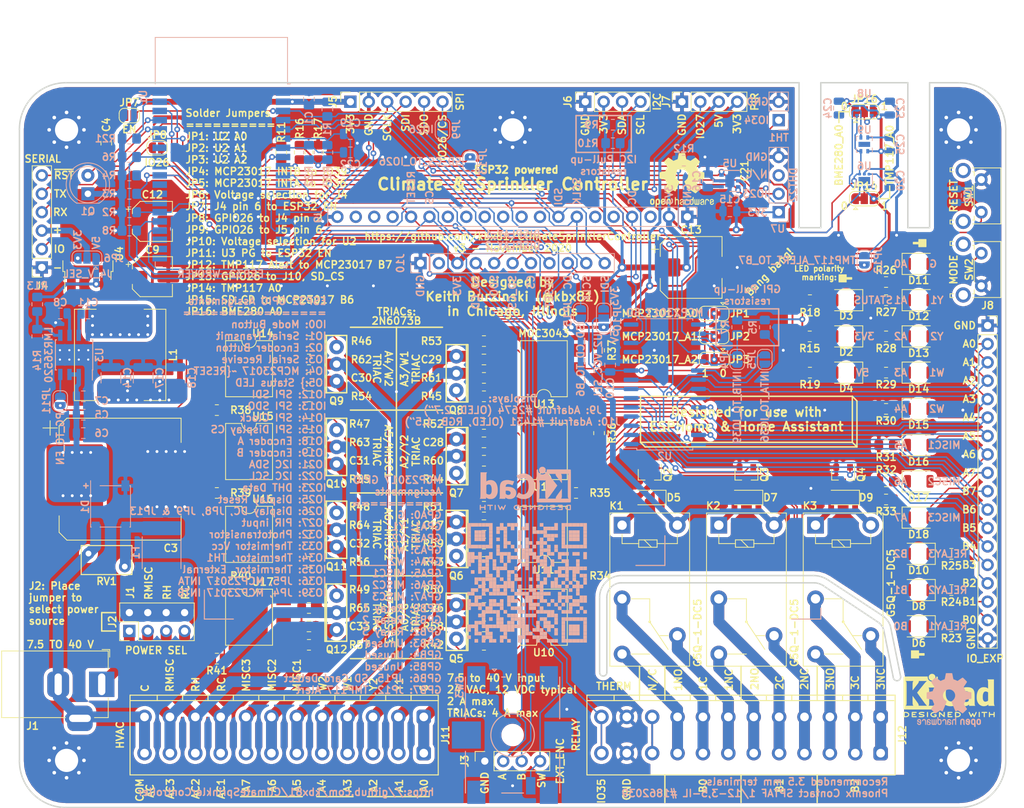
<source format=kicad_pcb>
(kicad_pcb (version 20171130) (host pcbnew "(5.1.9-0-10_14)")
  (layers (0 F.Cu signal) (31 B.Cu signal) (34 B.Paste user) (35 F.Paste user) (36 B.SilkS user) (37 F.SilkS user) (38 B.Mask user) (39 F.Mask user) (44 Edge.Cuts user))
  (net 0 "")
  (net 1 GND)
  (net 2 +VDC)
  (net 3 +5V)
  (net 4 +3V3)
  (net 5 /W1_TERM)
  (net 6 /W2_TERM)
  (net 7 /Y1_TERM)
  (net 8 /Y2_TERM)
  (net 9 /G_TERM)
  (net 10 /MISC1_TERM)
  (net 11 /MISC2_TERM)
  (net 12 /MISC3_TERM)
  (net 13 "Net-(C26-Pad1)")
  (net 14 "Net-(D2-Pad2)")
  (net 15 /C_TERM)
  (net 16 "Net-(D3-Pad2)")
  (net 17 "Net-(D4-Pad2)")
  (net 18 /STATUS)
  (net 19 "Net-(D5-Pad2)")
  (net 20 /MCP23017_GPA3)
  (net 21 "Net-(D12-Pad1)")
  (net 22 /MCP23017_GPA4)
  (net 23 "Net-(D13-Pad1)")
  (net 24 /MCP23017_GPA1)
  (net 25 "Net-(D14-Pad1)")
  (net 26 /MCP23017_GPA2)
  (net 27 "Net-(D15-Pad1)")
  (net 28 /MCP23017_GPA0)
  (net 29 "Net-(D16-Pad1)")
  (net 30 /MCP23017_GPA5)
  (net 31 "Net-(D17-Pad1)")
  (net 32 /MCP23017_GPA6)
  (net 33 "Net-(D18-Pad1)")
  (net 34 /MCP23017_GPA7)
  (net 35 /RH_TERM)
  (net 36 /RC_TERM)
  (net 37 /ESP_TXD)
  (net 38 /ESP_RXD)
  (net 39 /DISP_D1_DIN)
  (net 40 /ESP_MISO)
  (net 41 /DISP_D0_SCLK)
  (net 42 /I2C_SCL)
  (net 43 /I2C_SDA)
  (net 44 /PIR)
  (net 45 /MCP23017_GPB7)
  (net 46 /MCP23017_GPB6)
  (net 47 /MCP23017_GPB5)
  (net 48 /MCP23017_GPB4)
  (net 49 /MCP23017_GPB3)
  (net 50 /MCP23017_GPB2)
  (net 51 /MCP23017_GPB1)
  (net 52 /MCP23017_GPB0)
  (net 53 /DISP_RESET)
  (net 54 /DISP_CS)
  (net 55 /DISP_DC)
  (net 56 /RMISC_TERM)
  (net 57 /THERMISTOR_EXT)
  (net 58 /THERMISTOR_VCC)
  (net 59 /RELAY_3_NC_TERM)
  (net 60 /RELAY_3_COM_TERM)
  (net 61 /RELAY_3_NO_TERM)
  (net 62 /RELAY_2_NC_TERM)
  (net 63 /RELAY_2_COM_TERM)
  (net 64 /RELAY_2_NO_TERM)
  (net 65 /RELAY_1_NC_TERM)
  (net 66 /RELAY_1_COM_TERM)
  (net 67 /RELAY_1_NO_TERM)
  (net 68 /MCP23017_A0)
  (net 69 /MCP23017_A1)
  (net 70 /MCP23017_A2)
  (net 71 /MCP23017_INTB)
  (net 72 /MCP23017_INTA)
  (net 73 /~ESP_RESET)
  (net 74 /PHOTO)
  (net 75 "Net-(Q6-Pad3)")
  (net 76 "Net-(Q7-Pad3)")
  (net 77 "Net-(Q8-Pad3)")
  (net 78 "Net-(Q9-Pad3)")
  (net 79 "Net-(Q10-Pad3)")
  (net 80 "Net-(Q11-Pad3)")
  (net 81 "Net-(Q12-Pad3)")
  (net 82 /MODE)
  (net 83 /ENCODER_B)
  (net 84 /ENCODER_A)
  (net 85 /MCP23017_~RESET)
  (net 86 /ENCODER_SW)
  (net 87 /THERMISTOR_INT)
  (net 88 /DHT_DATA)
  (net 89 /TMP117_ALERT)
  (net 90 "Net-(D11-Pad1)")
  (net 91 "Net-(C27-Pad1)")
  (net 92 /SD_CS)
  (net 93 /SD_CD)
  (net 94 "Net-(C28-Pad1)")
  (net 95 "Net-(C29-Pad1)")
  (net 96 "Net-(C30-Pad1)")
  (net 97 "Net-(D6-Pad1)")
  (net 98 "Net-(D7-Pad2)")
  (net 99 "Net-(D8-Pad1)")
  (net 100 "Net-(D9-Pad2)")
  (net 101 "Net-(D10-Pad1)")
  (net 102 "Net-(J1-Pad1)")
  (net 103 "Net-(F1-Pad1)")
  (net 104 "Net-(D1-Pad3)")
  (net 105 "Net-(J4-Pad3)")
  (net 106 "Net-(J4-Pad2)")
  (net 107 "Net-(J5-Pad6)")
  (net 108 "Net-(J12-Pad10)")
  (net 109 "Net-(C4-Pad2)")
  (net 110 "Net-(C4-Pad1)")
  (net 111 "Net-(C10-Pad1)")
  (net 112 "Net-(C31-Pad1)")
  (net 113 /THERMISTOR_1V1)
  (net 114 "Net-(C8-Pad1)")
  (net 115 "Net-(C11-Pad2)")
  (net 116 "Net-(C11-Pad1)")
  (net 117 "Net-(R34-Pad1)")
  (net 118 "Net-(R35-Pad1)")
  (net 119 "Net-(R36-Pad1)")
  (net 120 "Net-(R37-Pad1)")
  (net 121 "Net-(R38-Pad1)")
  (net 122 "Net-(R42-Pad2)")
  (net 123 "Net-(R43-Pad2)")
  (net 124 "Net-(R44-Pad2)")
  (net 125 "Net-(R45-Pad2)")
  (net 126 "Net-(R46-Pad2)")
  (net 127 "Net-(JP14-Pad2)")
  (net 128 "Net-(Q5-Pad3)")
  (net 129 "Net-(JP4-Pad1)")
  (net 130 "Net-(JP5-Pad1)")
  (net 131 "Net-(JP11-Pad2)")
  (net 132 "Net-(JP16-Pad2)")
  (net 133 "Net-(R39-Pad1)")
  (net 134 "Net-(R40-Pad1)")
  (net 135 "Net-(R47-Pad2)")
  (net 136 "Net-(R48-Pad2)")
  (net 137 "Net-(C16-Pad2)")
  (net 138 "Net-(C32-Pad1)")
  (net 139 "Net-(C33-Pad1)")
  (net 140 "Net-(R13-Pad2)")
  (net 141 "Net-(R41-Pad1)")
  (net 142 "Net-(R49-Pad2)")
  (module ClimateSprinklerController:ESP32-WROVER (layer B.Cu) (at 109.846 54.61 180)
    (fp_text reference U1 (at 10.786 7.62 90) (layer B.SilkS) (effects (font (thickness 0.2)) (justify mirror)))
    (fp_text value ESP32-WROVER (at 0.1 -16.764) (layer B.SilkS) (effects (font (thickness 0.2)) (justify mirror)))
    (pad 39 thru_hole circle (at -3 -1.245 180) (size 0.8 0.8) (drill 0.3) (layers *.Cu B.Mask) (net 1 GND))
    (pad 39 thru_hole circle (at -3 -0.245 180) (size 0.8 0.8) (drill 0.3) (layers *.Cu B.Mask) (net 1 GND))
    (pad 39 thru_hole circle (at -3 0.755 180) (size 0.8 0.8) (drill 0.3) (layers *.Cu B.Mask) (net 1 GND))
    (pad 39 thru_hole circle (at -3 1.755 180) (size 0.8 0.8) (drill 0.3) (layers *.Cu B.Mask) (net 1 GND))
    (pad 39 thru_hole circle (at -3 2.755 180) (size 0.8 0.8) (drill 0.3) (layers *.Cu B.Mask) (net 1 GND))
    (pad 39 thru_hole circle (at -2 -1.245 180) (size 0.8 0.8) (drill 0.3) (layers *.Cu B.Mask) (net 1 GND))
    (pad 39 thru_hole circle (at -2 -0.245 180) (size 0.8 0.8) (drill 0.3) (layers *.Cu B.Mask) (net 1 GND))
    (pad 39 thru_hole circle (at -2 0.755 180) (size 0.8 0.8) (drill 0.3) (layers *.Cu B.Mask) (net 1 GND))
    (pad 39 thru_hole circle (at -2 1.755 180) (size 0.8 0.8) (drill 0.3) (layers *.Cu B.Mask) (net 1 GND))
    (pad 39 thru_hole circle (at -2 2.755 180) (size 0.8 0.8) (drill 0.3) (layers *.Cu B.Mask) (net 1 GND))
    (pad 39 thru_hole circle (at -1 -1.245 180) (size 0.8 0.8) (drill 0.3) (layers *.Cu B.Mask) (net 1 GND))
    (pad 39 thru_hole circle (at -1 -0.245 180) (size 0.8 0.8) (drill 0.3) (layers *.Cu B.Mask) (net 1 GND))
    (pad 39 thru_hole circle (at -1 0.755 180) (size 0.8 0.8) (drill 0.3) (layers *.Cu B.Mask) (net 1 GND))
    (pad 39 thru_hole circle (at -1 1.755 180) (size 0.8 0.8) (drill 0.3) (layers *.Cu B.Mask) (net 1 GND))
    (pad 39 thru_hole circle (at -1 2.755 180) (size 0.8 0.8) (drill 0.3) (layers *.Cu B.Mask) (net 1 GND))
    (pad 39 thru_hole circle (at 0 -1.245 180) (size 0.8 0.8) (drill 0.3) (layers *.Cu B.Mask) (net 1 GND))
    (pad 39 thru_hole circle (at 0 -0.245 180) (size 0.8 0.8) (drill 0.3) (layers *.Cu B.Mask) (net 1 GND))
    (pad 39 thru_hole circle (at 0 0.755 180) (size 0.8 0.8) (drill 0.3) (layers *.Cu B.Mask) (net 1 GND))
    (pad 39 thru_hole circle (at 0 1.755 180) (size 0.8 0.8) (drill 0.3) (layers *.Cu B.Mask) (net 1 GND))
    (pad 39 thru_hole circle (at 0 2.755 180) (size 0.8 0.8) (drill 0.3) (layers *.Cu B.Mask) (net 1 GND))
    (pad 39 thru_hole circle (at 1 -1.245 180) (size 0.8 0.8) (drill 0.3) (layers *.Cu B.Mask) (net 1 GND))
    (pad 39 thru_hole circle (at 1 -0.245 180) (size 0.8 0.8) (drill 0.3) (layers *.Cu B.Mask) (net 1 GND))
    (pad 39 thru_hole circle (at 1 0.755 180) (size 0.8 0.8) (drill 0.3) (layers *.Cu B.Mask) (net 1 GND))
    (pad 39 thru_hole circle (at 1 1.755 180) (size 0.8 0.8) (drill 0.3) (layers *.Cu B.Mask) (net 1 GND))
    (pad 39 thru_hole circle (at 1 2.755 180) (size 0.8 0.8) (drill 0.3) (layers *.Cu B.Mask) (net 1 GND))
    (pad 39 smd rect (at -1 0.755 180) (size 5 5) (layers B.Cu B.Paste B.Mask) (net 1 GND))
    (pad 38 smd rect (at 8.5 8.255 180) (size 2 0.9) (layers B.Cu B.Paste B.Mask) (net 1 GND))
    (pad 37 smd rect (at 8.5 6.985 180) (size 2 0.9) (layers B.Cu B.Paste B.Mask) (net 88 /DHT_DATA))
    (pad 36 smd rect (at 8.5 5.715 180) (size 2 0.9) (layers B.Cu B.Paste B.Mask) (net 42 /I2C_SCL))
    (pad 35 smd rect (at 8.5 4.445 180) (size 2 0.9) (layers B.Cu B.Paste B.Mask) (net 37 /ESP_TXD))
    (pad 34 smd rect (at 8.5 3.175 180) (size 2 0.9) (layers B.Cu B.Paste B.Mask) (net 38 /ESP_RXD))
    (pad 33 smd rect (at 8.5 1.905 180) (size 2 0.9) (layers B.Cu B.Paste B.Mask) (net 43 /I2C_SDA))
    (pad 32 smd rect (at 8.5 0.635 180) (size 2 0.9) (layers B.Cu B.Paste B.Mask))
    (pad 31 smd rect (at 8.5 -0.635 180) (size 2 0.9) (layers B.Cu B.Paste B.Mask) (net 83 /ENCODER_B))
    (pad 30 smd rect (at 8.5 -1.905 180) (size 2 0.9) (layers B.Cu B.Paste B.Mask) (net 84 /ENCODER_A))
    (pad 29 smd rect (at 8.5 -3.175 180) (size 2 0.9) (layers B.Cu B.Paste B.Mask) (net 18 /STATUS))
    (pad 28 smd rect (at 8.5 -4.445 180) (size 2 0.9) (layers B.Cu B.Paste B.Mask))
    (pad 27 smd rect (at 8.5 -5.715 180) (size 2 0.9) (layers B.Cu B.Paste B.Mask))
    (pad 26 smd rect (at 8.5 -6.985 180) (size 2 0.9) (layers B.Cu B.Paste B.Mask) (net 85 /MCP23017_~RESET))
    (pad 25 smd rect (at 8.5 -8.255 180) (size 2 0.9) (layers B.Cu B.Paste B.Mask) (net 82 /MODE))
    (pad 24 smd rect (at 8.5 -9.525 180) (size 2 0.9) (layers B.Cu B.Paste B.Mask) (net 86 /ENCODER_SW))
    (pad 23 smd rect (at 8.5 -10.795 180) (size 2 0.9) (layers B.Cu B.Paste B.Mask) (net 54 /DISP_CS))
    (pad 22 smd rect (at 8.5 -12.065 180) (size 2 0.9) (layers B.Cu B.Paste B.Mask))
    (pad 21 smd rect (at 8.5 -13.335 180) (size 2 0.9) (layers B.Cu B.Paste B.Mask))
    (pad 20 smd rect (at 8.5 -14.605 180) (size 2 0.9) (layers B.Cu B.Paste B.Mask))
    (pad 19 smd rect (at -8.5 -14.605 180) (size 2 0.9) (layers B.Cu B.Paste B.Mask))
    (pad 18 smd rect (at -8.5 -13.335 180) (size 2 0.9) (layers B.Cu B.Paste B.Mask))
    (pad 17 smd rect (at -8.5 -12.065 180) (size 2 0.9) (layers B.Cu B.Paste B.Mask))
    (pad 16 smd rect (at -8.5 -10.795 180) (size 2 0.9) (layers B.Cu B.Paste B.Mask) (net 39 /DISP_D1_DIN))
    (pad 15 smd rect (at -8.5 -9.525 180) (size 2 0.9) (layers B.Cu B.Paste B.Mask) (net 1 GND))
    (pad 14 smd rect (at -8.5 -8.255 180) (size 2 0.9) (layers B.Cu B.Paste B.Mask) (net 40 /ESP_MISO))
    (pad 13 smd rect (at -8.5 -6.985 180) (size 2 0.9) (layers B.Cu B.Paste B.Mask) (net 41 /DISP_D0_SCLK))
    (pad 12 smd rect (at -8.5 -5.715 180) (size 2 0.9) (layers B.Cu B.Paste B.Mask) (net 44 /PIR))
    (pad 11 smd rect (at -8.5 -4.445 180) (size 2 0.9) (layers B.Cu B.Paste B.Mask) (net 55 /DISP_DC))
    (pad 10 smd rect (at -8.5 -3.175 180) (size 2 0.9) (layers B.Cu B.Paste B.Mask) (net 53 /DISP_RESET))
    (pad 9 smd rect (at -8.5 -1.905 180) (size 2 0.9) (layers B.Cu B.Paste B.Mask) (net 58 /THERMISTOR_VCC))
    (pad 8 smd rect (at -8.5 -0.635 180) (size 2 0.9) (layers B.Cu B.Paste B.Mask) (net 74 /PHOTO))
    (pad 7 smd rect (at -8.5 0.635 180) (size 2 0.9) (layers B.Cu B.Paste B.Mask) (net 57 /THERMISTOR_EXT))
    (pad 6 smd rect (at -8.5 1.905 180) (size 2 0.9) (layers B.Cu B.Paste B.Mask) (net 87 /THERMISTOR_INT))
    (pad 5 smd rect (at -8.5 3.175 180) (size 2 0.9) (layers B.Cu B.Paste B.Mask) (net 71 /MCP23017_INTB))
    (pad 4 smd rect (at -8.5 4.445 180) (size 2 0.9) (layers B.Cu B.Paste B.Mask) (net 72 /MCP23017_INTA))
    (pad 3 smd rect (at -8.5 5.715 180) (size 2 0.9) (layers B.Cu B.Paste B.Mask) (net 73 /~ESP_RESET))
    (pad 2 smd rect (at -8.5 6.985 180) (size 2 0.9) (layers B.Cu B.Paste B.Mask) (net 4 +3V3))
    (pad 1 smd rect (at -8.5 8.255 180) (size 2 0.9) (layers B.Cu B.Paste B.Mask) (net 1 GND))
  )
  (module ClimateSprinklerController:DFN-6-1EP_2.44x2.44mm_P0.8mm_EP1.25x1.7mm (layer B.Cu) (at 179.959 58.547)
    (fp_text reference U5 (at 0 -2.413) (layer B.SilkS) (effects (font (thickness 0.2)) (justify mirror)))
    (fp_text value SGP40-Sensor_Air_Quality)
    (pad 1 smd rect (at -1.15 0.8) (size 0.63 0.45) (layers B.Cu B.Paste B.Mask) (net 137 "Net-(C16-Pad2)"))
    (pad 2 smd rect (at -1.15 0) (size 0.63 0.45) (layers B.Cu B.Paste B.Mask) (net 1 GND))
    (pad 3 smd rect (at -1.15 -0.8) (size 0.63 0.45) (layers B.Cu B.Paste B.Mask) (net 43 /I2C_SDA))
    (pad 4 smd rect (at 1.15 -0.8) (size 0.63 0.45) (layers B.Cu B.Paste B.Mask) (net 1 GND))
    (pad 5 smd rect (at 1.15 0) (size 0.63 0.45) (layers B.Cu B.Paste B.Mask) (net 4 +3V3))
    (pad 6 smd rect (at 1.15 0.8) (size 0.63 0.45) (layers B.Cu B.Paste B.Mask) (net 42 /I2C_SCL))
    (pad 7 smd rect (at 0 0) (size 1.25 1.7) (layers B.Cu B.Mask) (net 1 GND))
  )
  (module Resistor_SMD:R_0805_2012Metric_Pad1.20x1.40mm_HandSolder (layer B.Cu) (at 173.609 55.753)
    (fp_text reference R12 (at 0 -1.651 180) (layer B.SilkS) (effects (font (thickness 0.2)) (justify mirror)))
    (fp_text value 4.7)
    (pad 2 smd roundrect (at 1 0) (size 1.2 1.4) (layers B.Cu B.Paste B.Mask) (roundrect_rratio 0.2083325) (net 137 "Net-(C16-Pad2)"))
    (pad 1 smd roundrect (at -1 0) (size 1.2 1.4) (layers B.Cu B.Paste B.Mask) (roundrect_rratio 0.2083325) (net 4 +3V3))
  )
  (module Capacitor_SMD:C_0805_2012Metric (layer B.Cu) (at 176.911 58.547 270)
    (fp_text reference C16 (at 0 1.524 270) (layer B.SilkS) (effects (font (thickness 0.2)) (justify mirror)))
    (fp_text value "1 uF")
    (pad 1 smd roundrect (at -0.95 0 270) (size 1 1.45) (layers B.Cu B.Paste B.Mask) (net 1 GND))
    (pad 2 smd roundrect (at 0.95 0 270) (size 1 1.45) (layers B.Cu B.Paste B.Mask) (net 137 "Net-(C16-Pad2)"))
  )
  (module Capacitor_SMD:C_0805_2012Metric (layer B.Cu) (at 179.959 62.738)
    (fp_text reference C15 (at 0 -1.651 180) (layer B.SilkS) (effects (font (thickness 0.2)) (justify mirror)))
    (fp_text value "1 uF")
    (pad 2 smd roundrect (at 0.95 0) (size 1 1.45) (layers B.Cu B.Paste B.Mask) (net 4 +3V3))
    (pad 1 smd roundrect (at -0.95 0) (size 1 1.45) (layers B.Cu B.Paste B.Mask) (net 1 GND))
  )
  (module Resistor_SMD:R_0805_2012Metric_Pad1.20x1.40mm_HandSolder (layer B.Cu) (at 180.975 78.74 270)
    (fp_text reference R7 (at 0 1.65 90) (layer B.SilkS) (effects (font (thickness 0.2)) (justify mirror)))
    (fp_text value 10K)
    (pad 2 smd roundrect (at 1 0 270) (size 1.2 1.4) (layers B.Cu B.Paste B.Mask) (roundrect_rratio 0.2083325) (net 71 /MCP23017_INTB))
    (pad 1 smd roundrect (at -1 0 270) (size 1.2 1.4) (layers B.Cu B.Paste B.Mask) (roundrect_rratio 0.2083325) (net 4 +3V3))
  )
  (module Resistor_SMD:R_0805_2012Metric_Pad1.20x1.40mm_HandSolder (layer B.Cu) (at 184.785 78.74 270)
    (fp_text reference R5 (at 0 1.65 90) (layer B.SilkS) (effects (font (thickness 0.2)) (justify mirror)))
    (fp_text value 10K)
    (pad 2 smd roundrect (at 1 0 270) (size 1.2 1.4) (layers B.Cu B.Paste B.Mask) (roundrect_rratio 0.2083325) (net 72 /MCP23017_INTA))
    (pad 1 smd roundrect (at -1 0 270) (size 1.2 1.4) (layers B.Cu B.Paste B.Mask) (roundrect_rratio 0.2083325) (net 4 +3V3))
  )
  (module Resistor_SMD:R_0805_2012Metric_Pad1.20x1.40mm_HandSolder (layer F.Cu) (at 121.92 117.475 180)
    (fp_text reference R65 (at -6.985 0) (layer F.SilkS) (effects (font (thickness 0.2))))
    (fp_text value 39)
    (pad 2 smd roundrect (at 1 0 180) (size 1.2 1.4) (layers F.Cu F.Paste F.Mask) (roundrect_rratio 0.2083325) (net 139 "Net-(C33-Pad1)"))
    (pad 1 smd roundrect (at -1 0 180) (size 1.2 1.4) (layers F.Cu F.Paste F.Mask) (roundrect_rratio 0.2083325) (net 56 /RMISC_TERM))
  )
  (module Resistor_SMD:R_0805_2012Metric_Pad1.20x1.40mm_HandSolder (layer F.Cu) (at 121.92 106.045 180)
    (fp_text reference R64 (at -6.985 0) (layer F.SilkS) (effects (font (thickness 0.2))))
    (fp_text value 39)
    (pad 2 smd roundrect (at 1 0 180) (size 1.2 1.4) (layers F.Cu F.Paste F.Mask) (roundrect_rratio 0.2083325) (net 138 "Net-(C32-Pad1)"))
    (pad 1 smd roundrect (at -1 0 180) (size 1.2 1.4) (layers F.Cu F.Paste F.Mask) (roundrect_rratio 0.2083325) (net 56 /RMISC_TERM))
  )
  (module Resistor_SMD:R_0805_2012Metric_Pad1.20x1.40mm_HandSolder (layer F.Cu) (at 121.92 94.615 180)
    (fp_text reference R63 (at -6.985 0) (layer F.SilkS) (effects (font (thickness 0.2))))
    (fp_text value 39)
    (pad 2 smd roundrect (at 1 0 180) (size 1.2 1.4) (layers F.Cu F.Paste F.Mask) (roundrect_rratio 0.2083325) (net 112 "Net-(C31-Pad1)"))
    (pad 1 smd roundrect (at -1 0 180) (size 1.2 1.4) (layers F.Cu F.Paste F.Mask) (roundrect_rratio 0.2083325) (net 56 /RMISC_TERM))
  )
  (module Resistor_SMD:R_0805_2012Metric_Pad1.20x1.40mm_HandSolder (layer F.Cu) (at 121.92 83.185 180)
    (fp_text reference R62 (at -7.239 0) (layer F.SilkS) (effects (font (thickness 0.2))))
    (fp_text value 39)
    (pad 2 smd roundrect (at 1 0 180) (size 1.2 1.4) (layers F.Cu F.Paste F.Mask) (roundrect_rratio 0.2083325) (net 96 "Net-(C30-Pad1)"))
    (pad 1 smd roundrect (at -1 0 180) (size 1.2 1.4) (layers F.Cu F.Paste F.Mask) (roundrect_rratio 0.2083325) (net 35 /RH_TERM))
  )
  (module Resistor_SMD:R_0805_2012Metric_Pad1.20x1.40mm_HandSolder (layer F.Cu) (at 146.05 85.725)
    (fp_text reference R61 (at -7.239 0) (layer F.SilkS) (effects (font (thickness 0.2))))
    (fp_text value 39)
    (pad 2 smd roundrect (at 1 0) (size 1.2 1.4) (layers F.Cu F.Paste F.Mask) (roundrect_rratio 0.2083325) (net 95 "Net-(C29-Pad1)"))
    (pad 1 smd roundrect (at -1 0) (size 1.2 1.4) (layers F.Cu F.Paste F.Mask) (roundrect_rratio 0.2083325) (net 35 /RH_TERM))
  )
  (module Resistor_SMD:R_0805_2012Metric_Pad1.20x1.40mm_HandSolder (layer F.Cu) (at 146.05 97.155)
    (fp_text reference R60 (at -6.985 0) (layer F.SilkS) (effects (font (thickness 0.2))))
    (fp_text value 39)
    (pad 2 smd roundrect (at 1 0) (size 1.2 1.4) (layers F.Cu F.Paste F.Mask) (roundrect_rratio 0.2083325) (net 94 "Net-(C28-Pad1)"))
    (pad 1 smd roundrect (at -1 0) (size 1.2 1.4) (layers F.Cu F.Paste F.Mask) (roundrect_rratio 0.2083325) (net 36 /RC_TERM))
  )
  (module Resistor_SMD:R_0805_2012Metric_Pad1.20x1.40mm_HandSolder (layer F.Cu) (at 146.05 108.585)
    (fp_text reference R59 (at -6.985 0) (layer F.SilkS) (effects (font (thickness 0.2))))
    (fp_text value 39)
    (pad 2 smd roundrect (at 1 0) (size 1.2 1.4) (layers F.Cu F.Paste F.Mask) (roundrect_rratio 0.2083325) (net 91 "Net-(C27-Pad1)"))
    (pad 1 smd roundrect (at -1 0) (size 1.2 1.4) (layers F.Cu F.Paste F.Mask) (roundrect_rratio 0.2083325) (net 36 /RC_TERM))
  )
  (module Resistor_SMD:R_0805_2012Metric_Pad1.20x1.40mm_HandSolder (layer F.Cu) (at 146.05 120.015)
    (fp_text reference R58 (at -6.985 0) (layer F.SilkS) (effects (font (thickness 0.2))))
    (fp_text value 39)
    (pad 2 smd roundrect (at 1 0) (size 1.2 1.4) (layers F.Cu F.Paste F.Mask) (roundrect_rratio 0.2083325) (net 13 "Net-(C26-Pad1)"))
    (pad 1 smd roundrect (at -1 0) (size 1.2 1.4) (layers F.Cu F.Paste F.Mask) (roundrect_rratio 0.2083325) (net 36 /RC_TERM))
  )
  (module Resistor_SMD:R_0805_2012Metric_Pad1.20x1.40mm_HandSolder (layer F.Cu) (at 121.92 122.555)
    (fp_text reference R57 (at 6.985 0) (layer F.SilkS) (effects (font (thickness 0.2))))
    (fp_text value 820)
    (pad 2 smd roundrect (at 1 0) (size 1.2 1.4) (layers F.Cu F.Paste F.Mask) (roundrect_rratio 0.2083325) (net 12 /MISC3_TERM))
    (pad 1 smd roundrect (at -1 0) (size 1.2 1.4) (layers F.Cu F.Paste F.Mask) (roundrect_rratio 0.2083325) (net 81 "Net-(Q12-Pad3)"))
  )
  (module Resistor_SMD:R_0805_2012Metric_Pad1.20x1.40mm_HandSolder (layer F.Cu) (at 121.92 111.125)
    (fp_text reference R56 (at 6.985 0) (layer F.SilkS) (effects (font (thickness 0.2))))
    (fp_text value 820)
    (pad 2 smd roundrect (at 1 0) (size 1.2 1.4) (layers F.Cu F.Paste F.Mask) (roundrect_rratio 0.2083325) (net 11 /MISC2_TERM))
    (pad 1 smd roundrect (at -1 0) (size 1.2 1.4) (layers F.Cu F.Paste F.Mask) (roundrect_rratio 0.2083325) (net 80 "Net-(Q11-Pad3)"))
  )
  (module Resistor_SMD:R_0805_2012Metric_Pad1.20x1.40mm_HandSolder (layer F.Cu) (at 121.92 99.695)
    (fp_text reference R55 (at 6.985 0) (layer F.SilkS) (effects (font (thickness 0.2))))
    (fp_text value 820)
    (pad 2 smd roundrect (at 1 0) (size 1.2 1.4) (layers F.Cu F.Paste F.Mask) (roundrect_rratio 0.2083325) (net 10 /MISC1_TERM))
    (pad 1 smd roundrect (at -1 0) (size 1.2 1.4) (layers F.Cu F.Paste F.Mask) (roundrect_rratio 0.2083325) (net 79 "Net-(Q10-Pad3)"))
  )
  (module Resistor_SMD:R_0805_2012Metric_Pad1.20x1.40mm_HandSolder (layer F.Cu) (at 121.92 88.265)
    (fp_text reference R54 (at 7.239 0) (layer F.SilkS) (effects (font (thickness 0.2))))
    (fp_text value 820)
    (pad 2 smd roundrect (at 1 0) (size 1.2 1.4) (layers F.Cu F.Paste F.Mask) (roundrect_rratio 0.2083325) (net 6 /W2_TERM))
    (pad 1 smd roundrect (at -1 0) (size 1.2 1.4) (layers F.Cu F.Paste F.Mask) (roundrect_rratio 0.2083325) (net 78 "Net-(Q9-Pad3)"))
  )
  (module Resistor_SMD:R_0805_2012Metric_Pad1.20x1.40mm_HandSolder (layer F.Cu) (at 146.05 80.645 180)
    (fp_text reference R53 (at 7.239 0) (layer F.SilkS) (effects (font (thickness 0.2))))
    (fp_text value 820)
    (pad 2 smd roundrect (at 1 0 180) (size 1.2 1.4) (layers F.Cu F.Paste F.Mask) (roundrect_rratio 0.2083325) (net 5 /W1_TERM))
    (pad 1 smd roundrect (at -1 0 180) (size 1.2 1.4) (layers F.Cu F.Paste F.Mask) (roundrect_rratio 0.2083325) (net 77 "Net-(Q8-Pad3)"))
  )
  (module Resistor_SMD:R_0805_2012Metric_Pad1.20x1.40mm_HandSolder (layer F.Cu) (at 146.05 92.075 180)
    (fp_text reference R52 (at 6.985 0) (layer F.SilkS) (effects (font (thickness 0.2))))
    (fp_text value 820)
    (pad 2 smd roundrect (at 1 0 180) (size 1.2 1.4) (layers F.Cu F.Paste F.Mask) (roundrect_rratio 0.2083325) (net 8 /Y2_TERM))
    (pad 1 smd roundrect (at -1 0 180) (size 1.2 1.4) (layers F.Cu F.Paste F.Mask) (roundrect_rratio 0.2083325) (net 76 "Net-(Q7-Pad3)"))
  )
  (module Resistor_SMD:R_0805_2012Metric_Pad1.20x1.40mm_HandSolder (layer F.Cu) (at 146.05 103.505 180)
    (fp_text reference R51 (at 6.985 0) (layer F.SilkS) (effects (font (thickness 0.2))))
    (fp_text value 820)
    (pad 2 smd roundrect (at 1 0 180) (size 1.2 1.4) (layers F.Cu F.Paste F.Mask) (roundrect_rratio 0.2083325) (net 7 /Y1_TERM))
    (pad 1 smd roundrect (at -1 0 180) (size 1.2 1.4) (layers F.Cu F.Paste F.Mask) (roundrect_rratio 0.2083325) (net 75 "Net-(Q6-Pad3)"))
  )
  (module Resistor_SMD:R_0805_2012Metric_Pad1.20x1.40mm_HandSolder (layer F.Cu) (at 146.05 114.935 180)
    (fp_text reference R50 (at 6.985 0) (layer F.SilkS) (effects (font (thickness 0.2))))
    (fp_text value 820)
    (pad 2 smd roundrect (at 1 0 180) (size 1.2 1.4) (layers F.Cu F.Paste F.Mask) (roundrect_rratio 0.2083325) (net 9 /G_TERM))
    (pad 1 smd roundrect (at -1 0 180) (size 1.2 1.4) (layers F.Cu F.Paste F.Mask) (roundrect_rratio 0.2083325) (net 128 "Net-(Q5-Pad3)"))
  )
  (module Resistor_SMD:R_0805_2012Metric_Pad1.20x1.40mm_HandSolder (layer F.Cu) (at 121.92 114.935 180)
    (fp_text reference R49 (at -6.985 0) (layer F.SilkS) (effects (font (thickness 0.2))))
    (fp_text value 180)
    (pad 2 smd roundrect (at 1 0 180) (size 1.2 1.4) (layers F.Cu F.Paste F.Mask) (roundrect_rratio 0.2083325) (net 142 "Net-(R49-Pad2)"))
    (pad 1 smd roundrect (at -1 0 180) (size 1.2 1.4) (layers F.Cu F.Paste F.Mask) (roundrect_rratio 0.2083325) (net 56 /RMISC_TERM))
  )
  (module Resistor_SMD:R_0805_2012Metric_Pad1.20x1.40mm_HandSolder (layer F.Cu) (at 121.92 103.505 180)
    (fp_text reference R48 (at -6.985 0) (layer F.SilkS) (effects (font (thickness 0.2))))
    (fp_text value 180)
    (pad 2 smd roundrect (at 1 0 180) (size 1.2 1.4) (layers F.Cu F.Paste F.Mask) (roundrect_rratio 0.2083325) (net 136 "Net-(R48-Pad2)"))
    (pad 1 smd roundrect (at -1 0 180) (size 1.2 1.4) (layers F.Cu F.Paste F.Mask) (roundrect_rratio 0.2083325) (net 56 /RMISC_TERM))
  )
  (module Resistor_SMD:R_0805_2012Metric_Pad1.20x1.40mm_HandSolder (layer F.Cu) (at 121.92 92.075 180)
    (fp_text reference R47 (at -6.985 0) (layer F.SilkS) (effects (font (thickness 0.2))))
    (fp_text value 180)
    (pad 2 smd roundrect (at 1 0 180) (size 1.2 1.4) (layers F.Cu F.Paste F.Mask) (roundrect_rratio 0.2083325) (net 135 "Net-(R47-Pad2)"))
    (pad 1 smd roundrect (at -1 0 180) (size 1.2 1.4) (layers F.Cu F.Paste F.Mask) (roundrect_rratio 0.2083325) (net 56 /RMISC_TERM))
  )
  (module Resistor_SMD:R_0805_2012Metric_Pad1.20x1.40mm_HandSolder (layer F.Cu) (at 121.92 80.645 180)
    (fp_text reference R46 (at -7.239 0) (layer F.SilkS) (effects (font (thickness 0.2))))
    (fp_text value 180)
    (pad 2 smd roundrect (at 1 0 180) (size 1.2 1.4) (layers F.Cu F.Paste F.Mask) (roundrect_rratio 0.2083325) (net 126 "Net-(R46-Pad2)"))
    (pad 1 smd roundrect (at -1 0 180) (size 1.2 1.4) (layers F.Cu F.Paste F.Mask) (roundrect_rratio 0.2083325) (net 35 /RH_TERM))
  )
  (module Resistor_SMD:R_0805_2012Metric_Pad1.20x1.40mm_HandSolder (layer F.Cu) (at 146.05 88.265)
    (fp_text reference R45 (at -7.239 0) (layer F.SilkS) (effects (font (thickness 0.2))))
    (fp_text value 180)
    (pad 2 smd roundrect (at 1 0) (size 1.2 1.4) (layers F.Cu F.Paste F.Mask) (roundrect_rratio 0.2083325) (net 125 "Net-(R45-Pad2)"))
    (pad 1 smd roundrect (at -1 0) (size 1.2 1.4) (layers F.Cu F.Paste F.Mask) (roundrect_rratio 0.2083325) (net 35 /RH_TERM))
  )
  (module Resistor_SMD:R_0805_2012Metric_Pad1.20x1.40mm_HandSolder (layer F.Cu) (at 146.05 99.695)
    (fp_text reference R44 (at -6.985 0) (layer F.SilkS) (effects (font (thickness 0.2))))
    (fp_text value 180)
    (pad 2 smd roundrect (at 1 0) (size 1.2 1.4) (layers F.Cu F.Paste F.Mask) (roundrect_rratio 0.2083325) (net 124 "Net-(R44-Pad2)"))
    (pad 1 smd roundrect (at -1 0) (size 1.2 1.4) (layers F.Cu F.Paste F.Mask) (roundrect_rratio 0.2083325) (net 36 /RC_TERM))
  )
  (module Resistor_SMD:R_0805_2012Metric_Pad1.20x1.40mm_HandSolder (layer F.Cu) (at 146.05 111.125)
    (fp_text reference R43 (at -6.985 0) (layer F.SilkS) (effects (font (thickness 0.2))))
    (fp_text value 180)
    (pad 2 smd roundrect (at 1 0) (size 1.2 1.4) (layers F.Cu F.Paste F.Mask) (roundrect_rratio 0.2083325) (net 123 "Net-(R43-Pad2)"))
    (pad 1 smd roundrect (at -1 0) (size 1.2 1.4) (layers F.Cu F.Paste F.Mask) (roundrect_rratio 0.2083325) (net 36 /RC_TERM))
  )
  (module Resistor_SMD:R_0805_2012Metric_Pad1.20x1.40mm_HandSolder (layer F.Cu) (at 146.05 122.555)
    (fp_text reference R42 (at -6.985 0) (layer F.SilkS) (effects (font (thickness 0.2))))
    (fp_text value 180)
    (pad 2 smd roundrect (at 1 0) (size 1.2 1.4) (layers F.Cu F.Paste F.Mask) (roundrect_rratio 0.2083325) (net 122 "Net-(R42-Pad2)"))
    (pad 1 smd roundrect (at -1 0) (size 1.2 1.4) (layers F.Cu F.Paste F.Mask) (roundrect_rratio 0.2083325) (net 36 /RC_TERM))
  )
  (module Resistor_SMD:R_0805_2012Metric_Pad1.20x1.40mm_HandSolder (layer F.Cu) (at 109.22 124.46 180)
    (fp_text reference R41 (at 0 -1.65) (layer F.SilkS) (effects (font (thickness 0.2))))
    (fp_text value 270)
    (pad 2 smd roundrect (at 1 0 180) (size 1.2 1.4) (layers F.Cu F.Paste F.Mask) (roundrect_rratio 0.2083325) (net 1 GND))
    (pad 1 smd roundrect (at -1 0 180) (size 1.2 1.4) (layers F.Cu F.Paste F.Mask) (roundrect_rratio 0.2083325) (net 141 "Net-(R41-Pad1)"))
  )
  (module Resistor_SMD:R_0805_2012Metric_Pad1.20x1.40mm_HandSolder (layer F.Cu) (at 109.22 113.03 180)
    (fp_text reference R40 (at -3.302 0) (layer F.SilkS) (effects (font (thickness 0.2))))
    (fp_text value 270)
    (pad 2 smd roundrect (at 1 0 180) (size 1.2 1.4) (layers F.Cu F.Paste F.Mask) (roundrect_rratio 0.2083325) (net 1 GND))
    (pad 1 smd roundrect (at -1 0 180) (size 1.2 1.4) (layers F.Cu F.Paste F.Mask) (roundrect_rratio 0.2083325) (net 134 "Net-(R40-Pad1)"))
  )
  (module Resistor_SMD:R_0805_2012Metric_Pad1.20x1.40mm_HandSolder (layer F.Cu) (at 109.22 101.6 180)
    (fp_text reference R39 (at -3.302 0) (layer F.SilkS) (effects (font (thickness 0.2))))
    (fp_text value 270)
    (pad 2 smd roundrect (at 1 0 180) (size 1.2 1.4) (layers F.Cu F.Paste F.Mask) (roundrect_rratio 0.2083325) (net 1 GND))
    (pad 1 smd roundrect (at -1 0 180) (size 1.2 1.4) (layers F.Cu F.Paste F.Mask) (roundrect_rratio 0.2083325) (net 133 "Net-(R39-Pad1)"))
  )
  (module Resistor_SMD:R_0805_2012Metric_Pad1.20x1.40mm_HandSolder (layer F.Cu) (at 109.22 90.17 180)
    (fp_text reference R38 (at -3.302 0) (layer F.SilkS) (effects (font (thickness 0.2))))
    (fp_text value 270)
    (pad 2 smd roundrect (at 1 0 180) (size 1.2 1.4) (layers F.Cu F.Paste F.Mask) (roundrect_rratio 0.2083325) (net 1 GND))
    (pad 1 smd roundrect (at -1 0 180) (size 1.2 1.4) (layers F.Cu F.Paste F.Mask) (roundrect_rratio 0.2083325) (net 121 "Net-(R38-Pad1)"))
  )
  (module Resistor_SMD:R_0805_2012Metric_Pad1.20x1.40mm_HandSolder (layer F.Cu) (at 161.925 81.915 90)
    (fp_text reference R37 (at 0 1.778 90) (layer F.SilkS) (effects (font (thickness 0.2))))
    (fp_text value 270)
    (pad 2 smd roundrect (at 1 0 90) (size 1.2 1.4) (layers F.Cu F.Paste F.Mask) (roundrect_rratio 0.2083325) (net 1 GND))
    (pad 1 smd roundrect (at -1 0 90) (size 1.2 1.4) (layers F.Cu F.Paste F.Mask) (roundrect_rratio 0.2083325) (net 120 "Net-(R37-Pad1)"))
  )
  (module Resistor_SMD:R_0805_2012Metric_Pad1.20x1.40mm_HandSolder (layer F.Cu) (at 161.925 93.345 90)
    (fp_text reference R36 (at 0 1.778 90) (layer F.SilkS) (effects (font (thickness 0.2))))
    (fp_text value 270)
    (pad 2 smd roundrect (at 1 0 90) (size 1.2 1.4) (layers F.Cu F.Paste F.Mask) (roundrect_rratio 0.2083325) (net 1 GND))
    (pad 1 smd roundrect (at -1 0 90) (size 1.2 1.4) (layers F.Cu F.Paste F.Mask) (roundrect_rratio 0.2083325) (net 119 "Net-(R36-Pad1)"))
  )
  (module Resistor_SMD:R_0805_2012Metric_Pad1.20x1.40mm_HandSolder (layer F.Cu) (at 158.75 101.6)
    (fp_text reference R35 (at 3.302 0) (layer F.SilkS) (effects (font (thickness 0.2))))
    (fp_text value 270)
    (pad 2 smd roundrect (at 1 0) (size 1.2 1.4) (layers F.Cu F.Paste F.Mask) (roundrect_rratio 0.2083325) (net 1 GND))
    (pad 1 smd roundrect (at -1 0) (size 1.2 1.4) (layers F.Cu F.Paste F.Mask) (roundrect_rratio 0.2083325) (net 118 "Net-(R35-Pad1)"))
  )
  (module Resistor_SMD:R_0805_2012Metric_Pad1.20x1.40mm_HandSolder (layer F.Cu) (at 158.75 113.03)
    (fp_text reference R34 (at 3.302 0) (layer F.SilkS) (effects (font (thickness 0.2))))
    (fp_text value 270)
    (pad 2 smd roundrect (at 1 0) (size 1.2 1.4) (layers F.Cu F.Paste F.Mask) (roundrect_rratio 0.2083325) (net 1 GND))
    (pad 1 smd roundrect (at -1 0) (size 1.2 1.4) (layers F.Cu F.Paste F.Mask) (roundrect_rratio 0.2083325) (net 117 "Net-(R34-Pad1)"))
  )
  (module Resistor_SMD:R_0805_2012Metric_Pad1.20x1.40mm_HandSolder (layer F.Cu) (at 201.5 102.5 180)
    (fp_text reference R33 (at 0 -1.65) (layer F.SilkS) (effects (font (thickness 0.2))))
    (fp_text value 1K5)
    (pad 2 smd roundrect (at 1 0 180) (size 1.2 1.4) (layers F.Cu F.Paste F.Mask) (roundrect_rratio 0.2083325) (net 1 GND))
    (pad 1 smd roundrect (at -1 0 180) (size 1.2 1.4) (layers F.Cu F.Paste F.Mask) (roundrect_rratio 0.2083325) (net 33 "Net-(D18-Pad1)"))
  )
  (module Resistor_SMD:R_0805_2012Metric_Pad1.20x1.40mm_HandSolder (layer F.Cu) (at 201.5 100 180)
    (fp_text reference R32 (at 0 1.575) (layer F.SilkS) (effects (font (thickness 0.2))))
    (fp_text value 1K5)
    (pad 2 smd roundrect (at 1 0 180) (size 1.2 1.4) (layers F.Cu F.Paste F.Mask) (roundrect_rratio 0.2083325) (net 1 GND))
    (pad 1 smd roundrect (at -1 0 180) (size 1.2 1.4) (layers F.Cu F.Paste F.Mask) (roundrect_rratio 0.2083325) (net 31 "Net-(D17-Pad1)"))
  )
  (module Resistor_SMD:R_0805_2012Metric_Pad1.20x1.40mm_HandSolder (layer F.Cu) (at 201.5 95 180)
    (fp_text reference R31 (at 0 -1.65) (layer F.SilkS) (effects (font (thickness 0.2))))
    (fp_text value 1K5)
    (pad 2 smd roundrect (at 1 0 180) (size 1.2 1.4) (layers F.Cu F.Paste F.Mask) (roundrect_rratio 0.2083325) (net 1 GND))
    (pad 1 smd roundrect (at -1 0 180) (size 1.2 1.4) (layers F.Cu F.Paste F.Mask) (roundrect_rratio 0.2083325) (net 29 "Net-(D16-Pad1)"))
  )
  (module Resistor_SMD:R_0805_2012Metric_Pad1.20x1.40mm_HandSolder (layer F.Cu) (at 201.5 90 180)
    (fp_text reference R30 (at 0 -1.65) (layer F.SilkS) (effects (font (thickness 0.2))))
    (fp_text value 2K7)
    (pad 2 smd roundrect (at 1 0 180) (size 1.2 1.4) (layers F.Cu F.Paste F.Mask) (roundrect_rratio 0.2083325) (net 1 GND))
    (pad 1 smd roundrect (at -1 0 180) (size 1.2 1.4) (layers F.Cu F.Paste F.Mask) (roundrect_rratio 0.2083325) (net 27 "Net-(D15-Pad1)"))
  )
  (module Resistor_SMD:R_0805_2012Metric_Pad1.20x1.40mm_HandSolder (layer F.Cu) (at 201.5 85 180)
    (fp_text reference R29 (at 0 -1.65) (layer F.SilkS) (effects (font (thickness 0.2))))
    (fp_text value 2K7)
    (pad 2 smd roundrect (at 1 0 180) (size 1.2 1.4) (layers F.Cu F.Paste F.Mask) (roundrect_rratio 0.2083325) (net 1 GND))
    (pad 1 smd roundrect (at -1 0 180) (size 1.2 1.4) (layers F.Cu F.Paste F.Mask) (roundrect_rratio 0.2083325) (net 25 "Net-(D14-Pad1)"))
  )
  (module Resistor_SMD:R_0805_2012Metric_Pad1.20x1.40mm_HandSolder (layer F.Cu) (at 201.5 80 180)
    (fp_text reference R28 (at 0 -1.65) (layer F.SilkS) (effects (font (thickness 0.2))))
    (fp_text value 1K5)
    (pad 2 smd roundrect (at 1 0 180) (size 1.2 1.4) (layers F.Cu F.Paste F.Mask) (roundrect_rratio 0.2083325) (net 1 GND))
    (pad 1 smd roundrect (at -1 0 180) (size 1.2 1.4) (layers F.Cu F.Paste F.Mask) (roundrect_rratio 0.2083325) (net 23 "Net-(D13-Pad1)"))
  )
  (module Resistor_SMD:R_0805_2012Metric_Pad1.20x1.40mm_HandSolder (layer F.Cu) (at 201.5 75 180)
    (fp_text reference R27 (at 0 -1.65) (layer F.SilkS) (effects (font (thickness 0.2))))
    (fp_text value 1K5)
    (pad 2 smd roundrect (at 1 0 180) (size 1.2 1.4) (layers F.Cu F.Paste F.Mask) (roundrect_rratio 0.2083325) (net 1 GND))
    (pad 1 smd roundrect (at -1 0 180) (size 1.2 1.4) (layers F.Cu F.Paste F.Mask) (roundrect_rratio 0.2083325) (net 21 "Net-(D12-Pad1)"))
  )
  (module Resistor_SMD:R_0805_2012Metric_Pad1.20x1.40mm_HandSolder (layer F.Cu) (at 201.5 72.5 180)
    (fp_text reference R26 (at 0 1.634) (layer F.SilkS) (effects (font (thickness 0.2))))
    (fp_text value 10K)
    (pad 2 smd roundrect (at 1 0 180) (size 1.2 1.4) (layers F.Cu F.Paste F.Mask) (roundrect_rratio 0.2083325) (net 1 GND))
    (pad 1 smd roundrect (at -1 0 180) (size 1.2 1.4) (layers F.Cu F.Paste F.Mask) (roundrect_rratio 0.2083325) (net 90 "Net-(D11-Pad1)"))
  )
  (module Resistor_SMD:R_0805_2012Metric_Pad1.20x1.40mm_HandSolder (layer F.Cu) (at 210.5 110 180)
    (fp_text reference R25 (at 0 -1.65) (layer F.SilkS) (effects (font (thickness 0.2))))
    (fp_text value 560)
    (pad 2 smd roundrect (at 1 0 180) (size 1.2 1.4) (layers F.Cu F.Paste F.Mask) (roundrect_rratio 0.2083325) (net 101 "Net-(D10-Pad1)"))
    (pad 1 smd roundrect (at -1 0 180) (size 1.2 1.4) (layers F.Cu F.Paste F.Mask) (roundrect_rratio 0.2083325) (net 1 GND))
  )
  (module Resistor_SMD:R_0805_2012Metric_Pad1.20x1.40mm_HandSolder (layer F.Cu) (at 210.5 115 180)
    (fp_text reference R24 (at 0 -1.65) (layer F.SilkS) (effects (font (thickness 0.2))))
    (fp_text value 560)
    (pad 2 smd roundrect (at 1 0 180) (size 1.2 1.4) (layers F.Cu F.Paste F.Mask) (roundrect_rratio 0.2083325) (net 99 "Net-(D8-Pad1)"))
    (pad 1 smd roundrect (at -1 0 180) (size 1.2 1.4) (layers F.Cu F.Paste F.Mask) (roundrect_rratio 0.2083325) (net 1 GND))
  )
  (module Resistor_SMD:R_0805_2012Metric_Pad1.20x1.40mm_HandSolder (layer F.Cu) (at 210.5 120 180)
    (fp_text reference R23 (at 0 -1.65) (layer F.SilkS) (effects (font (thickness 0.2))))
    (fp_text value 560)
    (pad 2 smd roundrect (at 1 0 180) (size 1.2 1.4) (layers F.Cu F.Paste F.Mask) (roundrect_rratio 0.2083325) (net 97 "Net-(D6-Pad1)"))
    (pad 1 smd roundrect (at -1 0 180) (size 1.2 1.4) (layers F.Cu F.Paste F.Mask) (roundrect_rratio 0.2083325) (net 1 GND))
  )
  (module Resistor_SMD:R_0805_2012Metric_Pad1.20x1.40mm_HandSolder (layer B.Cu) (at 121.92 54.61 90)
    (fp_text reference R22 (at -3.302 0 90) (layer B.SilkS) (effects (font (thickness 0.2)) (justify mirror)))
    (fp_text value 10K)
    (pad 2 smd roundrect (at 1 0 90) (size 1.2 1.4) (layers B.Cu B.Paste B.Mask) (roundrect_rratio 0.2083325) (net 57 /THERMISTOR_EXT))
    (pad 1 smd roundrect (at -1 0 90) (size 1.2 1.4) (layers B.Cu B.Paste B.Mask) (roundrect_rratio 0.2083325) (net 113 /THERMISTOR_1V1))
  )
  (module Resistor_SMD:R_0805_2012Metric_Pad1.20x1.40mm_HandSolder (layer B.Cu) (at 97.155 52.705 180)
    (fp_text reference R21 (at 3.302 0) (layer B.SilkS) (effects (font (thickness 0.2)) (justify mirror)))
    (fp_text value 10K)
    (pad 2 smd roundrect (at 1 0 180) (size 1.2 1.4) (layers B.Cu B.Paste B.Mask) (roundrect_rratio 0.2083325) (net 4 +3V3))
    (pad 1 smd roundrect (at -1 0 180) (size 1.2 1.4) (layers B.Cu B.Paste B.Mask) (roundrect_rratio 0.2083325) (net 88 /DHT_DATA))
  )
  (module Resistor_SMD:R_0805_2012Metric_Pad1.20x1.40mm_HandSolder (layer B.Cu) (at 124.46 54.61 270)
    (fp_text reference R20 (at 3.302 0 90) (layer B.SilkS) (effects (font (thickness 0.2)) (justify mirror)))
    (fp_text value 10K)
    (pad 2 smd roundrect (at 1 0 270) (size 1.2 1.4) (layers B.Cu B.Paste B.Mask) (roundrect_rratio 0.2083325) (net 113 /THERMISTOR_1V1))
    (pad 1 smd roundrect (at -1 0 270) (size 1.2 1.4) (layers B.Cu B.Paste B.Mask) (roundrect_rratio 0.2083325) (net 87 /THERMISTOR_INT))
  )
  (module Resistor_SMD:R_0805_2012Metric_Pad1.20x1.40mm_HandSolder (layer F.Cu) (at 191 85 180)
    (fp_text reference R19 (at 0 -1.65) (layer F.SilkS) (effects (font (thickness 0.2))))
    (fp_text value 8K2)
    (pad 2 smd roundrect (at 1 0 180) (size 1.2 1.4) (layers F.Cu F.Paste F.Mask) (roundrect_rratio 0.2083325) (net 3 +5V))
    (pad 1 smd roundrect (at -1 0 180) (size 1.2 1.4) (layers F.Cu F.Paste F.Mask) (roundrect_rratio 0.2083325) (net 17 "Net-(D4-Pad2)"))
  )
  (module Resistor_SMD:R_0805_2012Metric_Pad1.20x1.40mm_HandSolder (layer F.Cu) (at 191 75)
    (fp_text reference R18 (at 0 1.708) (layer F.SilkS) (effects (font (thickness 0.2))))
    (fp_text value 120)
    (pad 2 smd roundrect (at 1 0) (size 1.2 1.4) (layers F.Cu F.Paste F.Mask) (roundrect_rratio 0.2083325) (net 16 "Net-(D3-Pad2)"))
    (pad 1 smd roundrect (at -1 0) (size 1.2 1.4) (layers F.Cu F.Paste F.Mask) (roundrect_rratio 0.2083325) (net 4 +3V3))
  )
  (module Resistor_SMD:R_0805_2012Metric_Pad1.20x1.40mm_HandSolder (layer F.Cu) (at 123.19 54.61 270)
    (fp_text reference R17 (at -3.302 0 90) (layer F.SilkS) (effects (font (thickness 0.2))))
    (fp_text value 5K)
    (pad 2 smd roundrect (at 1 0 270) (size 1.2 1.4) (layers F.Cu F.Paste F.Mask) (roundrect_rratio 0.2083325) (net 113 /THERMISTOR_1V1))
    (pad 1 smd roundrect (at -1 0 270) (size 1.2 1.4) (layers F.Cu F.Paste F.Mask) (roundrect_rratio 0.2083325) (net 1 GND))
  )
  (module Resistor_SMD:R_0805_2012Metric_Pad1.20x1.40mm_HandSolder (layer F.Cu) (at 120.65 54.61 270)
    (fp_text reference R16 (at -3.302 0 90) (layer F.SilkS) (effects (font (thickness 0.2))))
    (fp_text value 10K)
    (pad 2 smd roundrect (at 1 0 270) (size 1.2 1.4) (layers F.Cu F.Paste F.Mask) (roundrect_rratio 0.2083325) (net 58 /THERMISTOR_VCC))
    (pad 1 smd roundrect (at -1 0 270) (size 1.2 1.4) (layers F.Cu F.Paste F.Mask) (roundrect_rratio 0.2083325) (net 113 /THERMISTOR_1V1))
  )
  (module Resistor_SMD:R_0805_2012Metric_Pad1.20x1.40mm_HandSolder (layer F.Cu) (at 190.975 80)
    (fp_text reference R15 (at 0 1.661) (layer F.SilkS) (effects (font (thickness 0.2))))
    (fp_text value 1K6)
    (pad 2 smd roundrect (at 1 0) (size 1.2 1.4) (layers F.Cu F.Paste F.Mask) (roundrect_rratio 0.2083325) (net 14 "Net-(D2-Pad2)"))
    (pad 1 smd roundrect (at -1 0) (size 1.2 1.4) (layers F.Cu F.Paste F.Mask) (roundrect_rratio 0.2083325) (net 4 +3V3))
  )
  (module Resistor_SMD:R_0805_2012Metric_Pad1.20x1.40mm_HandSolder (layer B.Cu) (at 84.455 80.01 270)
    (fp_text reference R14 (at 3.302 0 90) (layer B.SilkS) (effects (font (thickness 0.2)) (justify mirror)))
    (fp_text value 24.9K)
    (pad 2 smd roundrect (at 1 0 270) (size 1.2 1.4) (layers B.Cu B.Paste B.Mask) (roundrect_rratio 0.2083325) (net 1 GND))
    (pad 1 smd roundrect (at -1 0 270) (size 1.2 1.4) (layers B.Cu B.Paste B.Mask) (roundrect_rratio 0.2083325) (net 140 "Net-(R13-Pad2)"))
  )
  (module Resistor_SMD:R_0805_2012Metric_Pad1.20x1.40mm_HandSolder (layer B.Cu) (at 84.455 75.565 270)
    (fp_text reference R13 (at -2.54 0 180) (layer B.SilkS) (effects (font (thickness 0.2)) (justify mirror)))
    (fp_text value 100K)
    (pad 2 smd roundrect (at 1 0 270) (size 1.2 1.4) (layers B.Cu B.Paste B.Mask) (roundrect_rratio 0.2083325) (net 140 "Net-(R13-Pad2)"))
    (pad 1 smd roundrect (at -1 0 270) (size 1.2 1.4) (layers B.Cu B.Paste B.Mask) (roundrect_rratio 0.2083325) (net 3 +5V))
  )
  (module Resistor_SMD:R_0805_2012Metric_Pad1.20x1.40mm_HandSolder (layer F.Cu) (at 118.11 54.61 270)
    (fp_text reference R11 (at -2.794 0 90) (layer F.SilkS) (effects (font (thickness 0.2))))
    (fp_text value 100K)
    (pad 2 smd roundrect (at 1 0 270) (size 1.2 1.4) (layers F.Cu F.Paste F.Mask) (roundrect_rratio 0.2083325) (net 74 /PHOTO))
    (pad 1 smd roundrect (at -1 0 270) (size 1.2 1.4) (layers F.Cu F.Paste F.Mask) (roundrect_rratio 0.2083325) (net 1 GND))
  )
  (module Resistor_SMD:R_0805_2012Metric_Pad1.20x1.40mm_HandSolder (layer B.Cu) (at 163.83 53.34)
    (fp_text reference R10 (at -3.429 0) (layer B.SilkS) (effects (font (thickness 0.2)) (justify mirror)))
    (fp_text value 3K3)
    (pad 2 smd roundrect (at 1 0) (size 1.2 1.4) (layers B.Cu B.Paste B.Mask) (roundrect_rratio 0.2083325) (net 42 /I2C_SCL))
    (pad 1 smd roundrect (at -1 0) (size 1.2 1.4) (layers B.Cu B.Paste B.Mask) (roundrect_rratio 0.2083325) (net 4 +3V3))
  )
  (module Resistor_SMD:R_0805_2012Metric_Pad1.20x1.40mm_HandSolder (layer B.Cu) (at 163.83 50.8)
    (fp_text reference R9 (at -2.921 0) (layer B.SilkS) (effects (font (thickness 0.2)) (justify mirror)))
    (fp_text value 3K3)
    (pad 2 smd roundrect (at 1 0) (size 1.2 1.4) (layers B.Cu B.Paste B.Mask) (roundrect_rratio 0.2083325) (net 43 /I2C_SDA))
    (pad 1 smd roundrect (at -1 0) (size 1.2 1.4) (layers B.Cu B.Paste B.Mask) (roundrect_rratio 0.2083325) (net 4 +3V3))
  )
  (module Resistor_SMD:R_0805_2012Metric_Pad1.20x1.40mm_HandSolder (layer B.Cu) (at 97.155 65.405)
    (fp_text reference R8 (at -2.794 0) (layer B.SilkS) (effects (font (thickness 0.2)) (justify mirror)))
    (fp_text value 10K)
    (pad 2 smd roundrect (at 1 0) (size 1.2 1.4) (layers B.Cu B.Paste B.Mask) (roundrect_rratio 0.2083325) (net 86 /ENCODER_SW))
    (pad 1 smd roundrect (at -1 0) (size 1.2 1.4) (layers B.Cu B.Paste B.Mask) (roundrect_rratio 0.2083325) (net 4 +3V3))
  )
  (module Resistor_SMD:R_0805_2012Metric_Pad1.20x1.40mm_HandSolder (layer B.Cu) (at 97.155 60.325)
    (fp_text reference R3 (at -2.794 0) (layer B.SilkS) (effects (font (thickness 0.2)) (justify mirror)))
    (fp_text value 10K)
    (pad 2 smd roundrect (at 1 0) (size 1.2 1.4) (layers B.Cu B.Paste B.Mask) (roundrect_rratio 0.2083325) (net 85 /MCP23017_~RESET))
    (pad 1 smd roundrect (at -1 0) (size 1.2 1.4) (layers B.Cu B.Paste B.Mask) (roundrect_rratio 0.2083325) (net 4 +3V3))
  )
  (module Resistor_SMD:R_0805_2012Metric_Pad1.20x1.40mm_HandSolder (layer B.Cu) (at 97.155 55.245)
    (fp_text reference R6 (at -2.794 0) (layer B.SilkS) (effects (font (thickness 0.2)) (justify mirror)))
    (fp_text value 10K)
    (pad 2 smd roundrect (at 1 0) (size 1.2 1.4) (layers B.Cu B.Paste B.Mask) (roundrect_rratio 0.2083325) (net 83 /ENCODER_B))
    (pad 1 smd roundrect (at -1 0) (size 1.2 1.4) (layers B.Cu B.Paste B.Mask) (roundrect_rratio 0.2083325) (net 4 +3V3))
  )
  (module Resistor_SMD:R_0805_2012Metric_Pad1.20x1.40mm_HandSolder (layer B.Cu) (at 97.155 57.785)
    (fp_text reference R4 (at -2.794 0) (layer B.SilkS) (effects (font (thickness 0.2)) (justify mirror)))
    (fp_text value 10K)
    (pad 2 smd roundrect (at 1 0) (size 1.2 1.4) (layers B.Cu B.Paste B.Mask) (roundrect_rratio 0.2083325) (net 84 /ENCODER_A))
    (pad 1 smd roundrect (at -1 0) (size 1.2 1.4) (layers B.Cu B.Paste B.Mask) (roundrect_rratio 0.2083325) (net 4 +3V3))
  )
  (module Resistor_SMD:R_0805_2012Metric_Pad1.20x1.40mm_HandSolder (layer B.Cu) (at 97.155 62.865 180)
    (fp_text reference R2 (at 2.794 0) (layer B.SilkS) (effects (font (thickness 0.2)) (justify mirror)))
    (fp_text value 10K)
    (pad 2 smd roundrect (at 1 0 180) (size 1.2 1.4) (layers B.Cu B.Paste B.Mask) (roundrect_rratio 0.2083325) (net 4 +3V3))
    (pad 1 smd roundrect (at -1 0 180) (size 1.2 1.4) (layers B.Cu B.Paste B.Mask) (roundrect_rratio 0.2083325) (net 82 /MODE))
  )
  (module Resistor_SMD:R_0805_2012Metric_Pad1.20x1.40mm_HandSolder (layer B.Cu) (at 124.46 48.65 90)
    (fp_text reference R1 (at -2.785 0 90) (layer B.SilkS) (effects (font (thickness 0.2)) (justify mirror)))
    (fp_text value 10K)
    (pad 2 smd roundrect (at 1 0 90) (size 1.2 1.4) (layers B.Cu B.Paste B.Mask) (roundrect_rratio 0.2083325) (net 4 +3V3))
    (pad 1 smd roundrect (at -1 0 90) (size 1.2 1.4) (layers B.Cu B.Paste B.Mask) (roundrect_rratio 0.2083325) (net 73 /~ESP_RESET))
  )
  (module Symbol:KiCad-Logo2_5mm_SilkScreen (layer B.Cu) (at 151.765 100.965 180)
    (fp_text reference REF** hide)
    (fp_text value KiCad-Logo2_5mm_SilkScreen hide)
  )
  (module Jumper:SolderJumper-2_P1.3mm_Open_RoundedPad1.0x1.5mm (layer B.Cu) (at 184.785 83.185 270)
    (fp_text reference JP5 (at 0 1.8 90) (layer B.SilkS) (effects (font (thickness 0.2)) (justify mirror)))
    (fp_text value INTA_TO_IO36 (at 6.477 0 90) (layer B.SilkS) (effects (font (thickness 0.2)) (justify mirror)))
    (pad 2 smd custom (at 0.65 0 270) (size 1 0.5) (layers B.Cu B.Mask) (net 72 /MCP23017_INTA) (options (clearance outline) (anchor rect)) (primitives (gr_circle (center 0 -0.25) (end 0.5 -0.25) (width 0)) (gr_circle (center 0 0.25) (end 0.5 0.25) (width 0)) (gr_poly (pts (xy 0 0.75) (xy -0.5 0.75) (xy -0.5 -0.75) (xy 0 -0.75)) (width 0))))
    (pad 1 smd custom (at -0.65 0 270) (size 1 0.5) (layers B.Cu B.Mask) (net 130 "Net-(JP5-Pad1)") (options (clearance outline) (anchor rect)) (primitives (gr_circle (center 0 -0.25) (end 0.5 -0.25) (width 0)) (gr_circle (center 0 0.25) (end 0.5 0.25) (width 0)) (gr_poly (pts (xy 0 0.75) (xy 0.5 0.75) (xy 0.5 -0.75) (xy 0 -0.75)) (width 0))))
  )
  (module Jumper:SolderJumper-2_P1.3mm_Open_RoundedPad1.0x1.5mm (layer B.Cu) (at 180.975 83.185 90)
    (fp_text reference JP4 (at 0 -1.778 90) (layer B.SilkS) (effects (font (thickness 0.2)) (justify mirror)))
    (fp_text value INTB_TO_IO39 (at -6.604 0 90) (layer B.SilkS) (effects (font (thickness 0.2)) (justify mirror)))
    (pad 2 smd custom (at 0.65 0 90) (size 1 0.5) (layers B.Cu B.Mask) (net 71 /MCP23017_INTB) (options (clearance outline) (anchor rect)) (primitives (gr_circle (center 0 -0.25) (end 0.5 -0.25) (width 0)) (gr_circle (center 0 0.25) (end 0.5 0.25) (width 0)) (gr_poly (pts (xy 0 0.75) (xy -0.5 0.75) (xy -0.5 -0.75) (xy 0 -0.75)) (width 0))))
    (pad 1 smd custom (at -0.65 0 90) (size 1 0.5) (layers B.Cu B.Mask) (net 129 "Net-(JP4-Pad1)") (options (clearance outline) (anchor rect)) (primitives (gr_circle (center 0 -0.25) (end 0.5 -0.25) (width 0)) (gr_circle (center 0 0.25) (end 0.5 0.25) (width 0)) (gr_poly (pts (xy 0 0.75) (xy 0.5 0.75) (xy 0.5 -0.75) (xy 0 -0.75)) (width 0))))
  )
  (module ClimateSprinklerController:RV_Disc_D7mm_W4mm_P5mm (layer F.Cu) (at 96.52 111.76 180)
    (fp_text reference RV1 (at 2.5 -2.032 180) (layer F.SilkS) (effects (font (thickness 0.2))))
    (fp_text value N/A)
    (pad 1 thru_hole circle (at 0 0 180) (size 1.6 1.6) (drill 0.8) (layers *.Cu *.Mask) (net 104 "Net-(D1-Pad3)"))
    (pad 2 thru_hole circle (at 5 1.8 180) (size 1.6 1.6) (drill 0.8) (layers *.Cu *.Mask) (net 15 /C_TERM))
  )
  (module Inductor_SMD:L_Wuerth_WE-PD-Typ-LS (layer F.Cu) (at 95.885 82.55 270)
    (fp_text reference L1 (at 0 -7.3 90) (layer F.SilkS) (effects (font (thickness 0.2))))
    (fp_text value "15 uH")
    (pad 2 smd rect (at 4.95 0 270) (size 2.9 5.4) (layers F.Cu F.Paste F.Mask) (net 3 +5V))
    (pad 1 smd rect (at -4.95 0 270) (size 2.9 5.4) (layers F.Cu F.Paste F.Mask) (net 115 "Net-(C11-Pad2)"))
  )
  (module Jumper:SolderJumper-3_P1.3mm_Open_RoundedPad1.0x1.5mm (layer B.Cu) (at 162.56 77.47 90)
    (fp_text reference JP10 (at 0 1.905 90) (layer B.SilkS) (effects (font (thickness 0.2)) (justify mirror)))
    (fp_text value U2_VCC_SEL (at -6.604 -0.762 90) (layer B.SilkS) (effects (font (thickness 0.2)) (justify mirror)))
    (fp_text user 3V3 (at 3.048 1.524 90) (layer B.SilkS) (effects (font (thickness 0.2)) (justify mirror)))
    (fp_text user 5V (at -2.54 1.524 90) (layer B.SilkS) (effects (font (thickness 0.2)) (justify mirror)))
    (pad 2 smd rect (at 0 0 90) (size 1 1.5) (layers B.Cu B.Mask) (net 111 "Net-(C10-Pad1)"))
    (pad 3 smd custom (at 1.3 0 90) (size 1 0.5) (layers B.Cu B.Mask) (net 4 +3V3) (options (clearance outline) (anchor rect)) (primitives (gr_circle (center 0 -0.25) (end 0.5 -0.25) (width 0)) (gr_circle (center 0 0.25) (end 0.5 0.25) (width 0)) (gr_poly (pts (xy -0.55 0.75) (xy 0 0.75) (xy 0 -0.75) (xy -0.55 -0.75)) (width 0))))
    (pad 1 smd custom (at -1.3 0 90) (size 1 0.5) (layers B.Cu B.Mask) (net 3 +5V) (options (clearance outline) (anchor rect)) (primitives (gr_circle (center 0 -0.25) (end 0.5 -0.25) (width 0)) (gr_circle (center 0 0.25) (end 0.5 0.25) (width 0)) (gr_poly (pts (xy 0.55 0.75) (xy 0 0.75) (xy 0 -0.75) (xy 0.55 -0.75)) (width 0))))
  )
  (module Capacitor_SMD:C_1210_3225Metric (layer B.Cu) (at 103.505 85.725 90)
    (fp_text reference C18 (at 0 2.28 90) (layer B.SilkS) (effects (font (thickness 0.2)) (justify mirror)))
    (fp_text value "47 uF")
    (pad 2 smd roundrect (at 1.475 0 90) (size 1.15 2.7) (layers B.Cu B.Paste B.Mask) (roundrect_rratio 0.2173904347826087) (net 1 GND))
    (pad 1 smd roundrect (at -1.475 0 90) (size 1.15 2.7) (layers B.Cu B.Paste B.Mask) (roundrect_rratio 0.2173904347826087) (net 3 +5V))
  )
  (module Capacitor_SMD:C_1210_3225Metric (layer B.Cu) (at 99.06 85.725 90)
    (fp_text reference C17 (at 0 2.28 90) (layer B.SilkS) (effects (font (thickness 0.2)) (justify mirror)))
    (fp_text value "47 uF")
    (pad 2 smd roundrect (at 1.475 0 90) (size 1.15 2.7) (layers B.Cu B.Paste B.Mask) (roundrect_rratio 0.2173904347826087) (net 1 GND))
    (pad 1 smd roundrect (at -1.475 0 90) (size 1.15 2.7) (layers B.Cu B.Paste B.Mask) (roundrect_rratio 0.2173904347826087) (net 3 +5V))
  )
  (module Capacitor_SMD:C_1210_3225Metric (layer B.Cu) (at 94.615 85.725 90)
    (fp_text reference C14 (at 0 2.28 90) (layer B.SilkS) (effects (font (thickness 0.2)) (justify mirror)))
    (fp_text value "47 uF")
    (pad 2 smd roundrect (at 1.475 0 90) (size 1.15 2.7) (layers B.Cu B.Paste B.Mask) (roundrect_rratio 0.2173904347826087) (net 1 GND))
    (pad 1 smd roundrect (at -1.475 0 90) (size 1.15 2.7) (layers B.Cu B.Paste B.Mask) (roundrect_rratio 0.2173904347826087) (net 3 +5V))
  )
  (module Capacitor_SMD:C_0805_2012Metric (layer B.Cu) (at 127.635 54.61)
    (fp_text reference C22 (at 0 1.65) (layer B.SilkS) (effects (font (thickness 0.2)) (justify mirror)))
    (fp_text value "100 nF")
    (pad 2 smd roundrect (at 0.95 0) (size 1 1.45) (layers B.Cu B.Paste B.Mask) (net 1 GND))
    (pad 1 smd roundrect (at -0.95 0) (size 1 1.45) (layers B.Cu B.Paste B.Mask) (net 57 /THERMISTOR_EXT))
  )
  (module Capacitor_SMD:C_0805_2012Metric (layer B.Cu) (at 127.635 52.07)
    (fp_text reference C19 (at 0 -1.524) (layer B.SilkS) (effects (font (thickness 0.2)) (justify mirror)))
    (fp_text value "100 nF")
    (pad 2 smd roundrect (at 0.95 0) (size 1 1.45) (layers B.Cu B.Paste B.Mask) (net 1 GND))
    (pad 1 smd roundrect (at -0.95 0) (size 1 1.45) (layers B.Cu B.Paste B.Mask) (net 87 /THERMISTOR_INT))
  )
  (module ClimateSprinklerController:ClimateSprinklerControllerQR (layer B.Cu) (at 152 114 180)
    (fp_text reference QR*****)
    (fp_text value ClimateSprinklerControllerQR)
  )
  (module ClimateSprinklerController:TO-225-3_Vertical (layer F.Cu) (at 125.73 118.11 90)
    (fp_text reference Q12 (at -5.08 0 180) (layer F.SilkS) (effects (font (thickness 0.2))))
    (fp_text value 2N6073B)
    (pad 3 thru_hole circle (at 2.35 0 90) (size 2 2) (drill 1) (layers *.Cu *.Mask) (net 81 "Net-(Q12-Pad3)"))
    (pad 2 thru_hole circle (at 0 0 90) (size 2 2) (drill 1) (layers *.Cu *.Mask) (net 56 /RMISC_TERM))
    (pad 1 thru_hole circle (at -2.35 0 90) (size 2 2) (drill 1) (layers *.Cu *.Mask) (net 12 /MISC3_TERM))
  )
  (module ClimateSprinklerController:TO-225-3_Vertical (layer F.Cu) (at 125.73 106.68 90)
    (fp_text reference Q11 (at -5.08 0 180) (layer F.SilkS) (effects (font (thickness 0.2))))
    (fp_text value 2N6073B)
    (pad 3 thru_hole circle (at 2.35 0 90) (size 2 2) (drill 1) (layers *.Cu *.Mask) (net 80 "Net-(Q11-Pad3)"))
    (pad 2 thru_hole circle (at 0 0 90) (size 2 2) (drill 1) (layers *.Cu *.Mask) (net 56 /RMISC_TERM))
    (pad 1 thru_hole circle (at -2.35 0 90) (size 2 2) (drill 1) (layers *.Cu *.Mask) (net 11 /MISC2_TERM))
  )
  (module ClimateSprinklerController:TO-225-3_Vertical (layer F.Cu) (at 125.73 95.25 90)
    (fp_text reference Q10 (at -5.08 0 180) (layer F.SilkS) (effects (font (thickness 0.2))))
    (fp_text value 2N6073B)
    (pad 3 thru_hole circle (at 2.35 0 90) (size 2 2) (drill 1) (layers *.Cu *.Mask) (net 79 "Net-(Q10-Pad3)"))
    (pad 2 thru_hole circle (at 0 0 90) (size 2 2) (drill 1) (layers *.Cu *.Mask) (net 56 /RMISC_TERM))
    (pad 1 thru_hole circle (at -2.35 0 90) (size 2 2) (drill 1) (layers *.Cu *.Mask) (net 10 /MISC1_TERM))
  )
  (module ClimateSprinklerController:TO-225-3_Vertical (layer F.Cu) (at 125.73 83.82 90)
    (fp_text reference Q9 (at -5.08 0 180) (layer F.SilkS) (effects (font (thickness 0.2))))
    (fp_text value 2N6073B)
    (pad 3 thru_hole circle (at 2.35 0 90) (size 2 2) (drill 1) (layers *.Cu *.Mask) (net 78 "Net-(Q9-Pad3)"))
    (pad 2 thru_hole circle (at 0 0 90) (size 2 2) (drill 1) (layers *.Cu *.Mask) (net 35 /RH_TERM))
    (pad 1 thru_hole circle (at -2.35 0 90) (size 2 2) (drill 1) (layers *.Cu *.Mask) (net 6 /W2_TERM))
  )
  (module ClimateSprinklerController:TO-225-3_Vertical (layer F.Cu) (at 142.24 85.09 270)
    (fp_text reference Q8 (at 5.08 0 180) (layer F.SilkS) (effects (font (thickness 0.2))))
    (fp_text value 2N6073B (at -7.239 8.255 180) (layer F.SilkS) (effects (font (thickness 0.2))))
    (fp_text user TRIACs: (at -8.509 8.255) (layer F.SilkS) (effects (font (thickness 0.2))))
    (pad 3 thru_hole circle (at 2.35 0 270) (size 2 2) (drill 1) (layers *.Cu *.Mask) (net 77 "Net-(Q8-Pad3)"))
    (pad 2 thru_hole circle (at 0 0 270) (size 2 2) (drill 1) (layers *.Cu *.Mask) (net 35 /RH_TERM))
    (pad 1 thru_hole circle (at -2.35 0 270) (size 2 2) (drill 1) (layers *.Cu *.Mask) (net 5 /W1_TERM))
  )
  (module ClimateSprinklerController:TO-225-3_Vertical (layer F.Cu) (at 142.24 96.52 270)
    (fp_text reference Q7 (at 5.08 0 180) (layer F.SilkS) (effects (font (thickness 0.2))))
    (fp_text value 2N6073B)
    (pad 3 thru_hole circle (at 2.35 0 270) (size 2 2) (drill 1) (layers *.Cu *.Mask) (net 76 "Net-(Q7-Pad3)"))
    (pad 2 thru_hole circle (at 0 0 270) (size 2 2) (drill 1) (layers *.Cu *.Mask) (net 36 /RC_TERM))
    (pad 1 thru_hole circle (at -2.35 0 270) (size 2 2) (drill 1) (layers *.Cu *.Mask) (net 8 /Y2_TERM))
  )
  (module ClimateSprinklerController:TO-225-3_Vertical (layer F.Cu) (at 142.24 107.95 270)
    (fp_text reference Q6 (at 5.08 0 180) (layer F.SilkS) (effects (font (thickness 0.2))))
    (fp_text value 2N6073B)
    (pad 3 thru_hole circle (at 2.35 0 270) (size 2 2) (drill 1) (layers *.Cu *.Mask) (net 75 "Net-(Q6-Pad3)"))
    (pad 2 thru_hole circle (at 0 0 270) (size 2 2) (drill 1) (layers *.Cu *.Mask) (net 36 /RC_TERM))
    (pad 1 thru_hole circle (at -2.35 0 270) (size 2 2) (drill 1) (layers *.Cu *.Mask) (net 7 /Y1_TERM))
  )
  (module ClimateSprinklerController:TO-225-3_Vertical (layer F.Cu) (at 142.24 119.38 270)
    (fp_text reference Q5 (at 5.08 0 180) (layer F.SilkS) (effects (font (thickness 0.2))))
    (fp_text value 2N6073B)
    (pad 3 thru_hole circle (at 2.35 0 270) (size 2 2) (drill 1) (layers *.Cu *.Mask) (net 128 "Net-(Q5-Pad3)"))
    (pad 2 thru_hole circle (at 0 0 270) (size 2 2) (drill 1) (layers *.Cu *.Mask) (net 36 /RC_TERM))
    (pad 1 thru_hole circle (at -2.35 0 270) (size 2 2) (drill 1) (layers *.Cu *.Mask) (net 9 /G_TERM))
  )
  (module Symbol:KiCad-Logo2_5mm_SilkScreen (layer F.Cu) (at 210.185 129.54)
    (fp_text reference REF** hide)
    (fp_text value KiCad-Logo2_5mm_SilkScreen hide)
  )
  (module Symbol:OSHW-Logo2_9.8x8mm_SilkScreen (layer B.Cu) (at 210.185 130.175 180)
    (fp_text reference REF** hide)
    (fp_text value OSHW-Logo2_9.8x8mm_SilkScreen hide)
  )
  (module Symbol:OSHW-Logo2_9.8x8mm_SilkScreen (layer F.Cu) (at 173.355 58.42)
    (fp_text reference REF** hide)
    (fp_text value OSHW-Logo2_9.8x8mm_SilkScreen hide)
  )
  (module Jumper:SolderJumper-2_P1.3mm_Open_RoundedPad1.0x1.5mm (layer F.Cu) (at 97.155 49.53)
    (fp_text reference JP7 (at 0 -1.8) (layer F.SilkS) (effects (font (thickness 0.2))))
    (fp_text value EN (at 0 1.905) (layer F.SilkS) (effects (font (thickness 0.2))))
    (pad 2 smd custom (at 0.65 0) (size 1 0.5) (layers F.Cu F.Mask) (net 73 /~ESP_RESET) (options (clearance outline) (anchor rect)) (primitives (gr_circle (center 0 0.25) (end 0.5 0.25) (width 0)) (gr_circle (center 0 -0.25) (end 0.5 -0.25) (width 0)) (gr_poly (pts (xy 0 -0.75) (xy -0.5 -0.75) (xy -0.5 0.75) (xy 0 0.75)) (width 0))))
    (pad 1 smd custom (at -0.65 0) (size 1 0.5) (layers F.Cu F.Mask) (net 110 "Net-(C4-Pad1)") (options (clearance outline) (anchor rect)) (primitives (gr_circle (center 0 0.25) (end 0.5 0.25) (width 0)) (gr_circle (center 0 -0.25) (end 0.5 -0.25) (width 0)) (gr_poly (pts (xy 0 -0.75) (xy 0.5 -0.75) (xy 0.5 0.75) (xy 0 0.75)) (width 0))))
  )
  (module Capacitor_SMD:C_0805_2012Metric (layer F.Cu) (at 93.98 53.34 270)
    (fp_text reference C4 (at -2.54 0 90) (layer F.SilkS) (effects (font (thickness 0.2))))
    (fp_text value "100 nF")
    (pad 2 smd roundrect (at 0.95 0 270) (size 1 1.45) (layers F.Cu F.Paste F.Mask) (net 109 "Net-(C4-Pad2)"))
    (pad 1 smd roundrect (at -0.95 0 270) (size 1 1.45) (layers F.Cu F.Paste F.Mask) (net 110 "Net-(C4-Pad1)"))
  )
  (module Connector_PinSocket_2.54mm:PinSocket_1x04_P2.54mm_Vertical (layer F.Cu) (at 146.17 138.6 90)
    (fp_text reference J3 (at 0 -2.77 90) (layer F.SilkS) (effects (font (thickness 0.2))))
    (fp_text value EXT_ENC (at 0 10.39 90) (layer F.SilkS) (effects (font (thickness 0.2))))
    (fp_text user SW (at -2.65 7.83 270) (layer F.SilkS) (effects (font (thickness 0.2))))
    (fp_text user B (at -2.15 5.08 270) (layer F.SilkS) (effects (font (thickness 0.2))))
    (fp_text user A (at -2.15 2.42 270) (layer F.SilkS) (effects (font (thickness 0.2))))
    (fp_text user GND (at -3.005 0 270) (layer F.SilkS) (effects (font (thickness 0.2))))
    (pad 4 thru_hole oval (at 0 7.62 90) (size 1.7 1.7) (drill 1) (layers *.Cu *.Mask) (net 86 /ENCODER_SW))
    (pad 3 thru_hole oval (at 0 5.08 90) (size 1.7 1.7) (drill 1) (layers *.Cu *.Mask) (net 83 /ENCODER_B))
    (pad 2 thru_hole oval (at 0 2.54 90) (size 1.7 1.7) (drill 1) (layers *.Cu *.Mask) (net 84 /ENCODER_A))
    (pad 1 thru_hole rect (at 0 0 90) (size 1.7 1.7) (drill 1) (layers *.Cu *.Mask) (net 1 GND))
  )
  (module Capacitor_SMD:C_0805_2012Metric (layer F.Cu) (at 183.642 57.15 90)
    (fp_text reference C21 (at 0 -1.651 270) (layer F.SilkS) (effects (font (thickness 0.2))))
    (fp_text value "100 nF")
    (pad 2 smd roundrect (at 0.95 0 90) (size 1 1.45) (layers F.Cu F.Paste F.Mask) (net 1 GND))
    (pad 1 smd roundrect (at -0.95 0 90) (size 1 1.45) (layers F.Cu F.Paste F.Mask) (net 4 +3V3))
  )
  (module Capacitor_SMD:C_0805_2012Metric (layer B.Cu) (at 211.1375 60.579 90)
    (fp_text reference C2 (at 0 1.65 270) (layer B.SilkS) (effects (font (thickness 0.2)) (justify mirror)))
    (fp_text value "100 nF")
    (pad 2 smd roundrect (at 0.95 0 90) (size 1 1.45) (layers B.Cu B.Paste B.Mask) (net 1 GND))
    (pad 1 smd roundrect (at -0.95 0 90) (size 1 1.45) (layers B.Cu B.Paste B.Mask) (net 73 /~ESP_RESET))
  )
  (module Jumper:SolderJumper-2_P1.3mm_Open_RoundedPad1.0x1.5mm (layer B.Cu) (at 198.5 69.5 270)
    (fp_text reference JP12 (at 0 -1.906 270) (layer B.SilkS) (effects (font (thickness 0.2)) (justify mirror)))
    (fp_text value TMP117_ALERT_TO_B7 (at 0 9.27) (layer B.SilkS) (effects (font (thickness 0.2)) (justify mirror)))
    (pad 2 smd custom (at 0.65 0 270) (size 1 0.5) (layers B.Cu B.Mask) (net 45 /MCP23017_GPB7) (options (clearance outline) (anchor rect)) (primitives (gr_circle (center 0 -0.25) (end 0.5 -0.25) (width 0)) (gr_circle (center 0 0.25) (end 0.5 0.25) (width 0)) (gr_poly (pts (xy 0 0.75) (xy -0.5 0.75) (xy -0.5 -0.75) (xy 0 -0.75)) (width 0))))
    (pad 1 smd custom (at -0.65 0 270) (size 1 0.5) (layers B.Cu B.Mask) (net 89 /TMP117_ALERT) (options (clearance outline) (anchor rect)) (primitives (gr_circle (center 0 -0.25) (end 0.5 -0.25) (width 0)) (gr_circle (center 0 0.25) (end 0.5 0.25) (width 0)) (gr_poly (pts (xy 0 0.75) (xy 0.5 0.75) (xy 0.5 -0.75) (xy 0 -0.75)) (width 0))))
  )
  (module ClimateSprinklerController:RotaryEncoder_Bourns_PEC11S-Switch_Vertical_H9.5mm (layer B.Cu) (at 150 135)
    (fp_text reference SW3 (at -7.3 -6.603 270) (layer B.SilkS) (effects (font (thickness 0.2)) (justify mirror)))
    (fp_text value PEC11S-929K-S0015)
    (pad A smd rect (at -2.5 -7.3) (size 1.3 2.4) (layers B.Cu B.Paste B.Mask) (net 84 /ENCODER_A))
    (pad C smd rect (at 0 -7.3) (size 1.3 2.4) (layers B.Cu B.Paste B.Mask) (net 1 GND))
    (pad B smd rect (at 2.5 -7.3) (size 1.3 2.4) (layers B.Cu B.Paste B.Mask) (net 83 /ENCODER_B))
    (pad MP smd rect (at -6.375 0) (size 4 3.75) (layers B.Cu B.Paste B.Mask))
    (pad S2 smd rect (at 2.5 7) (size 1.3 2.4) (layers B.Cu B.Paste B.Mask) (net 86 /ENCODER_SW))
    (pad S1 smd rect (at -2.5 7) (size 1.3 2.4) (layers B.Cu B.Paste B.Mask) (net 1 GND))
    (pad "" np_thru_hole circle (at 0 0) (size 2.1 2.1) (drill 2.1) (layers *.Cu *.Mask))
    (pad "" np_thru_hole oval (at 0 -4.5) (size 1.6 2.3) (drill oval 1.6 2.3) (layers *.Cu *.Mask))
    (pad MP smd rect (at 6.375 0) (size 4 3.75) (layers B.Cu B.Paste B.Mask))
    (pad MP smd rect (at -5 7.9) (size 2.5 3.2) (layers B.Cu B.Paste B.Mask))
    (pad MP smd rect (at 5 7.9) (size 2.5 3.2) (layers B.Cu B.Paste B.Mask))
    (pad MP smd rect (at -5 -7.9) (size 2.5 3.2) (layers B.Cu B.Paste B.Mask))
    (pad MP smd rect (at 5 -7.9) (size 2.5 3.2) (layers B.Cu B.Paste B.Mask))
  )
  (module Capacitor_SMD:C_0805_2012Metric (layer B.Cu) (at 121.92 47.244 270)
    (fp_text reference C1 (at 2.667 0 90) (layer B.SilkS) (effects (font (thickness 0.2)) (justify mirror)))
    (fp_text value "10 uF")
    (pad 2 smd roundrect (at 0.95 0 270) (size 1 1.45) (layers B.Cu B.Paste B.Mask) (net 4 +3V3))
    (pad 1 smd roundrect (at -0.95 0 270) (size 1 1.45) (layers B.Cu B.Paste B.Mask) (net 1 GND))
  )
  (module Jumper:SolderJumper-2_P1.3mm_Open_RoundedPad1.0x1.5mm (layer B.Cu) (at 159.385 76.835 270)
    (fp_text reference JP15 (at 0 1.778 270) (layer B.SilkS) (effects (font (thickness 0.2)) (justify mirror)))
    (fp_text value SD_CD_TO_B6 (at 6.477 0 270) (layer B.SilkS) (effects (font (thickness 0.2)) (justify mirror)))
    (pad 2 smd custom (at 0.65 0 270) (size 1 0.5) (layers B.Cu B.Mask) (net 46 /MCP23017_GPB6) (options (clearance outline) (anchor rect)) (primitives (gr_circle (center 0 -0.25) (end 0.5 -0.25) (width 0)) (gr_circle (center 0 0.25) (end 0.5 0.25) (width 0)) (gr_poly (pts (xy 0 0.75) (xy -0.5 0.75) (xy -0.5 -0.75) (xy 0 -0.75)) (width 0))))
    (pad 1 smd custom (at -0.65 0 270) (size 1 0.5) (layers B.Cu B.Mask) (net 93 /SD_CD) (options (clearance outline) (anchor rect)) (primitives (gr_circle (center 0 -0.25) (end 0.5 -0.25) (width 0)) (gr_circle (center 0 0.25) (end 0.5 0.25) (width 0)) (gr_poly (pts (xy 0 0.75) (xy 0.5 0.75) (xy 0.5 -0.75) (xy 0 -0.75)) (width 0))))
  )
  (module Jumper:SolderJumper-2_P1.3mm_Open_RoundedPad1.0x1.5mm (layer B.Cu) (at 144.145 55.88 270)
    (fp_text reference JP13 (at 0 -1.778 270) (layer B.SilkS) (effects (font (thickness 0.2)) (justify mirror)))
    (fp_text value SD_CS_TO_IO26 (at 0 6.858) (layer B.SilkS) (effects (font (thickness 0.2)) (justify mirror)))
    (pad 2 smd custom (at 0.65 0 270) (size 1 0.5) (layers B.Cu B.Mask) (net 55 /DISP_DC) (options (clearance outline) (anchor rect)) (primitives (gr_circle (center 0 -0.25) (end 0.5 -0.25) (width 0)) (gr_circle (center 0 0.25) (end 0.5 0.25) (width 0)) (gr_poly (pts (xy 0 0.75) (xy -0.5 0.75) (xy -0.5 -0.75) (xy 0 -0.75)) (width 0))))
    (pad 1 smd custom (at -0.65 0 270) (size 1 0.5) (layers B.Cu B.Mask) (net 92 /SD_CS) (options (clearance outline) (anchor rect)) (primitives (gr_circle (center 0 -0.25) (end 0.5 -0.25) (width 0)) (gr_circle (center 0 0.25) (end 0.5 0.25) (width 0)) (gr_poly (pts (xy 0 0.75) (xy 0.5 0.75) (xy 0.5 -0.75) (xy 0 -0.75)) (width 0))))
  )
  (module Connector_PinSocket_2.54mm:PinSocket_1x11_P2.54mm_Vertical (layer B.Cu) (at 137.3 69.9 270)
    (fp_text reference J10 (at 0 2.77 270) (layer B.SilkS) (effects (font (thickness 0.2)) (justify mirror)))
    (fp_text value DISPLAY_2 (at -2.4 -12.7) (layer B.SilkS) (effects (font (thickness 0.2)) (justify mirror)))
    (fp_text user SDI (at 2.871 -25.45 270) (layer B.SilkS) (effects (font (thickness 0.2)) (justify mirror)))
    (fp_text user SCLK (at 3.506 -22.95 90) (layer B.SilkS) (effects (font (thickness 0.2)) (justify mirror)))
    (fp_text user DC (at 2.617 -20.307 90) (layer B.SilkS) (effects (font (thickness 0.2)) (justify mirror)))
    (fp_text user RESET (at 3.887 -17.767 270) (layer B.SilkS) (effects (font (thickness 0.2)) (justify mirror)))
    (fp_text user CS (at 2.617 -15.227 270) (layer B.SilkS) (effects (font (thickness 0.2)) (justify mirror)))
    (fp_text user SD_CS (at 4.014 -12.687 270) (layer B.SilkS) (effects (font (thickness 0.2)) (justify mirror)))
    (fp_text user SDO (at 3.125 -10.147 270) (layer B.SilkS) (effects (font (thickness 0.2)) (justify mirror)))
    (fp_text user SD_CD (at 4.014 -7.607 270) (layer B.SilkS) (effects (font (thickness 0.2)) (justify mirror)))
    (fp_text user 3V3 (at 3.125 -5.067 270) (layer B.SilkS) (effects (font (thickness 0.2)) (justify mirror)))
    (fp_text user GND (at 3.125 0.013 270) (layer B.SilkS) (effects (font (thickness 0.2)) (justify mirror)))
    (pad 11 thru_hole oval (at 0 -25.4 270) (size 1.7 1.7) (drill 1) (layers *.Cu *.Mask) (net 39 /DISP_D1_DIN))
    (pad 10 thru_hole oval (at 0 -22.86 270) (size 1.7 1.7) (drill 1) (layers *.Cu *.Mask) (net 41 /DISP_D0_SCLK))
    (pad 9 thru_hole oval (at 0 -20.32 270) (size 1.7 1.7) (drill 1) (layers *.Cu *.Mask) (net 55 /DISP_DC))
    (pad 8 thru_hole oval (at 0 -17.78 270) (size 1.7 1.7) (drill 1) (layers *.Cu *.Mask) (net 53 /DISP_RESET))
    (pad 7 thru_hole oval (at 0 -15.24 270) (size 1.7 1.7) (drill 1) (layers *.Cu *.Mask) (net 54 /DISP_CS))
    (pad 6 thru_hole oval (at 0 -12.7 270) (size 1.7 1.7) (drill 1) (layers *.Cu *.Mask) (net 92 /SD_CS))
    (pad 5 thru_hole oval (at 0 -10.16 270) (size 1.7 1.7) (drill 1) (layers *.Cu *.Mask) (net 40 /ESP_MISO))
    (pad 4 thru_hole oval (at 0 -7.62 270) (size 1.7 1.7) (drill 1) (layers *.Cu *.Mask) (net 93 /SD_CD))
    (pad 3 thru_hole oval (at 0 -5.08 270) (size 1.7 1.7) (drill 1) (layers *.Cu *.Mask) (net 4 +3V3))
    (pad 2 thru_hole oval (at 0 -2.54 270) (size 1.7 1.7) (drill 1) (layers *.Cu *.Mask))
    (pad 1 thru_hole rect (at 0 0 270) (size 1.7 1.7) (drill 1) (layers *.Cu *.Mask) (net 1 GND))
  )
  (module Package_SO:SOIC-28W_7.5x17.9mm_P1.27mm (layer B.Cu) (at 170.985 86.614)
    (fp_text reference U2 (at 0 9.9) (layer B.SilkS) (effects (font (thickness 0.2)) (justify mirror)))
    (fp_text value MCP23017_SO (at 0 -9.9) (layer B.SilkS) (effects (font (thickness 0.2)) (justify mirror)))
    (pad 28 smd roundrect (at 4.65 8.255) (size 2.05 0.6) (layers B.Cu B.Paste B.Mask) (net 34 /MCP23017_GPA7))
    (pad 27 smd roundrect (at 4.65 6.985) (size 2.05 0.6) (layers B.Cu B.Paste B.Mask) (net 32 /MCP23017_GPA6))
    (pad 26 smd roundrect (at 4.65 5.715) (size 2.05 0.6) (layers B.Cu B.Paste B.Mask) (net 30 /MCP23017_GPA5))
    (pad 25 smd roundrect (at 4.65 4.445) (size 2.05 0.6) (layers B.Cu B.Paste B.Mask) (net 22 /MCP23017_GPA4))
    (pad 24 smd roundrect (at 4.65 3.175) (size 2.05 0.6) (layers B.Cu B.Paste B.Mask) (net 20 /MCP23017_GPA3))
    (pad 23 smd roundrect (at 4.65 1.905) (size 2.05 0.6) (layers B.Cu B.Paste B.Mask) (net 26 /MCP23017_GPA2))
    (pad 22 smd roundrect (at 4.65 0.635) (size 2.05 0.6) (layers B.Cu B.Paste B.Mask) (net 24 /MCP23017_GPA1))
    (pad 21 smd roundrect (at 4.65 -0.635) (size 2.05 0.6) (layers B.Cu B.Paste B.Mask) (net 28 /MCP23017_GPA0))
    (pad 20 smd roundrect (at 4.65 -1.905) (size 2.05 0.6) (layers B.Cu B.Paste B.Mask) (net 130 "Net-(JP5-Pad1)"))
    (pad 19 smd roundrect (at 4.65 -3.175) (size 2.05 0.6) (layers B.Cu B.Paste B.Mask) (net 129 "Net-(JP4-Pad1)"))
    (pad 18 smd roundrect (at 4.65 -4.445) (size 2.05 0.6) (layers B.Cu B.Paste B.Mask) (net 85 /MCP23017_~RESET))
    (pad 17 smd roundrect (at 4.65 -5.715) (size 2.05 0.6) (layers B.Cu B.Paste B.Mask) (net 70 /MCP23017_A2))
    (pad 16 smd roundrect (at 4.65 -6.985) (size 2.05 0.6) (layers B.Cu B.Paste B.Mask) (net 69 /MCP23017_A1))
    (pad 15 smd roundrect (at 4.65 -8.255) (size 2.05 0.6) (layers B.Cu B.Paste B.Mask) (net 68 /MCP23017_A0))
    (pad 14 smd roundrect (at -4.65 -8.255) (size 2.05 0.6) (layers B.Cu B.Paste B.Mask))
    (pad 13 smd roundrect (at -4.65 -6.985) (size 2.05 0.6) (layers B.Cu B.Paste B.Mask) (net 43 /I2C_SDA))
    (pad 12 smd roundrect (at -4.65 -5.715) (size 2.05 0.6) (layers B.Cu B.Paste B.Mask) (net 42 /I2C_SCL))
    (pad 11 smd roundrect (at -4.65 -4.445) (size 2.05 0.6) (layers B.Cu B.Paste B.Mask))
    (pad 10 smd roundrect (at -4.65 -3.175) (size 2.05 0.6) (layers B.Cu B.Paste B.Mask) (net 1 GND))
    (pad 9 smd roundrect (at -4.65 -1.905) (size 2.05 0.6) (layers B.Cu B.Paste B.Mask) (net 111 "Net-(C10-Pad1)"))
    (pad 8 smd roundrect (at -4.65 -0.635) (size 2.05 0.6) (layers B.Cu B.Paste B.Mask) (net 45 /MCP23017_GPB7))
    (pad 7 smd roundrect (at -4.65 0.635) (size 2.05 0.6) (layers B.Cu B.Paste B.Mask) (net 46 /MCP23017_GPB6))
    (pad 6 smd roundrect (at -4.65 1.905) (size 2.05 0.6) (layers B.Cu B.Paste B.Mask) (net 47 /MCP23017_GPB5))
    (pad 5 smd roundrect (at -4.65 3.175) (size 2.05 0.6) (layers B.Cu B.Paste B.Mask) (net 48 /MCP23017_GPB4))
    (pad 4 smd roundrect (at -4.65 4.445) (size 2.05 0.6) (layers B.Cu B.Paste B.Mask) (net 49 /MCP23017_GPB3))
    (pad 3 smd roundrect (at -4.65 5.715) (size 2.05 0.6) (layers B.Cu B.Paste B.Mask) (net 50 /MCP23017_GPB2))
    (pad 2 smd roundrect (at -4.65 6.985) (size 2.05 0.6) (layers B.Cu B.Paste B.Mask) (net 51 /MCP23017_GPB1))
    (pad 1 smd roundrect (at -4.65 8.255) (size 2.05 0.6) (layers B.Cu B.Paste B.Mask) (net 52 /MCP23017_GPB0))
  )
  (module MountingHole:MountingHole_5mm (layer B.Cu) (at 198.5 65 90)
    (fp_text reference H6)
    (fp_text value MountingHole)
    (pad 1 np_thru_hole circle (at 0 0 90) (size 5 5) (drill 5) (layers *.Cu *.Mask))
  )
  (module Package_LGA:Bosch_LGA-8_2.5x2.5mm_P0.65mm_ClockwisePinNumbering (layer B.Cu) (at 198.5 48.5 270)
    (fp_text reference U8 (at -2 0 180) (layer B.SilkS) (effects (font (thickness 0.2)) (justify mirror)))
    (fp_text value BME280)
    (pad 5 smd rect (at 0.975 -1.025 180) (size 0.5 0.35) (layers B.Cu B.Paste B.Mask) (net 132 "Net-(JP16-Pad2)"))
    (pad 6 smd rect (at 0.325 -1.025 180) (size 0.5 0.35) (layers B.Cu B.Paste B.Mask) (net 4 +3V3))
    (pad 7 smd rect (at -0.325 -1.025 180) (size 0.5 0.35) (layers B.Cu B.Paste B.Mask) (net 1 GND))
    (pad 8 smd rect (at -0.975 -1.025 180) (size 0.5 0.35) (layers B.Cu B.Paste B.Mask) (net 4 +3V3))
    (pad 1 smd rect (at -0.975 1.025 180) (size 0.5 0.35) (layers B.Cu B.Paste B.Mask) (net 1 GND))
    (pad 2 smd rect (at -0.325 1.025 180) (size 0.5 0.35) (layers B.Cu B.Paste B.Mask) (net 4 +3V3))
    (pad 3 smd rect (at 0.325 1.025 180) (size 0.5 0.35) (layers B.Cu B.Paste B.Mask) (net 43 /I2C_SDA))
    (pad 4 smd rect (at 0.975 1.025 180) (size 0.5 0.35) (layers B.Cu B.Paste B.Mask) (net 42 /I2C_SCL))
  )
  (module Package_DFN_QFN:AMS_QFN-4-1EP_2x2mm_P0.95mm_EP0.7x1.6mm (layer B.Cu) (at 198.5 53.5 90)
    (fp_text reference U9 (at 2 0 180) (layer B.SilkS) (effects (font (thickness 0.2)) (justify mirror)))
    (fp_text value SHTC3)
    (pad 3 smd rect (at 0.95 -0.475 90) (size 0.6 0.4) (layers B.Cu B.Paste B.Mask) (net 43 /I2C_SDA))
    (pad 1 smd rect (at -0.95 0.475 90) (size 0.6 0.4) (layers B.Cu B.Paste B.Mask) (net 4 +3V3))
    (pad 2 smd rect (at -0.95 -0.475 90) (size 0.6 0.4) (layers B.Cu B.Paste B.Mask) (net 42 /I2C_SCL))
    (pad 4 smd rect (at 0.95 0.475 90) (size 0.6 0.4) (layers B.Cu B.Paste B.Mask) (net 1 GND))
    (pad 5 smd rect (at 0 0 90) (size 0.7 1.6) (layers B.Cu B.Mask))
  )
  (module Package_SON:WSON-6-1EP_2x2mm_P0.65mm_EP1x1.6mm (layer B.Cu) (at 198.5 58.5 270)
    (fp_text reference U6 (at -2 0 180) (layer B.SilkS) (effects (font (thickness 0.2)) (justify mirror)))
    (fp_text value TMP117)
    (pad 7 smd rect (at 0 0 270) (size 1 1.6) (layers B.Cu B.Mask))
    (pad 6 smd roundrect (at 0.8875 0.65 270) (size 0.375 0.4) (layers B.Cu B.Paste B.Mask) (net 43 /I2C_SDA))
    (pad 5 smd roundrect (at 0.8875 0 270) (size 0.375 0.4) (layers B.Cu B.Paste B.Mask) (net 4 +3V3))
    (pad 4 smd roundrect (at 0.8875 -0.65 270) (size 0.375 0.4) (layers B.Cu B.Paste B.Mask) (net 127 "Net-(JP14-Pad2)"))
    (pad 3 smd roundrect (at -0.8875 -0.65 270) (size 0.375 0.4) (layers B.Cu B.Paste B.Mask) (net 89 /TMP117_ALERT))
    (pad 2 smd roundrect (at -0.8875 0 270) (size 0.375 0.4) (layers B.Cu B.Paste B.Mask) (net 1 GND))
    (pad 1 smd roundrect (at -0.8875 0.65 270) (size 0.375 0.4) (layers B.Cu B.Paste B.Mask) (net 42 /I2C_SCL))
  )
  (module Capacitor_SMD:C_0805_2012Metric (layer B.Cu) (at 90.805 90.805)
    (fp_text reference C5 (at 2.54 0 180) (layer B.SilkS) (effects (font (thickness 0.2)) (justify mirror)))
    (fp_text value "4.7 uF")
    (pad 2 smd roundrect (at 0.95 0) (size 1 1.45) (layers B.Cu B.Paste B.Mask) (net 1 GND))
    (pad 1 smd roundrect (at -0.95 0) (size 1 1.45) (layers B.Cu B.Paste B.Mask) (net 2 +VDC))
  )
  (module Capacitor_SMD:CP_Elec_16x17.5 (layer F.Cu) (at 95.885 99.695)
    (fp_text reference C3 (at 6.985 9.525 180) (layer F.SilkS) (effects (font (thickness 0.2))))
    (fp_text value "470 uF")
    (pad 2 smd roundrect (at 6.25 0) (size 7.8 9.6) (layers F.Cu F.Paste F.Mask) (roundrect_rratio 0.03205089743589744) (net 1 GND))
    (pad 1 smd roundrect (at -6.25 0) (size 7.8 9.6) (layers F.Cu F.Paste F.Mask) (roundrect_rratio 0.03205089743589744) (net 2 +VDC))
  )
  (module ClimateSprinklerController:PhoenixContact_SPTAF_1_12-3.5-IL_1x12_P3.50mm_Vertical (layer F.Cu) (at 181.5 135 180)
    (fp_text reference J12 (at -22.25 0 90) (layer F.SilkS) (effects (font (thickness 0.2))))
    (fp_text value RELAY (at 22.75 0 90) (layer F.SilkS) (effects (font (thickness 0.2))))
    (fp_text user IO35 (at 19.25 -7.748 270) (layer F.SilkS) (effects (font (thickness 0.2))))
    (fp_text user GND (at 15.75 -7.5 270) (layer F.SilkS) (effects (font (thickness 0.2))))
    (fp_text user B2 (at -15.731 -6.986 270) (layer F.SilkS) (effects (font (thickness 0.2))))
    (fp_text user B1 (at -5.317 -6.986 270) (layer F.SilkS) (effects (font (thickness 0.2))))
    (fp_text user B0 (at 5.224 -6.986 270) (layer F.SilkS) (effects (font (thickness 0.2))))
    (fp_text user N/C (at 12.209 7.619 270) (layer F.SilkS) (effects (font (thickness 0.2))))
    (fp_text user THERM (at 17.543 6.73) (layer F.SilkS) (effects (font (thickness 0.2))))
    (fp_text user 3C (at -15.731 7.238 270) (layer F.SilkS) (effects (font (thickness 0.2))))
    (fp_text user 3NC (at -19.287 7.746 270) (layer F.SilkS) (effects (font (thickness 0.2))))
    (fp_text user 3NO (at -12.302 7.746 270) (layer F.SilkS) (effects (font (thickness 0.2))))
    (fp_text user 2C (at -5.317 7.238 270) (layer F.SilkS) (effects (font (thickness 0.2))))
    (fp_text user 2NC (at -8.746 7.746 270) (layer F.SilkS) (effects (font (thickness 0.2))))
    (fp_text user 2NO (at -1.888 7.746 270) (layer F.SilkS) (effects (font (thickness 0.2))))
    (fp_text user 1C (at 5.224 7.111 270) (layer F.SilkS) (effects (font (thickness 0.2))))
    (fp_text user 1NC (at 1.668 7.619 270) (layer F.SilkS) (effects (font (thickness 0.2))))
    (fp_text user 1NO (at 8.653 7.619 270) (layer F.SilkS) (effects (font (thickness 0.2))))
    (pad 12 thru_hole circle (at 19.25 2.5 180) (size 2 2) (drill 1.2) (layers *.Cu *.Mask) (net 57 /THERMISTOR_EXT))
    (pad 12 thru_hole circle (at 19.25 -2.5 180) (size 2 2) (drill 1.2) (layers *.Cu *.Mask) (net 57 /THERMISTOR_EXT))
    (pad 11 thru_hole circle (at 15.75 2.5 180) (size 2 2) (drill 1.2) (layers *.Cu *.Mask) (net 1 GND))
    (pad 11 thru_hole circle (at 15.75 -2.5 180) (size 2 2) (drill 1.2) (layers *.Cu *.Mask) (net 1 GND))
    (pad 10 thru_hole circle (at 12.25 2.5 180) (size 2 2) (drill 1.2) (layers *.Cu *.Mask) (net 108 "Net-(J12-Pad10)"))
    (pad 10 thru_hole circle (at 12.25 -2.5 180) (size 2 2) (drill 1.2) (layers *.Cu *.Mask) (net 108 "Net-(J12-Pad10)"))
    (pad 9 thru_hole circle (at 8.75 2.5 180) (size 2 2) (drill 1.2) (layers *.Cu *.Mask) (net 67 /RELAY_1_NO_TERM))
    (pad 9 thru_hole circle (at 8.75 -2.5 180) (size 2 2) (drill 1.2) (layers *.Cu *.Mask) (net 67 /RELAY_1_NO_TERM))
    (pad 8 thru_hole circle (at 5.25 2.5 180) (size 2 2) (drill 1.2) (layers *.Cu *.Mask) (net 66 /RELAY_1_COM_TERM))
    (pad 8 thru_hole circle (at 5.25 -2.5 180) (size 2 2) (drill 1.2) (layers *.Cu *.Mask) (net 66 /RELAY_1_COM_TERM))
    (pad 7 thru_hole circle (at 1.75 2.5 180) (size 2 2) (drill 1.2) (layers *.Cu *.Mask) (net 65 /RELAY_1_NC_TERM))
    (pad 7 thru_hole circle (at 1.75 -2.5 180) (size 2 2) (drill 1.2) (layers *.Cu *.Mask) (net 65 /RELAY_1_NC_TERM))
    (pad 6 thru_hole circle (at -1.75 2.5 180) (size 2 2) (drill 1.2) (layers *.Cu *.Mask) (net 64 /RELAY_2_NO_TERM))
    (pad 6 thru_hole circle (at -1.75 -2.5 180) (size 2 2) (drill 1.2) (layers *.Cu *.Mask) (net 64 /RELAY_2_NO_TERM))
    (pad 5 thru_hole circle (at -5.25 2.5 180) (size 2 2) (drill 1.2) (layers *.Cu *.Mask) (net 63 /RELAY_2_COM_TERM))
    (pad 5 thru_hole circle (at -5.25 -2.5 180) (size 2 2) (drill 1.2) (layers *.Cu *.Mask) (net 63 /RELAY_2_COM_TERM))
    (pad 4 thru_hole circle (at -8.75 2.5 180) (size 2 2) (drill 1.2) (layers *.Cu *.Mask) (net 62 /RELAY_2_NC_TERM))
    (pad 4 thru_hole circle (at -8.75 -2.5 180) (size 2 2) (drill 1.2) (layers *.Cu *.Mask) (net 62 /RELAY_2_NC_TERM))
    (pad 3 thru_hole circle (at -12.25 2.5 180) (size 2 2) (drill 1.2) (layers *.Cu *.Mask) (net 61 /RELAY_3_NO_TERM))
    (pad 3 thru_hole circle (at -12.25 -2.5 180) (size 2 2) (drill 1.2) (layers *.Cu *.Mask) (net 61 /RELAY_3_NO_TERM))
    (pad 2 thru_hole circle (at -15.75 2.5 180) (size 2 2) (drill 1.2) (layers *.Cu *.Mask) (net 60 /RELAY_3_COM_TERM))
    (pad 2 thru_hole circle (at -15.75 -2.5 180) (size 2 2) (drill 1.2) (layers *.Cu *.Mask) (net 60 /RELAY_3_COM_TERM))
    (pad 1 thru_hole roundrect (at -19.25 2.5 180) (size 2 2) (drill 1.2) (layers *.Cu *.Mask) (net 59 /RELAY_3_NC_TERM))
    (pad 1 thru_hole roundrect (at -19.25 -2.5 180) (size 2 2) (drill 1.2) (layers *.Cu *.Mask) (net 59 /RELAY_3_NC_TERM))
  )
  (module ClimateSprinklerController:PhoenixContact_SPTAF_1_12-3.5-IL_1x12_P3.50mm_Vertical (layer F.Cu) (at 118.5 135 180)
    (fp_text reference J11 (at -22.25 0 90) (layer F.SilkS) (effects (font (thickness 0.2))))
    (fp_text value HVAC (at 22.615 0 90) (layer F.SilkS) (effects (font (thickness 0.2))))
    (fp_text user C (at 19.186 6.476 270) (layer F.SilkS) (effects (font (thickness 0.2))))
    (fp_text user RMISC (at 15.757 8.254 270) (layer F.SilkS) (effects (font (thickness 0.2))))
    (fp_text user RH (at 12.201 6.984 270) (layer F.SilkS) (effects (font (thickness 0.2))))
    (fp_text user RC (at 8.645 6.984 270) (layer F.SilkS) (effects (font (thickness 0.2))))
    (fp_text user G (at -19.295 6.476 270) (layer F.SilkS) (effects (font (thickness 0.2))))
    (fp_text user Y1 (at -15.866 6.984 270) (layer F.SilkS) (effects (font (thickness 0.2))))
    (fp_text user Y2 (at -12.31 6.984 270) (layer F.SilkS) (effects (font (thickness 0.2))))
    (fp_text user W1 (at -8.754 7.111 270) (layer F.SilkS) (effects (font (thickness 0.2))))
    (fp_text user W2 (at -5.325 7.111 270) (layer F.SilkS) (effects (font (thickness 0.2))))
    (fp_text user MISC1 (at -1.769 8.254 270) (layer F.SilkS) (effects (font (thickness 0.2))))
    (fp_text user MISC2 (at 1.66 8.254 270) (layer F.SilkS) (effects (font (thickness 0.2))))
    (fp_text user MISC3 (at 5.216 8.254 270) (layer F.SilkS) (effects (font (thickness 0.2))))
    (fp_text user A0 (at -19.295 -6.986 270) (layer F.SilkS) (effects (font (thickness 0.2))))
    (fp_text user A1 (at -15.866 -6.986 270) (layer F.SilkS) (effects (font (thickness 0.2))))
    (fp_text user A2 (at -12.31 -6.986 270) (layer F.SilkS) (effects (font (thickness 0.2))))
    (fp_text user A3 (at -8.754 -6.986 270) (layer F.SilkS) (effects (font (thickness 0.2))))
    (fp_text user A4 (at -5.198 -6.986 270) (layer F.SilkS) (effects (font (thickness 0.2))))
    (fp_text user A5 (at -1.769 -6.986 270) (layer F.SilkS) (effects (font (thickness 0.2))))
    (fp_text user A6 (at 1.66 -6.986 270) (layer F.SilkS) (effects (font (thickness 0.2))))
    (fp_text user A7 (at 5.216 -6.986 270) (layer F.SilkS) (effects (font (thickness 0.2))))
    (fp_text user COM (at 19.9 -7.6 270) (layer F.SilkS) (effects (font (thickness 0.2))))
    (fp_text user AC3 (at 15.7 -7.4 270) (layer F.SilkS) (effects (font (thickness 0.2))))
    (fp_text user AC2 (at 12.2 -7.4 270) (layer F.SilkS) (effects (font (thickness 0.2))))
    (fp_text user AC1 (at 8.7 -7.4 270) (layer F.SilkS) (effects (font (thickness 0.2))))
    (fp_text user AC (at 18.5 -7.7 270) (layer F.SilkS) (effects (font (thickness 0.2))))
    (pad 12 thru_hole circle (at 19.25 2.5 180) (size 2 2) (drill 1.2) (layers *.Cu *.Mask) (net 15 /C_TERM))
    (pad 12 thru_hole circle (at 19.25 -2.5 180) (size 2 2) (drill 1.2) (layers *.Cu *.Mask) (net 15 /C_TERM))
    (pad 11 thru_hole circle (at 15.75 2.5 180) (size 2 2) (drill 1.2) (layers *.Cu *.Mask) (net 56 /RMISC_TERM))
    (pad 11 thru_hole circle (at 15.75 -2.5 180) (size 2 2) (drill 1.2) (layers *.Cu *.Mask) (net 56 /RMISC_TERM))
    (pad 10 thru_hole circle (at 12.25 2.5 180) (size 2 2) (drill 1.2) (layers *.Cu *.Mask) (net 35 /RH_TERM))
    (pad 10 thru_hole circle (at 12.25 -2.5 180) (size 2 2) (drill 1.2) (layers *.Cu *.Mask) (net 35 /RH_TERM))
    (pad 9 thru_hole circle (at 8.75 2.5 180) (size 2 2) (drill 1.2) (layers *.Cu *.Mask) (net 36 /RC_TERM))
    (pad 9 thru_hole circle (at 8.75 -2.5 180) (size 2 2) (drill 1.2) (layers *.Cu *.Mask) (net 36 /RC_TERM))
    (pad 8 thru_hole circle (at 5.25 2.5 180) (size 2 2) (drill 1.2) (layers *.Cu *.Mask) (net 12 /MISC3_TERM))
    (pad 8 thru_hole circle (at 5.25 -2.5 180) (size 2 2) (drill 1.2) (layers *.Cu *.Mask) (net 12 /MISC3_TERM))
    (pad 7 thru_hole circle (at 1.75 2.5 180) (size 2 2) (drill 1.2) (layers *.Cu *.Mask) (net 11 /MISC2_TERM))
    (pad 7 thru_hole circle (at 1.75 -2.5 180) (size 2 2) (drill 1.2) (layers *.Cu *.Mask) (net 11 /MISC2_TERM))
    (pad 6 thru_hole circle (at -1.75 2.5 180) (size 2 2) (drill 1.2) (layers *.Cu *.Mask) (net 10 /MISC1_TERM))
    (pad 6 thru_hole circle (at -1.75 -2.5 180) (size 2 2) (drill 1.2) (layers *.Cu *.Mask) (net 10 /MISC1_TERM))
    (pad 5 thru_hole circle (at -5.25 2.5 180) (size 2 2) (drill 1.2) (layers *.Cu *.Mask) (net 6 /W2_TERM))
    (pad 5 thru_hole circle (at -5.25 -2.5 180) (size 2 2) (drill 1.2) (layers *.Cu *.Mask) (net 6 /W2_TERM))
    (pad 4 thru_hole circle (at -8.75 2.5 180) (size 2 2) (drill 1.2) (layers *.Cu *.Mask) (net 5 /W1_TERM))
    (pad 4 thru_hole circle (at -8.75 -2.5 180) (size 2 2) (drill 1.2) (layers *.Cu *.Mask) (net 5 /W1_TERM))
    (pad 3 thru_hole circle (at -12.25 2.5 180) (size 2 2) (drill 1.2) (layers *.Cu *.Mask) (net 8 /Y2_TERM))
    (pad 3 thru_hole circle (at -12.25 -2.5 180) (size 2 2) (drill 1.2) (layers *.Cu *.Mask) (net 8 /Y2_TERM))
    (pad 2 thru_hole circle (at -15.75 2.5 180) (size 2 2) (drill 1.2) (layers *.Cu *.Mask) (net 7 /Y1_TERM))
    (pad 2 thru_hole circle (at -15.75 -2.5 180) (size 2 2) (drill 1.2) (layers *.Cu *.Mask) (net 7 /Y1_TERM))
    (pad 1 thru_hole roundrect (at -19.25 2.5 180) (size 2 2) (drill 1.2) (layers *.Cu *.Mask) (net 9 /G_TERM))
    (pad 1 thru_hole roundrect (at -19.25 -2.5 180) (size 2 2) (drill 1.2) (layers *.Cu *.Mask) (net 9 /G_TERM))
  )
  (module Jumper:SolderJumper-2_P1.3mm_Open_RoundedPad1.0x1.5mm (layer B.Cu) (at 140.335 51.435 270)
    (fp_text reference JP9 (at 0 -1.905 90) (layer B.SilkS) (effects (font (thickness 0.2)) (justify mirror)))
    (fp_text value IO26 (at 0 2.921 180) (layer B.SilkS) (effects (font (thickness 0.2)) (justify mirror)))
    (pad 2 smd custom (at 0.65 0 270) (size 1 0.5) (layers B.Cu B.Mask) (net 55 /DISP_DC) (options (clearance outline) (anchor rect)) (primitives (gr_circle (center 0 -0.25) (end 0.5 -0.25) (width 0)) (gr_circle (center 0 0.25) (end 0.5 0.25) (width 0)) (gr_poly (pts (xy 0 0.75) (xy -0.5 0.75) (xy -0.5 -0.75) (xy 0 -0.75)) (width 0))))
    (pad 1 smd custom (at -0.65 0 270) (size 1 0.5) (layers B.Cu B.Mask) (net 107 "Net-(J5-Pad6)") (options (clearance outline) (anchor rect)) (primitives (gr_circle (center 0 -0.25) (end 0.5 -0.25) (width 0)) (gr_circle (center 0 0.25) (end 0.5 0.25) (width 0)) (gr_poly (pts (xy 0 0.75) (xy 0.5 0.75) (xy 0.5 -0.75) (xy 0 -0.75)) (width 0))))
  )
  (module Button_Switch_THT:SW_Tactile_SPST_Angled_PTS645Vx58-2LFS (layer F.Cu) (at 214.63 68.525 270)
    (fp_text reference SW2 (at 2.25 1.68 270) (layer F.SilkS) (effects (font (thickness 0.2))))
    (fp_text value MODE (at 2.25 3.81 270) (layer F.SilkS) (effects (font (thickness 0.2))))
    (pad "" thru_hole circle (at -1.25 2.49 270) (size 2.1 2.1) (drill 1.3) (layers *.Cu *.Mask))
    (pad 1 thru_hole circle (at 0 0 270) (size 1.75 1.75) (drill 0.99) (layers *.Cu *.Mask) (net 82 /MODE))
    (pad 2 thru_hole circle (at 4.5 0 270) (size 1.75 1.75) (drill 0.99) (layers *.Cu *.Mask) (net 1 GND))
    (pad "" thru_hole circle (at 5.76 2.49 270) (size 2.1 2.1) (drill 1.3) (layers *.Cu *.Mask))
  )
  (module Button_Switch_THT:SW_Tactile_SPST_Angled_PTS645Vx58-2LFS (layer F.Cu) (at 214.63 58.365 270)
    (fp_text reference SW1 (at 2.25 1.68 90) (layer F.SilkS) (effects (font (thickness 0.2))))
    (fp_text value RESET (at 2.25 3.81 270) (layer F.SilkS) (effects (font (thickness 0.2))))
    (pad "" thru_hole circle (at -1.25 2.49 270) (size 2.1 2.1) (drill 1.3) (layers *.Cu *.Mask))
    (pad 1 thru_hole circle (at 0 0 270) (size 1.75 1.75) (drill 0.99) (layers *.Cu *.Mask) (net 1 GND))
    (pad 2 thru_hole circle (at 4.5 0 270) (size 1.75 1.75) (drill 0.99) (layers *.Cu *.Mask) (net 73 /~ESP_RESET))
    (pad "" thru_hole circle (at 5.76 2.49 270) (size 2.1 2.1) (drill 1.3) (layers *.Cu *.Mask))
  )
  (module Connector_PinHeader_2.54mm:PinHeader_2x04_P2.54mm_Vertical (layer F.Cu) (at 97.155 120.65 90)
    (fp_text reference J2 (at 1.27 -2.33 90) (layer F.SilkS) (effects (font (thickness 0.2))))
    (fp_text value "POWER SEL" (at -2.667 3.683 180) (layer F.SilkS) (effects (font (thickness 0.2))))
    (fp_text user J1 (at 5.334 0.127 90) (layer F.SilkS) (effects (font (thickness 0.2))))
    (fp_text user RC (at 5.334 7.747 90) (layer F.SilkS) (effects (font (thickness 0.2))))
    (fp_text user RH (at 5.334 5.207 90) (layer F.SilkS) (effects (font (thickness 0.2))))
    (fp_text user RMISC (at 6.604 2.667 90) (layer F.SilkS) (effects (font (thickness 0.2))))
    (pad 8 thru_hole oval (at 2.54 7.62 90) (size 1.7 1.7) (drill 1) (layers *.Cu *.Mask) (net 103 "Net-(F1-Pad1)"))
    (pad 7 thru_hole oval (at 0 7.62 90) (size 1.7 1.7) (drill 1) (layers *.Cu *.Mask) (net 36 /RC_TERM))
    (pad 6 thru_hole oval (at 2.54 5.08 90) (size 1.7 1.7) (drill 1) (layers *.Cu *.Mask) (net 103 "Net-(F1-Pad1)"))
    (pad 5 thru_hole oval (at 0 5.08 90) (size 1.7 1.7) (drill 1) (layers *.Cu *.Mask) (net 35 /RH_TERM))
    (pad 4 thru_hole oval (at 2.54 2.54 90) (size 1.7 1.7) (drill 1) (layers *.Cu *.Mask) (net 103 "Net-(F1-Pad1)"))
    (pad 3 thru_hole oval (at 0 2.54 90) (size 1.7 1.7) (drill 1) (layers *.Cu *.Mask) (net 56 /RMISC_TERM))
    (pad 2 thru_hole oval (at 2.54 0 90) (size 1.7 1.7) (drill 1) (layers *.Cu *.Mask) (net 103 "Net-(F1-Pad1)"))
    (pad 1 thru_hole rect (at 0 0 90) (size 1.7 1.7) (drill 1) (layers *.Cu *.Mask) (net 102 "Net-(J1-Pad1)"))
  )
  (module MountingHole:MountingHole_3.2mm_M3_Pad_Via (layer F.Cu) (at 211.5 138.5)
    (fp_text reference H5)
    (fp_text value MountingHole_Pad)
    (pad 1 thru_hole circle (at 1.697056 -1.697056) (size 0.8 0.8) (drill 0.5) (layers *.Cu *.Mask) (net 1 GND))
    (pad 1 thru_hole circle (at 0 -2.4) (size 0.8 0.8) (drill 0.5) (layers *.Cu *.Mask) (net 1 GND))
    (pad 1 thru_hole circle (at -1.697056 -1.697056) (size 0.8 0.8) (drill 0.5) (layers *.Cu *.Mask) (net 1 GND))
    (pad 1 thru_hole circle (at -2.4 0) (size 0.8 0.8) (drill 0.5) (layers *.Cu *.Mask) (net 1 GND))
    (pad 1 thru_hole circle (at -1.697056 1.697056) (size 0.8 0.8) (drill 0.5) (layers *.Cu *.Mask) (net 1 GND))
    (pad 1 thru_hole circle (at 0 2.4) (size 0.8 0.8) (drill 0.5) (layers *.Cu *.Mask) (net 1 GND))
    (pad 1 thru_hole circle (at 1.697056 1.697056) (size 0.8 0.8) (drill 0.5) (layers *.Cu *.Mask) (net 1 GND))
    (pad 1 thru_hole circle (at 2.4 0) (size 0.8 0.8) (drill 0.5) (layers *.Cu *.Mask) (net 1 GND))
    (pad 1 thru_hole circle (at 0 0) (size 6.4 6.4) (drill 3.2) (layers *.Cu *.Mask) (net 1 GND))
  )
  (module MountingHole:MountingHole_3.2mm_M3_Pad_Via (layer F.Cu) (at 88.5 138.5)
    (fp_text reference H4)
    (fp_text value MountingHole_Pad)
    (pad 1 thru_hole circle (at 1.697056 -1.697056) (size 0.8 0.8) (drill 0.5) (layers *.Cu *.Mask) (net 1 GND))
    (pad 1 thru_hole circle (at 0 -2.4) (size 0.8 0.8) (drill 0.5) (layers *.Cu *.Mask) (net 1 GND))
    (pad 1 thru_hole circle (at -1.697056 -1.697056) (size 0.8 0.8) (drill 0.5) (layers *.Cu *.Mask) (net 1 GND))
    (pad 1 thru_hole circle (at -2.4 0) (size 0.8 0.8) (drill 0.5) (layers *.Cu *.Mask) (net 1 GND))
    (pad 1 thru_hole circle (at -1.697056 1.697056) (size 0.8 0.8) (drill 0.5) (layers *.Cu *.Mask) (net 1 GND))
    (pad 1 thru_hole circle (at 0 2.4) (size 0.8 0.8) (drill 0.5) (layers *.Cu *.Mask) (net 1 GND))
    (pad 1 thru_hole circle (at 1.697056 1.697056) (size 0.8 0.8) (drill 0.5) (layers *.Cu *.Mask) (net 1 GND))
    (pad 1 thru_hole circle (at 2.4 0) (size 0.8 0.8) (drill 0.5) (layers *.Cu *.Mask) (net 1 GND))
    (pad 1 thru_hole circle (at 0 0) (size 6.4 6.4) (drill 3.2) (layers *.Cu *.Mask) (net 1 GND))
  )
  (module MountingHole:MountingHole_3.2mm_M3_Pad_Via (layer F.Cu) (at 211.5 51.5)
    (fp_text reference H3)
    (fp_text value MountingHole_Pad)
    (pad 1 thru_hole circle (at 1.697056 -1.697056) (size 0.8 0.8) (drill 0.5) (layers *.Cu *.Mask) (net 1 GND))
    (pad 1 thru_hole circle (at 0 -2.4) (size 0.8 0.8) (drill 0.5) (layers *.Cu *.Mask) (net 1 GND))
    (pad 1 thru_hole circle (at -1.697056 -1.697056) (size 0.8 0.8) (drill 0.5) (layers *.Cu *.Mask) (net 1 GND))
    (pad 1 thru_hole circle (at -2.4 0) (size 0.8 0.8) (drill 0.5) (layers *.Cu *.Mask) (net 1 GND))
    (pad 1 thru_hole circle (at -1.697056 1.697056) (size 0.8 0.8) (drill 0.5) (layers *.Cu *.Mask) (net 1 GND))
    (pad 1 thru_hole circle (at 0 2.4) (size 0.8 0.8) (drill 0.5) (layers *.Cu *.Mask) (net 1 GND))
    (pad 1 thru_hole circle (at 1.697056 1.697056) (size 0.8 0.8) (drill 0.5) (layers *.Cu *.Mask) (net 1 GND))
    (pad 1 thru_hole circle (at 2.4 0) (size 0.8 0.8) (drill 0.5) (layers *.Cu *.Mask) (net 1 GND))
    (pad 1 thru_hole circle (at 0 0) (size 6.4 6.4) (drill 3.2) (layers *.Cu *.Mask) (net 1 GND))
  )
  (module MountingHole:MountingHole_3.2mm_M3_Pad_Via (layer F.Cu) (at 150 51.5)
    (fp_text reference H2)
    (fp_text value MountingHole_Pad)
    (pad 1 thru_hole circle (at 1.697056 -1.697056) (size 0.8 0.8) (drill 0.5) (layers *.Cu *.Mask) (net 1 GND))
    (pad 1 thru_hole circle (at 0 -2.4) (size 0.8 0.8) (drill 0.5) (layers *.Cu *.Mask) (net 1 GND))
    (pad 1 thru_hole circle (at -1.697056 -1.697056) (size 0.8 0.8) (drill 0.5) (layers *.Cu *.Mask) (net 1 GND))
    (pad 1 thru_hole circle (at -2.4 0) (size 0.8 0.8) (drill 0.5) (layers *.Cu *.Mask) (net 1 GND))
    (pad 1 thru_hole circle (at -1.697056 1.697056) (size 0.8 0.8) (drill 0.5) (layers *.Cu *.Mask) (net 1 GND))
    (pad 1 thru_hole circle (at 0 2.4) (size 0.8 0.8) (drill 0.5) (layers *.Cu *.Mask) (net 1 GND))
    (pad 1 thru_hole circle (at 1.697056 1.697056) (size 0.8 0.8) (drill 0.5) (layers *.Cu *.Mask) (net 1 GND))
    (pad 1 thru_hole circle (at 2.4 0) (size 0.8 0.8) (drill 0.5) (layers *.Cu *.Mask) (net 1 GND))
    (pad 1 thru_hole circle (at 0 0) (size 6.4 6.4) (drill 3.2) (layers *.Cu *.Mask) (net 1 GND))
  )
  (module MountingHole:MountingHole_3.2mm_M3_Pad_Via (layer F.Cu) (at 88.5 51.5)
    (fp_text reference H1)
    (fp_text value MountingHole_Pad)
    (pad 1 thru_hole circle (at 1.697056 -1.697056) (size 0.8 0.8) (drill 0.5) (layers *.Cu *.Mask) (net 1 GND))
    (pad 1 thru_hole circle (at 0 -2.4) (size 0.8 0.8) (drill 0.5) (layers *.Cu *.Mask) (net 1 GND))
    (pad 1 thru_hole circle (at -1.697056 -1.697056) (size 0.8 0.8) (drill 0.5) (layers *.Cu *.Mask) (net 1 GND))
    (pad 1 thru_hole circle (at -2.4 0) (size 0.8 0.8) (drill 0.5) (layers *.Cu *.Mask) (net 1 GND))
    (pad 1 thru_hole circle (at -1.697056 1.697056) (size 0.8 0.8) (drill 0.5) (layers *.Cu *.Mask) (net 1 GND))
    (pad 1 thru_hole circle (at 0 2.4) (size 0.8 0.8) (drill 0.5) (layers *.Cu *.Mask) (net 1 GND))
    (pad 1 thru_hole circle (at 1.697056 1.697056) (size 0.8 0.8) (drill 0.5) (layers *.Cu *.Mask) (net 1 GND))
    (pad 1 thru_hole circle (at 2.4 0) (size 0.8 0.8) (drill 0.5) (layers *.Cu *.Mask) (net 1 GND))
    (pad 1 thru_hole circle (at 0 0) (size 6.4 6.4) (drill 3.2) (layers *.Cu *.Mask) (net 1 GND))
  )
  (module Package_DIP:SMDIP-6_W9.53mm (layer F.Cu) (at 113.665 118.745)
    (fp_text reference U17 (at 1.905 -4.87) (layer F.SilkS) (effects (font (thickness 0.2))))
    (fp_text value MOC3043)
    (pad 6 smd rect (at 4.765 -2.54) (size 2 1.78) (layers F.Cu F.Paste F.Mask) (net 142 "Net-(R49-Pad2)"))
    (pad 3 smd rect (at -4.765 2.54) (size 2 1.78) (layers F.Cu F.Paste F.Mask))
    (pad 5 smd rect (at 4.765 0) (size 2 1.78) (layers F.Cu F.Paste F.Mask))
    (pad 2 smd rect (at -4.765 0) (size 2 1.78) (layers F.Cu F.Paste F.Mask) (net 141 "Net-(R41-Pad1)"))
    (pad 4 smd rect (at 4.765 2.54) (size 2 1.78) (layers F.Cu F.Paste F.Mask) (net 81 "Net-(Q12-Pad3)"))
    (pad 1 smd rect (at -4.765 -2.54) (size 2 1.78) (layers F.Cu F.Paste F.Mask) (net 34 /MCP23017_GPA7))
  )
  (module Package_DIP:SMDIP-6_W9.53mm (layer F.Cu) (at 113.665 107.315)
    (fp_text reference U16 (at 1.905 -4.87) (layer F.SilkS) (effects (font (thickness 0.2))))
    (fp_text value MOC3043)
    (pad 6 smd rect (at 4.765 -2.54) (size 2 1.78) (layers F.Cu F.Paste F.Mask) (net 136 "Net-(R48-Pad2)"))
    (pad 3 smd rect (at -4.765 2.54) (size 2 1.78) (layers F.Cu F.Paste F.Mask))
    (pad 5 smd rect (at 4.765 0) (size 2 1.78) (layers F.Cu F.Paste F.Mask))
    (pad 2 smd rect (at -4.765 0) (size 2 1.78) (layers F.Cu F.Paste F.Mask) (net 134 "Net-(R40-Pad1)"))
    (pad 4 smd rect (at 4.765 2.54) (size 2 1.78) (layers F.Cu F.Paste F.Mask) (net 80 "Net-(Q11-Pad3)"))
    (pad 1 smd rect (at -4.765 -2.54) (size 2 1.78) (layers F.Cu F.Paste F.Mask) (net 32 /MCP23017_GPA6))
  )
  (module Package_DIP:SMDIP-6_W9.53mm (layer F.Cu) (at 113.665 95.885)
    (fp_text reference U15 (at 1.905 -4.87) (layer F.SilkS) (effects (font (thickness 0.2))))
    (fp_text value MOC3043)
    (pad 6 smd rect (at 4.765 -2.54) (size 2 1.78) (layers F.Cu F.Paste F.Mask) (net 135 "Net-(R47-Pad2)"))
    (pad 3 smd rect (at -4.765 2.54) (size 2 1.78) (layers F.Cu F.Paste F.Mask))
    (pad 5 smd rect (at 4.765 0) (size 2 1.78) (layers F.Cu F.Paste F.Mask))
    (pad 2 smd rect (at -4.765 0) (size 2 1.78) (layers F.Cu F.Paste F.Mask) (net 133 "Net-(R39-Pad1)"))
    (pad 4 smd rect (at 4.765 2.54) (size 2 1.78) (layers F.Cu F.Paste F.Mask) (net 79 "Net-(Q10-Pad3)"))
    (pad 1 smd rect (at -4.765 -2.54) (size 2 1.78) (layers F.Cu F.Paste F.Mask) (net 30 /MCP23017_GPA5))
  )
  (module Package_DIP:SMDIP-6_W9.53mm (layer F.Cu) (at 154.305 118.745 180)
    (fp_text reference U10 (at 0 -4.87) (layer F.SilkS) (effects (font (thickness 0.2))))
    (fp_text value MOC3043)
    (pad 6 smd rect (at 4.765 -2.54 180) (size 2 1.78) (layers F.Cu F.Paste F.Mask) (net 122 "Net-(R42-Pad2)"))
    (pad 3 smd rect (at -4.765 2.54 180) (size 2 1.78) (layers F.Cu F.Paste F.Mask))
    (pad 5 smd rect (at 4.765 0 180) (size 2 1.78) (layers F.Cu F.Paste F.Mask))
    (pad 2 smd rect (at -4.765 0 180) (size 2 1.78) (layers F.Cu F.Paste F.Mask) (net 117 "Net-(R34-Pad1)"))
    (pad 4 smd rect (at 4.765 2.54 180) (size 2 1.78) (layers F.Cu F.Paste F.Mask) (net 128 "Net-(Q5-Pad3)"))
    (pad 1 smd rect (at -4.765 -2.54 180) (size 2 1.78) (layers F.Cu F.Paste F.Mask) (net 28 /MCP23017_GPA0))
  )
  (module Package_DIP:SMDIP-6_W9.53mm (layer F.Cu) (at 154.305 95.885 180)
    (fp_text reference U12 (at 0 -4.87) (layer F.SilkS) (effects (font (thickness 0.2))))
    (fp_text value MOC3043)
    (pad 6 smd rect (at 4.765 -2.54 180) (size 2 1.78) (layers F.Cu F.Paste F.Mask) (net 124 "Net-(R44-Pad2)"))
    (pad 3 smd rect (at -4.765 2.54 180) (size 2 1.78) (layers F.Cu F.Paste F.Mask))
    (pad 5 smd rect (at 4.765 0 180) (size 2 1.78) (layers F.Cu F.Paste F.Mask))
    (pad 2 smd rect (at -4.765 0 180) (size 2 1.78) (layers F.Cu F.Paste F.Mask) (net 119 "Net-(R36-Pad1)"))
    (pad 4 smd rect (at 4.765 2.54 180) (size 2 1.78) (layers F.Cu F.Paste F.Mask) (net 76 "Net-(Q7-Pad3)"))
    (pad 1 smd rect (at -4.765 -2.54 180) (size 2 1.78) (layers F.Cu F.Paste F.Mask) (net 26 /MCP23017_GPA2))
  )
  (module Package_DIP:SMDIP-6_W9.53mm (layer F.Cu) (at 154.305 107.315 180)
    (fp_text reference U11 (at 0 -4.87) (layer F.SilkS) (effects (font (thickness 0.2))))
    (fp_text value MOC3043)
    (pad 6 smd rect (at 4.765 -2.54 180) (size 2 1.78) (layers F.Cu F.Paste F.Mask) (net 123 "Net-(R43-Pad2)"))
    (pad 3 smd rect (at -4.765 2.54 180) (size 2 1.78) (layers F.Cu F.Paste F.Mask))
    (pad 5 smd rect (at 4.765 0 180) (size 2 1.78) (layers F.Cu F.Paste F.Mask))
    (pad 2 smd rect (at -4.765 0 180) (size 2 1.78) (layers F.Cu F.Paste F.Mask) (net 118 "Net-(R35-Pad1)"))
    (pad 4 smd rect (at 4.765 2.54 180) (size 2 1.78) (layers F.Cu F.Paste F.Mask) (net 75 "Net-(Q6-Pad3)"))
    (pad 1 smd rect (at -4.765 -2.54 180) (size 2 1.78) (layers F.Cu F.Paste F.Mask) (net 24 /MCP23017_GPA1))
  )
  (module Package_DIP:SMDIP-6_W9.53mm (layer F.Cu) (at 113.665 84.455)
    (fp_text reference U14 (at 1.905 -4.87) (layer F.SilkS) (effects (font (thickness 0.2))))
    (fp_text value MOC3043)
    (pad 6 smd rect (at 4.765 -2.54) (size 2 1.78) (layers F.Cu F.Paste F.Mask) (net 126 "Net-(R46-Pad2)"))
    (pad 3 smd rect (at -4.765 2.54) (size 2 1.78) (layers F.Cu F.Paste F.Mask))
    (pad 5 smd rect (at 4.765 0) (size 2 1.78) (layers F.Cu F.Paste F.Mask))
    (pad 2 smd rect (at -4.765 0) (size 2 1.78) (layers F.Cu F.Paste F.Mask) (net 121 "Net-(R38-Pad1)"))
    (pad 4 smd rect (at 4.765 2.54) (size 2 1.78) (layers F.Cu F.Paste F.Mask) (net 78 "Net-(Q9-Pad3)"))
    (pad 1 smd rect (at -4.765 -2.54) (size 2 1.78) (layers F.Cu F.Paste F.Mask) (net 22 /MCP23017_GPA4))
  )
  (module Package_DIP:SMDIP-6_W9.53mm (layer F.Cu) (at 154.305 84.455 180)
    (fp_text reference U13 (at 0 -4.87) (layer F.SilkS) (effects (font (thickness 0.2))))
    (fp_text value MOC3043 (at 0 4.87) (layer F.SilkS) (effects (font (thickness 0.2))))
    (pad 6 smd rect (at 4.765 -2.54 180) (size 2 1.78) (layers F.Cu F.Paste F.Mask) (net 125 "Net-(R45-Pad2)"))
    (pad 3 smd rect (at -4.765 2.54 180) (size 2 1.78) (layers F.Cu F.Paste F.Mask))
    (pad 5 smd rect (at 4.765 0 180) (size 2 1.78) (layers F.Cu F.Paste F.Mask))
    (pad 2 smd rect (at -4.765 0 180) (size 2 1.78) (layers F.Cu F.Paste F.Mask) (net 120 "Net-(R37-Pad1)"))
    (pad 4 smd rect (at 4.765 2.54 180) (size 2 1.78) (layers F.Cu F.Paste F.Mask) (net 77 "Net-(Q8-Pad3)"))
    (pad 1 smd rect (at -4.765 -2.54 180) (size 2 1.78) (layers F.Cu F.Paste F.Mask) (net 20 /MCP23017_GPA3))
  )
  (module Connector_PinSocket_2.54mm:PinSocket_1x04_P2.54mm_Vertical (layer B.Cu) (at 186.69 62.865)
    (fp_text reference U7 (at -0.127 2.286) (layer B.SilkS) (effects (font (thickness 0.2)) (justify mirror)))
    (fp_text value DHT22 (at 2.032 -3.81 270) (layer B.SilkS) (effects (font (thickness 0.2)) (justify mirror)))
    (fp_text user N/C (at -1.397 -5.207 180) (layer B.SilkS) (effects (font (thickness 0.2)) (justify left mirror)))
    (fp_text user 3V3 (at -1.397 0 180) (layer B.SilkS) (effects (font (thickness 0.2)) (justify left mirror)))
    (fp_text user GND (at -3.048 -7.62) (layer B.SilkS) (effects (font (thickness 0.2)) (justify mirror)))
    (fp_text user IO23 (at -1.397 -2.54 180) (layer B.SilkS) (effects (font (thickness 0.2)) (justify left mirror)))
    (pad 4 thru_hole oval (at 0 -7.62) (size 1.7 1.7) (drill 1) (layers *.Cu *.Mask) (net 1 GND))
    (pad 3 thru_hole oval (at 0 -5.08) (size 1.7 1.7) (drill 1) (layers *.Cu *.Mask))
    (pad 2 thru_hole oval (at 0 -2.54) (size 1.7 1.7) (drill 1) (layers *.Cu *.Mask) (net 88 /DHT_DATA))
    (pad 1 thru_hole rect (at 0 0) (size 1.7 1.7) (drill 1) (layers *.Cu *.Mask) (net 4 +3V3))
  )
  (module Package_TO_SOT_SMD:TO-252-2 (layer F.Cu) (at 91.44 68.58 90)
    (fp_text reference U4 (at 0 4.318 90) (layer F.SilkS) (effects (font (thickness 0.2))))
    (fp_text value LD1086DT33TR)
    (pad 2 smd rect (at 2.1 0 90) (size 6.4 5.8) (layers F.Cu F.Mask) (net 4 +3V3))
    (pad 3 smd rect (at -4.2 2.28 90) (size 2.2 1.2) (layers F.Cu F.Paste F.Mask) (net 3 +5V))
    (pad 1 smd rect (at -4.2 -2.28 90) (size 2.2 1.2) (layers F.Cu F.Paste F.Mask) (net 1 GND))
  )
  (module Package_SO:Texas_HSOP-8-1EP_3.9x4.9mm_P1.27mm_ThermalVias (layer B.Cu) (at 89.535 82.55 90)
    (fp_text reference U3 (at 0 3.5 90) (layer B.SilkS) (effects (font (thickness 0.2)) (justify mirror)))
    (fp_text value LMR36520 (at 0 -3.5 90) (layer B.SilkS) (effects (font (thickness 0.2)) (justify mirror)))
    (pad 9 thru_hole circle (at 0.65 -1.95 90) (size 0.6 0.6) (drill 0.3) (layers *.Cu) (net 1 GND))
    (pad 9 thru_hole circle (at 0.65 -0.65 90) (size 0.6 0.6) (drill 0.3) (layers *.Cu) (net 1 GND))
    (pad 9 thru_hole circle (at -0.65 -0.65 90) (size 0.6 0.6) (drill 0.3) (layers *.Cu) (net 1 GND))
    (pad 9 thru_hole circle (at -0.65 -1.95 90) (size 0.6 0.6) (drill 0.3) (layers *.Cu) (net 1 GND))
    (pad 9 thru_hole circle (at 0.65 1.95 90) (size 0.6 0.6) (drill 0.3) (layers *.Cu) (net 1 GND))
    (pad 9 thru_hole circle (at 0.65 0.65 90) (size 0.6 0.6) (drill 0.3) (layers *.Cu) (net 1 GND))
    (pad 9 thru_hole circle (at -0.65 0.65 90) (size 0.6 0.6) (drill 0.3) (layers *.Cu) (net 1 GND))
    (pad 9 thru_hole circle (at -0.65 1.95 90) (size 0.6 0.6) (drill 0.3) (layers *.Cu) (net 1 GND))
    (pad 8 smd rect (at 2.7 1.905 90) (size 1.55 0.6) (layers B.Cu B.Paste B.Mask) (net 115 "Net-(C11-Pad2)"))
    (pad 7 smd rect (at 2.7 0.635 90) (size 1.55 0.6) (layers B.Cu B.Paste B.Mask) (net 116 "Net-(C11-Pad1)"))
    (pad 6 smd rect (at 2.7 -0.635 90) (size 1.55 0.6) (layers B.Cu B.Paste B.Mask) (net 114 "Net-(C8-Pad1)"))
    (pad 5 smd rect (at 2.7 -1.905 90) (size 1.55 0.6) (layers B.Cu B.Paste B.Mask) (net 140 "Net-(R13-Pad2)"))
    (pad 4 smd rect (at -2.7 -1.905 90) (size 1.55 0.6) (layers B.Cu B.Paste B.Mask) (net 131 "Net-(JP11-Pad2)"))
    (pad 3 smd rect (at -2.7 -0.635 90) (size 1.55 0.6) (layers B.Cu B.Paste B.Mask) (net 2 +VDC))
    (pad 2 smd rect (at -2.7 0.635 90) (size 1.55 0.6) (layers B.Cu B.Paste B.Mask) (net 2 +VDC))
    (pad 1 smd rect (at -2.7 1.905 90) (size 1.55 0.6) (layers B.Cu B.Paste B.Mask) (net 1 GND))
    (pad 9 smd rect (at 0 0 90) (size 2.95 4.9) (layers F.Cu) (net 1 GND))
    (pad 9 smd rect (at 0 0 90) (size 2.95 4.9) (layers B.Cu) (net 1 GND))
  )
  (module Connector_PinSocket_2.54mm:PinSocket_1x02_P2.54mm_Vertical (layer B.Cu) (at 186.69 50.165)
    (fp_text reference TH1 (at 0 2.413) (layer B.SilkS) (effects (font (thickness 0.2)) (justify mirror)))
    (fp_text value 10K)
    (fp_text user IO34 (at -3.048 0) (layer B.SilkS) (effects (font (thickness 0.2)) (justify mirror)))
    (fp_text user GND (at -2.921 -2.54 180) (layer B.SilkS) (effects (font (thickness 0.2)) (justify mirror)))
    (pad 2 thru_hole oval (at 0 -2.54) (size 1.7 1.7) (drill 1) (layers *.Cu *.Mask) (net 1 GND))
    (pad 1 thru_hole rect (at 0 0) (size 1.7 1.7) (drill 1) (layers *.Cu *.Mask) (net 87 /THERMISTOR_INT))
  )
  (module Package_TO_SOT_SMD:SOT-23 (layer F.Cu) (at 195.58 99.06 270)
    (fp_text reference Q4 (at 0 -2.5 90) (layer F.SilkS) (effects (font (thickness 0.2))))
    (fp_text value 2N7002)
    (pad 3 smd rect (at 1 0 270) (size 0.9 0.8) (layers F.Cu F.Paste F.Mask) (net 100 "Net-(D9-Pad2)"))
    (pad 2 smd rect (at -1 0.95 270) (size 0.9 0.8) (layers F.Cu F.Paste F.Mask) (net 1 GND))
    (pad 1 smd rect (at -1 -0.95 270) (size 0.9 0.8) (layers F.Cu F.Paste F.Mask) (net 50 /MCP23017_GPB2))
  )
  (module Package_TO_SOT_SMD:SOT-23 (layer F.Cu) (at 182.245 99.06 270)
    (fp_text reference Q3 (at 0 -2.5 90) (layer F.SilkS) (effects (font (thickness 0.2))))
    (fp_text value 2N7002)
    (pad 3 smd rect (at 1 0 270) (size 0.9 0.8) (layers F.Cu F.Paste F.Mask) (net 98 "Net-(D7-Pad2)"))
    (pad 2 smd rect (at -1 0.95 270) (size 0.9 0.8) (layers F.Cu F.Paste F.Mask) (net 1 GND))
    (pad 1 smd rect (at -1 -0.95 270) (size 0.9 0.8) (layers F.Cu F.Paste F.Mask) (net 51 /MCP23017_GPB1))
  )
  (module Package_TO_SOT_SMD:SOT-23 (layer F.Cu) (at 168.91 99.06 270)
    (fp_text reference Q2 (at 0 -2.5 90) (layer F.SilkS) (effects (font (thickness 0.2))))
    (fp_text value 2N7002)
    (pad 3 smd rect (at 1 0 270) (size 0.9 0.8) (layers F.Cu F.Paste F.Mask) (net 19 "Net-(D5-Pad2)"))
    (pad 2 smd rect (at -1 0.95 270) (size 0.9 0.8) (layers F.Cu F.Paste F.Mask) (net 1 GND))
    (pad 1 smd rect (at -1 -0.95 270) (size 0.9 0.8) (layers F.Cu F.Paste F.Mask) (net 52 /MCP23017_GPB0))
  )
  (module LED_THT:LED_D5.0mm_Clear (layer B.Cu) (at 91.44 60.325 90)
    (fp_text reference Q1 (at -2.413 0 180) (layer B.SilkS) (effects (font (thickness 0.2)) (justify mirror)))
    (fp_text value TEPT5700)
    (pad 2 thru_hole circle (at 2.54 0 90) (size 1.8 1.8) (drill 0.9) (layers *.Cu *.Mask) (net 74 /PHOTO))
    (pad 1 thru_hole rect (at 0 0 90) (size 1.8 1.8) (drill 0.9) (layers *.Cu *.Mask) (net 4 +3V3))
  )
  (module Relay_THT:Relay_SPDT_Omron-G5Q-1 (layer F.Cu) (at 191.77 106.045 270)
    (fp_text reference K3 (at -2.667 0.762) (layer F.SilkS) (effects (font (thickness 0.2))))
    (fp_text value G5Q-1-DC5 (at 8.001 -10.414 270) (layer F.SilkS) (effects (font (thickness 0.2))))
    (pad 5 thru_hole circle (at 0 -7.62 90) (size 2.3 2.3) (drill 1.3) (layers *.Cu *.Mask) (net 3 +5V))
    (pad 4 thru_hole circle (at 15.24 -7.62 90) (size 2.3 2.3) (drill 1.3) (layers *.Cu *.Mask) (net 59 /RELAY_3_NC_TERM))
    (pad 3 thru_hole circle (at 17.78 0 90) (size 2.3 2.3) (drill 1.3) (layers *.Cu *.Mask) (net 61 /RELAY_3_NO_TERM))
    (pad 2 thru_hole circle (at 10.16 0 90) (size 2.3 2.3) (drill 1.3) (layers *.Cu *.Mask) (net 60 /RELAY_3_COM_TERM))
    (pad 1 thru_hole rect (at 0 0 90) (size 2.3 2.3) (drill 1.3) (layers *.Cu *.Mask) (net 100 "Net-(D9-Pad2)"))
  )
  (module Relay_THT:Relay_SPDT_Omron-G5Q-1 (layer F.Cu) (at 178.435 106.045 270)
    (fp_text reference K2 (at -2.667 0.762) (layer F.SilkS) (effects (font (thickness 0.2))))
    (fp_text value G5Q-1-DC5 (at 14.859 -10.414 270) (layer F.SilkS) (effects (font (thickness 0.2))))
    (pad 5 thru_hole circle (at 0 -7.62 90) (size 2.3 2.3) (drill 1.3) (layers *.Cu *.Mask) (net 3 +5V))
    (pad 4 thru_hole circle (at 15.24 -7.62 90) (size 2.3 2.3) (drill 1.3) (layers *.Cu *.Mask) (net 62 /RELAY_2_NC_TERM))
    (pad 3 thru_hole circle (at 17.78 0 90) (size 2.3 2.3) (drill 1.3) (layers *.Cu *.Mask) (net 64 /RELAY_2_NO_TERM))
    (pad 2 thru_hole circle (at 10.16 0 90) (size 2.3 2.3) (drill 1.3) (layers *.Cu *.Mask) (net 63 /RELAY_2_COM_TERM))
    (pad 1 thru_hole rect (at 0 0 90) (size 2.3 2.3) (drill 1.3) (layers *.Cu *.Mask) (net 98 "Net-(D7-Pad2)"))
  )
  (module Relay_THT:Relay_SPDT_Omron-G5Q-1 (layer F.Cu) (at 165.1 106.045 270)
    (fp_text reference K1 (at -2.667 0.762) (layer F.SilkS) (effects (font (thickness 0.2))))
    (fp_text value G5Q-1-DC5 (at 14.859 -10.414 270) (layer F.SilkS) (effects (font (thickness 0.2))))
    (pad 5 thru_hole circle (at 0 -7.62 90) (size 2.3 2.3) (drill 1.3) (layers *.Cu *.Mask) (net 3 +5V))
    (pad 4 thru_hole circle (at 15.24 -7.62 90) (size 2.3 2.3) (drill 1.3) (layers *.Cu *.Mask) (net 65 /RELAY_1_NC_TERM))
    (pad 3 thru_hole circle (at 17.78 0 90) (size 2.3 2.3) (drill 1.3) (layers *.Cu *.Mask) (net 67 /RELAY_1_NO_TERM))
    (pad 2 thru_hole circle (at 10.16 0 90) (size 2.3 2.3) (drill 1.3) (layers *.Cu *.Mask) (net 66 /RELAY_1_COM_TERM))
    (pad 1 thru_hole rect (at 0 0 90) (size 2.3 2.3) (drill 1.3) (layers *.Cu *.Mask) (net 19 "Net-(D5-Pad2)"))
  )
  (module Jumper:SolderJumper-3_P1.3mm_Bridged12_RoundedPad1.0x1.5mm (layer F.Cu) (at 198.5 49)
    (fp_text reference JP16 (at 0 -1.75 180) (layer F.SilkS) (effects (font (thickness 0.2))))
    (fp_text value BME280_A0 (at -3.5 6 270) (layer F.SilkS) (effects (font (thickness 0.2))))
    (fp_poly (pts (xy -0.9 -0.3) (xy -0.4 -0.3) (xy -0.4 0.3) (xy -0.9 0.3)) (layer F.Cu) (width 0))
    (fp_text user "0      1" (at 0 -0.75) (layer F.SilkS) (effects (font (thickness 0.2))))
    (pad 1 smd custom (at -1.3 0) (size 1 0.5) (layers F.Cu F.Mask) (net 1 GND) (options (clearance outline) (anchor rect)) (primitives (gr_circle (center 0 0.25) (end 0.5 0.25) (width 0)) (gr_circle (center 0 -0.25) (end 0.5 -0.25) (width 0)) (gr_poly (pts (xy 0.55 -0.75) (xy 0 -0.75) (xy 0 0.75) (xy 0.55 0.75)) (width 0))))
    (pad 2 smd rect (at 0 0) (size 1 1.5) (layers F.Cu F.Mask) (net 132 "Net-(JP16-Pad2)"))
    (pad 3 smd custom (at 1.3 0) (size 1 0.5) (layers F.Cu F.Mask) (net 4 +3V3) (options (clearance outline) (anchor rect)) (primitives (gr_circle (center 0 0.25) (end 0.5 0.25) (width 0)) (gr_circle (center 0 -0.25) (end 0.5 -0.25) (width 0)) (gr_poly (pts (xy -0.55 -0.75) (xy 0 -0.75) (xy 0 0.75) (xy -0.55 0.75)) (width 0))))
  )
  (module Jumper:SolderJumper-3_P1.3mm_Bridged12_RoundedPad1.0x1.5mm (layer F.Cu) (at 198.5 61)
    (fp_text reference JP14 (at 0 -1.75 180) (layer F.SilkS) (effects (font (thickness 0.2))))
    (fp_text value TMP117_A0 (at 3.5 -6 270) (layer F.SilkS) (effects (font (thickness 0.2))))
    (fp_poly (pts (xy -0.9 -0.3) (xy -0.4 -0.3) (xy -0.4 0.3) (xy -0.9 0.3)) (layer F.Cu) (width 0))
    (fp_text user "0      1" (at 0 1) (layer F.SilkS) (effects (font (thickness 0.2))))
    (pad 1 smd custom (at -1.3 0) (size 1 0.5) (layers F.Cu F.Mask) (net 1 GND) (options (clearance outline) (anchor rect)) (primitives (gr_circle (center 0 0.25) (end 0.5 0.25) (width 0)) (gr_circle (center 0 -0.25) (end 0.5 -0.25) (width 0)) (gr_poly (pts (xy 0.55 -0.75) (xy 0 -0.75) (xy 0 0.75) (xy 0.55 0.75)) (width 0))))
    (pad 2 smd rect (at 0 0) (size 1 1.5) (layers F.Cu F.Mask) (net 127 "Net-(JP14-Pad2)"))
    (pad 3 smd custom (at 1.3 0) (size 1 0.5) (layers F.Cu F.Mask) (net 4 +3V3) (options (clearance outline) (anchor rect)) (primitives (gr_circle (center 0 0.25) (end 0.5 0.25) (width 0)) (gr_circle (center 0 -0.25) (end 0.5 -0.25) (width 0)) (gr_poly (pts (xy -0.55 -0.75) (xy 0 -0.75) (xy 0 0.75) (xy -0.55 0.75)) (width 0))))
  )
  (module Jumper:SolderJumper-2_P1.3mm_Open_RoundedPad1.0x1.5mm (layer B.Cu) (at 87.63 88.9 90)
    (fp_text reference JP11 (at 0 -1.905 90) (layer B.SilkS) (effects (font (thickness 0.2)) (justify mirror)))
    (fp_text value PG_TO_EN (at -5.207 0 90) (layer B.SilkS) (effects (font (thickness 0.2)) (justify mirror)))
    (pad 2 smd custom (at 0.65 0 90) (size 1 0.5) (layers B.Cu B.Mask) (net 131 "Net-(JP11-Pad2)") (options (clearance outline) (anchor rect)) (primitives (gr_circle (center 0 -0.25) (end 0.5 -0.25) (width 0)) (gr_circle (center 0 0.25) (end 0.5 0.25) (width 0)) (gr_poly (pts (xy 0 0.75) (xy -0.5 0.75) (xy -0.5 -0.75) (xy 0 -0.75)) (width 0))))
    (pad 1 smd custom (at -0.65 0 90) (size 1 0.5) (layers B.Cu B.Mask) (net 73 /~ESP_RESET) (options (clearance outline) (anchor rect)) (primitives (gr_circle (center 0 -0.25) (end 0.5 -0.25) (width 0)) (gr_circle (center 0 0.25) (end 0.5 0.25) (width 0)) (gr_poly (pts (xy 0 0.75) (xy 0.5 0.75) (xy 0.5 -0.75) (xy 0 -0.75)) (width 0))))
  )
  (module Jumper:SolderJumper-2_P1.3mm_Open_RoundedPad1.0x1.5mm (layer F.Cu) (at 100.965 53.975)
    (fp_text reference JP8 (at 0 -1.778) (layer F.SilkS) (effects (font (thickness 0.2))))
    (fp_text value IO26 (at 0 2.032) (layer F.SilkS) (effects (font (thickness 0.2))))
    (pad 1 smd custom (at -0.65 0) (size 1 0.5) (layers F.Cu F.Mask) (net 106 "Net-(J4-Pad2)") (options (clearance outline) (anchor rect)) (primitives (gr_circle (center 0 0.25) (end 0.5 0.25) (width 0)) (gr_circle (center 0 -0.25) (end 0.5 -0.25) (width 0)) (gr_poly (pts (xy 0 -0.75) (xy 0.5 -0.75) (xy 0.5 0.75) (xy 0 0.75)) (width 0))))
    (pad 2 smd custom (at 0.65 0) (size 1 0.5) (layers F.Cu F.Mask) (net 55 /DISP_DC) (options (clearance outline) (anchor rect)) (primitives (gr_circle (center 0 0.25) (end 0.5 0.25) (width 0)) (gr_circle (center 0 -0.25) (end 0.5 -0.25) (width 0)) (gr_poly (pts (xy 0 -0.75) (xy -0.5 -0.75) (xy -0.5 0.75) (xy 0 0.75)) (width 0))))
  )
  (module Jumper:SolderJumper-3_P1.3mm_Open_RoundedPad1.0x1.5mm (layer B.Cu) (at 91.313 69.215 180)
    (fp_text reference JP6 (at -3.683 0) (layer B.SilkS) (effects (font (thickness 0.2)) (justify mirror)))
    (fp_text value J4_V_SEL (at 3.429 -2.159 180) (layer B.SilkS) (effects (font (thickness 0.2)) (justify right mirror)))
    (fp_text user 3V3 (at 1.27 4.064 90) (layer B.SilkS) (effects (font (thickness 0.2)) (justify left mirror)))
    (fp_text user 5V (at -1.27 3.175 270) (layer B.SilkS) (effects (font (thickness 0.2)) (justify left mirror)))
    (pad 1 smd custom (at -1.3 0 180) (size 1 0.5) (layers B.Cu B.Mask) (net 3 +5V) (options (clearance outline) (anchor rect)) (primitives (gr_circle (center 0 -0.25) (end 0.5 -0.25) (width 0)) (gr_circle (center 0 0.25) (end 0.5 0.25) (width 0)) (gr_poly (pts (xy 0.55 0.75) (xy 0 0.75) (xy 0 -0.75) (xy 0.55 -0.75)) (width 0))))
    (pad 3 smd custom (at 1.3 0 180) (size 1 0.5) (layers B.Cu B.Mask) (net 4 +3V3) (options (clearance outline) (anchor rect)) (primitives (gr_circle (center 0 -0.25) (end 0.5 -0.25) (width 0)) (gr_circle (center 0 0.25) (end 0.5 0.25) (width 0)) (gr_poly (pts (xy -0.55 0.75) (xy 0 0.75) (xy 0 -0.75) (xy -0.55 -0.75)) (width 0))))
    (pad 2 smd rect (at 0 0 180) (size 1 1.5) (layers B.Cu B.Mask) (net 105 "Net-(J4-Pad3)"))
  )
  (module Jumper:SolderJumper-3_P1.3mm_Bridged12_RoundedPad1.0x1.5mm (layer F.Cu) (at 177.8 83.185 180)
    (fp_text reference JP3 (at -3.556 0) (layer F.SilkS) (effects (font (thickness 0.2))))
    (fp_text value MCP23017_A2 (at 7.493 0) (layer F.SilkS) (effects (font (thickness 0.2))))
    (fp_poly (pts (xy -0.9 -0.3) (xy -0.4 -0.3) (xy -0.4 0.3) (xy -0.9 0.3)) (layer F.Cu) (width 0))
    (fp_text user "1  0" (at 0 -1.905 180) (layer F.SilkS) (effects (font (thickness 0.2))))
    (pad 1 smd custom (at -1.3 0 180) (size 1 0.5) (layers F.Cu F.Mask) (net 1 GND) (options (clearance outline) (anchor rect)) (primitives (gr_circle (center 0 0.25) (end 0.5 0.25) (width 0)) (gr_circle (center 0 -0.25) (end 0.5 -0.25) (width 0)) (gr_poly (pts (xy 0.55 -0.75) (xy 0 -0.75) (xy 0 0.75) (xy 0.55 0.75)) (width 0))))
    (pad 2 smd rect (at 0 0 180) (size 1 1.5) (layers F.Cu F.Mask) (net 70 /MCP23017_A2))
    (pad 3 smd custom (at 1.3 0 180) (size 1 0.5) (layers F.Cu F.Mask) (net 111 "Net-(C10-Pad1)") (options (clearance outline) (anchor rect)) (primitives (gr_circle (center 0 0.25) (end 0.5 0.25) (width 0)) (gr_circle (center 0 -0.25) (end 0.5 -0.25) (width 0)) (gr_poly (pts (xy -0.55 -0.75) (xy 0 -0.75) (xy 0 0.75) (xy -0.55 0.75)) (width 0))))
  )
  (module Jumper:SolderJumper-3_P1.3mm_Bridged12_RoundedPad1.0x1.5mm (layer F.Cu) (at 177.8 80.01 180)
    (fp_text reference JP2 (at -3.556 0) (layer F.SilkS) (effects (font (thickness 0.2))))
    (fp_text value MCP23017_A1 (at 7.493 0) (layer F.SilkS) (effects (font (thickness 0.2))))
    (fp_poly (pts (xy -0.9 -0.3) (xy -0.4 -0.3) (xy -0.4 0.3) (xy -0.9 0.3)) (layer F.Cu) (width 0))
    (pad 1 smd custom (at -1.3 0 180) (size 1 0.5) (layers F.Cu F.Mask) (net 1 GND) (options (clearance outline) (anchor rect)) (primitives (gr_circle (center 0 0.25) (end 0.5 0.25) (width 0)) (gr_circle (center 0 -0.25) (end 0.5 -0.25) (width 0)) (gr_poly (pts (xy 0.55 -0.75) (xy 0 -0.75) (xy 0 0.75) (xy 0.55 0.75)) (width 0))))
    (pad 2 smd rect (at 0 0 180) (size 1 1.5) (layers F.Cu F.Mask) (net 69 /MCP23017_A1))
    (pad 3 smd custom (at 1.3 0 180) (size 1 0.5) (layers F.Cu F.Mask) (net 111 "Net-(C10-Pad1)") (options (clearance outline) (anchor rect)) (primitives (gr_circle (center 0 0.25) (end 0.5 0.25) (width 0)) (gr_circle (center 0 -0.25) (end 0.5 -0.25) (width 0)) (gr_poly (pts (xy -0.55 -0.75) (xy 0 -0.75) (xy 0 0.75) (xy -0.55 0.75)) (width 0))))
  )
  (module Jumper:SolderJumper-3_P1.3mm_Bridged12_RoundedPad1.0x1.5mm (layer F.Cu) (at 177.8 76.835 180)
    (fp_text reference JP1 (at -3.556 0) (layer F.SilkS) (effects (font (thickness 0.2))))
    (fp_text value MCP23017_A0 (at 7.493 0) (layer F.SilkS) (effects (font (thickness 0.2))))
    (fp_poly (pts (xy -0.9 -0.3) (xy -0.4 -0.3) (xy -0.4 0.3) (xy -0.9 0.3)) (layer F.Cu) (width 0))
    (pad 1 smd custom (at -1.3 0 180) (size 1 0.5) (layers F.Cu F.Mask) (net 1 GND) (options (clearance outline) (anchor rect)) (primitives (gr_circle (center 0 0.25) (end 0.5 0.25) (width 0)) (gr_circle (center 0 -0.25) (end 0.5 -0.25) (width 0)) (gr_poly (pts (xy 0.55 -0.75) (xy 0 -0.75) (xy 0 0.75) (xy 0.55 0.75)) (width 0))))
    (pad 2 smd rect (at 0 0 180) (size 1 1.5) (layers F.Cu F.Mask) (net 68 /MCP23017_A0))
    (pad 3 smd custom (at 1.3 0 180) (size 1 0.5) (layers F.Cu F.Mask) (net 111 "Net-(C10-Pad1)") (options (clearance outline) (anchor rect)) (primitives (gr_circle (center 0 0.25) (end 0.5 0.25) (width 0)) (gr_circle (center 0 -0.25) (end 0.5 -0.25) (width 0)) (gr_poly (pts (xy -0.55 -0.75) (xy 0 -0.75) (xy 0 0.75) (xy -0.55 0.75)) (width 0))))
  )
  (module Connector_PinSocket_2.54mm:PinSocket_1x20_P2.54mm_Vertical (layer B.Cu) (at 174.1 63.5 90)
    (fp_text reference J9 (at 0 -50.91 270) (layer B.SilkS) (effects (font (thickness 0.2)) (justify mirror)))
    (fp_text value DISPLAY_1 (at -2.413 -24.1) (layer B.SilkS) (effects (font (thickness 0.2)) (justify mirror)))
    (fp_text user CS (at 2.667 -35.543 90) (layer B.SilkS) (effects (font (thickness 0.2)) (justify mirror)))
    (fp_text user RESET (at 4.064 -38.083 90) (layer B.SilkS) (effects (font (thickness 0.2)) (justify mirror)))
    (fp_text user DC (at 2.667 -7.603 90) (layer B.SilkS) (effects (font (thickness 0.2)) (justify mirror)))
    (fp_text user SCLK (at 3.556 -15.223 90) (layer B.SilkS) (effects (font (thickness 0.2)) (justify mirror)))
    (fp_text user SDI (at 2.794 -17.763 90) (layer B.SilkS) (effects (font (thickness 0.2)) (justify mirror)))
    (fp_text user 3V3 (at 3.048 -2.523 90) (layer B.SilkS) (effects (font (thickness 0.2)) (justify mirror)))
    (fp_text user GND (at 3.048 0 270) (layer B.SilkS) (effects (font (thickness 0.2)) (justify mirror)))
    (pad 20 thru_hole oval (at 0 -48.26 90) (size 1.7 1.7) (drill 1) (layers *.Cu *.Mask) (net 1 GND))
    (pad 19 thru_hole oval (at 0 -45.72 90) (size 1.7 1.7) (drill 1) (layers *.Cu *.Mask))
    (pad 18 thru_hole oval (at 0 -43.18 90) (size 1.7 1.7) (drill 1) (layers *.Cu *.Mask))
    (pad 17 thru_hole oval (at 0 -40.64 90) (size 1.7 1.7) (drill 1) (layers *.Cu *.Mask))
    (pad 16 thru_hole oval (at 0 -38.1 90) (size 1.7 1.7) (drill 1) (layers *.Cu *.Mask) (net 53 /DISP_RESET))
    (pad 15 thru_hole oval (at 0 -35.56 90) (size 1.7 1.7) (drill 1) (layers *.Cu *.Mask) (net 54 /DISP_CS))
    (pad 14 thru_hole oval (at 0 -33.02 90) (size 1.7 1.7) (drill 1) (layers *.Cu *.Mask))
    (pad 13 thru_hole oval (at 0 -30.48 90) (size 1.7 1.7) (drill 1) (layers *.Cu *.Mask))
    (pad 12 thru_hole oval (at 0 -27.94 90) (size 1.7 1.7) (drill 1) (layers *.Cu *.Mask))
    (pad 11 thru_hole oval (at 0 -25.4 90) (size 1.7 1.7) (drill 1) (layers *.Cu *.Mask))
    (pad 10 thru_hole oval (at 0 -22.86 90) (size 1.7 1.7) (drill 1) (layers *.Cu *.Mask))
    (pad 9 thru_hole oval (at 0 -20.32 90) (size 1.7 1.7) (drill 1) (layers *.Cu *.Mask))
    (pad 8 thru_hole oval (at 0 -17.78 90) (size 1.7 1.7) (drill 1) (layers *.Cu *.Mask) (net 39 /DISP_D1_DIN))
    (pad 7 thru_hole oval (at 0 -15.24 90) (size 1.7 1.7) (drill 1) (layers *.Cu *.Mask) (net 41 /DISP_D0_SCLK))
    (pad 6 thru_hole oval (at 0 -12.7 90) (size 1.7 1.7) (drill 1) (layers *.Cu *.Mask))
    (pad 5 thru_hole oval (at 0 -10.16 90) (size 1.7 1.7) (drill 1) (layers *.Cu *.Mask))
    (pad 4 thru_hole oval (at 0 -7.62 90) (size 1.7 1.7) (drill 1) (layers *.Cu *.Mask) (net 55 /DISP_DC))
    (pad 3 thru_hole oval (at 0 -5.08 90) (size 1.7 1.7) (drill 1) (layers *.Cu *.Mask))
    (pad 2 thru_hole oval (at 0 -2.54 90) (size 1.7 1.7) (drill 1) (layers *.Cu *.Mask) (net 4 +3V3))
    (pad 1 thru_hole rect (at 0 0 90) (size 1.7 1.7) (drill 1) (layers *.Cu *.Mask) (net 1 GND))
  )
  (module Connector_PinSocket_2.54mm:PinSocket_1x18_P2.54mm_Vertical (layer F.Cu) (at 215.5 78.5)
    (fp_text reference J8 (at 0 -2.77) (layer F.SilkS) (effects (font (thickness 0.2))))
    (fp_text value IO_EXP (at -0.362 45.95) (layer F.SilkS) (effects (font (thickness 0.2))))
    (fp_text user GND (at -2.267 43.166 90) (layer F.SilkS) (effects (font (thickness 0.2))))
    (fp_text user A0 (at -2.521 2.526) (layer F.SilkS) (effects (font (thickness 0.2))))
    (fp_text user A1 (at -2.521 5.066) (layer F.SilkS) (effects (font (thickness 0.2))))
    (fp_text user A2 (at -2.521 7.606) (layer F.SilkS) (effects (font (thickness 0.2))))
    (fp_text user A3 (at -2.521 10.146) (layer F.SilkS) (effects (font (thickness 0.2))))
    (fp_text user A4 (at -2.521 12.686) (layer F.SilkS) (effects (font (thickness 0.2))))
    (fp_text user A5 (at -2.521 15.226) (layer F.SilkS) (effects (font (thickness 0.2))))
    (fp_text user A6 (at -2.521 17.766) (layer F.SilkS) (effects (font (thickness 0.2))))
    (fp_text user A7 (at -2.521 20.306) (layer F.SilkS) (effects (font (thickness 0.2))))
    (fp_text user B0 (at -2.521 40.626) (layer F.SilkS) (effects (font (thickness 0.2))))
    (fp_text user B1 (at -2.521 38.086) (layer F.SilkS) (effects (font (thickness 0.2))))
    (fp_text user B2 (at -2.521 35.546) (layer F.SilkS) (effects (font (thickness 0.2))))
    (fp_text user B3 (at -2.521 33.006) (layer F.SilkS) (effects (font (thickness 0.2))))
    (fp_text user B4 (at -2.521 30.466) (layer F.SilkS) (effects (font (thickness 0.2))))
    (fp_text user B5 (at -2.521 27.926) (layer F.SilkS) (effects (font (thickness 0.2))))
    (fp_text user B6 (at -2.521 25.386) (layer F.SilkS) (effects (font (thickness 0.2))))
    (fp_text user B7 (at -2.521 22.846) (layer F.SilkS) (effects (font (thickness 0.2))))
    (fp_text user GND (at -3.156 0) (layer F.SilkS) (effects (font (thickness 0.2))))
    (pad 18 thru_hole oval (at 0 43.18) (size 1.7 1.7) (drill 1) (layers *.Cu *.Mask) (net 1 GND))
    (pad 17 thru_hole oval (at 0 40.64) (size 1.7 1.7) (drill 1) (layers *.Cu *.Mask) (net 52 /MCP23017_GPB0))
    (pad 16 thru_hole oval (at 0 38.1) (size 1.7 1.7) (drill 1) (layers *.Cu *.Mask) (net 51 /MCP23017_GPB1))
    (pad 15 thru_hole oval (at 0 35.56) (size 1.7 1.7) (drill 1) (layers *.Cu *.Mask) (net 50 /MCP23017_GPB2))
    (pad 14 thru_hole oval (at 0 33.02) (size 1.7 1.7) (drill 1) (layers *.Cu *.Mask) (net 49 /MCP23017_GPB3))
    (pad 13 thru_hole oval (at 0 30.48) (size 1.7 1.7) (drill 1) (layers *.Cu *.Mask) (net 48 /MCP23017_GPB4))
    (pad 12 thru_hole oval (at 0 27.94) (size 1.7 1.7) (drill 1) (layers *.Cu *.Mask) (net 47 /MCP23017_GPB5))
    (pad 11 thru_hole oval (at 0 25.4) (size 1.7 1.7) (drill 1) (layers *.Cu *.Mask) (net 46 /MCP23017_GPB6))
    (pad 10 thru_hole oval (at 0 22.86) (size 1.7 1.7) (drill 1) (layers *.Cu *.Mask) (net 45 /MCP23017_GPB7))
    (pad 9 thru_hole oval (at 0 20.32) (size 1.7 1.7) (drill 1) (layers *.Cu *.Mask) (net 34 /MCP23017_GPA7))
    (pad 8 thru_hole oval (at 0 17.78) (size 1.7 1.7) (drill 1) (layers *.Cu *.Mask) (net 32 /MCP23017_GPA6))
    (pad 7 thru_hole oval (at 0 15.24) (size 1.7 1.7) (drill 1) (layers *.Cu *.Mask) (net 30 /MCP23017_GPA5))
    (pad 6 thru_hole oval (at 0 12.7) (size 1.7 1.7) (drill 1) (layers *.Cu *.Mask) (net 22 /MCP23017_GPA4))
    (pad 5 thru_hole oval (at 0 10.16) (size 1.7 1.7) (drill 1) (layers *.Cu *.Mask) (net 20 /MCP23017_GPA3))
    (pad 4 thru_hole oval (at 0 7.62) (size 1.7 1.7) (drill 1) (layers *.Cu *.Mask) (net 26 /MCP23017_GPA2))
    (pad 3 thru_hole oval (at 0 5.08) (size 1.7 1.7) (drill 1) (layers *.Cu *.Mask) (net 24 /MCP23017_GPA1))
    (pad 2 thru_hole oval (at 0 2.54) (size 1.7 1.7) (drill 1) (layers *.Cu *.Mask) (net 28 /MCP23017_GPA0))
    (pad 1 thru_hole rect (at 0 0) (size 1.7 1.7) (drill 1) (layers *.Cu *.Mask) (net 1 GND))
  )
  (module Connector_PinSocket_2.54mm:PinSocket_1x04_P2.54mm_Vertical (layer F.Cu) (at 173.355 47.625 90)
    (fp_text reference J7 (at 0 -2.159 90) (layer F.SilkS) (effects (font (thickness 0.2))))
    (fp_text value PIR (at 0 10.033 90) (layer F.SilkS) (effects (font (thickness 0.2))))
    (fp_text user 3V3 (at -3.048 7.62 90) (layer F.SilkS) (effects (font (thickness 0.2))))
    (fp_text user 5V (at -2.667 5.08 90) (layer F.SilkS) (effects (font (thickness 0.2))))
    (fp_text user IO27 (at -3.429 2.54 90) (layer F.SilkS) (effects (font (thickness 0.2))))
    (fp_text user GND (at -3.175 0 90) (layer F.SilkS) (effects (font (thickness 0.2))))
    (pad 4 thru_hole oval (at 0 7.62 90) (size 1.7 1.7) (drill 1) (layers *.Cu *.Mask) (net 4 +3V3))
    (pad 3 thru_hole oval (at 0 5.08 90) (size 1.7 1.7) (drill 1) (layers *.Cu *.Mask) (net 3 +5V))
    (pad 2 thru_hole oval (at 0 2.54 90) (size 1.7 1.7) (drill 1) (layers *.Cu *.Mask) (net 44 /PIR))
    (pad 1 thru_hole rect (at 0 0 90) (size 1.7 1.7) (drill 1) (layers *.Cu *.Mask) (net 1 GND))
  )
  (module Connector_PinSocket_2.54mm:PinSocket_1x04_P2.54mm_Vertical (layer F.Cu) (at 160.02 47.625 90)
    (fp_text reference J6 (at 0 -2.413 90) (layer F.SilkS) (effects (font (thickness 0.2))))
    (fp_text value I2C (at 0 9.906 90) (layer F.SilkS) (effects (font (thickness 0.2))))
    (fp_text user SCL (at -3.175 7.62 90) (layer F.SilkS) (effects (font (thickness 0.2))))
    (fp_text user SDA (at -3.175 5.08 90) (layer F.SilkS) (effects (font (thickness 0.2))))
    (fp_text user GND (at -3.175 0 90) (layer F.SilkS) (effects (font (thickness 0.2))))
    (fp_text user 3V3 (at -3.048 2.54 90) (layer F.SilkS) (effects (font (thickness 0.2))))
    (pad 4 thru_hole oval (at 0 7.62 90) (size 1.7 1.7) (drill 1) (layers *.Cu *.Mask) (net 42 /I2C_SCL))
    (pad 3 thru_hole oval (at 0 5.08 90) (size 1.7 1.7) (drill 1) (layers *.Cu *.Mask) (net 43 /I2C_SDA))
    (pad 2 thru_hole oval (at 0 2.54 90) (size 1.7 1.7) (drill 1) (layers *.Cu *.Mask) (net 4 +3V3))
    (pad 1 thru_hole rect (at 0 0 90) (size 1.7 1.7) (drill 1) (layers *.Cu *.Mask) (net 1 GND))
  )
  (module Connector_PinSocket_2.54mm:PinSocket_1x06_P2.54mm_Vertical (layer F.Cu) (at 127.635 47.625 90)
    (fp_text reference J5 (at 0 -2.413 90) (layer F.SilkS) (effects (font (thickness 0.2))))
    (fp_text value SPI (at 0 15.113 90) (layer F.SilkS) (effects (font (thickness 0.2))))
    (fp_text user IO26/CS (at -4.953 12.7 90) (layer F.SilkS) (effects (font (thickness 0.2))))
    (fp_text user SCLK (at -3.556 5.08 90) (layer F.SilkS) (effects (font (thickness 0.2))))
    (fp_text user SDO (at -3.175 10.16 90) (layer F.SilkS) (effects (font (thickness 0.2))))
    (fp_text user SDI (at -2.921 7.62 90) (layer F.SilkS) (effects (font (thickness 0.2))))
    (fp_text user GND (at -3.175 2.54 90) (layer F.SilkS) (effects (font (thickness 0.2))))
    (fp_text user 3V3 (at -3.048 0 90) (layer F.SilkS) (effects (font (thickness 0.2))))
    (pad 6 thru_hole oval (at 0 12.7 90) (size 1.7 1.7) (drill 1) (layers *.Cu *.Mask) (net 107 "Net-(J5-Pad6)"))
    (pad 5 thru_hole oval (at 0 10.16 90) (size 1.7 1.7) (drill 1) (layers *.Cu *.Mask) (net 39 /DISP_D1_DIN))
    (pad 4 thru_hole oval (at 0 7.62 90) (size 1.7 1.7) (drill 1) (layers *.Cu *.Mask) (net 40 /ESP_MISO))
    (pad 3 thru_hole oval (at 0 5.08 90) (size 1.7 1.7) (drill 1) (layers *.Cu *.Mask) (net 41 /DISP_D0_SCLK))
    (pad 2 thru_hole oval (at 0 2.54 90) (size 1.7 1.7) (drill 1) (layers *.Cu *.Mask) (net 1 GND))
    (pad 1 thru_hole rect (at 0 0 90) (size 1.7 1.7) (drill 1) (layers *.Cu *.Mask) (net 4 +3V3))
  )
  (module Connector_PinSocket_2.54mm:PinSocket_1x06_P2.54mm_Vertical (layer F.Cu) (at 85.09 70.485 180)
    (fp_text reference J4 (at 0 -2.54) (layer F.SilkS) (effects (font (thickness 0.2))))
    (fp_text value SERIAL (at -0.127 14.986) (layer F.SilkS) (effects (font (thickness 0.2))))
    (fp_text user ~RST (at -3.048 12.7 180) (layer F.SilkS) (effects (font (thickness 0.2))))
    (fp_text user IO (at -2.413 2.54 180) (layer F.SilkS) (effects (font (thickness 0.2))))
    (fp_text user RX (at -2.54 7.62 180) (layer F.SilkS) (effects (font (thickness 0.2))))
    (fp_text user TX (at -2.54 10.16 180) (layer F.SilkS) (effects (font (thickness 0.2))))
    (fp_text user + (at -2.159 5.207 180) (layer F.SilkS) (effects (font (thickness 0.2))))
    (fp_text user - (at -2.159 0 180) (layer F.SilkS) (effects (font (thickness 0.2))))
    (pad 6 thru_hole oval (at 0 12.7 180) (size 1.7 1.7) (drill 1) (layers *.Cu *.Mask) (net 109 "Net-(C4-Pad2)"))
    (pad 5 thru_hole oval (at 0 10.16 180) (size 1.7 1.7) (drill 1) (layers *.Cu *.Mask) (net 37 /ESP_TXD))
    (pad 4 thru_hole oval (at 0 7.62 180) (size 1.7 1.7) (drill 1) (layers *.Cu *.Mask) (net 38 /ESP_RXD))
    (pad 3 thru_hole oval (at 0 5.08 180) (size 1.7 1.7) (drill 1) (layers *.Cu *.Mask) (net 105 "Net-(J4-Pad3)"))
    (pad 2 thru_hole oval (at 0 2.54 180) (size 1.7 1.7) (drill 1) (layers *.Cu *.Mask) (net 106 "Net-(J4-Pad2)"))
    (pad 1 thru_hole rect (at 0 0 180) (size 1.7 1.7) (drill 1) (layers *.Cu *.Mask) (net 1 GND))
  )
  (module Connector_BarrelJack:BarrelJack_Horizontal (layer F.Cu) (at 93.345 128)
    (fp_text reference J1 (at -9.525 5.75) (layer F.SilkS) (effects (font (thickness 0.2))))
    (fp_text value "7.5 TO 40 V" (at -5.715 -5.5) (layer F.SilkS) (effects (font (thickness 0.2))))
    (pad 3 thru_hole roundrect (at -3 4.7) (size 3.5 3.5) (drill oval 3 1) (layers *.Cu *.Mask) (net 15 /C_TERM))
    (pad 2 thru_hole roundrect (at -6 0) (size 3 3.5) (drill oval 1 3) (layers *.Cu *.Mask) (net 15 /C_TERM))
    (pad 1 thru_hole rect (at 0 0) (size 3.5 3.5) (drill oval 1 3) (layers *.Cu *.Mask) (net 102 "Net-(J1-Pad1)"))
  )
  (module Fuse:Fuse_2920_7451Metric (layer B.Cu) (at 101.6 109.855 90)
    (fp_text reference F1 (at 0 -3.556 270) (layer B.SilkS) (effects (font (thickness 0.2)) (justify mirror)))
    (fp_text value "300 mA")
    (pad 2 smd roundrect (at 3.3875 0 90) (size 1.925 5.45) (layers B.Cu B.Paste B.Mask) (roundrect_rratio 0.1298696103896104) (net 104 "Net-(D1-Pad3)"))
    (pad 1 smd roundrect (at -3.3875 0 90) (size 1.925 5.45) (layers B.Cu B.Paste B.Mask) (roundrect_rratio 0.1298696103896104) (net 103 "Net-(F1-Pad1)"))
  )
  (module LED_SMD:LED_1206_3216Metric_ReverseMount_Hole1.8x2.4mm (layer F.Cu) (at 206 105)
    (fp_text reference D18 (at -0.006 2.315) (layer F.SilkS) (effects (font (thickness 0.2))))
    (fp_text value MISC3 (at 3.5 0) (layer B.SilkS) (effects (font (thickness 0.2)) (justify mirror)))
    (fp_text user A7 (at -2.5 0) (layer B.SilkS) (effects (font (thickness 0.2)) (justify mirror)))
    (pad "" np_thru_hole oval (at 0 0) (size 1.8 2.4) (drill oval 1.8 2.4) (layers *.Cu *.Mask))
    (pad 2 smd roundrect (at 1.55 0) (size 0.95 1.75) (layers F.Cu F.Paste F.Mask) (roundrect_rratio 0.2) (net 34 /MCP23017_GPA7))
    (pad 1 smd roundrect (at -1.55 0) (size 0.95 1.75) (layers F.Cu F.Paste F.Mask) (roundrect_rratio 0.2) (net 33 "Net-(D18-Pad1)"))
  )
  (module LED_SMD:LED_1206_3216Metric_ReverseMount_Hole1.8x2.4mm (layer F.Cu) (at 206 100)
    (fp_text reference D17 (at -0.006 2.235) (layer F.SilkS) (effects (font (thickness 0.2))))
    (fp_text value MISC2 (at 3.5 0) (layer B.SilkS) (effects (font (thickness 0.2)) (justify mirror)))
    (fp_text user A6 (at -2.5 0) (layer B.SilkS) (effects (font (thickness 0.2)) (justify mirror)))
    (pad "" np_thru_hole oval (at 0 0) (size 1.8 2.4) (drill oval 1.8 2.4) (layers *.Cu *.Mask))
    (pad 2 smd roundrect (at 1.55 0) (size 0.95 1.75) (layers F.Cu F.Paste F.Mask) (roundrect_rratio 0.2) (net 32 /MCP23017_GPA6))
    (pad 1 smd roundrect (at -1.55 0) (size 0.95 1.75) (layers F.Cu F.Paste F.Mask) (roundrect_rratio 0.2) (net 31 "Net-(D17-Pad1)"))
  )
  (module LED_SMD:LED_1206_3216Metric_ReverseMount_Hole1.8x2.4mm (layer F.Cu) (at 206 95)
    (fp_text reference D16 (at -0.006 2.282) (layer F.SilkS) (effects (font (thickness 0.2))))
    (fp_text value MISC1 (at 3.5 0) (layer B.SilkS) (effects (font (thickness 0.2)) (justify mirror)))
    (fp_text user A5 (at -2.5 0) (layer B.SilkS) (effects (font (thickness 0.2)) (justify mirror)))
    (pad "" np_thru_hole oval (at 0 0) (size 1.8 2.4) (drill oval 1.8 2.4) (layers *.Cu *.Mask))
    (pad 2 smd roundrect (at 1.55 0) (size 0.95 1.75) (layers F.Cu F.Paste F.Mask) (roundrect_rratio 0.2) (net 30 /MCP23017_GPA5))
    (pad 1 smd roundrect (at -1.55 0) (size 0.95 1.75) (layers F.Cu F.Paste F.Mask) (roundrect_rratio 0.2) (net 29 "Net-(D16-Pad1)"))
  )
  (module LED_SMD:LED_1206_3216Metric_ReverseMount_Hole1.8x2.4mm (layer F.Cu) (at 206 70)
    (fp_text reference D11 (at -0.006 2.263) (layer F.SilkS) (effects (font (thickness 0.2))))
    (fp_text value G (at 2 0) (layer B.SilkS) (effects (font (thickness 0.2)) (justify mirror)))
    (fp_text user A0 (at -2.5 0) (layer B.SilkS) (effects (font (thickness 0.2)) (justify mirror)))
    (pad "" np_thru_hole oval (at 0 0) (size 1.8 2.4) (drill oval 1.8 2.4) (layers *.Cu *.Mask))
    (pad 2 smd roundrect (at 1.55 0) (size 0.95 1.75) (layers F.Cu F.Paste F.Mask) (roundrect_rratio 0.2) (net 28 /MCP23017_GPA0))
    (pad 1 smd roundrect (at -1.55 0) (size 0.95 1.75) (layers F.Cu F.Paste F.Mask) (roundrect_rratio 0.2) (net 90 "Net-(D11-Pad1)"))
  )
  (module LED_SMD:LED_1206_3216Metric_ReverseMount_Hole1.8x2.4mm (layer F.Cu) (at 206 80)
    (fp_text reference D13 (at -0.006 2.296) (layer F.SilkS) (effects (font (thickness 0.2))))
    (fp_text value Y2 (at 2.5 0) (layer B.SilkS) (effects (font (thickness 0.2)) (justify mirror)))
    (fp_text user A2 (at -2.5 0) (layer B.SilkS) (effects (font (thickness 0.2)) (justify mirror)))
    (pad "" np_thru_hole oval (at 0 0) (size 1.8 2.4) (drill oval 1.8 2.4) (layers *.Cu *.Mask))
    (pad 2 smd roundrect (at 1.55 0) (size 0.95 1.75) (layers F.Cu F.Paste F.Mask) (roundrect_rratio 0.2) (net 26 /MCP23017_GPA2))
    (pad 1 smd roundrect (at -1.55 0) (size 0.95 1.75) (layers F.Cu F.Paste F.Mask) (roundrect_rratio 0.2) (net 23 "Net-(D13-Pad1)"))
  )
  (module LED_SMD:LED_1206_3216Metric_ReverseMount_Hole1.8x2.4mm (layer F.Cu) (at 206 75)
    (fp_text reference D12 (at -0.006 2.216) (layer F.SilkS) (effects (font (thickness 0.2))))
    (fp_text value Y1 (at 2.5 0) (layer B.SilkS) (effects (font (thickness 0.2)) (justify mirror)))
    (fp_text user A1 (at -2.5 0) (layer B.SilkS) (effects (font (thickness 0.2)) (justify mirror)))
    (pad "" np_thru_hole oval (at 0 0) (size 1.8 2.4) (drill oval 1.8 2.4) (layers *.Cu *.Mask))
    (pad 2 smd roundrect (at 1.55 0) (size 0.95 1.75) (layers F.Cu F.Paste F.Mask) (roundrect_rratio 0.2) (net 24 /MCP23017_GPA1))
    (pad 1 smd roundrect (at -1.55 0) (size 0.95 1.75) (layers F.Cu F.Paste F.Mask) (roundrect_rratio 0.2) (net 21 "Net-(D12-Pad1)"))
  )
  (module LED_SMD:LED_1206_3216Metric_ReverseMount_Hole1.8x2.4mm (layer F.Cu) (at 206 90)
    (fp_text reference D15 (at -0.006 2.202) (layer F.SilkS) (effects (font (thickness 0.2))))
    (fp_text value W2 (at 2.5 0) (layer B.SilkS) (effects (font (thickness 0.2)) (justify mirror)))
    (fp_text user A4 (at -2.5 0) (layer B.SilkS) (effects (font (thickness 0.2)) (justify mirror)))
    (pad "" np_thru_hole oval (at 0 0) (size 1.8 2.4) (drill oval 1.8 2.4) (layers *.Cu *.Mask))
    (pad 2 smd roundrect (at 1.55 0) (size 0.95 1.75) (layers F.Cu F.Paste F.Mask) (roundrect_rratio 0.2) (net 22 /MCP23017_GPA4))
    (pad 1 smd roundrect (at -1.55 0) (size 0.95 1.75) (layers F.Cu F.Paste F.Mask) (roundrect_rratio 0.2) (net 27 "Net-(D15-Pad1)"))
  )
  (module LED_SMD:LED_1206_3216Metric_ReverseMount_Hole1.8x2.4mm (layer F.Cu) (at 206 85)
    (fp_text reference D14 (at -0.006 2.249) (layer F.SilkS) (effects (font (thickness 0.2))))
    (fp_text value W1 (at 2.5 0) (layer B.SilkS) (effects (font (thickness 0.2)) (justify mirror)))
    (fp_text user A3 (at -2.5 0) (layer B.SilkS) (effects (font (thickness 0.2)) (justify mirror)))
    (pad "" np_thru_hole oval (at 0 0) (size 1.8 2.4) (drill oval 1.8 2.4) (layers *.Cu *.Mask))
    (pad 2 smd roundrect (at 1.55 0) (size 0.95 1.75) (layers F.Cu F.Paste F.Mask) (roundrect_rratio 0.2) (net 20 /MCP23017_GPA3))
    (pad 1 smd roundrect (at -1.55 0) (size 0.95 1.75) (layers F.Cu F.Paste F.Mask) (roundrect_rratio 0.2) (net 25 "Net-(D14-Pad1)"))
  )
  (module LED_SMD:LED_1206_3216Metric_ReverseMount_Hole1.8x2.4mm (layer F.Cu) (at 206 110 180)
    (fp_text reference D10 (at 0.006 -2.268) (layer F.SilkS) (effects (font (thickness 0.2))))
    (fp_text value RELAY3 (at -4 0) (layer B.SilkS) (effects (font (thickness 0.2)) (justify mirror)))
    (fp_text user B2 (at 2.5 0 180) (layer B.SilkS) (effects (font (thickness 0.2)) (justify mirror)))
    (pad "" np_thru_hole oval (at 0 0 180) (size 1.8 2.4) (drill oval 1.8 2.4) (layers *.Cu *.Mask))
    (pad 2 smd roundrect (at 1.55 0 180) (size 0.95 1.75) (layers F.Cu F.Paste F.Mask) (roundrect_rratio 0.2) (net 50 /MCP23017_GPB2))
    (pad 1 smd roundrect (at -1.55 0 180) (size 0.95 1.75) (layers F.Cu F.Paste F.Mask) (roundrect_rratio 0.2) (net 101 "Net-(D10-Pad1)"))
  )
  (module LED_SMD:LED_1206_3216Metric_ReverseMount_Hole1.8x2.4mm (layer F.Cu) (at 206 115 180)
    (fp_text reference D8 (at 0.006 -2.221) (layer F.SilkS) (effects (font (thickness 0.2))))
    (fp_text value RELAY2 (at -4 0) (layer B.SilkS) (effects (font (thickness 0.2)) (justify mirror)))
    (fp_text user B1 (at 2.5 0 180) (layer B.SilkS) (effects (font (thickness 0.2)) (justify mirror)))
    (pad "" np_thru_hole oval (at 0 0 180) (size 1.8 2.4) (drill oval 1.8 2.4) (layers *.Cu *.Mask))
    (pad 2 smd roundrect (at 1.55 0 180) (size 0.95 1.75) (layers F.Cu F.Paste F.Mask) (roundrect_rratio 0.2) (net 51 /MCP23017_GPB1))
    (pad 1 smd roundrect (at -1.55 0 180) (size 0.95 1.75) (layers F.Cu F.Paste F.Mask) (roundrect_rratio 0.2) (net 99 "Net-(D8-Pad1)"))
  )
  (module LED_SMD:LED_1206_3216Metric_ReverseMount_Hole1.8x2.4mm (layer F.Cu) (at 206 120 180)
    (fp_text reference D6 (at 0.006 -2.301) (layer F.SilkS) (effects (font (thickness 0.2))))
    (fp_text value RELAY1 (at -4 0) (layer B.SilkS) (effects (font (thickness 0.2)) (justify mirror)))
    (fp_text user B0 (at 2.5 0 180) (layer B.SilkS) (effects (font (thickness 0.2)) (justify mirror)))
    (pad "" np_thru_hole oval (at 0 0 180) (size 1.8 2.4) (drill oval 1.8 2.4) (layers *.Cu *.Mask))
    (pad 2 smd roundrect (at 1.55 0 180) (size 0.95 1.75) (layers F.Cu F.Paste F.Mask) (roundrect_rratio 0.2) (net 52 /MCP23017_GPB0))
    (pad 1 smd roundrect (at -1.55 0 180) (size 0.95 1.75) (layers F.Cu F.Paste F.Mask) (roundrect_rratio 0.2) (net 97 "Net-(D6-Pad1)"))
  )
  (module Diode_SMD:D_SOD-123 (layer F.Cu) (at 195.58 102.235 180)
    (fp_text reference D9 (at -3.175 0) (layer F.SilkS) (effects (font (thickness 0.2))))
    (fp_text value N/A)
    (pad 2 smd rect (at 1.65 0 180) (size 0.9 1.2) (layers F.Cu F.Paste F.Mask) (net 100 "Net-(D9-Pad2)"))
    (pad 1 smd rect (at -1.65 0 180) (size 0.9 1.2) (layers F.Cu F.Paste F.Mask) (net 3 +5V))
  )
  (module Diode_SMD:D_SOD-123 (layer F.Cu) (at 182.245 102.235 180)
    (fp_text reference D7 (at -3.302 0) (layer F.SilkS) (effects (font (thickness 0.2))))
    (fp_text value N/A)
    (pad 2 smd rect (at 1.65 0 180) (size 0.9 1.2) (layers F.Cu F.Paste F.Mask) (net 98 "Net-(D7-Pad2)"))
    (pad 1 smd rect (at -1.65 0 180) (size 0.9 1.2) (layers F.Cu F.Paste F.Mask) (net 3 +5V))
  )
  (module Diode_SMD:D_SOD-123 (layer F.Cu) (at 168.91 102.235 180)
    (fp_text reference D5 (at -3.302 0) (layer F.SilkS) (effects (font (thickness 0.2))))
    (fp_text value N/A)
    (pad 2 smd rect (at 1.65 0 180) (size 0.9 1.2) (layers F.Cu F.Paste F.Mask) (net 19 "Net-(D5-Pad2)"))
    (pad 1 smd rect (at -1.65 0 180) (size 0.9 1.2) (layers F.Cu F.Paste F.Mask) (net 3 +5V))
  )
  (module LED_SMD:LED_1206_3216Metric_ReverseMount_Hole1.8x2.4mm (layer F.Cu) (at 196 85 180)
    (fp_text reference D4 (at 0 -2.145) (layer F.SilkS) (effects (font (thickness 0.2))))
    (fp_text value 5V (at -2.25 0) (layer B.SilkS) (effects (font (thickness 0.2)) (justify mirror)))
    (pad "" np_thru_hole oval (at 0 0 180) (size 1.8 2.4) (drill oval 1.8 2.4) (layers *.Cu *.Mask))
    (pad 2 smd roundrect (at 1.55 0 180) (size 0.95 1.75) (layers F.Cu F.Paste F.Mask) (roundrect_rratio 0.2) (net 17 "Net-(D4-Pad2)"))
    (pad 1 smd roundrect (at -1.55 0 180) (size 0.95 1.75) (layers F.Cu F.Paste F.Mask) (roundrect_rratio 0.2) (net 1 GND))
  )
  (module LED_SMD:LED_1206_3216Metric_ReverseMount_Hole1.8x2.4mm (layer F.Cu) (at 196 75 180)
    (fp_text reference D3 (at 0 -2.145) (layer F.SilkS) (effects (font (thickness 0.2))))
    (fp_text value STATUS (at -3.75 0) (layer B.SilkS) (effects (font (thickness 0.2)) (justify mirror)))
    (pad "" np_thru_hole oval (at 0 0 180) (size 1.8 2.4) (drill oval 1.8 2.4) (layers *.Cu *.Mask))
    (pad 2 smd roundrect (at 1.55 0 180) (size 0.95 1.75) (layers F.Cu F.Paste F.Mask) (roundrect_rratio 0.2) (net 16 "Net-(D3-Pad2)"))
    (pad 1 smd roundrect (at -1.55 0 180) (size 0.95 1.75) (layers F.Cu F.Paste F.Mask) (roundrect_rratio 0.2) (net 18 /STATUS))
  )
  (module LED_SMD:LED_1206_3216Metric_ReverseMount_Hole1.8x2.4mm (layer F.Cu) (at 196 80 180)
    (fp_text reference D2 (at 0 -2.145) (layer F.SilkS) (effects (font (thickness 0.2))))
    (fp_text value 3V3 (at -2.5 0) (layer B.SilkS) (effects (font (thickness 0.2)) (justify mirror)))
    (pad "" np_thru_hole oval (at 0 0 180) (size 1.8 2.4) (drill oval 1.8 2.4) (layers *.Cu *.Mask))
    (pad 2 smd roundrect (at 1.55 0 180) (size 0.95 1.75) (layers F.Cu F.Paste F.Mask) (roundrect_rratio 0.2) (net 14 "Net-(D2-Pad2)"))
    (pad 1 smd roundrect (at -1.55 0 180) (size 0.95 1.75) (layers F.Cu F.Paste F.Mask) (roundrect_rratio 0.2) (net 1 GND))
  )
  (module Capacitor_SMD:C_0805_2012Metric (layer F.Cu) (at 121.92 120.015)
    (fp_text reference C33 (at 6.985 0) (layer F.SilkS) (effects (font (thickness 0.2))))
    (fp_text value ".01 uF")
    (pad 2 smd roundrect (at 0.95 0) (size 1 1.45) (layers F.Cu F.Paste F.Mask) (net 12 /MISC3_TERM))
    (pad 1 smd roundrect (at -0.95 0) (size 1 1.45) (layers F.Cu F.Paste F.Mask) (net 139 "Net-(C33-Pad1)"))
  )
  (module Capacitor_SMD:C_0805_2012Metric (layer F.Cu) (at 121.92 108.585)
    (fp_text reference C32 (at 6.985 0) (layer F.SilkS) (effects (font (thickness 0.2))))
    (fp_text value ".01 uF")
    (pad 2 smd roundrect (at 0.95 0) (size 1 1.45) (layers F.Cu F.Paste F.Mask) (net 11 /MISC2_TERM))
    (pad 1 smd roundrect (at -0.95 0) (size 1 1.45) (layers F.Cu F.Paste F.Mask) (net 138 "Net-(C32-Pad1)"))
  )
  (module Capacitor_SMD:C_0805_2012Metric (layer F.Cu) (at 121.92 97.155)
    (fp_text reference C31 (at 6.985 0) (layer F.SilkS) (effects (font (thickness 0.2))))
    (fp_text value ".01 uF")
    (pad 2 smd roundrect (at 0.95 0) (size 1 1.45) (layers F.Cu F.Paste F.Mask) (net 10 /MISC1_TERM))
    (pad 1 smd roundrect (at -0.95 0) (size 1 1.45) (layers F.Cu F.Paste F.Mask) (net 112 "Net-(C31-Pad1)"))
  )
  (module Capacitor_SMD:C_0805_2012Metric (layer F.Cu) (at 146.05 117.475 180)
    (fp_text reference C26 (at 6.985 0) (layer F.SilkS) (effects (font (thickness 0.2))))
    (fp_text value ".01 uF")
    (pad 2 smd roundrect (at 0.95 0 180) (size 1 1.45) (layers F.Cu F.Paste F.Mask) (net 9 /G_TERM))
    (pad 1 smd roundrect (at -0.95 0 180) (size 1 1.45) (layers F.Cu F.Paste F.Mask) (net 13 "Net-(C26-Pad1)"))
  )
  (module Capacitor_SMD:C_0805_2012Metric (layer F.Cu) (at 146.05 94.615 180)
    (fp_text reference C28 (at 6.985 0) (layer F.SilkS) (effects (font (thickness 0.2))))
    (fp_text value ".01 uF")
    (pad 2 smd roundrect (at 0.95 0 180) (size 1 1.45) (layers F.Cu F.Paste F.Mask) (net 8 /Y2_TERM))
    (pad 1 smd roundrect (at -0.95 0 180) (size 1 1.45) (layers F.Cu F.Paste F.Mask) (net 94 "Net-(C28-Pad1)"))
  )
  (module Capacitor_SMD:C_0805_2012Metric (layer F.Cu) (at 146.05 106.045 180)
    (fp_text reference C27 (at 6.985 0) (layer F.SilkS) (effects (font (thickness 0.2))))
    (fp_text value ".01 uF")
    (pad 2 smd roundrect (at 0.95 0 180) (size 1 1.45) (layers F.Cu F.Paste F.Mask) (net 7 /Y1_TERM))
    (pad 1 smd roundrect (at -0.95 0 180) (size 1 1.45) (layers F.Cu F.Paste F.Mask) (net 91 "Net-(C27-Pad1)"))
  )
  (module Capacitor_SMD:C_0805_2012Metric (layer F.Cu) (at 121.92 85.725)
    (fp_text reference C30 (at 7.239 0) (layer F.SilkS) (effects (font (thickness 0.2))))
    (fp_text value ".01 uF")
    (pad 2 smd roundrect (at 0.95 0) (size 1 1.45) (layers F.Cu F.Paste F.Mask) (net 6 /W2_TERM))
    (pad 1 smd roundrect (at -0.95 0) (size 1 1.45) (layers F.Cu F.Paste F.Mask) (net 96 "Net-(C30-Pad1)"))
  )
  (module Capacitor_SMD:C_0805_2012Metric (layer F.Cu) (at 146.05 83.185 180)
    (fp_text reference C29 (at 7.239 0) (layer F.SilkS) (effects (font (thickness 0.2))))
    (fp_text value ".01 uF")
    (pad 2 smd roundrect (at 0.95 0 180) (size 1 1.45) (layers F.Cu F.Paste F.Mask) (net 5 /W1_TERM))
    (pad 1 smd roundrect (at -0.95 0 180) (size 1 1.45) (layers F.Cu F.Paste F.Mask) (net 95 "Net-(C29-Pad1)"))
  )
  (module Capacitor_SMD:C_0805_2012Metric (layer B.Cu) (at 202 53.5 90)
    (fp_text reference C25 (at 0 1.5 90) (layer B.SilkS) (effects (font (thickness 0.2)) (justify mirror)))
    (fp_text value "100 nF")
    (pad 2 smd roundrect (at 0.95 0 90) (size 1 1.45) (layers B.Cu B.Paste B.Mask) (net 1 GND))
    (pad 1 smd roundrect (at -0.95 0 90) (size 1 1.45) (layers B.Cu B.Paste B.Mask) (net 4 +3V3))
  )
  (module Capacitor_SMD:C_0805_2012Metric (layer B.Cu) (at 195 48.5 90)
    (fp_text reference C24 (at 0 -1.533 90) (layer B.SilkS) (effects (font (thickness 0.2)) (justify mirror)))
    (fp_text value "100 nF")
    (pad 2 smd roundrect (at 0.95 0 90) (size 1 1.45) (layers B.Cu B.Paste B.Mask) (net 1 GND))
    (pad 1 smd roundrect (at -0.95 0 90) (size 1 1.45) (layers B.Cu B.Paste B.Mask) (net 4 +3V3))
  )
  (module Capacitor_SMD:C_0805_2012Metric (layer B.Cu) (at 202 48.5 90)
    (fp_text reference C23 (at 0 1.5 90) (layer B.SilkS) (effects (font (thickness 0.2)) (justify mirror)))
    (fp_text value "100 nF")
    (pad 2 smd roundrect (at 0.95 0 90) (size 1 1.45) (layers B.Cu B.Paste B.Mask) (net 1 GND))
    (pad 1 smd roundrect (at -0.95 0 90) (size 1 1.45) (layers B.Cu B.Paste B.Mask) (net 4 +3V3))
  )
  (module Capacitor_SMD:C_0805_2012Metric (layer B.Cu) (at 202 58.5 90)
    (fp_text reference C20 (at 0 1.5 90) (layer B.SilkS) (effects (font (thickness 0.2)) (justify mirror)))
    (fp_text value "100 nF")
    (pad 2 smd roundrect (at 0.95 0 90) (size 1 1.45) (layers B.Cu B.Paste B.Mask) (net 1 GND))
    (pad 1 smd roundrect (at -0.95 0 90) (size 1 1.45) (layers B.Cu B.Paste B.Mask) (net 4 +3V3))
  )
  (module Capacitor_SMD:CP_Elec_8x10 (layer F.Cu) (at 174.625 70.485)
    (fp_text reference C13 (at 0 -5.2) (layer F.SilkS) (effects (font (thickness 0.2))))
    (fp_text value "220 uF")
    (pad 2 smd roundrect (at 3.25 0) (size 3.5 2.5) (layers F.Cu F.Paste F.Mask) (roundrect_rratio 0.1) (net 1 GND))
    (pad 1 smd roundrect (at -3.25 0) (size 3.5 2.5) (layers F.Cu F.Paste F.Mask) (roundrect_rratio 0.1) (net 4 +3V3))
  )
  (module Capacitor_SMD:CP_Elec_5x5.8 (layer F.Cu) (at 100.33 64.135)
    (fp_text reference C12 (at 0 -3.7) (layer F.SilkS) (effects (font (thickness 0.2))))
    (fp_text value "10 uF")
    (pad 2 smd roundrect (at 2.2 0) (size 3 1.6) (layers F.Cu F.Paste F.Mask) (roundrect_rratio 0.15625) (net 1 GND))
    (pad 1 smd roundrect (at -2.2 0) (size 3 1.6) (layers F.Cu F.Paste F.Mask) (roundrect_rratio 0.15625) (net 4 +3V3))
  )
  (module Capacitor_SMD:C_0805_2012Metric (layer B.Cu) (at 90.805 93.345)
    (fp_text reference C6 (at 2.54 0) (layer B.SilkS) (effects (font (thickness 0.2)) (justify mirror)))
    (fp_text value "4.7 uF")
    (pad 2 smd roundrect (at 0.95 0) (size 1 1.45) (layers B.Cu B.Paste B.Mask) (net 1 GND))
    (pad 1 smd roundrect (at -0.95 0) (size 1 1.45) (layers B.Cu B.Paste B.Mask) (net 2 +VDC))
  )
  (module Capacitor_SMD:C_0805_2012Metric (layer B.Cu) (at 163.449 83.947 90)
    (fp_text reference C10 (at -3.175 0 90) (layer B.SilkS) (effects (font (thickness 0.2)) (justify mirror)))
    (fp_text value "100 nF")
    (pad 2 smd roundrect (at 0.95 0 90) (size 1 1.45) (layers B.Cu B.Paste B.Mask) (net 1 GND))
    (pad 1 smd roundrect (at -0.95 0 90) (size 1 1.45) (layers B.Cu B.Paste B.Mask) (net 111 "Net-(C10-Pad1)"))
  )
  (module Capacitor_SMD:CP_Elec_5x5.8 (layer F.Cu) (at 100.33 71.755)
    (fp_text reference C9 (at 0 -3.7) (layer F.SilkS) (effects (font (thickness 0.2))))
    (fp_text value "10 uF")
    (pad 2 smd roundrect (at 2.2 0) (size 3 1.6) (layers F.Cu F.Paste F.Mask) (roundrect_rratio 0.15625) (net 1 GND))
    (pad 1 smd roundrect (at -2.2 0) (size 3 1.6) (layers F.Cu F.Paste F.Mask) (roundrect_rratio 0.15625) (net 3 +5V))
  )
  (module Capacitor_SMD:C_0805_2012Metric (layer B.Cu) (at 91.44 76.835)
    (fp_text reference C11 (at 0 -1.524) (layer B.SilkS) (effects (font (thickness 0.2)) (justify mirror)))
    (fp_text value "100 nF")
    (pad 2 smd roundrect (at 0.95 0) (size 1 1.45) (layers B.Cu B.Paste B.Mask) (net 115 "Net-(C11-Pad2)"))
    (pad 1 smd roundrect (at -0.95 0) (size 1 1.45) (layers B.Cu B.Paste B.Mask) (net 116 "Net-(C11-Pad1)"))
  )
  (module Capacitor_SMD:C_0805_2012Metric (layer B.Cu) (at 87.63 76.835 180)
    (fp_text reference C8 (at 0 1.524) (layer B.SilkS) (effects (font (thickness 0.2)) (justify mirror)))
    (fp_text value "1 uF")
    (pad 2 smd roundrect (at 0.95 0 180) (size 1 1.45) (layers B.Cu B.Paste B.Mask) (net 1 GND))
    (pad 1 smd roundrect (at -0.95 0 180) (size 1 1.45) (layers B.Cu B.Paste B.Mask) (net 114 "Net-(C8-Pad1)"))
  )
  (module Capacitor_SMD:C_0805_2012Metric (layer B.Cu) (at 90.805 88.265)
    (fp_text reference C7 (at 2.54 0.635 180) (layer B.SilkS) (effects (font (thickness 0.2)) (justify mirror)))
    (fp_text value "220 nF")
    (pad 2 smd roundrect (at 0.95 0) (size 1 1.45) (layers B.Cu B.Paste B.Mask) (net 1 GND))
    (pad 1 smd roundrect (at -0.95 0) (size 1 1.45) (layers B.Cu B.Paste B.Mask) (net 2 +VDC))
  )
  (module Diode_SMD:Diode_Bridge_Bourns_CD-MBL2xxS (layer B.Cu) (at 94.615 103.505 270)
    (fp_text reference D1 (at 0 3.556 90) (layer B.SilkS) (effects (font (thickness 0.2)) (justify mirror)))
    (fp_text value N/A)
    (fp_text user + (at -2.9 3.5 90) (layer B.SilkS) (effects (font (size 0.8 0.8) (thickness 0.2)) (justify mirror)))
    (pad 2 smd rect (at 2.8 2.1 270) (size 1.5 1.1) (layers B.Cu B.Paste B.Mask) (net 15 /C_TERM))
    (pad 3 smd rect (at 2.8 -2 270) (size 1.5 1.1) (layers B.Cu B.Paste B.Mask) (net 104 "Net-(D1-Pad3)"))
    (pad 4 smd rect (at -2.9 -2 270) (size 1.5 1.1) (layers B.Cu B.Paste B.Mask) (net 1 GND))
    (pad 1 smd rect (at -2.9 2.1 270) (size 1.5 1.1) (layers B.Cu B.Paste B.Mask) (net 2 +VDC))
  )
  (gr_line (start 186.69 76.2) (end 186.69 81.28) (layer B.SilkS) (width 0.2))
  (gr_line (start 186.69 81.28) (end 178.054 81.28) (layer B.SilkS) (width 0.2))
  (gr_line (start 178.054 81.28) (end 178.054 76.2) (layer B.SilkS) (width 0.2))
  (gr_line (start 178.054 76.2) (end 186.69 76.2) (layer B.SilkS) (width 0.2))
  (gr_text "GPI Pull-up\nresistors" (at 182.372 74.295) (layer B.SilkS) (effects (font (size 1 1) (thickness 0.2)) (justify mirror)))
  (gr_text "LED polarity\nmarking:" (at 192.278 71.247) (layer F.SilkS) (effects (font (size 0.75 0.75) (thickness 0.175))))
  (gr_poly (pts (xy 206 123.746) (xy 206.762 123.746) (xy 206.762 124) (xy 206 124) (xy 206 124.381) (xy 204.984 124.381) (xy 204.984 123.365) (xy 206 123.365)) (layer F.SilkS) (width 0.1))
  (gr_poly (pts (xy 206 67.254) (xy 205.238 67.254) (xy 205.238 67) (xy 206 67) (xy 206 66.619) (xy 207.016 66.619) (xy 207.016 67.635) (xy 206 67.635)) (layer F.SilkS) (width 0.1))
  (gr_poly (pts (xy 196.016 71.865) (xy 196.778 71.865) (xy 196.778 72.119) (xy 196.016 72.119) (xy 196.016 72.5) (xy 195 72.5) (xy 195 71.484) (xy 196.016 71.484)) (layer F.SilkS) (width 0.1))
  (gr_text "Solder Jumpers\n==========\nJP1: U2 A0\nJP2: U2 A1\nJP3: U2 A2\nJP4: MCP23017 INTB to IO39\nJP5: MCP23017 INTA to IO36\nJP6: Voltage selection for J4\nJP7: J4 pin 6 to ESP32 EN\nJP8: GPIO26 to J4 pin 2\nJP9: GPIO26 to J5 pin 6\nJP10: Voltage selection for U2\nJP11: U3 PG to ESP32 EN\nJP12: TMP117 Alert to MCP23017 B7\nJP13: GPIO26 to J10, SD_CS\nJP14: TMP117 A0\nJP15: SD_CD to MCP23017 B6\nJP16: BME280 A0" (at 104.775 62.865) (layer F.SilkS) (effects (font (size 1 1) (thickness 0.2)) (justify left)))
  (gr_text "ESP32 powered" (at 150.5 57) (layer F.SilkS) (effects (font (size 1 1) (thickness 0.25))))
  (gr_text https://github.com/kbx81/ClimateSprinklerController (at 118.745 142.875) (layer B.SilkS) (effects (font (size 1 1) (thickness 0.2)) (justify mirror)))
  (gr_text "Bang bang!" (at 185.42 71.12 45) (layer F.SilkS) (effects (font (size 1 1) (thickness 0.2))))
  (gr_line (start 167.64 94.615) (end 168.275 95.25) (layer F.SilkS) (width 0.2))
  (gr_line (start 196.85 94.615) (end 197.485 95.25) (layer F.SilkS) (width 0.2))
  (gr_line (start 197.485 88.9) (end 196.85 88.265) (layer F.SilkS) (width 0.2))
  (gr_line (start 197.485 95.25) (end 197.485 88.9) (layer F.SilkS) (width 0.2))
  (gr_line (start 168.275 95.25) (end 197.485 95.25) (layer F.SilkS) (width 0.2))
  (gr_line (start 167.64 88.265) (end 167.64 94.615) (layer F.SilkS) (width 0.2))
  (gr_line (start 196.85 88.265) (end 167.64 88.265) (layer F.SilkS) (width 0.2))
  (gr_line (start 196.85 94.615) (end 196.85 88.265) (layer F.SilkS) (width 0.2))
  (gr_line (start 167.64 94.615) (end 196.85 94.615) (layer F.SilkS) (width 0.2))
  (gr_line (start 167.5 125.5) (end 167.5 129.5) (layer F.SilkS) (width 0.2))
  (gr_line (start 192 125.5) (end 192 129.5) (layer F.SilkS) (width 0.2))
  (gr_line (start 181.5 125.5) (end 181.5 129.5) (layer F.SilkS) (width 0.2))
  (gr_line (start 171 125.5) (end 171 129.5) (layer F.SilkS) (width 0.2))
  (gr_line (start 192 140.5) (end 192 144.3) (layer F.SilkS) (width 0.2))
  (gr_line (start 181.5 140.5) (end 181.5 144.3) (layer F.SilkS) (width 0.2))
  (gr_line (start 171 140.5) (end 171 144.3) (layer F.SilkS) (width 0.2))
  (gr_line (start 121 143.5) (end 112.5 143.5) (layer F.SilkS) (width 0.2))
  (gr_line (start 128 143.5) (end 123 143.5) (layer F.SilkS) (width 0.2))
  (gr_line (start 138.5 143.5) (end 130 143.5) (layer F.SilkS) (width 0.2))
  (gr_text "A7/MISC3\nTRIAC" (at 132.08 118.745 270) (layer F.SilkS) (effects (font (size 1 1) (thickness 0.2))))
  (gr_text "A6/MISC2\nTRIAC" (at 132.08 107.315 270) (layer F.SilkS) (effects (font (size 1 1) (thickness 0.2))))
  (gr_text "A5/MISC1\nTRIAC" (at 132.08 95.885 270) (layer F.SilkS) (effects (font (size 1 1) (thickness 0.2))))
  (gr_text "A4/W2\nTRIAC" (at 132.08 84.455 270) (layer F.SilkS) (effects (font (size 1 1) (thickness 0.2))))
  (gr_text "A3/W1\nTRIAC" (at 135.89 84.455 90) (layer F.SilkS) (effects (font (size 1 1) (thickness 0.2))))
  (gr_text "A2/Y2\nTRIAC" (at 135.89 95.885 90) (layer F.SilkS) (effects (font (size 1 1) (thickness 0.2))))
  (gr_text "A1/Y1\nTRIAC" (at 135.89 107.315 90) (layer F.SilkS) (effects (font (size 1 1) (thickness 0.2))))
  (gr_text "A0/G\nTRIAC" (at 135.89 118.745 90) (layer F.SilkS) (effects (font (size 1 1) (thickness 0.2))))
  (gr_line (start 127.635 124.46) (end 140.335 124.46) (layer F.SilkS) (width 0.2))
  (gr_line (start 127.635 78.74) (end 140.335 78.74) (layer F.SilkS) (width 0.2))
  (gr_line (start 133.985 124.46) (end 133.985 78.74) (layer F.SilkS) (width 0.2))
  (gr_line (start 127.635 113.03) (end 140.335 113.03) (layer F.SilkS) (width 0.2))
  (gr_line (start 127.635 101.6) (end 140.335 101.6) (layer F.SilkS) (width 0.2))
  (gr_line (start 127.635 90.17) (end 140.335 90.17) (layer F.SilkS) (width 0.2))
  (gr_line (start 93.345 120.65) (end 95.25 120.65) (layer F.SilkS) (width 0.2))
  (gr_line (start 93.345 118.11) (end 93.345 120.65) (layer F.SilkS) (width 0.2))
  (gr_line (start 95.25 118.11) (end 93.345 118.11) (layer F.SilkS) (width 0.2))
  (gr_text "J2: Place\njumper to\nselect power\nsource" (at 83.185 116.84) (layer F.SilkS) (effects (font (size 1 1) (thickness 0.2)) (justify left)))
  (gr_text "Displays:\nJ9: Adafruit #2674 (OLED, 2.7”)\nJ10: Adafruit #1431 (OLED, RGB, 1.5”)" (at 150 90.17) (layer B.SilkS) (effects (font (size 1 1) (thickness 0.2)) (justify mirror)))
  (gr_text "Designed by\nKeith Burzinski (@kbx81)\nin Chicago, Illinois" (at 150 74.5) (layer F.SilkS) (effects (font (size 1.25 1.25) (thickness 0.25))))
  (gr_text "Recommended 3.5 mm terminals:\nPhoenix Contact SPTAF 1/12-3,5-IL #1862039" (at 201.93 142.24) (layer B.SilkS) (effects (font (size 1 1) (thickness 0.2)) (justify left mirror)))
  (gr_text "7.5 to 40 V input\n24 VAC, 12 VDC typical\n2 A max\nTRIACs: 4 A max" (at 140.843 129.54) (layer F.SilkS) (effects (font (size 1 1) (thickness 0.2)) (justify left)))
  (gr_text "I2C Pull-up\nresistors" (at 162.56 56.388) (layer B.SilkS) (effects (font (size 1 1) (thickness 0.2)) (justify mirror)))
  (gr_line (start 158.75 49.53) (end 166.37 49.53) (layer B.SilkS) (width 0.2))
  (gr_line (start 158.75 54.61) (end 158.75 49.53) (layer B.SilkS) (width 0.2))
  (gr_line (start 166.37 54.61) (end 158.75 54.61) (layer B.SilkS) (width 0.2))
  (gr_line (start 166.37 49.53) (end 166.37 54.61) (layer B.SilkS) (width 0.2))
  (gr_text "https://github.com/kbx81/ClimateSprinklerController\nv3 - November 2020" (at 150 67) (layer F.SilkS) (effects (font (size 1 1) (thickness 0.2))))
  (gr_text "Designed for use with\nESPHome & Home Assistant" (at 182.245 91.44) (layer F.SilkS) (effects (font (size 1.25 1.25) (thickness 0.25))))
  (gr_line (start 202 61) (end 200.5 61) (layer F.SilkS) (width 0.2))
  (gr_line (start 202 59.25) (end 202 61) (layer F.SilkS) (width 0.2))
  (gr_line (start 195 49) (end 196.5 49) (layer F.SilkS) (width 0.2))
  (gr_line (start 195 50.5) (end 195 49) (layer F.SilkS) (width 0.2))
  (gr_text "Climate & Sprinkler Controller" (at 150 59) (layer F.SilkS) (effects (font (size 1.6 1.6) (thickness 0.35))))
  (gr_line (start 129 111.6) (end 133 111.6) (layer B.SilkS) (width 0.15))
  (gr_line (start 107.5 119) (end 111.5 119) (layer B.SilkS) (width 0.15))
  (gr_text "MCP23017 GPIO\nAssignments\n==========\nGPA0: G\nGPA1: Y1\nGPA2: Y2\nGPA3: W1\nGPA4: W2\nGPA5: MISC1\nGPA6: MISC2\nGPA7: MISC3\nGPB0: Relay 1\nGPB1: Relay 2\nGPB2: Relay 3\nGPB3: Unused\nGPB4: Unused\nGPB5: Unused\nGPB6: JP15, SD Card Detect\nGPB7: JP12, TMP117 Alert" (at 140.335 114.3) (layer B.SilkS) (effects (font (size 1 1) (thickness 0.2)) (justify left mirror)))
  (gr_text "ESP32 GPIO Assignments\n================\nIO0: Mode Button\nIO1: Serial Transmit\nIO2: Encoder Button\nIO3: Serial Receive\nIO4: MCP23017 ~RESET\nIO5: Status LED\nIO12: SPI SDI\nIO13: SPI SDO\nIO14: SPI Clock\nIO15: SPI Display CS\nIO18: Encoder A\nIO19: Encoder B\nIO21: I2C SDA\nIO22: I2C SCL\nIO23: DHT Data\nIO25: Display Reset\nIO26: Display DC, JP8, JP9 & JP13\nIO27: PIR input\nIO32: Phototransistor\nIO33: Thermistor Vcc\nIO34: Thermistor, TH1\nIO35: Thermistor, External\nIO36: JP5, MCP23017 INTA\nIO39: JP4, MCP23017 INTB" (at 124.46 95.25) (layer B.SilkS) (effects (font (size 1 1) (thickness 0.2)) (justify left mirror)))
  (gr_arc (start 203 127) (end 202.5 127.1) (angle -180) (layer Edge.Cuts) (width 0.2))
  (gr_arc (start 191.5 116.605551) (end 193.5 113.605551) (angle -33.69006753) (layer Edge.Cuts) (width 0.2))
  (gr_arc (start 199.395665 120.904597) (end 202.086901 119.919615) (angle -36.16272305) (layer Edge.Cuts) (width 0.2))
  (gr_arc (start 199.275149 121.059405) (end 201.184549 120.524431) (angle -36.2) (layer Edge.Cuts) (width 0.2))
  (gr_arc (start 191.5 116.491107) (end 193 114.497199) (angle -33.7) (layer Edge.Cuts) (width 0.2))
  (gr_arc (start 162.5 126.365) (end 162 126.365) (angle -180) (layer Edge.Cuts) (width 0.2))
  (gr_arc (start 165 116) (end 165 113) (angle -90) (layer Edge.Cuts) (width 0.2))
  (gr_arc (start 165 116) (end 165 114) (angle -90) (layer Edge.Cuts) (width 0.2))
  (gr_line (start 162 126.365) (end 162 116) (layer Edge.Cuts) (width 0.2))
  (gr_line (start 163 116) (end 163 126.365) (layer Edge.Cuts) (width 0.2))
  (gr_line (start 203.5 126.9) (end 202.086901 119.919615) (layer Edge.Cuts) (width 0.2))
  (gr_line (start 201.184549 120.524431) (end 202.5 127.1) (layer Edge.Cuts) (width 0.2))
  (gr_line (start 191.5 113) (end 165 113) (layer Edge.Cuts) (width 0.2))
  (gr_line (start 200.987201 118.521331) (end 193.5 113.605551) (layer Edge.Cuts) (width 0.2))
  (gr_line (start 193 114.501221) (end 200.5 119.5) (layer Edge.Cuts) (width 0.2))
  (gr_line (start 165 114) (end 191.641622 114) (layer Edge.Cuts) (width 0.2))
  (gr_line (start 171 111.6) (end 171 107.5) (layer B.SilkS) (width 0.15))
  (gr_line (start 167 111.6) (end 171 111.6) (layer B.SilkS) (width 0.15))
  (gr_line (start 129 107.5) (end 129 111.6) (layer B.SilkS) (width 0.15))
  (gr_line (start 192.5 65) (end 189.5 65) (layer Edge.Cuts) (width 0.2))
  (gr_line (start 192.5 45) (end 192.5 65) (layer Edge.Cuts) (width 0.2))
  (gr_line (start 204.5 65) (end 204.5 45) (layer Edge.Cuts) (width 0.2))
  (gr_line (start 207.5 65) (end 204.5 65) (layer Edge.Cuts) (width 0.2))
  (gr_line (start 88.399999 145) (end 211.6 145) (layer Edge.Cuts) (width 0.2))
  (gr_line (start 82 51.399998) (end 81.999999 138.6) (layer Edge.Cuts) (width 0.2))
  (gr_line (start 189.5 45) (end 88.4 45) (layer Edge.Cuts) (width 0.2))
  (gr_line (start 189.5 65) (end 189.5 45) (layer Edge.Cuts) (width 0.2))
  (gr_line (start 204.5 45) (end 192.5 45) (layer Edge.Cuts) (width 0.2))
  (gr_line (start 207.5 45) (end 207.5 65) (layer Edge.Cuts) (width 0.2))
  (gr_line (start 211.6 44.999999) (end 207.5 45) (layer Edge.Cuts) (width 0.2))
  (gr_line (start 218 138.6) (end 218 51.399999) (layer Edge.Cuts) (width 0.2))
  (gr_arc (start 211.6 51.399999) (end 218 51.399999) (angle -90) (layer Edge.Cuts) (width 0.2))
  (gr_arc (start 211.6 138.6) (end 211.6 145) (angle -90) (layer Edge.Cuts) (width 0.2))
  (gr_arc (start 88.399999 138.6) (end 81.999999 138.6) (angle -90) (layer Edge.Cuts) (width 0.2))
  (gr_arc (start 88.399999 51.399999) (end 88.4 45) (angle -90) (layer Edge.Cuts) (width 0.2))
  (gr_line (start 192.5 119) (end 192.5 117.475) (layer B.SilkS) (width 0.15))
  (gr_line (start 188.5 119) (end 192.5 119) (layer B.SilkS) (width 0.15))
  (gr_line (start 107.5 115) (end 107.5 119) (layer B.SilkS) (width 0.15))
  (via (at 104.775 103.505) (size 0.8) (drill 0.4) (layers F.Cu B.Cu) (net 1))
  (via (at 103.505 103.505) (size 0.8) (drill 0.4) (layers F.Cu B.Cu) (net 1))
  (via (at 102.235 103.505) (size 0.8) (drill 0.4) (layers F.Cu B.Cu) (net 1))
  (via (at 100.965 103.505) (size 0.8) (drill 0.4) (layers F.Cu B.Cu) (net 1))
  (via (at 99.695 103.505) (size 0.8) (drill 0.4) (layers F.Cu B.Cu) (net 1))
  (via (at 99.695 95.885) (size 0.8) (drill 0.4) (layers F.Cu B.Cu) (net 1))
  (via (at 100.965 95.885) (size 0.8) (drill 0.4) (layers F.Cu B.Cu) (net 1))
  (via (at 102.235 95.885) (size 0.8) (drill 0.4) (layers F.Cu B.Cu) (net 1))
  (via (at 103.505 95.885) (size 0.8) (drill 0.4) (layers F.Cu B.Cu) (net 1))
  (via (at 104.775 95.885) (size 0.8) (drill 0.4) (layers F.Cu B.Cu) (net 1))
  (segment (start 166.335 83.439) (end 164.719 83.439) (width 0.6) (layer B.Cu) (net 1))
  (segment (start 164.2895 83.0095) (end 163.449 83.0095) (width 0.6) (layer B.Cu) (net 1))
  (segment (start 164.719 83.439) (end 164.2895 83.0095) (width 0.6) (layer B.Cu) (net 1))
  (segment (start 198.5 57.425) (end 199.029 56.896) (width 0.25) (layer B.Cu) (net 1))
  (segment (start 198.5 57.6125) (end 198.5 57.425) (width 0.25) (layer B.Cu) (net 1))
  (segment (start 201.3335 56.896) (end 202 57.5625) (width 0.25) (layer B.Cu) (net 1))
  (segment (start 199.029 56.896) (end 201.3335 56.896) (width 0.25) (layer B.Cu) (net 1))
  (segment (start 201.9875 52.55) (end 202 52.5625) (width 0.25) (layer B.Cu) (net 1))
  (segment (start 198.975 52.55) (end 201.9875 52.55) (width 0.25) (layer B.Cu) (net 1))
  (segment (start 195.0375 47.525) (end 195 47.5625) (width 0.25) (layer B.Cu) (net 1))
  (segment (start 197.475 47.525) (end 198.22 47.525) (width 0.25) (layer B.Cu) (net 1))
  (segment (start 198.22 47.525) (end 198.882 46.863) (width 0.25) (layer B.Cu) (net 1))
  (segment (start 202 47.5625) (end 200.8495 47.5625) (width 0.25) (layer B.Cu) (net 1))
  (segment (start 200.237 48.175) (end 199.525 48.175) (width 0.25) (layer B.Cu) (net 1))
  (segment (start 200.8495 47.5625) (end 200.237 48.175) (width 0.25) (layer B.Cu) (net 1))
  (segment (start 200.15 46.863) (end 198.882 46.863) (width 0.25) (layer B.Cu) (net 1))
  (segment (start 200.8495 47.5625) (end 200.15 46.863) (width 0.25) (layer B.Cu) (net 1))
  (segment (start 197.475 47.525) (end 196.061 47.525) (width 0.25) (layer B.Cu) (net 1))
  (segment (start 196.061 47.525) (end 195.0375 47.525) (width 0.25) (layer B.Cu) (net 1))
  (via (at 196.061 47.525) (size 0.8) (drill 0.4) (layers F.Cu B.Cu) (net 1))
  (segment (start 197.2 48.664) (end 196.061 47.525) (width 0.25) (layer F.Cu) (net 1))
  (segment (start 197.2 49) (end 197.2 48.664) (width 0.25) (layer F.Cu) (net 1))
  (via (at 194.945 66.04) (size 0.8) (drill 0.4) (layers F.Cu B.Cu) (net 1))
  (segment (start 197.2 61) (end 194.945 63.255) (width 0.25) (layer F.Cu) (net 1))
  (segment (start 194.945 63.255) (end 194.945 66.04) (width 0.25) (layer F.Cu) (net 1))
  (via (at 164.592 73.66) (size 0.8) (drill 0.4) (layers F.Cu B.Cu) (net 1))
  (segment (start 91.44 83.245) (end 91.485 83.2) (width 0.4) (layer B.Cu) (net 1))
  (segment (start 91.44 85.25) (end 91.44 83.245) (width 0.4) (layer B.Cu) (net 1))
  (segment (start 202.7 57.5625) (end 203.581 58.4435) (width 0.4) (layer B.Cu) (net 1))
  (segment (start 202 57.5625) (end 202.7 57.5625) (width 0.4) (layer B.Cu) (net 1))
  (segment (start 203.581 58.4435) (end 203.581 60.198) (width 0.4) (layer B.Cu) (net 1))
  (segment (start 202.946 60.833) (end 202.946 66.04) (width 0.4) (layer B.Cu) (net 1))
  (via (at 202.946 66.04) (size 0.8) (drill 0.4) (layers F.Cu B.Cu) (net 1))
  (segment (start 203.581 60.198) (end 202.946 60.833) (width 0.4) (layer B.Cu) (net 1))
  (segment (start 179.1 82.437408) (end 179.1 80.01) (width 0.25) (layer F.Cu) (net 1))
  (segment (start 179.1 83.185) (end 179.1 82.437408) (width 0.25) (layer F.Cu) (net 1))
  (segment (start 179.1 79.262408) (end 179.1 76.835) (width 0.25) (layer F.Cu) (net 1))
  (segment (start 179.1 80.01) (end 179.1 79.262408) (width 0.25) (layer F.Cu) (net 1))
  (via (at 191.135 100.965) (size 0.8) (drill 0.4) (layers F.Cu B.Cu) (net 1))
  (via (at 180.975 70.485) (size 0.8) (drill 0.4) (layers F.Cu B.Cu) (net 1))
  (via (at 177.8 73.025) (size 0.8) (drill 0.4) (layers F.Cu B.Cu) (net 1))
  (via (at 169.545 81.915) (size 0.8) (drill 0.4) (layers F.Cu B.Cu) (net 1))
  (via (at 137.16 73.025) (size 0.8) (drill 0.4) (layers F.Cu B.Cu) (net 1))
  (via (at 130.81 73.025) (size 0.8) (drill 0.4) (layers F.Cu B.Cu) (net 1))
  (via (at 124.46 73.025) (size 0.8) (drill 0.4) (layers F.Cu B.Cu) (net 1))
  (via (at 118.11 73.025) (size 0.8) (drill 0.4) (layers F.Cu B.Cu) (net 1))
  (via (at 111.76 73.025) (size 0.8) (drill 0.4) (layers F.Cu B.Cu) (net 1))
  (via (at 105.41 73.025) (size 0.8) (drill 0.4) (layers F.Cu B.Cu) (net 1))
  (via (at 149.86 73.025) (size 0.8) (drill 0.4) (layers F.Cu B.Cu) (net 1))
  (via (at 157.48 131.445) (size 0.8) (drill 0.4) (layers F.Cu B.Cu) (net 1))
  (via (at 142.24 131.445) (size 0.8) (drill 0.4) (layers F.Cu B.Cu) (net 1))
  (via (at 150 142) (size 0.8) (drill 0.4) (layers F.Cu B.Cu) (net 1))
  (via (at 133.985 87.63) (size 0.8) (drill 0.4) (layers F.Cu B.Cu) (net 1))
  (via (at 128.5875 53.34) (size 0.8) (drill 0.4) (layers F.Cu B.Cu) (net 1))
  (via (at 132.08 55.245) (size 0.8) (drill 0.4) (layers F.Cu B.Cu) (net 1))
  (via (at 135.255 55.245) (size 0.8) (drill 0.4) (layers F.Cu B.Cu) (net 1))
  (via (at 180.34 90.17) (size 0.8) (drill 0.4) (layers F.Cu B.Cu) (net 1))
  (via (at 186.69 90.17) (size 0.8) (drill 0.4) (layers F.Cu B.Cu) (net 1))
  (via (at 193.04 90.17) (size 0.8) (drill 0.4) (layers F.Cu B.Cu) (net 1))
  (via (at 199.39 77.47) (size 0.8) (drill 0.4) (layers F.Cu B.Cu) (net 1))
  (via (at 212.09 90.17) (size 0.8) (drill 0.4) (layers F.Cu B.Cu) (net 1))
  (via (at 212.09 96.52) (size 0.8) (drill 0.4) (layers F.Cu B.Cu) (net 1))
  (via (at 111.76 69.85) (size 0.8) (drill 0.4) (layers F.Cu B.Cu) (net 1))
  (via (at 105.41 69.85) (size 0.8) (drill 0.4) (layers F.Cu B.Cu) (net 1))
  (via (at 105.41 66.675) (size 0.8) (drill 0.4) (layers F.Cu B.Cu) (net 1))
  (via (at 111.76 63.5) (size 0.8) (drill 0.4) (layers F.Cu B.Cu) (net 1))
  (via (at 111.76 60.96) (size 0.8) (drill 0.4) (layers F.Cu B.Cu) (net 1))
  (via (at 114.935 63.5) (size 0.8) (drill 0.4) (layers F.Cu B.Cu) (net 1))
  (via (at 114.935 60.96) (size 0.8) (drill 0.4) (layers F.Cu B.Cu) (net 1))
  (via (at 120.015 64.135) (size 0.8) (drill 0.4) (layers F.Cu B.Cu) (net 1))
  (via (at 123.825 64.135) (size 0.8) (drill 0.4) (layers F.Cu B.Cu) (net 1))
  (via (at 86.995 78.105) (size 0.8) (drill 0.4) (layers F.Cu B.Cu) (net 1))
  (via (at 187.325 81.915) (size 0.8) (drill 0.4) (layers F.Cu B.Cu) (net 1))
  (segment (start 202.485527 57.076973) (end 202 57.5625) (width 0.4) (layer B.Cu) (net 1))
  (segment (start 203.07501 56.48749) (end 202.485527 57.076973) (width 0.4) (layer B.Cu) (net 1))
  (segment (start 203.07501 53.63751) (end 203.07501 56.48749) (width 0.4) (layer B.Cu) (net 1))
  (segment (start 202 52.5625) (end 203.07501 53.63751) (width 0.4) (layer B.Cu) (net 1))
  (segment (start 202.485527 52.076973) (end 202 52.5625) (width 0.4) (layer B.Cu) (net 1))
  (segment (start 203.07501 48.63751) (end 203.07501 51.48749) (width 0.4) (layer B.Cu) (net 1))
  (segment (start 203.07501 51.48749) (end 202.485527 52.076973) (width 0.4) (layer B.Cu) (net 1))
  (segment (start 202 47.5625) (end 203.07501 48.63751) (width 0.4) (layer B.Cu) (net 1))
  (segment (start 167.32 55.56) (end 166.37 54.61) (width 0.4) (layer F.Cu) (net 1))
  (segment (start 167.71 55.56) (end 167.32 55.56) (width 0.4) (layer F.Cu) (net 1))
  (segment (start 180.759 57.747) (end 179.959 58.547) (width 0.4) (layer B.Cu) (net 1))
  (segment (start 181.109 57.747) (end 180.759 57.747) (width 0.4) (layer B.Cu) (net 1))
  (segment (start 178.809 58.547) (end 179.959 58.547) (width 0.4) (layer B.Cu) (net 1))
  (segment (start 177.861 58.547) (end 176.911 57.597) (width 0.4) (layer B.Cu) (net 1))
  (segment (start 178.809 58.547) (end 177.861 58.547) (width 0.4) (layer B.Cu) (net 1))
  (via (at 176.53 55.245) (size 0.8) (drill 0.4) (layers F.Cu B.Cu) (net 1))
  (via (at 88.011 101.981) (size 0.8) (drill 0.4) (layers F.Cu B.Cu) (net 2))
  (via (at 88.011 96.012) (size 0.8) (drill 0.4) (layers F.Cu B.Cu) (net 2))
  (via (at 89.281 96.012) (size 0.8) (drill 0.4) (layers F.Cu B.Cu) (net 2))
  (via (at 90.551 96.012) (size 0.8) (drill 0.4) (layers F.Cu B.Cu) (net 2))
  (via (at 91.821 96.012) (size 0.8) (drill 0.4) (layers F.Cu B.Cu) (net 2))
  (via (at 89.281 101.981) (size 0.8) (drill 0.4) (layers F.Cu B.Cu) (net 2))
  (via (at 90.551 101.981) (size 0.8) (drill 0.4) (layers F.Cu B.Cu) (net 2))
  (via (at 91.821 101.981) (size 0.8) (drill 0.4) (layers F.Cu B.Cu) (net 2))
  (segment (start 89.8675 86.9275) (end 89.8675 88.265) (width 0.6) (layer B.Cu) (net 2))
  (segment (start 90.17 86.625) (end 89.8675 86.9275) (width 0.6) (layer B.Cu) (net 2))
  (segment (start 90.17 85.25) (end 90.17 86.625) (width 0.6) (layer B.Cu) (net 2))
  (segment (start 90.17 85.25) (end 88.9 85.25) (width 0.6) (layer B.Cu) (net 2))
  (segment (start 89.8675 88.265) (end 89.8675 90.805) (width 0.8) (layer B.Cu) (net 2))
  (segment (start 89.8675 90.805) (end 89.8675 93.345) (width 0.8) (layer B.Cu) (net 2))
  (segment (start 89.8675 95.3285) (end 90.551 96.012) (width 0.8) (layer B.Cu) (net 2))
  (segment (start 89.8675 93.345) (end 89.8675 95.3285) (width 0.8) (layer B.Cu) (net 2))
  (via (at 94.361 88.773) (size 0.8) (drill 0.4) (layers F.Cu B.Cu) (net 3))
  (via (at 95.631 88.773) (size 0.8) (drill 0.4) (layers F.Cu B.Cu) (net 3))
  (via (at 98.171 88.773) (size 0.8) (drill 0.4) (layers F.Cu B.Cu) (net 3))
  (via (at 96.901 88.773) (size 0.8) (drill 0.4) (layers F.Cu B.Cu) (net 3))
  (via (at 96.901 87.503) (size 0.8) (drill 0.4) (layers F.Cu B.Cu) (net 3))
  (via (at 96.901 86.233) (size 0.8) (drill 0.4) (layers F.Cu B.Cu) (net 3))
  (segment (start 197.23 103.885) (end 199.39 106.045) (width 0.8) (layer F.Cu) (net 3))
  (segment (start 197.23 102.235) (end 197.23 103.885) (width 0.8) (layer F.Cu) (net 3))
  (segment (start 183.895 103.885) (end 186.055 106.045) (width 0.8) (layer F.Cu) (net 3))
  (segment (start 183.895 102.235) (end 183.895 103.885) (width 0.8) (layer F.Cu) (net 3))
  (segment (start 186.055 106.045) (end 187.96 104.14) (width 0.8) (layer B.Cu) (net 3))
  (segment (start 197.485 104.14) (end 199.39 106.045) (width 0.8) (layer B.Cu) (net 3))
  (segment (start 187.96 104.14) (end 197.485 104.14) (width 0.8) (layer B.Cu) (net 3))
  (segment (start 170.56 103.885) (end 172.72 106.045) (width 0.8) (layer F.Cu) (net 3))
  (segment (start 170.56 102.235) (end 170.56 103.885) (width 0.8) (layer F.Cu) (net 3))
  (segment (start 172.72 106.045) (end 174.625 104.14) (width 0.8) (layer B.Cu) (net 3))
  (segment (start 184.15 104.14) (end 186.055 106.045) (width 0.8) (layer B.Cu) (net 3))
  (segment (start 174.625 104.14) (end 184.15 104.14) (width 0.8) (layer B.Cu) (net 3))
  (segment (start 104.14 75.565) (end 104.14 85.92) (width 0.8) (layer F.Cu) (net 3))
  (segment (start 98.13 73.365) (end 99.06 74.295) (width 0.8) (layer F.Cu) (net 3))
  (segment (start 102.87 74.295) (end 104.14 75.565) (width 0.8) (layer F.Cu) (net 3))
  (segment (start 99.06 74.295) (end 102.87 74.295) (width 0.8) (layer F.Cu) (net 3))
  (segment (start 172.72 106.045) (end 163.83 97.155) (width 0.8) (layer B.Cu) (net 3))
  (via (at 158.115 78.74) (size 1.2) (drill 0.6) (layers F.Cu B.Cu) (net 3))
  (segment (start 154.94 75.565) (end 158.115 78.74) (width 0.8) (layer F.Cu) (net 3))
  (segment (start 104.14 75.565) (end 154.94 75.565) (width 0.8) (layer F.Cu) (net 3))
  (segment (start 158.115 78.74) (end 161.925 78.74) (width 0.4) (layer F.Cu) (net 3))
  (via (at 168.91 73.025) (size 1) (drill 0.5) (layers F.Cu B.Cu) (net 3))
  (segment (start 163.195 78.74) (end 168.91 73.025) (width 0.4) (layer F.Cu) (net 3))
  (segment (start 161.925 78.74) (end 162.56 78.74) (width 0.4) (layer F.Cu) (net 3))
  (segment (start 175.26 71.12) (end 173.355 73.025) (width 0.25) (layer F.Cu) (net 3))
  (segment (start 173.355 73.025) (end 168.91 73.025) (width 0.25) (layer F.Cu) (net 3))
  (segment (start 175.895 68.58) (end 175.26 69.215) (width 0.25) (layer F.Cu) (net 3))
  (segment (start 175.26 69.215) (end 175.26 71.12) (width 0.25) (layer F.Cu) (net 3))
  (segment (start 98.13 73.365) (end 98.13 71.755) (width 0.8) (layer F.Cu) (net 3))
  (segment (start 97.545 72.78) (end 98.13 73.365) (width 0.8) (layer F.Cu) (net 3))
  (segment (start 93.72 72.78) (end 97.545 72.78) (width 0.8) (layer F.Cu) (net 3))
  (via (at 92.583 72.771) (size 1) (drill 0.5) (layers F.Cu B.Cu) (net 3))
  (segment (start 92.592 72.78) (end 92.583 72.771) (width 0.4) (layer F.Cu) (net 3))
  (segment (start 93.72 72.78) (end 92.592 72.78) (width 0.8) (layer F.Cu) (net 3))
  (segment (start 92.583 72.771) (end 88.519 72.771) (width 0.4) (layer B.Cu) (net 3))
  (segment (start 86.75 74.54) (end 84.455 74.54) (width 0.4) (layer B.Cu) (net 3))
  (segment (start 88.519 72.771) (end 86.75 74.54) (width 0.4) (layer B.Cu) (net 3))
  (segment (start 162.56 78.74) (end 163.195 78.74) (width 0.4) (layer F.Cu) (net 3))
  (via (at 162.56 78.74) (size 1) (drill 0.5) (layers F.Cu B.Cu) (net 3))
  (via (at 101.346 86.233) (size 0.8) (drill 0.4) (layers F.Cu B.Cu) (net 3))
  (via (at 101.346 86.233) (size 0.8) (drill 0.4) (layers F.Cu B.Cu) (net 3))
  (via (at 101.346 87.503) (size 0.8) (drill 0.4) (layers F.Cu B.Cu) (net 3))
  (via (at 101.346 88.773) (size 0.8) (drill 0.4) (layers F.Cu B.Cu) (net 3))
  (via (at 100.076 88.773) (size 0.8) (drill 0.4) (layers F.Cu B.Cu) (net 3))
  (via (at 102.616 88.773) (size 0.8) (drill 0.4) (layers F.Cu B.Cu) (net 3))
  (segment (start 102.56 87.5) (end 95.885 87.5) (width 0.8) (layer F.Cu) (net 3))
  (segment (start 104.14 85.92) (end 102.56 87.5) (width 0.8) (layer F.Cu) (net 3))
  (segment (start 181.483 68.58) (end 181.864 68.961) (width 0.25) (layer F.Cu) (net 3))
  (segment (start 175.895 68.58) (end 181.483 68.58) (width 0.25) (layer F.Cu) (net 3))
  (segment (start 189.975 82.025) (end 189.975 85) (width 0.25) (layer F.Cu) (net 3))
  (segment (start 188.595 80.645) (end 189.975 82.025) (width 0.25) (layer F.Cu) (net 3))
  (segment (start 188.595 75.692) (end 188.595 80.645) (width 0.25) (layer F.Cu) (net 3))
  (segment (start 181.864 68.961) (end 188.595 75.692) (width 0.25) (layer F.Cu) (net 3))
  (segment (start 170.307 64.262) (end 170.307 55.753) (width 0.4) (layer B.Cu) (net 3))
  (segment (start 168.91 65.659) (end 170.307 64.262) (width 0.4) (layer B.Cu) (net 3))
  (segment (start 170.307 55.753) (end 178.435 47.625) (width 0.4) (layer B.Cu) (net 3))
  (segment (start 168.91 73.025) (end 168.91 65.659) (width 0.4) (layer B.Cu) (net 3))
  (segment (start 163.83 97.155) (end 163.83 88.9) (width 0.8) (layer B.Cu) (net 3))
  (segment (start 163.83 88.9) (end 159.385 84.455) (width 0.8) (layer B.Cu) (net 3))
  (segment (start 159.385 80.01) (end 158.115 78.74) (width 0.8) (layer B.Cu) (net 3))
  (segment (start 159.385 84.455) (end 159.385 80.01) (width 0.8) (layer B.Cu) (net 3))
  (segment (start 92.583 69.245) (end 92.613 69.215) (width 0.8) (layer B.Cu) (net 3))
  (segment (start 92.583 72.771) (end 92.583 69.245) (width 0.8) (layer B.Cu) (net 3))
  (segment (start 187.198 59.055) (end 187.96 59.817) (width 0.25) (layer F.Cu) (net 4))
  (segment (start 187.96 61.595) (end 186.69 62.865) (width 0.25) (layer F.Cu) (net 4))
  (segment (start 187.96 59.817) (end 187.96 61.595) (width 0.25) (layer F.Cu) (net 4))
  (segment (start 183.642 58.1) (end 185.1 58.1) (width 0.25) (layer F.Cu) (net 4))
  (segment (start 186.055 59.055) (end 187.198 59.055) (width 0.25) (layer F.Cu) (net 4))
  (segment (start 185.1 58.1) (end 186.055 59.055) (width 0.25) (layer F.Cu) (net 4))
  (via (at 90.043 69.215) (size 1) (drill 0.5) (layers F.Cu B.Cu) (net 4))
  (segment (start 96.13 57.785) (end 96.13 55.245) (width 0.8) (layer B.Cu) (net 4))
  (segment (start 96.13 62.865) (end 96.13 65.405) (width 0.8) (layer B.Cu) (net 4))
  (segment (start 96.13 60.325) (end 96.13 62.865) (width 0.8) (layer B.Cu) (net 4))
  (segment (start 96.13 57.785) (end 96.13 60.325) (width 0.8) (layer B.Cu) (net 4))
  (segment (start 91.44 60.325) (end 95.25 60.325) (width 0.8) (layer B.Cu) (net 4))
  (segment (start 93.785 64.135) (end 91.44 66.48) (width 0.8) (layer F.Cu) (net 4))
  (segment (start 98.13 64.135) (end 93.785 64.135) (width 0.8) (layer F.Cu) (net 4))
  (segment (start 91.44 60.325) (end 91.44 66.48) (width 0.8) (layer F.Cu) (net 4))
  (segment (start 162.56 50.555) (end 162.805 50.8) (width 0.4) (layer B.Cu) (net 4))
  (segment (start 162.56 47.625) (end 162.56 50.555) (width 0.4) (layer B.Cu) (net 4))
  (segment (start 162.805 50.8) (end 162.805 53.34) (width 0.4) (layer B.Cu) (net 4))
  (segment (start 197.975 48.175) (end 197.475 48.175) (width 0.25) (layer B.Cu) (net 4))
  (segment (start 198.375 48.175) (end 197.975 48.175) (width 0.25) (layer B.Cu) (net 4))
  (segment (start 199.025 48.825) (end 198.375 48.175) (width 0.25) (layer B.Cu) (net 4))
  (segment (start 199.525 48.825) (end 199.025 48.825) (width 0.25) (layer B.Cu) (net 4))
  (segment (start 199.025 47.525) (end 198.375 48.175) (width 0.25) (layer B.Cu) (net 4))
  (segment (start 199.525 47.525) (end 199.025 47.525) (width 0.25) (layer B.Cu) (net 4))
  (segment (start 199.8 61) (end 199.8 61) (width 0.4) (layer F.Cu) (net 4))
  (segment (start 200.495 49.695) (end 199.8 49) (width 0.4) (layer F.Cu) (net 4))
  (via (at 200.495 49.695) (size 0.8) (drill 0.4) (layers F.Cu B.Cu) (net 4))
  (segment (start 200.7525 49.4375) (end 200.495 49.695) (width 0.4) (layer B.Cu) (net 4))
  (segment (start 202 49.4375) (end 200.7525 49.4375) (width 0.4) (layer B.Cu) (net 4))
  (segment (start 200.025 48.825) (end 199.525 48.825) (width 0.25) (layer B.Cu) (net 4))
  (segment (start 200.495 49.129315) (end 200.190685 48.825) (width 0.25) (layer B.Cu) (net 4))
  (segment (start 200.190685 48.825) (end 200.025 48.825) (width 0.25) (layer B.Cu) (net 4))
  (segment (start 200.495 49.695) (end 200.495 49.129315) (width 0.25) (layer B.Cu) (net 4))
  (via (at 199.8 61) (size 0.8) (drill 0.4) (layers F.Cu B.Cu) (net 4))
  (segment (start 198.5 59.7) (end 199.8 61) (width 0.25) (layer B.Cu) (net 4))
  (segment (start 198.5 59.3875) (end 198.5 59.7) (width 0.25) (layer B.Cu) (net 4))
  (segment (start 200.4375 61) (end 202 59.4375) (width 0.25) (layer B.Cu) (net 4))
  (segment (start 199.8 61) (end 200.4375 61) (width 0.25) (layer B.Cu) (net 4))
  (segment (start 196.2625 48.175) (end 195 49.4375) (width 0.25) (layer B.Cu) (net 4))
  (segment (start 197.475 48.175) (end 196.2625 48.175) (width 0.25) (layer B.Cu) (net 4))
  (segment (start 171.56 64.88) (end 171.56 63.5) (width 0.8) (layer B.Cu) (net 4))
  (segment (start 173.99 67.31) (end 171.56 64.88) (width 0.8) (layer B.Cu) (net 4))
  (segment (start 162.805 53.34) (end 162.805 53.476) (width 0.4) (layer B.Cu) (net 4))
  (segment (start 162.805 53.476) (end 162.687 53.594) (width 0.4) (layer B.Cu) (net 4))
  (segment (start 162.687 53.594) (end 162.687 64.262) (width 0.4) (layer B.Cu) (net 4))
  (segment (start 139.155 66.675) (end 142.38 69.9) (width 0.8) (layer F.Cu) (net 4))
  (segment (start 120.65 66.675) (end 139.155 66.675) (width 0.8) (layer F.Cu) (net 4))
  (segment (start 118.11 69.215) (end 120.65 66.675) (width 0.8) (layer F.Cu) (net 4))
  (segment (start 108.585 63.5) (end 114.3 69.215) (width 0.8) (layer F.Cu) (net 4))
  (segment (start 105.41 62.23) (end 106.68 63.5) (width 0.8) (layer F.Cu) (net 4))
  (segment (start 106.68 63.5) (end 108.585 63.5) (width 0.8) (layer F.Cu) (net 4))
  (segment (start 114.3 69.215) (end 118.11 69.215) (width 0.8) (layer F.Cu) (net 4))
  (segment (start 165.1 66.675) (end 162.687 64.262) (width 0.4) (layer B.Cu) (net 4))
  (segment (start 105.41 62.23) (end 99.06 62.23) (width 0.8) (layer F.Cu) (net 4))
  (segment (start 98.13 63.16) (end 98.13 64.135) (width 0.8) (layer F.Cu) (net 4))
  (segment (start 99.06 62.23) (end 98.13 63.16) (width 0.8) (layer F.Cu) (net 4))
  (via (at 165.1 70.485) (size 1.2) (drill 0.6) (layers F.Cu B.Cu) (net 4))
  (segment (start 165.1 70.485) (end 171.375 70.485) (width 0.8) (layer F.Cu) (net 4))
  (segment (start 162.138528 66.675) (end 165.1 69.636472) (width 0.8) (layer F.Cu) (net 4))
  (segment (start 165.1 69.636472) (end 165.1 70.485) (width 0.8) (layer F.Cu) (net 4))
  (segment (start 145.605 66.675) (end 162.138528 66.675) (width 0.8) (layer F.Cu) (net 4))
  (segment (start 142.38 69.9) (end 145.605 66.675) (width 0.8) (layer F.Cu) (net 4))
  (segment (start 165.1 66.675) (end 165.1 70.485) (width 0.4) (layer B.Cu) (net 4))
  (via (at 173.99 70.485) (size 1.2) (drill 0.6) (layers F.Cu B.Cu) (net 4))
  (segment (start 173.99 67.31) (end 173.99 70.485) (width 0.8) (layer B.Cu) (net 4))
  (segment (start 173.99 70.485) (end 171.375 70.485) (width 0.8) (layer F.Cu) (net 4))
  (segment (start 189.046 75) (end 189.975 75) (width 0.25) (layer F.Cu) (net 4))
  (segment (start 182.118 68.072) (end 189.046 75) (width 0.25) (layer F.Cu) (net 4))
  (segment (start 173.99 69.636472) (end 175.554472 68.072) (width 0.25) (layer F.Cu) (net 4))
  (segment (start 175.554472 68.072) (end 182.118 68.072) (width 0.25) (layer F.Cu) (net 4))
  (segment (start 173.99 70.485) (end 173.99 69.636472) (width 0.25) (layer F.Cu) (net 4))
  (segment (start 189.95 75.025) (end 189.975 75) (width 0.25) (layer F.Cu) (net 4))
  (segment (start 189.95 80) (end 189.95 77.639) (width 0.25) (layer F.Cu) (net 4))
  (segment (start 201.9875 54.45) (end 202 54.4375) (width 0.25) (layer B.Cu) (net 4))
  (segment (start 198.975 54.45) (end 200.82 54.45) (width 0.25) (layer B.Cu) (net 4))
  (segment (start 200.82 54.45) (end 201.9875 54.45) (width 0.25) (layer B.Cu) (net 4))
  (via (at 200.82 54.45) (size 0.8) (drill 0.4) (layers F.Cu B.Cu) (net 4))
  (segment (start 200.82 59.98) (end 200.82 54.45) (width 0.4) (layer F.Cu) (net 4))
  (segment (start 199.8 61) (end 200.82 59.98) (width 0.4) (layer F.Cu) (net 4))
  (segment (start 200.82 50.02) (end 200.495 49.695) (width 0.4) (layer F.Cu) (net 4))
  (segment (start 200.82 54.45) (end 200.82 50.02) (width 0.4) (layer F.Cu) (net 4))
  (via (at 95.25 65.405) (size 0.8) (drill 0.4) (layers F.Cu B.Cu) (net 4))
  (via (at 95.25 62.865) (size 0.8) (drill 0.4) (layers F.Cu B.Cu) (net 4))
  (segment (start 95.25 60.325) (end 96.13 60.325) (width 0.8) (layer B.Cu) (net 4))
  (via (at 95.25 60.325) (size 0.8) (drill 0.4) (layers F.Cu B.Cu) (net 4))
  (segment (start 96.13 55.245) (end 96.13 52.705) (width 0.8) (layer B.Cu) (net 4))
  (segment (start 96.13 52.005) (end 97.79 50.345) (width 0.8) (layer B.Cu) (net 4))
  (segment (start 96.13 52.705) (end 96.13 52.005) (width 0.8) (layer B.Cu) (net 4))
  (via (at 98.425 47.625) (size 1.2) (drill 0.6) (layers F.Cu B.Cu) (net 4))
  (segment (start 97.79 48.26) (end 98.425 47.625) (width 0.8) (layer B.Cu) (net 4))
  (segment (start 97.79 50.345) (end 97.79 48.26) (width 0.8) (layer B.Cu) (net 4))
  (segment (start 98.425 47.625) (end 119.634 47.625) (width 0.8) (layer F.Cu) (net 4))
  (segment (start 121.3635 47.625) (end 121.92 48.1815) (width 0.8) (layer B.Cu) (net 4))
  (segment (start 118.355 47.625) (end 121.3635 47.625) (width 0.8) (layer B.Cu) (net 4))
  (segment (start 127.635 47.625) (end 124.46 47.625) (width 0.8) (layer B.Cu) (net 4))
  (segment (start 122.4765 47.625) (end 121.92 48.1815) (width 0.8) (layer B.Cu) (net 4))
  (segment (start 124.46 47.625) (end 122.4765 47.625) (width 0.8) (layer B.Cu) (net 4))
  (segment (start 162.56 73.025) (end 165.1 70.485) (width 0.4) (layer B.Cu) (net 4))
  (segment (start 162.56 76.17) (end 162.56 73.025) (width 0.4) (layer B.Cu) (net 4))
  (segment (start 180.975 77.74) (end 184.785 77.74) (width 0.25) (layer B.Cu) (net 4))
  (segment (start 189.95 77.639) (end 189.95 75.025) (width 0.25) (layer F.Cu) (net 4))
  (via (at 189.95 77.639) (size 0.8) (drill 0.4) (layers F.Cu B.Cu) (net 4))
  (segment (start 184.886 77.639) (end 184.785 77.74) (width 0.25) (layer B.Cu) (net 4))
  (segment (start 189.95 77.639) (end 184.886 77.639) (width 0.25) (layer B.Cu) (net 4))
  (segment (start 181.109 58.547) (end 181.483 58.547) (width 0.4) (layer B.Cu) (net 4))
  (segment (start 181.483 58.547) (end 181.991 59.055) (width 0.4) (layer B.Cu) (net 4))
  (segment (start 181.991 59.055) (end 181.991 60.198) (width 0.4) (layer B.Cu) (net 4))
  (segment (start 180.909 61.28) (end 180.909 62.738) (width 0.4) (layer B.Cu) (net 4))
  (segment (start 181.991 60.198) (end 180.909 61.28) (width 0.4) (layer B.Cu) (net 4))
  (via (at 180.848 65.278) (size 1) (drill 0.5) (layers F.Cu B.Cu) (net 4))
  (segment (start 173.338 65.278) (end 180.848 65.278) (width 0.4) (layer F.Cu) (net 4))
  (segment (start 171.56 63.5) (end 173.338 65.278) (width 0.4) (layer F.Cu) (net 4))
  (segment (start 180.848 62.799) (end 180.909 62.738) (width 0.4) (layer B.Cu) (net 4))
  (segment (start 180.848 65.278) (end 180.848 62.799) (width 0.4) (layer B.Cu) (net 4))
  (segment (start 201.93 63.13) (end 199.8 61) (width 0.4) (layer F.Cu) (net 4))
  (segment (start 201.93 66.675) (end 201.93 63.13) (width 0.4) (layer F.Cu) (net 4))
  (segment (start 200.66 67.945) (end 201.93 66.675) (width 0.4) (layer F.Cu) (net 4))
  (segment (start 185.42 67.31) (end 195.58 67.31) (width 0.4) (layer F.Cu) (net 4))
  (segment (start 196.215 67.945) (end 200.66 67.945) (width 0.4) (layer F.Cu) (net 4))
  (segment (start 195.58 67.31) (end 196.215 67.945) (width 0.4) (layer F.Cu) (net 4))
  (segment (start 183.388 65.278) (end 185.42 67.31) (width 0.4) (layer F.Cu) (net 4))
  (segment (start 180.848 65.278) (end 183.388 65.278) (width 0.4) (layer F.Cu) (net 4))
  (segment (start 171.56 56.802) (end 172.609 55.753) (width 0.4) (layer B.Cu) (net 4))
  (segment (start 171.56 63.5) (end 171.56 56.802) (width 0.4) (layer B.Cu) (net 4))
  (segment (start 179.451 49.149) (end 180.975 47.625) (width 0.4) (layer B.Cu) (net 4))
  (segment (start 178.181 49.149) (end 179.451 49.149) (width 0.4) (layer B.Cu) (net 4))
  (segment (start 172.609 54.721) (end 178.181 49.149) (width 0.4) (layer B.Cu) (net 4))
  (segment (start 172.609 55.753) (end 172.609 54.721) (width 0.4) (layer B.Cu) (net 4))
  (segment (start 119.634 47.625) (end 127.635 47.625) (width 0.8) (layer F.Cu) (net 4))
  (via (at 119.634 47.625) (size 0.8) (drill 0.4) (layers F.Cu B.Cu) (net 4))
  (segment (start 181.036 62.865) (end 180.909 62.738) (width 0.25) (layer B.Cu) (net 4))
  (segment (start 186.69 62.865) (end 181.036 62.865) (width 0.25) (layer B.Cu) (net 4))
  (segment (start 145.025 83.0975) (end 145.1125 83.185) (width 1.5) (layer F.Cu) (net 5))
  (segment (start 145.025 80.645) (end 145.025 83.0975) (width 1.5) (layer F.Cu) (net 5))
  (segment (start 144.6675 82.74) (end 145.1125 83.185) (width 1.5) (layer F.Cu) (net 5))
  (segment (start 142.24 82.74) (end 144.6675 82.74) (width 1.5) (layer F.Cu) (net 5))
  (segment (start 133.985 125.765) (end 127.25 132.5) (width 1.5) (layer F.Cu) (net 5))
  (segment (start 127.25 137.5) (end 127.25 132.5) (width 1.5) (layer F.Cu) (net 5))
  (segment (start 127.25 132.5) (end 127.25 137.5) (width 1.5) (layer B.Cu) (net 5))
  (segment (start 133.985 125.765) (end 133.985 114.935) (width 1.5) (layer F.Cu) (net 5))
  (segment (start 140.825787 82.74) (end 139.7 83.865787) (width 1.5) (layer F.Cu) (net 5))
  (segment (start 142.24 82.74) (end 140.825787 82.74) (width 1.5) (layer F.Cu) (net 5))
  (segment (start 139.7 83.865787) (end 139.7 92.075) (width 1.5) (layer F.Cu) (net 5))
  (segment (start 139.7 92.075) (end 137.795 93.98) (width 1.5) (layer F.Cu) (net 5))
  (segment (start 137.795 93.98) (end 137.795 102.235) (width 1.5) (layer F.Cu) (net 5))
  (segment (start 137.795 102.235) (end 135.89 104.14) (width 1.5) (layer F.Cu) (net 5))
  (segment (start 135.89 113.03) (end 133.985 114.935) (width 1.5) (layer F.Cu) (net 5))
  (segment (start 135.89 104.14) (end 135.89 113.03) (width 1.5) (layer F.Cu) (net 5))
  (segment (start 132.08 92.52) (end 125.73 86.17) (width 1.5) (layer F.Cu) (net 6))
  (segment (start 122.945 85.8125) (end 122.8575 85.725) (width 1.5) (layer F.Cu) (net 6))
  (segment (start 122.945 88.265) (end 122.945 85.8125) (width 1.5) (layer F.Cu) (net 6))
  (segment (start 123.3025 86.17) (end 125.73 86.17) (width 1.5) (layer F.Cu) (net 6))
  (segment (start 122.8575 85.725) (end 123.3025 86.17) (width 1.5) (layer F.Cu) (net 6))
  (segment (start 132.08 124.17) (end 123.75 132.5) (width 1.5) (layer F.Cu) (net 6))
  (segment (start 132.08 92.52) (end 132.08 124.17) (width 1.5) (layer F.Cu) (net 6))
  (segment (start 123.75 137.5) (end 123.75 132.5) (width 1.5) (layer F.Cu) (net 6))
  (segment (start 123.75 132.5) (end 123.75 137.5) (width 1.5) (layer B.Cu) (net 6))
  (segment (start 145.025 105.9575) (end 145.1125 106.045) (width 1.5) (layer F.Cu) (net 7))
  (segment (start 145.025 103.505) (end 145.025 105.9575) (width 1.5) (layer F.Cu) (net 7))
  (segment (start 144.6675 105.6) (end 145.1125 106.045) (width 1.5) (layer F.Cu) (net 7))
  (segment (start 142.24 105.6) (end 144.6675 105.6) (width 1.5) (layer F.Cu) (net 7))
  (segment (start 137.795 128.955) (end 134.25 132.5) (width 1.5) (layer F.Cu) (net 7))
  (segment (start 134.25 137.5) (end 134.25 132.5) (width 1.5) (layer F.Cu) (net 7))
  (segment (start 134.25 132.5) (end 134.25 137.5) (width 1.5) (layer B.Cu) (net 7))
  (segment (start 137.795 128.955) (end 137.795 117.475) (width 1.5) (layer F.Cu) (net 7))
  (segment (start 140.825787 105.6) (end 139.7 106.725787) (width 1.5) (layer F.Cu) (net 7))
  (segment (start 142.24 105.6) (end 140.825787 105.6) (width 1.5) (layer F.Cu) (net 7))
  (segment (start 139.7 115.57) (end 137.795 117.475) (width 1.5) (layer F.Cu) (net 7))
  (segment (start 139.7 106.725787) (end 139.7 115.57) (width 1.5) (layer F.Cu) (net 7))
  (segment (start 145.025 94.5275) (end 145.1125 94.615) (width 1.5) (layer F.Cu) (net 8))
  (segment (start 145.025 92.075) (end 145.025 94.5275) (width 1.5) (layer F.Cu) (net 8))
  (segment (start 144.6675 94.17) (end 145.1125 94.615) (width 1.5) (layer F.Cu) (net 8))
  (segment (start 142.24 94.17) (end 144.6675 94.17) (width 1.5) (layer F.Cu) (net 8))
  (segment (start 135.89 127.36) (end 130.75 132.5) (width 1.5) (layer F.Cu) (net 8))
  (segment (start 130.75 137.5) (end 130.75 132.5) (width 1.5) (layer F.Cu) (net 8))
  (segment (start 130.75 132.5) (end 130.75 137.5) (width 1.5) (layer B.Cu) (net 8))
  (segment (start 135.89 127.36) (end 135.89 116.205) (width 1.5) (layer F.Cu) (net 8))
  (segment (start 140.825787 94.17) (end 139.7 95.295787) (width 1.5) (layer F.Cu) (net 8))
  (segment (start 142.24 94.17) (end 140.825787 94.17) (width 1.5) (layer F.Cu) (net 8))
  (segment (start 139.7 95.295787) (end 139.7 103.505) (width 1.5) (layer F.Cu) (net 8))
  (segment (start 139.7 103.505) (end 137.795 105.41) (width 1.5) (layer F.Cu) (net 8))
  (segment (start 137.795 114.3) (end 135.89 116.205) (width 1.5) (layer F.Cu) (net 8))
  (segment (start 137.795 105.41) (end 137.795 114.3) (width 1.5) (layer F.Cu) (net 8))
  (segment (start 145.025 117.3875) (end 145.1125 117.475) (width 1.5) (layer F.Cu) (net 9))
  (segment (start 145.025 114.935) (end 145.025 117.3875) (width 1.5) (layer F.Cu) (net 9))
  (segment (start 144.6675 117.03) (end 142.24 117.03) (width 1.5) (layer F.Cu) (net 9))
  (segment (start 145.1125 117.475) (end 144.6675 117.03) (width 1.5) (layer F.Cu) (net 9))
  (segment (start 141.16237 117.03) (end 142.24 117.03) (width 1.5) (layer F.Cu) (net 9))
  (segment (start 138.01 132.5) (end 139.75 130.76) (width 1.5) (layer F.Cu) (net 9))
  (segment (start 139.75 130.76) (end 139.75 118.44237) (width 1.5) (layer F.Cu) (net 9))
  (segment (start 137.75 132.5) (end 138.01 132.5) (width 1.5) (layer F.Cu) (net 9))
  (segment (start 139.75 118.44237) (end 141.16237 117.03) (width 1.5) (layer F.Cu) (net 9))
  (segment (start 137.75 137.5) (end 137.75 132.5) (width 1.5) (layer F.Cu) (net 9))
  (segment (start 137.75 132.5) (end 137.75 137.5) (width 1.5) (layer B.Cu) (net 9))
  (segment (start 130.175 102.045) (end 125.73 97.6) (width 1.5) (layer F.Cu) (net 10))
  (segment (start 122.945 97.2425) (end 122.8575 97.155) (width 1.5) (layer F.Cu) (net 10))
  (segment (start 122.945 99.695) (end 122.945 97.2425) (width 1.5) (layer F.Cu) (net 10))
  (segment (start 123.3025 97.6) (end 125.73 97.6) (width 1.5) (layer F.Cu) (net 10))
  (segment (start 122.8575 97.155) (end 123.3025 97.6) (width 1.5) (layer F.Cu) (net 10))
  (segment (start 130.175 122.575) (end 120.25 132.5) (width 1.5) (layer F.Cu) (net 10))
  (segment (start 130.175 102.045) (end 130.175 122.575) (width 1.5) (layer F.Cu) (net 10))
  (segment (start 120.25 137.5) (end 120.25 132.5) (width 1.5) (layer F.Cu) (net 10))
  (segment (start 120.25 132.5) (end 120.25 137.5) (width 1.5) (layer B.Cu) (net 10))
  (segment (start 128.27 111.57) (end 125.73 109.03) (width 1.5) (layer F.Cu) (net 11))
  (segment (start 122.945 108.6725) (end 122.8575 108.585) (width 1.5) (layer F.Cu) (net 11))
  (segment (start 122.945 111.125) (end 122.945 108.6725) (width 1.5) (layer F.Cu) (net 11))
  (segment (start 123.3025 109.03) (end 125.73 109.03) (width 1.5) (layer F.Cu) (net 11))
  (segment (start 122.8575 108.585) (end 123.3025 109.03) (width 1.5) (layer F.Cu) (net 11))
  (segment (start 128.27 120.98) (end 116.75 132.5) (width 1.5) (layer F.Cu) (net 11))
  (segment (start 128.27 111.57) (end 128.27 120.98) (width 1.5) (layer F.Cu) (net 11))
  (segment (start 116.75 137.5) (end 116.75 132.5) (width 1.5) (layer F.Cu) (net 11))
  (segment (start 116.75 132.5) (end 116.75 137.5) (width 1.5) (layer B.Cu) (net 11))
  (segment (start 113.25 137.5) (end 113.25 132.5) (width 1.5) (layer F.Cu) (net 12))
  (segment (start 113.25 132.5) (end 113.25 137.5) (width 1.5) (layer B.Cu) (net 12))
  (segment (start 123.3025 120.46) (end 122.8575 120.015) (width 1.5) (layer F.Cu) (net 12))
  (segment (start 125.73 120.46) (end 123.3025 120.46) (width 1.5) (layer F.Cu) (net 12))
  (segment (start 122.945 120.1025) (end 122.8575 120.015) (width 1.5) (layer F.Cu) (net 12))
  (segment (start 122.945 122.555) (end 122.945 120.1025) (width 1.5) (layer F.Cu) (net 12))
  (segment (start 122.945 123.255) (end 116.66 129.54) (width 1.5) (layer F.Cu) (net 12))
  (segment (start 122.945 122.555) (end 122.945 123.255) (width 1.5) (layer F.Cu) (net 12))
  (segment (start 116.21 129.54) (end 113.25 132.5) (width 1.5) (layer F.Cu) (net 12))
  (segment (start 116.66 129.54) (end 116.21 129.54) (width 1.5) (layer F.Cu) (net 12))
  (segment (start 125.04 120.46) (end 122.945 122.555) (width 1.5) (layer F.Cu) (net 12))
  (segment (start 125.73 120.46) (end 125.04 120.46) (width 1.5) (layer F.Cu) (net 12))
  (segment (start 147.075 117.5625) (end 146.9875 117.475) (width 0.2) (layer F.Cu) (net 13))
  (segment (start 147.075 120.015) (end 147.075 117.5625) (width 0.2) (layer F.Cu) (net 13))
  (segment (start 192 80) (end 194.45 80) (width 0.2) (layer F.Cu) (net 14))
  (segment (start 99.25 137.5) (end 99.25 132.5) (width 1.5) (layer F.Cu) (net 15))
  (segment (start 99.25 132.5) (end 99.25 137.5) (width 1.5) (layer B.Cu) (net 15))
  (segment (start 89.2 132.5) (end 89 132.7) (width 1.5) (layer B.Cu) (net 15))
  (segment (start 92.515 108.965) (end 91.52 109.96) (width 1.5) (layer B.Cu) (net 15))
  (segment (start 92.515 106.305) (end 92.515 108.965) (width 1.5) (layer B.Cu) (net 15))
  (segment (start 90.545 132.5) (end 90.345 132.7) (width 1.5) (layer B.Cu) (net 15))
  (segment (start 99.25 132.5) (end 90.545 132.5) (width 1.5) (layer B.Cu) (net 15))
  (segment (start 87.345 129.7) (end 90.345 132.7) (width 1.5) (layer B.Cu) (net 15))
  (segment (start 87.345 128) (end 87.345 129.7) (width 1.5) (layer B.Cu) (net 15))
  (segment (start 87.345 114.135) (end 91.52 109.96) (width 1.5) (layer B.Cu) (net 15))
  (segment (start 87.345 128) (end 87.345 114.135) (width 1.5) (layer B.Cu) (net 15))
  (segment (start 194.45 75) (end 192.025 75) (width 0.2) (layer F.Cu) (net 16))
  (segment (start 194.45 85) (end 192.025 85) (width 0.2) (layer F.Cu) (net 17))
  (segment (start 101.364 57.785) (end 103.886 57.785) (width 0.2) (layer B.Cu) (net 18))
  (via (at 107.061 62.484) (size 0.8) (drill 0.4) (layers F.Cu B.Cu) (net 18))
  (segment (start 107.061 60.96) (end 107.061 62.484) (width 0.2) (layer B.Cu) (net 18))
  (segment (start 103.886 57.785) (end 107.061 60.96) (width 0.2) (layer B.Cu) (net 18))
  (segment (start 196.704 73.279) (end 197.55 74.125) (width 0.2) (layer F.Cu) (net 18))
  (segment (start 188.214 73.279) (end 196.704 73.279) (width 0.2) (layer F.Cu) (net 18))
  (segment (start 171.831 68.199) (end 172.466 67.564) (width 0.2) (layer F.Cu) (net 18))
  (segment (start 171.45 68.199) (end 171.831 68.199) (width 0.2) (layer F.Cu) (net 18))
  (segment (start 114.681 68.453) (end 117.729 68.453) (width 0.2) (layer F.Cu) (net 18))
  (segment (start 165.608 67.056) (end 170.307 67.056) (width 0.2) (layer F.Cu) (net 18))
  (segment (start 172.466 67.564) (end 182.499 67.564) (width 0.2) (layer F.Cu) (net 18))
  (segment (start 164.465 65.913) (end 165.608 67.056) (width 0.2) (layer F.Cu) (net 18))
  (segment (start 120.269 65.913) (end 164.465 65.913) (width 0.2) (layer F.Cu) (net 18))
  (segment (start 182.499 67.564) (end 188.214 73.279) (width 0.2) (layer F.Cu) (net 18))
  (segment (start 107.061 62.484) (end 108.712 62.484) (width 0.2) (layer F.Cu) (net 18))
  (segment (start 197.55 74.125) (end 197.55 75) (width 0.2) (layer F.Cu) (net 18))
  (segment (start 117.729 68.453) (end 120.269 65.913) (width 0.2) (layer F.Cu) (net 18))
  (segment (start 170.307 67.056) (end 171.45 68.199) (width 0.2) (layer F.Cu) (net 18))
  (segment (start 108.712 62.484) (end 114.681 68.453) (width 0.2) (layer F.Cu) (net 18))
  (segment (start 168.91 100.585) (end 167.26 102.235) (width 0.8) (layer F.Cu) (net 19))
  (segment (start 168.91 100.06) (end 168.91 100.585) (width 0.8) (layer F.Cu) (net 19))
  (segment (start 167.26 103.885) (end 165.1 106.045) (width 0.8) (layer F.Cu) (net 19))
  (segment (start 167.26 102.235) (end 167.26 103.885) (width 0.8) (layer F.Cu) (net 19))
  (segment (start 211.84 85) (end 215.5 88.66) (width 0.2) (layer F.Cu) (net 20))
  (segment (start 207.55 85) (end 211.84 85) (width 0.2) (layer F.Cu) (net 20))
  (via (at 177.292 89.789) (size 0.8) (drill 0.4) (layers F.Cu B.Cu) (net 20))
  (segment (start 175.635 89.789) (end 177.292 89.789) (width 0.2) (layer B.Cu) (net 20))
  (segment (start 203.2 92.329) (end 179.832 92.329) (width 0.2) (layer B.Cu) (net 20))
  (segment (start 179.832 92.329) (end 177.292 89.789) (width 0.2) (layer B.Cu) (net 20))
  (segment (start 215.5 88.66) (end 214.249 89.911) (width 0.2) (layer B.Cu) (net 20))
  (segment (start 214.249 89.911) (end 214.249 91.186) (width 0.2) (layer B.Cu) (net 20))
  (segment (start 214.249 91.186) (end 213.614 91.821) (width 0.2) (layer B.Cu) (net 20))
  (segment (start 203.708 91.821) (end 203.2 92.329) (width 0.2) (layer B.Cu) (net 20))
  (segment (start 213.614 91.821) (end 203.708 91.821) (width 0.2) (layer B.Cu) (net 20))
  (segment (start 176.276 89.789) (end 177.292 89.789) (width 0.2) (layer F.Cu) (net 20))
  (segment (start 174.879 88.392) (end 176.276 89.789) (width 0.2) (layer F.Cu) (net 20))
  (segment (start 171.577 86.995) (end 172.974 88.392) (width 0.2) (layer F.Cu) (net 20))
  (segment (start 172.974 88.392) (end 174.879 88.392) (width 0.2) (layer F.Cu) (net 20))
  (segment (start 159.07 86.995) (end 171.577 86.995) (width 0.2) (layer F.Cu) (net 20))
  (segment (start 204.45 75) (end 202.525 75) (width 0.2) (layer F.Cu) (net 21))
  (segment (start 208.75 91.2) (end 207.55 90) (width 0.2) (layer F.Cu) (net 22))
  (segment (start 215.5 91.2) (end 208.75 91.2) (width 0.2) (layer F.Cu) (net 22))
  (via (at 177.292 91.059) (size 0.8) (drill 0.4) (layers F.Cu B.Cu) (net 22))
  (segment (start 177.292 91.059) (end 175.635 91.059) (width 0.2) (layer B.Cu) (net 22))
  (segment (start 174.625 88.9) (end 176.784 91.059) (width 0.2) (layer F.Cu) (net 22))
  (segment (start 157.734 88.9) (end 174.625 88.9) (width 0.2) (layer F.Cu) (net 22))
  (segment (start 156.972 88.138) (end 157.734 88.9) (width 0.2) (layer F.Cu) (net 22))
  (segment (start 156.972 81.28) (end 156.972 88.138) (width 0.2) (layer F.Cu) (net 22))
  (segment (start 152.527 76.835) (end 156.972 81.28) (width 0.2) (layer F.Cu) (net 22))
  (segment (start 110.871 78.854) (end 112.89 76.835) (width 0.2) (layer F.Cu) (net 22))
  (segment (start 112.89 76.835) (end 152.527 76.835) (width 0.2) (layer F.Cu) (net 22))
  (segment (start 176.784 91.059) (end 177.292 91.059) (width 0.2) (layer F.Cu) (net 22))
  (segment (start 110.1 81.915) (end 110.871 81.144) (width 0.2) (layer F.Cu) (net 22))
  (segment (start 110.871 81.144) (end 110.871 78.854) (width 0.2) (layer F.Cu) (net 22))
  (segment (start 108.9 81.915) (end 110.1 81.915) (width 0.2) (layer F.Cu) (net 22))
  (segment (start 179.197 92.964) (end 177.292 91.059) (width 0.2) (layer B.Cu) (net 22))
  (segment (start 203.327 92.964) (end 179.197 92.964) (width 0.2) (layer B.Cu) (net 22))
  (segment (start 215.5 91.2) (end 214.371 92.329) (width 0.2) (layer B.Cu) (net 22))
  (segment (start 203.962 92.329) (end 203.327 92.964) (width 0.2) (layer B.Cu) (net 22))
  (segment (start 214.371 92.329) (end 203.962 92.329) (width 0.2) (layer B.Cu) (net 22))
  (segment (start 202.525 80) (end 204.45 80) (width 0.2) (layer F.Cu) (net 23))
  (segment (start 207.55 75.63) (end 207.55 75) (width 0.2) (layer F.Cu) (net 24))
  (segment (start 215.5 83.58) (end 207.55 75.63) (width 0.2) (layer F.Cu) (net 24))
  (segment (start 174.61 87.249) (end 172.72 89.139) (width 0.2) (layer B.Cu) (net 24))
  (segment (start 175.635 87.249) (end 174.61 87.249) (width 0.2) (layer B.Cu) (net 24))
  (via (at 172.72 92.583) (size 0.8) (drill 0.4) (layers F.Cu B.Cu) (net 24))
  (segment (start 172.72 89.139) (end 172.72 92.583) (width 0.2) (layer B.Cu) (net 24))
  (segment (start 156.718 108.703) (end 157.87 109.855) (width 0.2) (layer F.Cu) (net 24))
  (segment (start 156.718 100.838) (end 156.718 108.703) (width 0.2) (layer F.Cu) (net 24))
  (segment (start 157.87 109.855) (end 159.07 109.855) (width 0.2) (layer F.Cu) (net 24))
  (segment (start 157.734 99.822) (end 156.718 100.838) (width 0.2) (layer F.Cu) (net 24))
  (segment (start 160.147 99.822) (end 157.734 99.822) (width 0.2) (layer F.Cu) (net 24))
  (segment (start 167.386 92.583) (end 160.147 99.822) (width 0.2) (layer F.Cu) (net 24))
  (segment (start 172.72 92.583) (end 167.386 92.583) (width 0.2) (layer F.Cu) (net 24))
  (segment (start 176.911 87.249) (end 175.635 87.249) (width 0.2) (layer B.Cu) (net 24))
  (segment (start 177.292 87.63) (end 176.911 87.249) (width 0.2) (layer B.Cu) (net 24))
  (segment (start 213.106 87.63) (end 177.292 87.63) (width 0.2) (layer B.Cu) (net 24))
  (segment (start 215.5 83.58) (end 214.249 84.831) (width 0.2) (layer B.Cu) (net 24))
  (segment (start 214.249 86.487) (end 213.106 87.63) (width 0.2) (layer B.Cu) (net 24))
  (segment (start 214.249 84.831) (end 214.249 86.487) (width 0.2) (layer B.Cu) (net 24))
  (segment (start 202.525 85) (end 204.45 85) (width 0.2) (layer F.Cu) (net 25))
  (segment (start 209.38 80) (end 215.5 86.12) (width 0.2) (layer F.Cu) (net 26))
  (segment (start 207.55 80) (end 209.38 80) (width 0.2) (layer F.Cu) (net 26))
  (via (at 173.355 91.821) (size 0.8) (drill 0.4) (layers F.Cu B.Cu) (net 26))
  (segment (start 174.61 88.519) (end 173.355 89.774) (width 0.2) (layer B.Cu) (net 26))
  (segment (start 173.355 89.774) (end 173.355 91.821) (width 0.2) (layer B.Cu) (net 26))
  (segment (start 175.635 88.519) (end 174.61 88.519) (width 0.2) (layer B.Cu) (net 26))
  (segment (start 173.355 91.821) (end 167.259 91.821) (width 0.2) (layer F.Cu) (net 26))
  (segment (start 160.655 98.425) (end 159.07 98.425) (width 0.2) (layer F.Cu) (net 26))
  (segment (start 167.259 91.821) (end 160.655 98.425) (width 0.2) (layer F.Cu) (net 26))
  (segment (start 213.355 88.265) (end 215.5 86.12) (width 0.2) (layer B.Cu) (net 26))
  (segment (start 177.292 88.265) (end 213.355 88.265) (width 0.2) (layer B.Cu) (net 26))
  (segment (start 177.038 88.519) (end 177.292 88.265) (width 0.2) (layer B.Cu) (net 26))
  (segment (start 175.635 88.519) (end 177.038 88.519) (width 0.2) (layer B.Cu) (net 26))
  (segment (start 202.525 90) (end 204.45 90) (width 0.2) (layer F.Cu) (net 27))
  (segment (start 207.55 73.184) (end 208.534 74.168) (width 0.2) (layer F.Cu) (net 28))
  (segment (start 207.55 70) (end 207.55 73.184) (width 0.2) (layer F.Cu) (net 28))
  (segment (start 215.5 81.04) (end 213.755 81.04) (width 0.2) (layer F.Cu) (net 28))
  (segment (start 208.534 75.819) (end 208.534 74.168) (width 0.2) (layer F.Cu) (net 28))
  (segment (start 213.755 81.04) (end 208.534 75.819) (width 0.2) (layer F.Cu) (net 28))
  (segment (start 177.927 86.995) (end 176.911 85.979) (width 0.2) (layer B.Cu) (net 28))
  (segment (start 176.911 85.979) (end 175.635 85.979) (width 0.2) (layer B.Cu) (net 28))
  (segment (start 213.741 85.979) (end 212.725 86.995) (width 0.2) (layer B.Cu) (net 28))
  (segment (start 214.249 82.291) (end 214.249 83.947) (width 0.2) (layer B.Cu) (net 28))
  (segment (start 212.725 86.995) (end 177.927 86.995) (width 0.2) (layer B.Cu) (net 28))
  (segment (start 213.741 84.455) (end 213.741 85.979) (width 0.2) (layer B.Cu) (net 28))
  (segment (start 214.249 83.947) (end 213.741 84.455) (width 0.2) (layer B.Cu) (net 28))
  (segment (start 215.5 81.04) (end 214.249 82.291) (width 0.2) (layer B.Cu) (net 28))
  (via (at 172.085 91.059) (size 0.8) (drill 0.4) (layers F.Cu B.Cu) (net 28))
  (segment (start 174.61 85.979) (end 175.635 85.979) (width 0.2) (layer B.Cu) (net 28))
  (segment (start 172.085 88.504) (end 174.61 85.979) (width 0.2) (layer B.Cu) (net 28))
  (segment (start 172.085 91.059) (end 172.085 88.504) (width 0.2) (layer B.Cu) (net 28))
  (segment (start 157.87 121.285) (end 159.07 121.285) (width 0.2) (layer F.Cu) (net 28))
  (segment (start 156.718 120.133) (end 157.87 121.285) (width 0.2) (layer F.Cu) (net 28))
  (segment (start 156.718 109.474) (end 156.718 120.133) (width 0.2) (layer F.Cu) (net 28))
  (segment (start 156.21 108.966) (end 156.718 109.474) (width 0.2) (layer F.Cu) (net 28))
  (segment (start 172.085 91.059) (end 167.132 91.059) (width 0.2) (layer F.Cu) (net 28))
  (segment (start 157.734 97.155) (end 156.21 98.679) (width 0.2) (layer F.Cu) (net 28))
  (segment (start 167.132 91.059) (end 161.036 97.155) (width 0.2) (layer F.Cu) (net 28))
  (segment (start 156.21 98.679) (end 156.21 108.966) (width 0.2) (layer F.Cu) (net 28))
  (segment (start 161.036 97.155) (end 157.734 97.155) (width 0.2) (layer F.Cu) (net 28))
  (segment (start 202.525 95) (end 204.45 95) (width 0.2) (layer F.Cu) (net 29))
  (segment (start 208.81 93.74) (end 207.55 95) (width 0.2) (layer F.Cu) (net 30))
  (segment (start 215.5 93.74) (end 208.81 93.74) (width 0.2) (layer F.Cu) (net 30))
  (via (at 177.292 92.329) (size 0.8) (drill 0.4) (layers F.Cu B.Cu) (net 30))
  (segment (start 177.292 92.329) (end 175.635 92.329) (width 0.2) (layer B.Cu) (net 30))
  (segment (start 203.454 93.599) (end 178.562 93.599) (width 0.2) (layer B.Cu) (net 30))
  (segment (start 178.562 93.599) (end 177.292 92.329) (width 0.2) (layer B.Cu) (net 30))
  (segment (start 157.607 89.408) (end 174.371 89.408) (width 0.2) (layer F.Cu) (net 30))
  (segment (start 156.464 88.265) (end 157.607 89.408) (width 0.2) (layer F.Cu) (net 30))
  (segment (start 174.371 89.408) (end 177.292 92.329) (width 0.2) (layer F.Cu) (net 30))
  (segment (start 156.464 81.534) (end 156.464 88.265) (width 0.2) (layer F.Cu) (net 30))
  (segment (start 113.157 77.216) (end 152.146 77.216) (width 0.2) (layer F.Cu) (net 30))
  (segment (start 111.252 79.121) (end 113.157 77.216) (width 0.2) (layer F.Cu) (net 30))
  (segment (start 152.146 77.216) (end 156.464 81.534) (width 0.2) (layer F.Cu) (net 30))
  (segment (start 111.252 92.193) (end 111.252 79.121) (width 0.2) (layer F.Cu) (net 30))
  (segment (start 110.1 93.345) (end 111.252 92.193) (width 0.2) (layer F.Cu) (net 30))
  (segment (start 108.9 93.345) (end 110.1 93.345) (width 0.2) (layer F.Cu) (net 30))
  (segment (start 204.162999 92.890001) (end 203.454 93.599) (width 0.2) (layer B.Cu) (net 30))
  (segment (start 214.650001 92.890001) (end 204.162999 92.890001) (width 0.2) (layer B.Cu) (net 30))
  (segment (start 215.5 93.74) (end 214.650001 92.890001) (width 0.2) (layer B.Cu) (net 30))
  (segment (start 202.525 100) (end 204.45 100) (width 0.2) (layer F.Cu) (net 31))
  (segment (start 211.78 100) (end 207.55 100) (width 0.2) (layer F.Cu) (net 32))
  (segment (start 215.5 96.28) (end 211.78 100) (width 0.2) (layer F.Cu) (net 32))
  (via (at 177.292 93.599) (size 0.8) (drill 0.4) (layers F.Cu B.Cu) (net 32))
  (segment (start 175.635 93.599) (end 177.292 93.599) (width 0.2) (layer B.Cu) (net 32))
  (segment (start 173.609 89.916) (end 177.292 93.599) (width 0.2) (layer F.Cu) (net 32))
  (segment (start 111.252 103.623) (end 111.252 92.837) (width 0.2) (layer F.Cu) (net 32))
  (segment (start 155.956 88.392) (end 157.48 89.916) (width 0.2) (layer F.Cu) (net 32))
  (segment (start 151.765 77.597) (end 155.956 81.788) (width 0.2) (layer F.Cu) (net 32))
  (segment (start 155.956 81.788) (end 155.956 88.392) (width 0.2) (layer F.Cu) (net 32))
  (segment (start 113.411 77.597) (end 151.765 77.597) (width 0.2) (layer F.Cu) (net 32))
  (segment (start 111.633 92.456) (end 111.633 79.375) (width 0.2) (layer F.Cu) (net 32))
  (segment (start 111.252 92.837) (end 111.633 92.456) (width 0.2) (layer F.Cu) (net 32))
  (segment (start 110.1 104.775) (end 111.252 103.623) (width 0.2) (layer F.Cu) (net 32))
  (segment (start 157.48 89.916) (end 173.609 89.916) (width 0.2) (layer F.Cu) (net 32))
  (segment (start 111.633 79.375) (end 113.411 77.597) (width 0.2) (layer F.Cu) (net 32))
  (segment (start 108.9 104.775) (end 110.1 104.775) (width 0.2) (layer F.Cu) (net 32))
  (segment (start 177.927 94.234) (end 177.292 93.599) (width 0.2) (layer B.Cu) (net 32))
  (segment (start 203.581 94.234) (end 177.927 94.234) (width 0.2) (layer B.Cu) (net 32))
  (segment (start 215.5 96.28) (end 212.692 93.472) (width 0.2) (layer B.Cu) (net 32))
  (segment (start 204.343 93.472) (end 203.581 94.234) (width 0.2) (layer B.Cu) (net 32))
  (segment (start 212.692 93.472) (end 204.343 93.472) (width 0.2) (layer B.Cu) (net 32))
  (segment (start 204.45 104.125) (end 204.45 105) (width 0.2) (layer F.Cu) (net 33))
  (segment (start 203.1 102.5) (end 204.45 103.85) (width 0.2) (layer F.Cu) (net 33))
  (segment (start 204.45 103.85) (end 204.45 104.125) (width 0.2) (layer F.Cu) (net 33))
  (segment (start 202.525 102.5) (end 203.1 102.5) (width 0.2) (layer F.Cu) (net 33))
  (segment (start 203.581 94.869) (end 205.359 96.647) (width 0.2) (layer B.Cu) (net 34))
  (segment (start 175.635 94.869) (end 203.581 94.869) (width 0.2) (layer B.Cu) (net 34))
  (segment (start 205.359 96.647) (end 209.804 96.647) (width 0.2) (layer B.Cu) (net 34))
  (segment (start 211.977 98.82) (end 215.5 98.82) (width 0.2) (layer B.Cu) (net 34))
  (segment (start 209.804 96.647) (end 211.977 98.82) (width 0.2) (layer B.Cu) (net 34))
  (segment (start 215.5 98.82) (end 214.235 98.82) (width 0.2) (layer F.Cu) (net 34))
  (segment (start 214.235 98.82) (end 212.09 100.965) (width 0.2) (layer F.Cu) (net 34))
  (segment (start 212.09 100.965) (end 210.185 100.965) (width 0.2) (layer F.Cu) (net 34))
  (segment (start 207.55 103.6) (end 207.55 105) (width 0.2) (layer F.Cu) (net 34))
  (segment (start 210.185 100.965) (end 207.55 103.6) (width 0.2) (layer F.Cu) (net 34))
  (via (at 173.99 93.98) (size 0.8) (drill 0.4) (layers F.Cu B.Cu) (net 34))
  (segment (start 174.879 94.869) (end 175.635 94.869) (width 0.2) (layer B.Cu) (net 34))
  (segment (start 173.99 93.98) (end 174.879 94.869) (width 0.2) (layer B.Cu) (net 34))
  (segment (start 173.99 91.44) (end 173.99 93.98) (width 0.2) (layer F.Cu) (net 34))
  (segment (start 172.974 90.424) (end 173.99 91.44) (width 0.2) (layer F.Cu) (net 34))
  (segment (start 157.353 90.424) (end 172.974 90.424) (width 0.2) (layer F.Cu) (net 34))
  (segment (start 155.448 88.519) (end 157.353 90.424) (width 0.2) (layer F.Cu) (net 34))
  (segment (start 110.1 116.205) (end 111.252 115.053) (width 0.2) (layer F.Cu) (net 34))
  (segment (start 155.448 82.042) (end 155.448 88.519) (width 0.2) (layer F.Cu) (net 34))
  (segment (start 108.9 116.205) (end 110.1 116.205) (width 0.2) (layer F.Cu) (net 34))
  (segment (start 151.384 77.978) (end 155.448 82.042) (width 0.2) (layer F.Cu) (net 34))
  (segment (start 113.665 77.978) (end 151.384 77.978) (width 0.2) (layer F.Cu) (net 34))
  (segment (start 112.014 79.629) (end 113.665 77.978) (width 0.2) (layer F.Cu) (net 34))
  (segment (start 112.014 92.583) (end 112.014 79.629) (width 0.2) (layer F.Cu) (net 34))
  (segment (start 111.633 92.964) (end 112.014 92.583) (width 0.2) (layer F.Cu) (net 34))
  (segment (start 111.633 103.759) (end 111.633 92.964) (width 0.2) (layer F.Cu) (net 34))
  (segment (start 111.252 115.053) (end 111.252 104.14) (width 0.2) (layer F.Cu) (net 34))
  (segment (start 111.252 104.14) (end 111.633 103.759) (width 0.2) (layer F.Cu) (net 34))
  (segment (start 122.945 80.645) (end 122.945 83.185) (width 1.5) (layer F.Cu) (net 35))
  (segment (start 123.58 83.82) (end 125.73 83.82) (width 1.5) (layer F.Cu) (net 35))
  (segment (start 122.945 83.185) (end 123.58 83.82) (width 1.5) (layer F.Cu) (net 35))
  (segment (start 145.025 88.265) (end 145.025 85.725) (width 1.5) (layer F.Cu) (net 35))
  (segment (start 144.39 85.09) (end 145.025 85.725) (width 1.5) (layer F.Cu) (net 35))
  (segment (start 142.24 85.09) (end 144.39 85.09) (width 1.5) (layer F.Cu) (net 35))
  (segment (start 126.80763 83.82) (end 133.985 90.99737) (width 1.5) (layer B.Cu) (net 35))
  (segment (start 125.73 83.82) (end 126.80763 83.82) (width 1.5) (layer B.Cu) (net 35))
  (segment (start 139.89237 85.09) (end 133.985 90.99737) (width 1.5) (layer B.Cu) (net 35))
  (segment (start 142.24 85.09) (end 139.89237 85.09) (width 1.5) (layer B.Cu) (net 35))
  (segment (start 111.115 127.635) (end 106.25 132.5) (width 1.5) (layer B.Cu) (net 35))
  (segment (start 133.985 118.745) (end 125.095 127.635) (width 1.5) (layer B.Cu) (net 35))
  (segment (start 125.095 127.635) (end 111.115 127.635) (width 1.5) (layer B.Cu) (net 35))
  (segment (start 133.985 90.99737) (end 133.985 118.745) (width 1.5) (layer B.Cu) (net 35))
  (segment (start 106.25 132.5) (end 102.235 128.485) (width 1.5) (layer F.Cu) (net 35))
  (segment (start 106.25 137.5) (end 106.25 132.5) (width 1.5) (layer F.Cu) (net 35))
  (segment (start 106.25 132.5) (end 106.25 137.5) (width 1.5) (layer B.Cu) (net 35))
  (segment (start 102.235 128.485) (end 102.235 120.65) (width 1.5) (layer F.Cu) (net 35))
  (segment (start 145.025 122.555) (end 145.025 120.015) (width 1.5) (layer F.Cu) (net 36))
  (segment (start 144.39 119.38) (end 145.025 120.015) (width 1.5) (layer F.Cu) (net 36))
  (segment (start 142.24 119.38) (end 144.39 119.38) (width 1.5) (layer F.Cu) (net 36))
  (segment (start 145.025 111.125) (end 145.025 108.585) (width 1.5) (layer F.Cu) (net 36))
  (segment (start 144.39 107.95) (end 145.025 108.585) (width 1.5) (layer F.Cu) (net 36))
  (segment (start 142.24 107.95) (end 144.39 107.95) (width 1.5) (layer F.Cu) (net 36))
  (segment (start 145.025 99.695) (end 145.025 97.155) (width 1.5) (layer F.Cu) (net 36))
  (segment (start 144.39 96.52) (end 145.025 97.155) (width 1.5) (layer F.Cu) (net 36))
  (segment (start 142.24 96.52) (end 144.39 96.52) (width 1.5) (layer F.Cu) (net 36))
  (segment (start 109.75 132.5) (end 104.775 127.525) (width 1.5) (layer F.Cu) (net 36))
  (segment (start 109.75 137.5) (end 109.75 132.5) (width 1.5) (layer F.Cu) (net 36))
  (segment (start 109.75 132.5) (end 109.75 137.5) (width 1.5) (layer B.Cu) (net 36))
  (segment (start 104.775 127.525) (end 104.775 120.65) (width 1.5) (layer F.Cu) (net 36))
  (segment (start 140.189999 107.314212) (end 140.825787 107.95) (width 1.5) (layer B.Cu) (net 36))
  (segment (start 140.825787 107.95) (end 142.24 107.95) (width 1.5) (layer B.Cu) (net 36))
  (segment (start 140.189999 97.155788) (end 140.189999 107.314212) (width 1.5) (layer B.Cu) (net 36))
  (segment (start 140.825787 96.52) (end 140.189999 97.155788) (width 1.5) (layer B.Cu) (net 36))
  (segment (start 142.24 96.52) (end 140.825787 96.52) (width 1.5) (layer B.Cu) (net 36))
  (segment (start 140.825787 119.38) (end 142.24 119.38) (width 1.5) (layer B.Cu) (net 36))
  (segment (start 140.189999 108.585788) (end 140.189999 118.744212) (width 1.5) (layer B.Cu) (net 36))
  (segment (start 140.189999 118.744212) (end 140.825787 119.38) (width 1.5) (layer B.Cu) (net 36))
  (segment (start 140.825787 107.95) (end 140.189999 108.585788) (width 1.5) (layer B.Cu) (net 36))
  (segment (start 109.75 132.5) (end 112.71 129.54) (width 1.5) (layer B.Cu) (net 36))
  (segment (start 129.394211 129.54) (end 140.189999 118.744212) (width 1.5) (layer B.Cu) (net 36))
  (segment (start 112.71 129.54) (end 129.394211 129.54) (width 1.5) (layer B.Cu) (net 36))
  (via (at 99.695 50.165) (size 0.8) (drill 0.4) (layers F.Cu B.Cu) (net 37))
  (segment (start 99.695 50.165) (end 101.355 50.165) (width 0.2) (layer B.Cu) (net 37))
  (segment (start 85.939999 59.475001) (end 86.574999 59.475001) (width 0.2) (layer F.Cu) (net 37))
  (segment (start 85.09 60.325) (end 85.939999 59.475001) (width 0.2) (layer F.Cu) (net 37))
  (segment (start 86.574999 59.475001) (end 90.805 55.245) (width 0.2) (layer F.Cu) (net 37))
  (segment (start 94.615 55.245) (end 99.695 50.165) (width 0.2) (layer F.Cu) (net 37))
  (segment (start 90.805 55.245) (end 94.615 55.245) (width 0.2) (layer F.Cu) (net 37))
  (via (at 99.695 51.435) (size 0.8) (drill 0.4) (layers F.Cu B.Cu) (net 38))
  (segment (start 99.695 51.435) (end 101.355 51.435) (width 0.2) (layer B.Cu) (net 38))
  (segment (start 86.36 61.595) (end 85.09 62.865) (width 0.2) (layer F.Cu) (net 38))
  (segment (start 86.36 60.325) (end 86.36 61.595) (width 0.2) (layer F.Cu) (net 38))
  (segment (start 95.25 55.88) (end 90.805 55.88) (width 0.2) (layer F.Cu) (net 38))
  (segment (start 90.805 55.88) (end 86.36 60.325) (width 0.2) (layer F.Cu) (net 38))
  (segment (start 99.695 51.435) (end 95.25 55.88) (width 0.2) (layer F.Cu) (net 38))
  (segment (start 156.32 63.5) (end 157.59 62.23) (width 0.2) (layer B.Cu) (net 39))
  (segment (start 157.59 62.23) (end 159.385 62.23) (width 0.2) (layer B.Cu) (net 39))
  (segment (start 159.385 62.23) (end 160.147 62.992) (width 0.2) (layer B.Cu) (net 39))
  (segment (start 160.147 67.347) (end 162.7 69.9) (width 0.2) (layer B.Cu) (net 39))
  (segment (start 160.147 62.992) (end 160.147 67.347) (width 0.2) (layer B.Cu) (net 39))
  (segment (start 146.431 60.325) (end 153.145 60.325) (width 0.2) (layer B.Cu) (net 39))
  (segment (start 137.795 47.625) (end 137.795 51.689) (width 0.2) (layer B.Cu) (net 39))
  (segment (start 137.795 51.689) (end 146.431 60.325) (width 0.2) (layer B.Cu) (net 39))
  (segment (start 156.32 63.5) (end 153.145 60.325) (width 0.2) (layer B.Cu) (net 39))
  (segment (start 148.971 61.595) (end 128 61.595) (width 0.2) (layer F.Cu) (net 39))
  (segment (start 155.05 62.23) (end 149.606 62.23) (width 0.2) (layer F.Cu) (net 39))
  (segment (start 149.606 62.23) (end 148.971 61.595) (width 0.2) (layer F.Cu) (net 39))
  (segment (start 156.32 63.5) (end 155.05 62.23) (width 0.2) (layer F.Cu) (net 39))
  (segment (start 128 61.595) (end 124.714 61.595) (width 0.2) (layer F.Cu) (net 39))
  (segment (start 124.714 61.595) (end 123.444 60.325) (width 0.2) (layer F.Cu) (net 39))
  (via (at 116.713 60.325) (size 0.8) (drill 0.4) (layers F.Cu B.Cu) (net 39))
  (segment (start 123.444 60.325) (end 116.713 60.325) (width 0.2) (layer F.Cu) (net 39))
  (segment (start 117.164 65.435) (end 118.364 65.435) (width 0.2) (layer B.Cu) (net 39))
  (segment (start 116.713 64.984) (end 117.164 65.435) (width 0.2) (layer B.Cu) (net 39))
  (segment (start 116.713 60.325) (end 116.713 64.984) (width 0.2) (layer B.Cu) (net 39))
  (via (at 153.924 67.691) (size 0.8) (drill 0.4) (layers F.Cu B.Cu) (net 40))
  (segment (start 149.669 67.691) (end 153.924 67.691) (width 0.2) (layer F.Cu) (net 40))
  (segment (start 147.46 69.9) (end 149.669 67.691) (width 0.2) (layer F.Cu) (net 40))
  (via (at 130.81 54.737) (size 0.8) (drill 0.4) (layers F.Cu B.Cu) (net 40))
  (segment (start 130.81 52.07) (end 135.255 47.625) (width 0.2) (layer F.Cu) (net 40))
  (segment (start 130.81 54.737) (end 130.81 52.07) (width 0.2) (layer F.Cu) (net 40))
  (segment (start 130.81 54.737) (end 130.81 55.626) (width 0.2) (layer B.Cu) (net 40))
  (segment (start 123.571 62.865) (end 118.364 62.865) (width 0.2) (layer B.Cu) (net 40))
  (segment (start 124.206 62.23) (end 123.571 62.865) (width 0.2) (layer B.Cu) (net 40))
  (segment (start 134.62 62.23) (end 124.206 62.23) (width 0.2) (layer B.Cu) (net 40))
  (segment (start 135.255 61.595) (end 134.62 62.23) (width 0.2) (layer B.Cu) (net 40))
  (segment (start 141.097 61.595) (end 135.255 61.595) (width 0.2) (layer B.Cu) (net 40))
  (segment (start 142.367 62.865) (end 141.097 61.595) (width 0.2) (layer B.Cu) (net 40))
  (segment (start 142.367 64.135) (end 142.367 62.865) (width 0.2) (layer B.Cu) (net 40))
  (segment (start 144.907 66.675) (end 142.367 64.135) (width 0.2) (layer B.Cu) (net 40))
  (segment (start 152.908 66.675) (end 144.907 66.675) (width 0.2) (layer B.Cu) (net 40))
  (segment (start 153.924 67.691) (end 152.908 66.675) (width 0.2) (layer B.Cu) (net 40))
  (segment (start 124.206 62.23) (end 130.81 55.626) (width 0.2) (layer B.Cu) (net 40))
  (segment (start 158.86 68.6) (end 160.16 69.9) (width 0.2) (layer B.Cu) (net 41))
  (segment (start 158.86 63.5) (end 158.86 68.6) (width 0.2) (layer B.Cu) (net 41))
  (segment (start 157.59 64.77) (end 158.86 63.5) (width 0.2) (layer B.Cu) (net 41))
  (segment (start 155.829 64.77) (end 157.59 64.77) (width 0.2) (layer B.Cu) (net 41))
  (segment (start 155.067 64.008) (end 155.829 64.77) (width 0.2) (layer B.Cu) (net 41))
  (segment (start 155.067 62.992) (end 155.067 64.008) (width 0.2) (layer B.Cu) (net 41))
  (segment (start 146.05 60.96) (end 153.035 60.96) (width 0.2) (layer B.Cu) (net 41))
  (segment (start 146.05 60.96) (end 132.715 47.625) (width 0.2) (layer B.Cu) (net 41))
  (segment (start 153.035 60.96) (end 155.067 62.992) (width 0.2) (layer B.Cu) (net 41))
  (via (at 130.175 53.975) (size 0.8) (drill 0.4) (layers F.Cu B.Cu) (net 41))
  (segment (start 130.175 53.975) (end 130.175 51.435) (width 0.2) (layer F.Cu) (net 41))
  (segment (start 132.715 48.895) (end 132.715 47.625) (width 0.2) (layer F.Cu) (net 41))
  (segment (start 130.175 51.435) (end 132.715 48.895) (width 0.2) (layer F.Cu) (net 41))
  (segment (start 130.175 55.245) (end 130.175 53.975) (width 0.2) (layer B.Cu) (net 41))
  (segment (start 118.364 61.595) (end 120.396 61.595) (width 0.2) (layer B.Cu) (net 41))
  (segment (start 120.396 61.595) (end 121.031 62.23) (width 0.2) (layer B.Cu) (net 41))
  (segment (start 123.19 62.23) (end 130.175 55.245) (width 0.2) (layer B.Cu) (net 41))
  (segment (start 121.031 62.23) (end 123.19 62.23) (width 0.2) (layer B.Cu) (net 41))
  (segment (start 164.855 53.34) (end 164.855 53.204) (width 0.2) (layer B.Cu) (net 42))
  (segment (start 164.855 53.204) (end 165.862 52.197) (width 0.2) (layer B.Cu) (net 42))
  (segment (start 165.862 49.403) (end 167.64 47.625) (width 0.2) (layer B.Cu) (net 42))
  (segment (start 165.862 52.197) (end 165.862 49.403) (width 0.2) (layer B.Cu) (net 42))
  (segment (start 197.625 54.45) (end 198.025 54.45) (width 0.2) (layer B.Cu) (net 42))
  (segment (start 197.231 54.056) (end 197.625 54.45) (width 0.2) (layer B.Cu) (net 42))
  (segment (start 198.025 54.45) (end 198.025 56.737) (width 0.2) (layer B.Cu) (net 42))
  (segment (start 197.85 56.912) (end 197.85 57.6125) (width 0.2) (layer B.Cu) (net 42))
  (segment (start 198.025 56.737) (end 197.85 56.912) (width 0.2) (layer B.Cu) (net 42))
  (segment (start 197.475 49.475) (end 197.475 51.953) (width 0.2) (layer B.Cu) (net 42))
  (segment (start 197.231 52.197) (end 197.231 54.056) (width 0.2) (layer B.Cu) (net 42))
  (segment (start 197.475 51.953) (end 197.231 52.197) (width 0.2) (layer B.Cu) (net 42))
  (segment (start 167.513 80.899) (end 166.335 80.899) (width 0.2) (layer B.Cu) (net 42))
  (segment (start 168.402 80.01) (end 167.513 80.899) (width 0.2) (layer B.Cu) (net 42))
  (segment (start 168.402 77.597) (end 168.402 80.01) (width 0.2) (layer B.Cu) (net 42))
  (segment (start 167.661 76.856) (end 168.402 77.597) (width 0.2) (layer B.Cu) (net 42))
  (segment (start 164.8414 60.0664) (end 167.661 62.886) (width 0.2) (layer B.Cu) (net 42))
  (segment (start 167.661 62.886) (end 167.661 76.856) (width 0.2) (layer B.Cu) (net 42))
  (segment (start 164.8414 59.0596) (end 164.8414 60.0664) (width 0.2) (layer B.Cu) (net 42))
  (via (at 164.8414 59.0596) (size 0.8) (drill 0.4) (layers F.Cu B.Cu) (net 42))
  (segment (start 164.8414 53.3536) (end 164.855 53.34) (width 0.2) (layer B.Cu) (net 42))
  (segment (start 164.8414 59.0596) (end 164.8414 53.3536) (width 0.2) (layer B.Cu) (net 42))
  (via (at 102.997 52.07) (size 0.8) (drill 0.4) (layers F.Cu B.Cu) (net 42))
  (segment (start 102.997 49.328) (end 102.997 52.07) (width 0.2) (layer B.Cu) (net 42))
  (segment (start 102.564 48.895) (end 102.997 49.328) (width 0.2) (layer B.Cu) (net 42))
  (segment (start 101.364 48.895) (end 102.564 48.895) (width 0.2) (layer B.Cu) (net 42))
  (segment (start 125.095 58.42) (end 125.7346 59.0596) (width 0.2) (layer F.Cu) (net 42))
  (segment (start 105.664 58.42) (end 125.095 58.42) (width 0.2) (layer F.Cu) (net 42))
  (segment (start 125.7346 59.0596) (end 164.8414 59.0596) (width 0.2) (layer F.Cu) (net 42))
  (segment (start 102.997 55.753) (end 105.664 58.42) (width 0.2) (layer F.Cu) (net 42))
  (segment (start 102.997 52.07) (end 102.997 55.753) (width 0.2) (layer F.Cu) (net 42))
  (segment (start 164.8414 59.0596) (end 178 59.0596) (width 0.2) (layer F.Cu) (net 42))
  (via (at 197.099998 58.547) (size 0.8) (drill 0.4) (layers F.Cu B.Cu) (net 42))
  (segment (start 197.099998 57.981315) (end 197.099998 58.547) (width 0.2) (layer B.Cu) (net 42))
  (segment (start 197.468813 57.6125) (end 197.099998 57.981315) (width 0.2) (layer B.Cu) (net 42))
  (segment (start 197.85 57.6125) (end 197.468813 57.6125) (width 0.2) (layer B.Cu) (net 42))
  (via (at 181.102 59.817) (size 0.8) (drill 0.4) (layers F.Cu B.Cu) (net 42))
  (segment (start 180.3446 59.0596) (end 181.102 59.817) (width 0.2) (layer F.Cu) (net 42))
  (segment (start 178 59.0596) (end 180.3446 59.0596) (width 0.2) (layer F.Cu) (net 42))
  (segment (start 181.102 59.354) (end 181.109 59.347) (width 0.2) (layer B.Cu) (net 42))
  (segment (start 181.102 59.817) (end 181.102 59.354) (width 0.2) (layer B.Cu) (net 42))
  (segment (start 193.294 65.659) (end 186.944 65.659) (width 0.2) (layer F.Cu) (net 42))
  (segment (start 186.944 65.659) (end 181.102 59.817) (width 0.2) (layer F.Cu) (net 42))
  (segment (start 194.056 64.897) (end 193.294 65.659) (width 0.2) (layer F.Cu) (net 42))
  (segment (start 194.056 61.590998) (end 194.056 64.897) (width 0.2) (layer F.Cu) (net 42))
  (segment (start 197.099998 58.547) (end 194.056 61.590998) (width 0.2) (layer F.Cu) (net 42))
  (segment (start 197.925 48.825) (end 197.475 48.825) (width 0.2) (layer B.Cu) (net 43))
  (segment (start 198.025 48.925) (end 197.925 48.825) (width 0.2) (layer B.Cu) (net 43))
  (segment (start 198.025 52.55) (end 198.025 48.925) (width 0.2) (layer B.Cu) (net 43))
  (segment (start 167.36 79.629) (end 166.335 79.629) (width 0.2) (layer B.Cu) (net 43))
  (segment (start 167.894 79.095) (end 167.36 79.629) (width 0.2) (layer B.Cu) (net 43))
  (segment (start 167.894 77.978) (end 167.894 79.095) (width 0.2) (layer B.Cu) (net 43))
  (segment (start 167.005 77.089) (end 167.894 77.978) (width 0.2) (layer B.Cu) (net 43))
  (segment (start 165.227 62.992) (end 165.227 64.897) (width 0.2) (layer B.Cu) (net 43))
  (segment (start 167.005 77.089) (end 167.005 73.025) (width 0.2) (layer B.Cu) (net 43))
  (segment (start 167.005 73.025) (end 166.37 72.39) (width 0.2) (layer B.Cu) (net 43))
  (segment (start 166.37 66.04) (end 165.227 64.897) (width 0.2) (layer B.Cu) (net 43))
  (segment (start 166.37 72.39) (end 166.37 66.04) (width 0.2) (layer B.Cu) (net 43))
  (segment (start 197.025 48.825) (end 197.475 48.825) (width 0.2) (layer B.Cu) (net 43))
  (segment (start 196.85 57.531) (end 196.85 49) (width 0.2) (layer B.Cu) (net 43))
  (segment (start 196.85 49) (end 197.025 48.825) (width 0.2) (layer B.Cu) (net 43))
  (via (at 104.521 52.705) (size 0.8) (drill 0.4) (layers F.Cu B.Cu) (net 43))
  (segment (start 101.364 52.705) (end 104.521 52.705) (width 0.2) (layer B.Cu) (net 43))
  (via (at 163.83 57.785) (size 0.8) (drill 0.4) (layers F.Cu B.Cu) (net 43))
  (segment (start 197.85 59.3875) (end 196.9285 59.3875) (width 0.2) (layer B.Cu) (net 43))
  (segment (start 196.9285 59.3875) (end 196.469 58.928) (width 0.2) (layer B.Cu) (net 43))
  (segment (start 196.469 57.912) (end 196.85 57.531) (width 0.2) (layer B.Cu) (net 43))
  (segment (start 196.469 58.928) (end 196.469 57.912) (width 0.2) (layer B.Cu) (net 43))
  (segment (start 197.85 60.341) (end 194.056 64.135) (width 0.2) (layer B.Cu) (net 43))
  (segment (start 194.056 64.897) (end 193.294 65.659) (width 0.2) (layer B.Cu) (net 43))
  (segment (start 188.341 61.976) (end 187.96 61.595) (width 0.2) (layer B.Cu) (net 43))
  (segment (start 188.341 65.024) (end 188.341 61.976) (width 0.2) (layer B.Cu) (net 43))
  (segment (start 194.056 64.135) (end 194.056 64.897) (width 0.2) (layer B.Cu) (net 43))
  (segment (start 188.976 65.659) (end 188.341 65.024) (width 0.2) (layer B.Cu) (net 43))
  (segment (start 193.294 65.659) (end 188.976 65.659) (width 0.2) (layer B.Cu) (net 43))
  (segment (start 197.85 59.3875) (end 197.85 60.341) (width 0.2) (layer B.Cu) (net 43))
  (segment (start 163.83 61.595) (end 165.227 62.992) (width 0.2) (layer B.Cu) (net 43))
  (segment (start 163.83 57.785) (end 163.83 61.595) (width 0.2) (layer B.Cu) (net 43))
  (segment (start 164.855 50.918) (end 164.855 50.8) (width 0.2) (layer B.Cu) (net 43))
  (segment (start 164.855 50.8) (end 165.1 50.555) (width 0.2) (layer B.Cu) (net 43))
  (segment (start 163.83 51.943) (end 164.855 50.918) (width 0.2) (layer B.Cu) (net 43))
  (segment (start 165.1 50.555) (end 165.1 47.625) (width 0.2) (layer B.Cu) (net 43))
  (segment (start 163.83 57.785) (end 163.83 51.943) (width 0.2) (layer B.Cu) (net 43))
  (via (at 178.816 57.277) (size 0.8) (drill 0.4) (layers F.Cu B.Cu) (net 43))
  (segment (start 178.308 57.785) (end 178.816 57.277) (width 0.2) (layer F.Cu) (net 43))
  (segment (start 126.238 57.785) (end 178.308 57.785) (width 0.2) (layer F.Cu) (net 43))
  (segment (start 125.603 57.15) (end 126.238 57.785) (width 0.2) (layer F.Cu) (net 43))
  (segment (start 106.172 57.15) (end 125.603 57.15) (width 0.2) (layer F.Cu) (net 43))
  (segment (start 104.521 55.499) (end 106.172 57.15) (width 0.2) (layer F.Cu) (net 43))
  (segment (start 104.521 52.705) (end 104.521 55.499) (width 0.2) (layer F.Cu) (net 43))
  (segment (start 178.816 57.277) (end 179.324 57.785) (width 0.2) (layer F.Cu) (net 43))
  (segment (start 179.324 57.785) (end 181.229 57.785) (width 0.2) (layer F.Cu) (net 43))
  (via (at 184.912 59.563) (size 0.8) (drill 0.4) (layers F.Cu B.Cu) (net 43))
  (segment (start 183.007 59.563) (end 184.912 59.563) (width 0.2) (layer F.Cu) (net 43))
  (segment (start 181.229 57.785) (end 183.007 59.563) (width 0.2) (layer F.Cu) (net 43))
  (segment (start 187.96 61.595) (end 186.182 61.595) (width 0.2) (layer B.Cu) (net 43))
  (segment (start 184.912 60.325) (end 184.912 59.563) (width 0.2) (layer B.Cu) (net 43))
  (segment (start 186.182 61.595) (end 184.912 60.325) (width 0.2) (layer B.Cu) (net 43))
  (segment (start 178.816 57.74) (end 178.809 57.747) (width 0.4) (layer B.Cu) (net 43))
  (segment (start 178.816 57.277) (end 178.816 57.74) (width 0.4) (layer B.Cu) (net 43))
  (via (at 169.545 59.69) (size 0.8) (drill 0.4) (layers F.Cu B.Cu) (net 44))
  (segment (start 169.545 59.69) (end 147.955 59.69) (width 0.2) (layer F.Cu) (net 44))
  (segment (start 147.955 59.69) (end 128 59.69) (width 0.2) (layer F.Cu) (net 44))
  (via (at 124.841 59.055) (size 0.8) (drill 0.4) (layers F.Cu B.Cu) (net 44))
  (segment (start 125.476 59.69) (end 124.841 59.055) (width 0.2) (layer F.Cu) (net 44))
  (segment (start 128 59.69) (end 125.476 59.69) (width 0.2) (layer F.Cu) (net 44))
  (segment (start 118.364 60.325) (end 120.142 60.325) (width 0.2) (layer B.Cu) (net 44))
  (segment (start 120.142 60.325) (end 121.412 61.595) (width 0.2) (layer B.Cu) (net 44))
  (segment (start 121.412 61.595) (end 122.809 61.595) (width 0.2) (layer B.Cu) (net 44))
  (segment (start 124.841 59.563) (end 124.841 59.055) (width 0.2) (layer B.Cu) (net 44))
  (segment (start 122.809 61.595) (end 124.841 59.563) (width 0.2) (layer B.Cu) (net 44))
  (segment (start 169.545 55.499) (end 175.895 49.149) (width 0.2) (layer B.Cu) (net 44))
  (segment (start 175.895 49.149) (end 175.895 47.625) (width 0.2) (layer B.Cu) (net 44))
  (segment (start 169.545 59.69) (end 169.545 55.499) (width 0.2) (layer B.Cu) (net 44))
  (via (at 171.577 67.31) (size 0.8) (drill 0.4) (layers F.Cu B.Cu) (net 45))
  (segment (start 172.142685 67.31) (end 172.396685 67.056) (width 0.2) (layer F.Cu) (net 45))
  (segment (start 171.577 67.31) (end 172.142685 67.31) (width 0.2) (layer F.Cu) (net 45))
  (segment (start 172.396685 67.056) (end 182.626 67.056) (width 0.2) (layer F.Cu) (net 45))
  (segment (start 182.626 67.056) (end 184.785 69.215) (width 0.2) (layer F.Cu) (net 45))
  (segment (start 184.785 69.215) (end 194.818 69.215) (width 0.2) (layer F.Cu) (net 45))
  (via (at 198.5 70.15) (size 0.8) (drill 0.4) (layers F.Cu B.Cu) (net 45))
  (segment (start 195.753 70.15) (end 198.5 70.15) (width 0.2) (layer F.Cu) (net 45))
  (segment (start 194.818 69.215) (end 195.753 70.15) (width 0.2) (layer F.Cu) (net 45))
  (segment (start 213.755 101.36) (end 215.5 101.36) (width 0.2) (layer B.Cu) (net 45))
  (segment (start 209.55 97.155) (end 213.755 101.36) (width 0.2) (layer B.Cu) (net 45))
  (segment (start 174.498 95.504) (end 203.327 95.504) (width 0.2) (layer B.Cu) (net 45))
  (segment (start 170.815 91.821) (end 174.498 95.504) (width 0.2) (layer B.Cu) (net 45))
  (segment (start 170.815 87.757) (end 170.815 91.821) (width 0.2) (layer B.Cu) (net 45))
  (segment (start 203.327 95.504) (end 204.978 97.155) (width 0.2) (layer B.Cu) (net 45))
  (segment (start 172.085 86.487) (end 170.815 87.757) (width 0.2) (layer B.Cu) (net 45))
  (segment (start 172.085 67.818) (end 172.085 86.487) (width 0.2) (layer B.Cu) (net 45))
  (segment (start 204.978 97.155) (end 209.55 97.155) (width 0.2) (layer B.Cu) (net 45))
  (segment (start 171.577 67.31) (end 172.085 67.818) (width 0.2) (layer B.Cu) (net 45))
  (segment (start 169.037 85.979) (end 170.815 87.757) (width 0.2) (layer B.Cu) (net 45))
  (segment (start 166.335 85.979) (end 169.037 85.979) (width 0.2) (layer B.Cu) (net 45))
  (segment (start 204.597 97.663) (end 203.073 96.139) (width 0.2) (layer B.Cu) (net 46))
  (segment (start 203.073 96.139) (end 174.371 96.139) (width 0.2) (layer B.Cu) (net 46))
  (segment (start 170.307 92.075) (end 174.371 96.139) (width 0.2) (layer B.Cu) (net 46))
  (segment (start 209.263 97.663) (end 215.5 103.9) (width 0.2) (layer B.Cu) (net 46))
  (segment (start 204.597 97.663) (end 209.263 97.663) (width 0.2) (layer B.Cu) (net 46))
  (segment (start 170.307 92.075) (end 170.307 89.535) (width 0.2) (layer B.Cu) (net 46))
  (segment (start 168.021 87.249) (end 166.335 87.249) (width 0.2) (layer B.Cu) (net 46))
  (segment (start 170.307 89.535) (end 168.021 87.249) (width 0.2) (layer B.Cu) (net 46))
  (segment (start 166.335 87.249) (end 163.957 87.249) (width 0.2) (layer B.Cu) (net 46))
  (segment (start 163.957 87.249) (end 160.528 83.82) (width 0.2) (layer B.Cu) (net 46))
  (segment (start 160.528 78.628) (end 159.385 77.485) (width 0.2) (layer B.Cu) (net 46))
  (segment (start 160.528 83.82) (end 160.528 78.628) (width 0.2) (layer B.Cu) (net 46))
  (segment (start 214.249 105.189) (end 215.5 106.44) (width 0.2) (layer B.Cu) (net 47))
  (segment (start 202.819 96.774) (end 204.216 98.171) (width 0.2) (layer B.Cu) (net 47))
  (segment (start 174.244 96.774) (end 202.819 96.774) (width 0.2) (layer B.Cu) (net 47))
  (segment (start 208.915 98.171) (end 214.249 103.505) (width 0.2) (layer B.Cu) (net 47))
  (segment (start 204.216 98.171) (end 208.915 98.171) (width 0.2) (layer B.Cu) (net 47))
  (segment (start 169.799 92.329) (end 174.244 96.774) (width 0.2) (layer B.Cu) (net 47))
  (segment (start 214.249 103.505) (end 214.249 105.189) (width 0.2) (layer B.Cu) (net 47))
  (segment (start 169.799 92.329) (end 169.799 90.297) (width 0.2) (layer B.Cu) (net 47))
  (segment (start 168.021 88.519) (end 166.335 88.519) (width 0.2) (layer B.Cu) (net 47))
  (segment (start 169.799 90.297) (end 168.021 88.519) (width 0.2) (layer B.Cu) (net 47))
  (segment (start 215.5 108.98) (end 213.614 107.094) (width 0.2) (layer B.Cu) (net 48))
  (segment (start 213.614 107.094) (end 213.614 103.759) (width 0.2) (layer B.Cu) (net 48))
  (segment (start 213.614 103.759) (end 211.582 101.727) (width 0.2) (layer B.Cu) (net 48))
  (segment (start 211.582 101.727) (end 205.359 101.727) (width 0.2) (layer B.Cu) (net 48))
  (segment (start 205.359 101.727) (end 201.041 97.409) (width 0.2) (layer B.Cu) (net 48))
  (segment (start 201.041 97.409) (end 174.117 97.409) (width 0.2) (layer B.Cu) (net 48))
  (segment (start 166.335 89.789) (end 168.021 89.789) (width 0.2) (layer B.Cu) (net 48))
  (segment (start 168.021 89.789) (end 169.291 91.059) (width 0.2) (layer B.Cu) (net 48))
  (segment (start 169.291 92.583) (end 174.117 97.409) (width 0.2) (layer B.Cu) (net 48))
  (segment (start 169.291 91.059) (end 169.291 92.583) (width 0.2) (layer B.Cu) (net 48))
  (segment (start 167.894 91.059) (end 166.335 91.059) (width 0.2) (layer B.Cu) (net 49))
  (segment (start 168.783 92.837) (end 168.783 91.948) (width 0.2) (layer B.Cu) (net 49))
  (segment (start 168.783 91.948) (end 167.894 91.059) (width 0.2) (layer B.Cu) (net 49))
  (segment (start 200.787 98.044) (end 173.99 98.044) (width 0.2) (layer B.Cu) (net 49))
  (segment (start 205.105 102.362) (end 200.787 98.044) (width 0.2) (layer B.Cu) (net 49))
  (segment (start 212.979 104.013) (end 211.328 102.362) (width 0.2) (layer B.Cu) (net 49))
  (segment (start 212.979 107.315) (end 212.979 104.013) (width 0.2) (layer B.Cu) (net 49))
  (segment (start 211.328 102.362) (end 205.105 102.362) (width 0.2) (layer B.Cu) (net 49))
  (segment (start 214.249 110.269) (end 214.249 108.585) (width 0.2) (layer B.Cu) (net 49))
  (segment (start 214.249 108.585) (end 212.979 107.315) (width 0.2) (layer B.Cu) (net 49))
  (segment (start 173.99 98.044) (end 168.783 92.837) (width 0.2) (layer B.Cu) (net 49))
  (segment (start 215.5 111.52) (end 214.249 110.269) (width 0.2) (layer B.Cu) (net 49))
  (segment (start 204.851 102.997) (end 200.533 98.679) (width 0.2) (layer B.Cu) (net 50))
  (segment (start 212.344 104.267) (end 211.074 102.997) (width 0.2) (layer B.Cu) (net 50))
  (segment (start 212.344 107.569) (end 212.344 104.267) (width 0.2) (layer B.Cu) (net 50))
  (segment (start 215.5 114.06) (end 214.249 112.809) (width 0.2) (layer B.Cu) (net 50))
  (segment (start 213.614 110.49) (end 213.614 108.839) (width 0.2) (layer B.Cu) (net 50))
  (segment (start 213.614 108.839) (end 212.344 107.569) (width 0.2) (layer B.Cu) (net 50))
  (segment (start 214.249 111.125) (end 213.614 110.49) (width 0.2) (layer B.Cu) (net 50))
  (segment (start 211.074 102.997) (end 204.851 102.997) (width 0.2) (layer B.Cu) (net 50))
  (segment (start 214.249 112.809) (end 214.249 111.125) (width 0.2) (layer B.Cu) (net 50))
  (segment (start 205.244 108.331) (end 212.09 108.331) (width 0.2) (layer F.Cu) (net 50))
  (segment (start 212.09 108.331) (end 214.249 110.49) (width 0.2) (layer F.Cu) (net 50))
  (segment (start 214.249 112.809) (end 215.5 114.06) (width 0.2) (layer F.Cu) (net 50))
  (segment (start 214.249 110.49) (end 214.249 112.809) (width 0.2) (layer F.Cu) (net 50))
  (segment (start 205.244 108.331) (end 205.232 108.331) (width 0.2) (layer F.Cu) (net 50))
  (via (at 196.5325 99.1235) (size 0.8) (drill 0.4) (layers F.Cu B.Cu) (net 50))
  (segment (start 196.53 99.121) (end 196.5325 99.1235) (width 0.2) (layer F.Cu) (net 50))
  (segment (start 196.53 98.06) (end 196.53 99.121) (width 0.2) (layer F.Cu) (net 50))
  (segment (start 196.088 98.679) (end 196.5325 99.1235) (width 0.2) (layer B.Cu) (net 50))
  (segment (start 173.863 98.679) (end 196.088 98.679) (width 0.2) (layer B.Cu) (net 50))
  (segment (start 168.402 93.218) (end 173.863 98.679) (width 0.2) (layer B.Cu) (net 50))
  (segment (start 168.402 93.091) (end 168.402 93.218) (width 0.2) (layer B.Cu) (net 50))
  (segment (start 167.64 92.329) (end 168.402 93.091) (width 0.2) (layer B.Cu) (net 50))
  (segment (start 166.335 92.329) (end 167.64 92.329) (width 0.2) (layer B.Cu) (net 50))
  (segment (start 196.977 98.679) (end 196.5325 99.1235) (width 0.2) (layer B.Cu) (net 50))
  (segment (start 200.533 98.679) (end 196.977 98.679) (width 0.2) (layer B.Cu) (net 50))
  (segment (start 204.45 109.125) (end 204.45 110) (width 0.2) (layer F.Cu) (net 50))
  (segment (start 205.244 108.331) (end 204.45 109.125) (width 0.2) (layer F.Cu) (net 50))
  (segment (start 204.992 116.6) (end 215.5 116.6) (width 0.2) (layer F.Cu) (net 51))
  (segment (start 182.595 98.06) (end 181.849 98.806) (width 0.2) (layer F.Cu) (net 51))
  (segment (start 183.195 98.06) (end 182.595 98.06) (width 0.2) (layer F.Cu) (net 51))
  (via (at 172.466 98.171) (size 0.8) (drill 0.4) (layers F.Cu B.Cu) (net 51))
  (segment (start 173.101 98.806) (end 172.466 98.171) (width 0.2) (layer F.Cu) (net 51))
  (segment (start 181.849 98.806) (end 173.101 98.806) (width 0.2) (layer F.Cu) (net 51))
  (segment (start 167.894 93.599) (end 166.335 93.599) (width 0.2) (layer B.Cu) (net 51))
  (segment (start 172.466 98.171) (end 167.894 93.599) (width 0.2) (layer B.Cu) (net 51))
  (segment (start 189.992 108.585) (end 196.723 108.585) (width 0.2) (layer F.Cu) (net 51))
  (segment (start 183.195 98.06) (end 183.795 98.06) (width 0.2) (layer F.Cu) (net 51))
  (segment (start 189.23 107.823) (end 189.992 108.585) (width 0.2) (layer F.Cu) (net 51))
  (segment (start 196.723 108.585) (end 203.138 115) (width 0.2) (layer F.Cu) (net 51))
  (segment (start 183.795 98.06) (end 189.23 103.495) (width 0.2) (layer F.Cu) (net 51))
  (segment (start 189.23 103.495) (end 189.23 107.823) (width 0.2) (layer F.Cu) (net 51))
  (segment (start 204.45 116.058) (end 204.45 115) (width 0.2) (layer F.Cu) (net 51))
  (segment (start 204.992 116.6) (end 204.45 116.058) (width 0.2) (layer F.Cu) (net 51))
  (segment (start 203.138 115) (end 204.45 115) (width 0.2) (layer F.Cu) (net 51))
  (segment (start 215.5 119.14) (end 213.454 117.094) (width 0.2) (layer F.Cu) (net 52))
  (segment (start 213.454 117.094) (end 204.47 117.094) (width 0.2) (layer F.Cu) (net 52))
  (segment (start 166.335 94.869) (end 168.275 94.869) (width 0.2) (layer B.Cu) (net 52))
  (via (at 171.069 98.171) (size 0.8) (drill 0.4) (layers F.Cu B.Cu) (net 52))
  (segment (start 171.069 97.663) (end 171.069 98.171) (width 0.2) (layer B.Cu) (net 52))
  (segment (start 168.275 94.869) (end 171.069 97.663) (width 0.2) (layer B.Cu) (net 52))
  (segment (start 169.971 98.171) (end 169.86 98.06) (width 0.2) (layer F.Cu) (net 52))
  (segment (start 171.069 98.171) (end 169.971 98.171) (width 0.2) (layer F.Cu) (net 52))
  (segment (start 172.085 99.187) (end 171.069 98.171) (width 0.2) (layer F.Cu) (net 52))
  (segment (start 188.849 103.632) (end 184.404 99.187) (width 0.2) (layer F.Cu) (net 52))
  (segment (start 188.849 107.95) (end 188.849 103.632) (width 0.2) (layer F.Cu) (net 52))
  (segment (start 189.865 108.966) (end 188.849 107.95) (width 0.2) (layer F.Cu) (net 52))
  (segment (start 184.404 99.187) (end 172.085 99.187) (width 0.2) (layer F.Cu) (net 52))
  (segment (start 196.342 108.966) (end 189.865 108.966) (width 0.2) (layer F.Cu) (net 52))
  (segment (start 204.47 117.094) (end 196.342 108.966) (width 0.2) (layer F.Cu) (net 52))
  (segment (start 204.45 117.114) (end 204.45 120) (width 0.2) (layer F.Cu) (net 52))
  (segment (start 204.47 117.094) (end 204.45 117.114) (width 0.2) (layer F.Cu) (net 52))
  (via (at 142.113 64.77) (size 0.8) (drill 0.4) (layers F.Cu B.Cu) (net 53))
  (segment (start 137.27 64.77) (end 136 63.5) (width 0.2) (layer F.Cu) (net 53))
  (segment (start 142.113 64.77) (end 137.27 64.77) (width 0.2) (layer F.Cu) (net 53))
  (segment (start 142.113 64.77) (end 144.653 67.31) (width 0.2) (layer B.Cu) (net 53))
  (segment (start 152.49 67.31) (end 155.08 69.9) (width 0.2) (layer B.Cu) (net 53))
  (segment (start 144.653 67.31) (end 152.49 67.31) (width 0.2) (layer B.Cu) (net 53))
  (segment (start 128 62.23) (end 134.73 62.23) (width 0.2) (layer F.Cu) (net 53))
  (segment (start 134.73 62.23) (end 136 63.5) (width 0.2) (layer F.Cu) (net 53))
  (segment (start 128 62.23) (end 124.46 62.23) (width 0.2) (layer F.Cu) (net 53))
  (via (at 121.793 60.96) (size 0.8) (drill 0.4) (layers F.Cu B.Cu) (net 53))
  (segment (start 123.19 60.96) (end 121.793 60.96) (width 0.2) (layer F.Cu) (net 53))
  (segment (start 124.46 62.23) (end 123.19 60.96) (width 0.2) (layer F.Cu) (net 53))
  (segment (start 121.793 60.96) (end 121.793 59.817) (width 0.2) (layer B.Cu) (net 53))
  (segment (start 119.761 57.785) (end 118.364 57.785) (width 0.2) (layer B.Cu) (net 53))
  (segment (start 121.793 59.817) (end 119.761 57.785) (width 0.2) (layer B.Cu) (net 53))
  (segment (start 143.62 68.58) (end 138.54 63.5) (width 0.2) (layer B.Cu) (net 54))
  (segment (start 152.54 69.9) (end 151.22 68.58) (width 0.2) (layer B.Cu) (net 54))
  (segment (start 151.22 68.58) (end 143.62 68.58) (width 0.2) (layer B.Cu) (net 54))
  (segment (start 100.164 65.435) (end 101.364 65.435) (width 0.2) (layer B.Cu) (net 54))
  (segment (start 99.822 65.777) (end 100.164 65.435) (width 0.2) (layer B.Cu) (net 54))
  (segment (start 99.822 69.723) (end 99.822 65.777) (width 0.2) (layer B.Cu) (net 54))
  (segment (start 119.761 70.739) (end 100.838 70.739) (width 0.2) (layer B.Cu) (net 54))
  (segment (start 125.095 65.405) (end 119.761 70.739) (width 0.2) (layer B.Cu) (net 54))
  (segment (start 136.635 65.405) (end 125.095 65.405) (width 0.2) (layer B.Cu) (net 54))
  (segment (start 100.838 70.739) (end 99.822 69.723) (width 0.2) (layer B.Cu) (net 54))
  (segment (start 138.54 63.5) (end 136.635 65.405) (width 0.2) (layer B.Cu) (net 54))
  (segment (start 157.62 69.9) (end 158.84 71.12) (width 0.2) (layer F.Cu) (net 55))
  (segment (start 158.84 71.12) (end 163.83 71.12) (width 0.2) (layer F.Cu) (net 55))
  (via (at 167.005 71.755) (size 0.8) (drill 0.4) (layers F.Cu B.Cu) (net 55))
  (segment (start 164.465 71.755) (end 167.005 71.755) (width 0.2) (layer F.Cu) (net 55))
  (segment (start 163.83 71.12) (end 164.465 71.755) (width 0.2) (layer F.Cu) (net 55))
  (segment (start 166.48 64.702081) (end 166.48 63.5) (width 0.2) (layer B.Cu) (net 55))
  (segment (start 167.005 65.227081) (end 166.48 64.702081) (width 0.2) (layer B.Cu) (net 55))
  (segment (start 167.005 71.755) (end 167.005 65.227081) (width 0.2) (layer B.Cu) (net 55))
  (segment (start 144.145 57.15) (end 146.685 59.69) (width 0.2) (layer B.Cu) (net 55))
  (segment (start 144.145 56.53) (end 144.145 57.15) (width 0.2) (layer B.Cu) (net 55))
  (segment (start 143.397408 56.53) (end 144.145 56.53) (width 0.2) (layer B.Cu) (net 55))
  (segment (start 140.335 53.467592) (end 143.397408 56.53) (width 0.2) (layer B.Cu) (net 55))
  (segment (start 140.335 52.085) (end 140.335 53.467592) (width 0.2) (layer B.Cu) (net 55))
  (segment (start 166.48 63.5) (end 163.305 60.325) (width 0.2) (layer F.Cu) (net 55))
  (segment (start 153.416 59.69) (end 154.051 60.325) (width 0.2) (layer B.Cu) (net 55))
  (via (at 154.051 60.325) (size 0.8) (drill 0.4) (layers F.Cu B.Cu) (net 55))
  (segment (start 146.685 59.69) (end 153.416 59.69) (width 0.2) (layer B.Cu) (net 55))
  (segment (start 163.305 60.325) (end 154.051 60.325) (width 0.2) (layer F.Cu) (net 55))
  (segment (start 125.222 60.325) (end 123.952 59.055) (width 0.2) (layer F.Cu) (net 55))
  (segment (start 154.051 60.325) (end 125.222 60.325) (width 0.2) (layer F.Cu) (net 55))
  (via (at 119.761 59.055) (size 0.8) (drill 0.4) (layers F.Cu B.Cu) (net 55))
  (segment (start 118.364 59.055) (end 119.761 59.055) (width 0.2) (layer B.Cu) (net 55))
  (segment (start 119.761 59.055) (end 123.952 59.055) (width 0.2) (layer F.Cu) (net 55))
  (segment (start 105.41 59.055) (end 119.761 59.055) (width 0.2) (layer F.Cu) (net 55))
  (segment (start 101.615 55.26) (end 105.41 59.055) (width 0.2) (layer F.Cu) (net 55))
  (segment (start 101.615 53.975) (end 101.615 55.26) (width 0.2) (layer F.Cu) (net 55))
  (segment (start 122.945 92.075) (end 122.945 94.615) (width 1.5) (layer F.Cu) (net 56))
  (segment (start 123.58 95.25) (end 125.73 95.25) (width 1.5) (layer F.Cu) (net 56))
  (segment (start 122.945 94.615) (end 123.58 95.25) (width 1.5) (layer F.Cu) (net 56))
  (segment (start 122.945 103.505) (end 122.945 106.045) (width 1.5) (layer F.Cu) (net 56))
  (segment (start 123.58 106.68) (end 125.73 106.68) (width 1.5) (layer F.Cu) (net 56))
  (segment (start 122.945 106.045) (end 123.58 106.68) (width 1.5) (layer F.Cu) (net 56))
  (segment (start 122.945 114.935) (end 122.945 117.475) (width 1.5) (layer F.Cu) (net 56))
  (segment (start 123.58 118.11) (end 125.73 118.11) (width 1.5) (layer F.Cu) (net 56))
  (segment (start 122.945 117.475) (end 123.58 118.11) (width 1.5) (layer F.Cu) (net 56))
  (segment (start 117.14 118.11) (end 102.75 132.5) (width 1.5) (layer B.Cu) (net 56))
  (segment (start 125.73 118.11) (end 117.14 118.11) (width 1.5) (layer B.Cu) (net 56))
  (segment (start 102.75 132.5) (end 99.695 129.445) (width 1.5) (layer F.Cu) (net 56))
  (segment (start 102.75 137.5) (end 102.75 132.5) (width 1.5) (layer F.Cu) (net 56))
  (segment (start 102.75 132.5) (end 102.75 137.5) (width 1.5) (layer B.Cu) (net 56))
  (segment (start 99.695 129.445) (end 99.695 120.65) (width 1.5) (layer F.Cu) (net 56))
  (segment (start 127.780001 107.315788) (end 127.144213 106.68) (width 1.5) (layer B.Cu) (net 56))
  (segment (start 127.144213 106.68) (end 125.73 106.68) (width 1.5) (layer B.Cu) (net 56))
  (segment (start 127.780001 117.474212) (end 127.780001 107.315788) (width 1.5) (layer B.Cu) (net 56))
  (segment (start 127.144213 118.11) (end 127.780001 117.474212) (width 1.5) (layer B.Cu) (net 56))
  (segment (start 125.73 118.11) (end 127.144213 118.11) (width 1.5) (layer B.Cu) (net 56))
  (segment (start 127.144213 95.25) (end 125.73 95.25) (width 1.5) (layer B.Cu) (net 56))
  (segment (start 127.780001 106.044212) (end 127.780001 95.885788) (width 1.5) (layer B.Cu) (net 56))
  (segment (start 127.780001 95.885788) (end 127.144213 95.25) (width 1.5) (layer B.Cu) (net 56))
  (segment (start 127.144213 106.68) (end 127.780001 106.044212) (width 1.5) (layer B.Cu) (net 56))
  (segment (start 162.25 133.914213) (end 162.25 137.5) (width 0.2) (layer B.Cu) (net 57))
  (segment (start 162.25 132.5) (end 162.25 133.914213) (width 0.2) (layer B.Cu) (net 57))
  (segment (start 162.25 136.085787) (end 162.25 132.5) (width 0.2) (layer F.Cu) (net 57))
  (segment (start 162.25 137.5) (end 162.25 136.085787) (width 0.2) (layer F.Cu) (net 57))
  (segment (start 122.165 53.585) (end 121.92 53.585) (width 0.2) (layer B.Cu) (net 57))
  (segment (start 123.19 54.61) (end 122.165 53.585) (width 0.2) (layer B.Cu) (net 57))
  (segment (start 126.6975 54.61) (end 123.19 54.61) (width 0.2) (layer B.Cu) (net 57))
  (segment (start 121.53 53.975) (end 121.92 53.585) (width 0.2) (layer B.Cu) (net 57))
  (segment (start 124.841 64.77) (end 119.507 70.104) (width 0.2) (layer B.Cu) (net 57))
  (segment (start 116.84 53.975) (end 121.53 53.975) (width 0.2) (layer B.Cu) (net 57))
  (segment (start 133.985 64.77) (end 124.841 64.77) (width 0.2) (layer B.Cu) (net 57))
  (segment (start 134.747 64.008) (end 133.985 64.77) (width 0.2) (layer B.Cu) (net 57))
  (segment (start 135.509 62.23) (end 134.747 62.992) (width 0.2) (layer B.Cu) (net 57))
  (segment (start 139.065 62.23) (end 135.509 62.23) (width 0.2) (layer B.Cu) (net 57))
  (segment (start 134.747 62.992) (end 134.747 64.008) (width 0.2) (layer B.Cu) (net 57))
  (segment (start 139.77 62.935) (end 139.065 62.23) (width 0.2) (layer B.Cu) (net 57))
  (segment (start 143.637 67.945) (end 139.77 64.078) (width 0.2) (layer B.Cu) (net 57))
  (segment (start 115.951 54.864) (end 116.84 53.975) (width 0.2) (layer B.Cu) (net 57))
  (segment (start 115.951 68.834) (end 115.951 54.864) (width 0.2) (layer B.Cu) (net 57))
  (segment (start 117.221 70.104) (end 115.951 68.834) (width 0.2) (layer B.Cu) (net 57))
  (segment (start 152.527 67.945) (end 143.637 67.945) (width 0.2) (layer B.Cu) (net 57))
  (segment (start 162.25 132.5) (end 157.48 127.73) (width 0.2) (layer B.Cu) (net 57))
  (segment (start 152.781 119.761) (end 152.781 77.089) (width 0.2) (layer B.Cu) (net 57))
  (segment (start 153.797 69.215) (end 152.527 67.945) (width 0.2) (layer B.Cu) (net 57))
  (segment (start 153.797 76.073) (end 153.797 69.215) (width 0.2) (layer B.Cu) (net 57))
  (segment (start 119.507 70.104) (end 117.221 70.104) (width 0.2) (layer B.Cu) (net 57))
  (segment (start 139.77 64.078) (end 139.77 62.935) (width 0.2) (layer B.Cu) (net 57))
  (segment (start 157.48 124.46) (end 152.781 119.761) (width 0.2) (layer B.Cu) (net 57))
  (segment (start 152.781 77.089) (end 153.797 76.073) (width 0.2) (layer B.Cu) (net 57))
  (segment (start 157.48 127.73) (end 157.48 124.46) (width 0.2) (layer B.Cu) (net 57))
  (via (at 120.015 56.515) (size 0.8) (drill 0.4) (layers F.Cu B.Cu) (net 58))
  (segment (start 118.355 56.515) (end 120.015 56.515) (width 0.2) (layer B.Cu) (net 58))
  (segment (start 120.015 56.27) (end 120.65 55.635) (width 0.2) (layer F.Cu) (net 58))
  (segment (start 120.015 56.515) (end 120.015 56.27) (width 0.2) (layer F.Cu) (net 58))
  (segment (start 200.75 132.5) (end 200.75 124.55) (width 1.5) (layer F.Cu) (net 59))
  (segment (start 199.39 123.19) (end 199.39 121.285) (width 1.5) (layer F.Cu) (net 59))
  (segment (start 200.75 124.55) (end 199.39 123.19) (width 1.5) (layer F.Cu) (net 59))
  (segment (start 200.75 132.5) (end 200.75 137.5) (width 1.5) (layer B.Cu) (net 59))
  (segment (start 200.75 137.5) (end 200.75 132.5) (width 1.5) (layer F.Cu) (net 59))
  (segment (start 199.39 121.285) (end 199.39 123.19) (width 1.5) (layer B.Cu) (net 59))
  (segment (start 200.75 124.55) (end 200.75 132.5) (width 1.5) (layer B.Cu) (net 59))
  (segment (start 199.39 123.19) (end 200.75 124.55) (width 1.5) (layer B.Cu) (net 59))
  (segment (start 191.77 116.205) (end 191.77 118.745) (width 1.5) (layer F.Cu) (net 60))
  (segment (start 197.25 124.225) (end 197.25 132.5) (width 1.5) (layer F.Cu) (net 60))
  (segment (start 191.77 118.745) (end 197.25 124.225) (width 1.5) (layer F.Cu) (net 60))
  (segment (start 197.25 132.5) (end 197.25 137.5) (width 1.5) (layer B.Cu) (net 60))
  (segment (start 197.25 137.5) (end 197.25 132.5) (width 1.5) (layer F.Cu) (net 60))
  (segment (start 191.77 116.205) (end 191.77 118.745) (width 1.5) (layer B.Cu) (net 60))
  (segment (start 197.25 124.225) (end 197.25 132.5) (width 1.5) (layer B.Cu) (net 60))
  (segment (start 191.77 118.745) (end 197.25 124.225) (width 1.5) (layer B.Cu) (net 60))
  (segment (start 193.75 125.805) (end 191.77 123.825) (width 1.5) (layer F.Cu) (net 61))
  (segment (start 193.75 132.5) (end 193.75 125.805) (width 1.5) (layer F.Cu) (net 61))
  (segment (start 193.75 132.5) (end 193.75 137.5) (width 1.5) (layer B.Cu) (net 61))
  (segment (start 193.75 137.5) (end 193.75 132.5) (width 1.5) (layer F.Cu) (net 61))
  (segment (start 193.75 125.805) (end 191.77 123.825) (width 1.5) (layer B.Cu) (net 61))
  (segment (start 193.75 132.5) (end 193.75 125.805) (width 1.5) (layer B.Cu) (net 61))
  (segment (start 190.25 131.085787) (end 190.25 132.5) (width 1.5) (layer F.Cu) (net 62))
  (segment (start 186.055 122.911345) (end 190.25 127.106345) (width 1.5) (layer F.Cu) (net 62))
  (segment (start 190.25 127.106345) (end 190.25 131.085787) (width 1.5) (layer F.Cu) (net 62))
  (segment (start 186.055 121.285) (end 186.055 122.911345) (width 1.5) (layer F.Cu) (net 62))
  (segment (start 190.25 132.5) (end 190.25 137.5) (width 1.5) (layer B.Cu) (net 62))
  (segment (start 190.25 137.5) (end 190.25 132.5) (width 1.5) (layer F.Cu) (net 62))
  (segment (start 186.055 121.285) (end 186.055 122.936) (width 1.5) (layer B.Cu) (net 62))
  (segment (start 190.25 127.131) (end 190.25 132.5) (width 1.5) (layer B.Cu) (net 62))
  (segment (start 186.055 122.936) (end 190.25 127.131) (width 1.5) (layer B.Cu) (net 62))
  (segment (start 186.75 132.5) (end 186.75 127.695) (width 1.5) (layer F.Cu) (net 63))
  (segment (start 178.435 119.38) (end 178.435 116.205) (width 1.5) (layer F.Cu) (net 63))
  (segment (start 186.75 127.695) (end 178.435 119.38) (width 1.5) (layer F.Cu) (net 63))
  (segment (start 186.75 132.5) (end 186.75 137.5) (width 1.5) (layer B.Cu) (net 63))
  (segment (start 186.75 137.5) (end 186.75 132.5) (width 1.5) (layer F.Cu) (net 63))
  (segment (start 178.435 116.205) (end 178.435 119.38) (width 1.5) (layer B.Cu) (net 63))
  (segment (start 186.75 127.695) (end 186.75 132.5) (width 1.5) (layer B.Cu) (net 63))
  (segment (start 178.435 119.38) (end 186.75 127.695) (width 1.5) (layer B.Cu) (net 63))
  (segment (start 183.25 132.5) (end 183.25 130.545) (width 1.5) (layer F.Cu) (net 64))
  (segment (start 178.435 125.73) (end 178.435 123.825) (width 1.5) (layer F.Cu) (net 64))
  (segment (start 183.25 130.545) (end 178.435 125.73) (width 1.5) (layer F.Cu) (net 64))
  (segment (start 183.25 132.5) (end 183.25 137.5) (width 1.5) (layer B.Cu) (net 64))
  (segment (start 183.25 137.5) (end 183.25 132.5) (width 1.5) (layer F.Cu) (net 64))
  (segment (start 178.435 123.825) (end 178.435 125.73) (width 1.5) (layer B.Cu) (net 64))
  (segment (start 183.25 130.545) (end 183.25 132.5) (width 1.5) (layer B.Cu) (net 64))
  (segment (start 178.435 125.73) (end 183.25 130.545) (width 1.5) (layer B.Cu) (net 64))
  (segment (start 179.75 132.5) (end 179.75 130.22) (width 1.5) (layer F.Cu) (net 65))
  (segment (start 172.72 123.19) (end 172.72 121.285) (width 1.5) (layer F.Cu) (net 65))
  (segment (start 179.75 130.22) (end 172.72 123.19) (width 1.5) (layer F.Cu) (net 65))
  (segment (start 179.75 132.5) (end 179.75 137.5) (width 1.5) (layer B.Cu) (net 65))
  (segment (start 179.75 137.5) (end 179.75 132.5) (width 1.5) (layer F.Cu) (net 65))
  (segment (start 172.72 121.285) (end 172.72 123.19) (width 1.5) (layer B.Cu) (net 65))
  (segment (start 179.75 130.22) (end 179.75 132.5) (width 1.5) (layer B.Cu) (net 65))
  (segment (start 172.72 123.19) (end 179.75 130.22) (width 1.5) (layer B.Cu) (net 65))
  (segment (start 165.1 116.205) (end 165.1 118.745) (width 1.5) (layer F.Cu) (net 66))
  (segment (start 176.25 129.895) (end 176.25 132.5) (width 1.5) (layer F.Cu) (net 66))
  (segment (start 165.1 118.745) (end 176.25 129.895) (width 1.5) (layer F.Cu) (net 66))
  (segment (start 176.25 132.5) (end 176.25 137.5) (width 1.5) (layer B.Cu) (net 66))
  (segment (start 176.25 137.5) (end 176.25 132.5) (width 1.5) (layer F.Cu) (net 66))
  (segment (start 165.1 116.205) (end 165.1 118.745) (width 1.5) (layer B.Cu) (net 66))
  (segment (start 176.25 129.895) (end 176.25 132.5) (width 1.5) (layer B.Cu) (net 66))
  (segment (start 165.1 118.745) (end 176.25 129.895) (width 1.5) (layer B.Cu) (net 66))
  (segment (start 172.75 131.475) (end 165.1 123.825) (width 1.5) (layer F.Cu) (net 67))
  (segment (start 172.75 132.5) (end 172.75 131.475) (width 1.5) (layer F.Cu) (net 67))
  (segment (start 172.75 132.5) (end 172.75 137.5) (width 1.5) (layer B.Cu) (net 67))
  (segment (start 172.75 137.5) (end 172.75 132.5) (width 1.5) (layer F.Cu) (net 67))
  (segment (start 172.75 131.475) (end 165.1 123.825) (width 1.5) (layer B.Cu) (net 67))
  (segment (start 172.75 132.5) (end 172.75 131.475) (width 1.5) (layer B.Cu) (net 67))
  (via (at 177.8 76.835) (size 0.8) (drill 0.4) (layers F.Cu B.Cu) (net 68))
  (segment (start 176.66 78.359) (end 175.635 78.359) (width 0.2) (layer B.Cu) (net 68))
  (segment (start 177.226 78.359) (end 176.66 78.359) (width 0.2) (layer B.Cu) (net 68))
  (segment (start 177.8 77.785) (end 177.226 78.359) (width 0.2) (layer B.Cu) (net 68))
  (segment (start 177.8 76.835) (end 177.8 77.785) (width 0.2) (layer B.Cu) (net 68))
  (via (at 177.8 80.01) (size 0.8) (drill 0.4) (layers F.Cu B.Cu) (net 69))
  (segment (start 177.419 79.629) (end 177.8 80.01) (width 0.2) (layer B.Cu) (net 69))
  (segment (start 175.635 79.629) (end 177.419 79.629) (width 0.2) (layer B.Cu) (net 69))
  (via (at 177.8 83.185) (size 0.8) (drill 0.4) (layers F.Cu B.Cu) (net 70))
  (segment (start 176.66 80.899) (end 177.8 82.039) (width 0.2) (layer B.Cu) (net 70))
  (segment (start 177.8 82.039) (end 177.8 83.185) (width 0.2) (layer B.Cu) (net 70))
  (segment (start 175.635 80.899) (end 176.66 80.899) (width 0.2) (layer B.Cu) (net 70))
  (via (at 172.847 57.15) (size 0.8) (drill 0.4) (layers F.Cu B.Cu) (net 71))
  (via (at 139.065 57.15) (size 0.8) (drill 0.4) (layers F.Cu B.Cu) (net 71))
  (segment (start 172.847 57.15) (end 139.065 57.15) (width 0.2) (layer F.Cu) (net 71))
  (segment (start 119.555 51.435) (end 118.355 51.435) (width 0.2) (layer B.Cu) (net 71))
  (segment (start 120.19 50.8) (end 119.555 51.435) (width 0.2) (layer B.Cu) (net 71))
  (segment (start 122.936 50.8) (end 120.19 50.8) (width 0.2) (layer B.Cu) (net 71))
  (segment (start 125.476 51.308) (end 123.444 51.308) (width 0.2) (layer B.Cu) (net 71))
  (segment (start 123.444 51.308) (end 122.936 50.8) (width 0.2) (layer B.Cu) (net 71))
  (segment (start 125.984 50.8) (end 125.476 51.308) (width 0.2) (layer B.Cu) (net 71))
  (segment (start 132.715 50.8) (end 125.984 50.8) (width 0.2) (layer B.Cu) (net 71))
  (segment (start 139.065 57.15) (end 132.715 50.8) (width 0.2) (layer B.Cu) (net 71))
  (segment (start 176.784 80.264) (end 179.055 82.535) (width 0.2) (layer B.Cu) (net 71))
  (segment (start 179.055 82.535) (end 180.975 82.535) (width 0.2) (layer B.Cu) (net 71))
  (segment (start 173.355 79.248) (end 174.371 80.264) (width 0.2) (layer B.Cu) (net 71))
  (segment (start 173.355 72.39) (end 173.355 79.248) (width 0.2) (layer B.Cu) (net 71))
  (segment (start 172.847 64.897) (end 174.879 66.929) (width 0.2) (layer B.Cu) (net 71))
  (segment (start 174.371 80.264) (end 176.784 80.264) (width 0.2) (layer B.Cu) (net 71))
  (segment (start 174.879 70.866) (end 173.355 72.39) (width 0.2) (layer B.Cu) (net 71))
  (segment (start 174.879 66.929) (end 174.879 70.866) (width 0.2) (layer B.Cu) (net 71))
  (segment (start 172.847 57.15) (end 172.847 64.897) (width 0.2) (layer B.Cu) (net 71))
  (segment (start 180.975 79.74) (end 180.975 82.535) (width 0.2) (layer B.Cu) (net 71))
  (via (at 153.797 77.216) (size 0.8) (drill 0.4) (layers F.Cu B.Cu) (net 72))
  (segment (start 123.19 50.165) (end 118.355 50.165) (width 0.2) (layer B.Cu) (net 72))
  (segment (start 125.73 50.165) (end 125.095 50.8) (width 0.2) (layer B.Cu) (net 72))
  (segment (start 145.288 62.23) (end 133.223 50.165) (width 0.2) (layer B.Cu) (net 72))
  (segment (start 147.447 64.135) (end 147.447 62.992) (width 0.2) (layer B.Cu) (net 72))
  (segment (start 147.447 62.992) (end 146.685 62.23) (width 0.2) (layer B.Cu) (net 72))
  (segment (start 154.305 74.041) (end 156.337 72.009) (width 0.2) (layer B.Cu) (net 72))
  (segment (start 154.305 76.708) (end 154.305 74.041) (width 0.2) (layer B.Cu) (net 72))
  (segment (start 123.825 50.8) (end 123.19 50.165) (width 0.2) (layer B.Cu) (net 72))
  (segment (start 125.095 50.8) (end 123.825 50.8) (width 0.2) (layer B.Cu) (net 72))
  (segment (start 156.337 72.009) (end 156.337 67.818) (width 0.2) (layer B.Cu) (net 72))
  (segment (start 133.223 50.165) (end 125.73 50.165) (width 0.2) (layer B.Cu) (net 72))
  (segment (start 146.685 62.23) (end 145.288 62.23) (width 0.2) (layer B.Cu) (net 72))
  (segment (start 153.797 77.216) (end 154.305 76.708) (width 0.2) (layer B.Cu) (net 72))
  (segment (start 147.447 64.135) (end 148.717 65.405) (width 0.2) (layer B.Cu) (net 72))
  (segment (start 153.924 65.405) (end 156.337 67.818) (width 0.2) (layer B.Cu) (net 72))
  (segment (start 148.717 65.405) (end 153.924 65.405) (width 0.2) (layer B.Cu) (net 72))
  (segment (start 157.988 88.392) (end 170.561 88.392) (width 0.2) (layer F.Cu) (net 72))
  (segment (start 157.48 87.884) (end 157.988 88.392) (width 0.2) (layer F.Cu) (net 72))
  (segment (start 157.48 80.899) (end 157.48 87.884) (width 0.2) (layer F.Cu) (net 72))
  (segment (start 153.797 77.216) (end 157.48 80.899) (width 0.2) (layer F.Cu) (net 72))
  (via (at 171.577 88.011) (size 0.8) (drill 0.4) (layers F.Cu B.Cu) (net 72))
  (segment (start 171.196 88.392) (end 171.577 88.011) (width 0.2) (layer F.Cu) (net 72))
  (segment (start 170.561 88.392) (end 171.196 88.392) (width 0.2) (layer F.Cu) (net 72))
  (segment (start 171.577 88.011) (end 174.244 85.344) (width 0.2) (layer B.Cu) (net 72))
  (segment (start 174.244 85.344) (end 177.419 85.344) (width 0.2) (layer B.Cu) (net 72))
  (segment (start 177.419 85.344) (end 178.435 86.36) (width 0.2) (layer B.Cu) (net 72))
  (segment (start 182.26 86.36) (end 184.785 83.835) (width 0.2) (layer B.Cu) (net 72))
  (segment (start 178.435 86.36) (end 182.26 86.36) (width 0.2) (layer B.Cu) (net 72))
  (segment (start 184.785 79.74) (end 186.055 81.01) (width 0.2) (layer B.Cu) (net 72))
  (segment (start 185.532592 83.835) (end 184.785 83.835) (width 0.2) (layer B.Cu) (net 72))
  (segment (start 186.055 83.312592) (end 185.532592 83.835) (width 0.2) (layer B.Cu) (net 72))
  (segment (start 186.055 81.01) (end 186.055 83.312592) (width 0.2) (layer B.Cu) (net 72))
  (via (at 155.067 77.216) (size 0.8) (drill 0.4) (layers F.Cu B.Cu) (net 73))
  (segment (start 158.877 69.342) (end 154.432 64.897) (width 0.2) (layer B.Cu) (net 73))
  (segment (start 158.877 70.358) (end 158.877 69.342) (width 0.2) (layer B.Cu) (net 73))
  (segment (start 155.067 74.168) (end 158.877 70.358) (width 0.2) (layer B.Cu) (net 73))
  (segment (start 155.067 77.216) (end 155.067 74.168) (width 0.2) (layer B.Cu) (net 73))
  (via (at 116.967 48.895) (size 0.8) (drill 0.4) (layers F.Cu B.Cu) (net 73))
  (segment (start 118.355 48.895) (end 116.967 48.895) (width 0.2) (layer B.Cu) (net 73))
  (segment (start 213.2815 61.5165) (end 214.63 62.865) (width 0.2) (layer B.Cu) (net 73))
  (segment (start 211.1375 61.5165) (end 213.2815 61.5165) (width 0.2) (layer B.Cu) (net 73))
  (segment (start 125.975 49.285) (end 125.585 49.675) (width 0.2) (layer B.Cu) (net 73))
  (segment (start 145.669 61.595) (end 133.359 49.285) (width 0.2) (layer B.Cu) (net 73))
  (segment (start 125.585 49.675) (end 124.46 49.675) (width 0.2) (layer B.Cu) (net 73))
  (segment (start 133.359 49.285) (end 125.975 49.285) (width 0.2) (layer B.Cu) (net 73))
  (segment (start 118.355 48.895) (end 120.65 48.895) (width 0.2) (layer B.Cu) (net 73))
  (segment (start 121.43 49.675) (end 124.46 49.675) (width 0.2) (layer B.Cu) (net 73))
  (segment (start 120.65 48.895) (end 121.43 49.675) (width 0.2) (layer B.Cu) (net 73))
  (via (at 149.86 61.595) (size 0.8) (drill 0.4) (layers F.Cu B.Cu) (net 73))
  (segment (start 145.669 61.595) (end 149.86 61.595) (width 0.2) (layer B.Cu) (net 73))
  (segment (start 213.073436 65.659) (end 214.63 64.102436) (width 0.2) (layer F.Cu) (net 73))
  (segment (start 211.328 65.659) (end 213.073436 65.659) (width 0.2) (layer F.Cu) (net 73))
  (segment (start 204.47 66.04) (end 210.947 66.04) (width 0.2) (layer F.Cu) (net 73))
  (segment (start 201.93 68.58) (end 204.47 66.04) (width 0.2) (layer F.Cu) (net 73))
  (segment (start 182.88 66.04) (end 184.785 67.945) (width 0.2) (layer F.Cu) (net 73))
  (segment (start 161.29 61.595) (end 162.687 62.992) (width 0.2) (layer F.Cu) (net 73))
  (segment (start 194.945 67.945) (end 195.58 68.58) (width 0.2) (layer F.Cu) (net 73))
  (segment (start 184.785 67.945) (end 194.945 67.945) (width 0.2) (layer F.Cu) (net 73))
  (segment (start 165.1 64.77) (end 166.37 66.04) (width 0.2) (layer F.Cu) (net 73))
  (segment (start 162.687 64.135) (end 163.322 64.77) (width 0.2) (layer F.Cu) (net 73))
  (segment (start 162.687 62.992) (end 162.687 64.135) (width 0.2) (layer F.Cu) (net 73))
  (segment (start 214.63 64.102436) (end 214.63 62.865) (width 0.2) (layer F.Cu) (net 73))
  (segment (start 195.58 68.58) (end 201.93 68.58) (width 0.2) (layer F.Cu) (net 73))
  (segment (start 163.322 64.77) (end 165.1 64.77) (width 0.2) (layer F.Cu) (net 73))
  (segment (start 166.37 66.04) (end 182.88 66.04) (width 0.2) (layer F.Cu) (net 73))
  (segment (start 210.947 66.04) (end 211.328 65.659) (width 0.2) (layer F.Cu) (net 73))
  (segment (start 149.86 61.595) (end 161.29 61.595) (width 0.2) (layer F.Cu) (net 73))
  (segment (start 154.432 64.897) (end 150.876 64.897) (width 0.2) (layer B.Cu) (net 73))
  (segment (start 150.876 64.897) (end 149.987 64.008) (width 0.2) (layer B.Cu) (net 73))
  (segment (start 149.987 64.008) (end 149.987 62.738) (width 0.2) (layer B.Cu) (net 73))
  (segment (start 149.86 62.611) (end 149.86 61.595) (width 0.2) (layer B.Cu) (net 73))
  (segment (start 149.987 62.738) (end 149.86 62.611) (width 0.2) (layer B.Cu) (net 73))
  (via (at 87.63 89.55) (size 0.8) (drill 0.4) (layers F.Cu B.Cu) (net 73))
  (segment (start 154.305 76.454) (end 155.067 77.216) (width 0.2) (layer F.Cu) (net 73))
  (segment (start 109.601 76.454) (end 154.305 76.454) (width 0.2) (layer F.Cu) (net 73))
  (segment (start 105.029 81.026) (end 109.601 76.454) (width 0.2) (layer F.Cu) (net 73))
  (segment (start 103.505 90.17) (end 105.029 88.646) (width 0.2) (layer F.Cu) (net 73))
  (segment (start 87.63 89.55) (end 88.25 90.17) (width 0.2) (layer F.Cu) (net 73))
  (segment (start 88.25 90.17) (end 103.505 90.17) (width 0.2) (layer F.Cu) (net 73))
  (segment (start 105.029 88.646) (end 105.029 81.026) (width 0.2) (layer F.Cu) (net 73))
  (segment (start 98.44 48.895) (end 97.805 49.53) (width 0.2) (layer F.Cu) (net 73))
  (segment (start 116.967 48.895) (end 98.44 48.895) (width 0.2) (layer F.Cu) (net 73))
  (via (at 116.84 55.245) (size 0.8) (drill 0.4) (layers F.Cu B.Cu) (net 74))
  (segment (start 118.355 55.245) (end 116.84 55.245) (width 0.2) (layer B.Cu) (net 74))
  (segment (start 117.72 55.245) (end 118.11 55.635) (width 0.2) (layer F.Cu) (net 74))
  (segment (start 116.84 55.245) (end 117.72 55.245) (width 0.2) (layer F.Cu) (net 74))
  (segment (start 92.71 56.515) (end 91.44 57.785) (width 0.2) (layer F.Cu) (net 74))
  (segment (start 95.885 56.515) (end 92.71 56.515) (width 0.2) (layer F.Cu) (net 74))
  (segment (start 101.727 50.673) (end 95.885 56.515) (width 0.2) (layer F.Cu) (net 74))
  (segment (start 104.013 50.673) (end 101.727 50.673) (width 0.2) (layer F.Cu) (net 74))
  (segment (start 116.84 55.245) (end 115.57 56.515) (width 0.2) (layer F.Cu) (net 74))
  (segment (start 105.283 55.372) (end 105.283 51.943) (width 0.2) (layer F.Cu) (net 74))
  (segment (start 105.283 51.943) (end 104.013 50.673) (width 0.2) (layer F.Cu) (net 74))
  (segment (start 106.426 56.515) (end 105.283 55.372) (width 0.2) (layer F.Cu) (net 74))
  (segment (start 115.57 56.515) (end 106.426 56.515) (width 0.2) (layer F.Cu) (net 74))
  (segment (start 143.28738 112.42501) (end 149.82999 112.42501) (width 0.2) (layer F.Cu) (net 75))
  (segment (start 142.24 111.37763) (end 143.28738 112.42501) (width 0.2) (layer F.Cu) (net 75))
  (segment (start 142.24 110.3) (end 142.24 111.37763) (width 0.2) (layer F.Cu) (net 75))
  (segment (start 149.82999 112.42501) (end 151.13 111.125) (width 0.2) (layer F.Cu) (net 75))
  (segment (start 150.74 104.775) (end 149.54 104.775) (width 0.2) (layer F.Cu) (net 75))
  (segment (start 151.13 105.165) (end 150.74 104.775) (width 0.2) (layer F.Cu) (net 75))
  (segment (start 151.13 111.125) (end 151.13 105.165) (width 0.2) (layer F.Cu) (net 75))
  (segment (start 147.075 103.505) (end 147.075 103.895) (width 0.2) (layer F.Cu) (net 75))
  (segment (start 147.955 104.775) (end 149.54 104.775) (width 0.2) (layer F.Cu) (net 75))
  (segment (start 147.075 103.895) (end 147.955 104.775) (width 0.2) (layer F.Cu) (net 75))
  (segment (start 143.28738 100.99501) (end 149.82999 100.99501) (width 0.2) (layer F.Cu) (net 76))
  (segment (start 142.24 99.94763) (end 143.28738 100.99501) (width 0.2) (layer F.Cu) (net 76))
  (segment (start 142.24 98.87) (end 142.24 99.94763) (width 0.2) (layer F.Cu) (net 76))
  (segment (start 149.82999 100.99501) (end 151.13 99.695) (width 0.2) (layer F.Cu) (net 76))
  (segment (start 150.74 93.345) (end 149.54 93.345) (width 0.2) (layer F.Cu) (net 76))
  (segment (start 151.13 93.735) (end 150.74 93.345) (width 0.2) (layer F.Cu) (net 76))
  (segment (start 151.13 99.695) (end 151.13 93.735) (width 0.2) (layer F.Cu) (net 76))
  (segment (start 147.075 92.075) (end 147.075 92.465) (width 0.2) (layer F.Cu) (net 76))
  (segment (start 147.955 93.345) (end 149.54 93.345) (width 0.2) (layer F.Cu) (net 76))
  (segment (start 147.075 92.465) (end 147.955 93.345) (width 0.2) (layer F.Cu) (net 76))
  (segment (start 143.28738 89.56501) (end 149.82999 89.56501) (width 0.2) (layer F.Cu) (net 77))
  (segment (start 142.24 88.51763) (end 143.28738 89.56501) (width 0.2) (layer F.Cu) (net 77))
  (segment (start 142.24 87.44) (end 142.24 88.51763) (width 0.2) (layer F.Cu) (net 77))
  (segment (start 149.82999 89.56501) (end 151.13 88.265) (width 0.2) (layer F.Cu) (net 77))
  (segment (start 150.74 81.915) (end 149.54 81.915) (width 0.2) (layer F.Cu) (net 77))
  (segment (start 151.13 82.305) (end 150.74 81.915) (width 0.2) (layer F.Cu) (net 77))
  (segment (start 151.13 88.265) (end 151.13 82.305) (width 0.2) (layer F.Cu) (net 77))
  (segment (start 147.075 80.645) (end 147.075 81.035) (width 0.2) (layer F.Cu) (net 77))
  (segment (start 147.955 81.915) (end 149.54 81.915) (width 0.2) (layer F.Cu) (net 77))
  (segment (start 147.075 81.035) (end 147.955 81.915) (width 0.2) (layer F.Cu) (net 77))
  (segment (start 124.68262 79.34499) (end 118.14001 79.34499) (width 0.2) (layer F.Cu) (net 78))
  (segment (start 125.73 80.39237) (end 124.68262 79.34499) (width 0.2) (layer F.Cu) (net 78))
  (segment (start 125.73 81.47) (end 125.73 80.39237) (width 0.2) (layer F.Cu) (net 78))
  (segment (start 118.14001 79.34499) (end 116.84 80.645) (width 0.2) (layer F.Cu) (net 78))
  (segment (start 117.23 86.995) (end 118.43 86.995) (width 0.2) (layer F.Cu) (net 78))
  (segment (start 116.84 86.605) (end 117.23 86.995) (width 0.2) (layer F.Cu) (net 78))
  (segment (start 116.84 80.645) (end 116.84 86.605) (width 0.2) (layer F.Cu) (net 78))
  (segment (start 120.895 88.265) (end 120.895 87.875) (width 0.2) (layer F.Cu) (net 78))
  (segment (start 120.015 86.995) (end 118.43 86.995) (width 0.2) (layer F.Cu) (net 78))
  (segment (start 120.895 87.875) (end 120.015 86.995) (width 0.2) (layer F.Cu) (net 78))
  (segment (start 124.68262 90.77499) (end 118.14001 90.77499) (width 0.2) (layer F.Cu) (net 79))
  (segment (start 125.73 91.82237) (end 124.68262 90.77499) (width 0.2) (layer F.Cu) (net 79))
  (segment (start 125.73 92.9) (end 125.73 91.82237) (width 0.2) (layer F.Cu) (net 79))
  (segment (start 118.14001 90.77499) (end 116.84 92.075) (width 0.2) (layer F.Cu) (net 79))
  (segment (start 117.23 98.425) (end 118.43 98.425) (width 0.2) (layer F.Cu) (net 79))
  (segment (start 116.84 98.035) (end 117.23 98.425) (width 0.2) (layer F.Cu) (net 79))
  (segment (start 116.84 92.075) (end 116.84 98.035) (width 0.2) (layer F.Cu) (net 79))
  (segment (start 120.895 99.695) (end 120.895 99.305) (width 0.2) (layer F.Cu) (net 79))
  (segment (start 120.015 98.425) (end 118.43 98.425) (width 0.2) (layer F.Cu) (net 79))
  (segment (start 120.895 99.305) (end 120.015 98.425) (width 0.2) (layer F.Cu) (net 79))
  (segment (start 125.73 103.25237) (end 124.68262 102.20499) (width 0.2) (layer F.Cu) (net 80))
  (segment (start 124.68262 102.20499) (end 118.14001 102.20499) (width 0.2) (layer F.Cu) (net 80))
  (segment (start 125.73 104.33) (end 125.73 103.25237) (width 0.2) (layer F.Cu) (net 80))
  (segment (start 118.14001 102.20499) (end 116.84 103.505) (width 0.2) (layer F.Cu) (net 80))
  (segment (start 117.23 109.855) (end 118.43 109.855) (width 0.2) (layer F.Cu) (net 80))
  (segment (start 116.84 109.465) (end 117.23 109.855) (width 0.2) (layer F.Cu) (net 80))
  (segment (start 116.84 103.505) (end 116.84 109.465) (width 0.2) (layer F.Cu) (net 80))
  (segment (start 120.895 111.125) (end 120.895 110.735) (width 0.2) (layer F.Cu) (net 80))
  (segment (start 120.015 109.855) (end 118.43 109.855) (width 0.2) (layer F.Cu) (net 80))
  (segment (start 120.895 110.735) (end 120.015 109.855) (width 0.2) (layer F.Cu) (net 80))
  (segment (start 124.68262 113.63499) (end 118.14001 113.63499) (width 0.2) (layer F.Cu) (net 81))
  (segment (start 125.73 114.68237) (end 124.68262 113.63499) (width 0.2) (layer F.Cu) (net 81))
  (segment (start 125.73 115.76) (end 125.73 114.68237) (width 0.2) (layer F.Cu) (net 81))
  (segment (start 118.14001 113.63499) (end 116.84 114.935) (width 0.2) (layer F.Cu) (net 81))
  (segment (start 117.23 121.285) (end 118.43 121.285) (width 0.2) (layer F.Cu) (net 81))
  (segment (start 116.84 120.895) (end 117.23 121.285) (width 0.2) (layer F.Cu) (net 81))
  (segment (start 116.84 114.935) (end 116.84 120.895) (width 0.2) (layer F.Cu) (net 81))
  (segment (start 120.895 122.555) (end 120.895 122.165) (width 0.2) (layer F.Cu) (net 81))
  (segment (start 120.015 121.285) (end 118.43 121.285) (width 0.2) (layer F.Cu) (net 81))
  (segment (start 120.895 122.165) (end 120.015 121.285) (width 0.2) (layer F.Cu) (net 81))
  (segment (start 194.945 68.58) (end 184.785 68.58) (width 0.2) (layer F.Cu) (net 82))
  (segment (start 204.47 66.675) (end 201.93 69.215) (width 0.2) (layer F.Cu) (net 82))
  (segment (start 117.602 67.945) (end 114.935 67.945) (width 0.2) (layer F.Cu) (net 82))
  (segment (start 165.989 66.548) (end 164.846 65.405) (width 0.2) (layer F.Cu) (net 82))
  (segment (start 125 65.405) (end 120.142 65.405) (width 0.2) (layer F.Cu) (net 82))
  (segment (start 211.639999 69.399999) (end 208.915 66.675) (width 0.2) (layer F.Cu) (net 82))
  (segment (start 164.846 65.405) (end 125 65.405) (width 0.2) (layer F.Cu) (net 82))
  (segment (start 208.915 66.675) (end 204.47 66.675) (width 0.2) (layer F.Cu) (net 82))
  (segment (start 195.58 69.215) (end 194.945 68.58) (width 0.2) (layer F.Cu) (net 82))
  (segment (start 120.142 65.405) (end 117.602 67.945) (width 0.2) (layer F.Cu) (net 82))
  (segment (start 182.753 66.548) (end 165.989 66.548) (width 0.2) (layer F.Cu) (net 82))
  (segment (start 184.785 68.58) (end 182.753 66.548) (width 0.2) (layer F.Cu) (net 82))
  (segment (start 201.93 69.215) (end 195.58 69.215) (width 0.2) (layer F.Cu) (net 82))
  (segment (start 213.755001 69.399999) (end 211.639999 69.399999) (width 0.2) (layer F.Cu) (net 82))
  (segment (start 214.63 68.525) (end 213.755001 69.399999) (width 0.2) (layer F.Cu) (net 82))
  (segment (start 114.935 67.945) (end 108.712 61.722) (width 0.2) (layer F.Cu) (net 82))
  (segment (start 101.364 62.865) (end 98.18 62.865) (width 0.2) (layer B.Cu) (net 82))
  (segment (start 104.013 61.722) (end 102.87 62.865) (width 0.2) (layer B.Cu) (net 82))
  (segment (start 102.87 62.865) (end 101.364 62.865) (width 0.2) (layer B.Cu) (net 82))
  (via (at 106.426 61.722) (size 0.8) (drill 0.4) (layers F.Cu B.Cu) (net 82))
  (segment (start 106.426 61.722) (end 104.013 61.722) (width 0.2) (layer B.Cu) (net 82))
  (segment (start 108.712 61.722) (end 106.426 61.722) (width 0.2) (layer F.Cu) (net 82))
  (segment (start 152.5 127.7) (end 152.5 135.79) (width 0.2) (layer B.Cu) (net 83))
  (segment (start 151.25 137.04) (end 151.25 138.6) (width 0.2) (layer B.Cu) (net 83))
  (segment (start 152.5 135.79) (end 151.25 137.04) (width 0.2) (layer B.Cu) (net 83))
  (segment (start 101.364 55.245) (end 98.18 55.245) (width 0.2) (layer B.Cu) (net 83))
  (segment (start 97.155 56.27) (end 98.18 55.245) (width 0.2) (layer B.Cu) (net 83))
  (segment (start 97.155 68.834) (end 97.155 56.27) (width 0.2) (layer B.Cu) (net 83))
  (segment (start 125.603 66.675) (end 120.269 72.009) (width 0.2) (layer B.Cu) (net 83))
  (segment (start 151.765 79.375) (end 143.637 71.247) (width 0.2) (layer B.Cu) (net 83))
  (segment (start 140.208 66.675) (end 125.603 66.675) (width 0.2) (layer B.Cu) (net 83))
  (segment (start 141.097 67.564) (end 140.208 66.675) (width 0.2) (layer B.Cu) (net 83))
  (segment (start 120.269 72.009) (end 100.33 72.009) (width 0.2) (layer B.Cu) (net 83))
  (segment (start 151.765 126.365) (end 151.765 79.375) (width 0.2) (layer B.Cu) (net 83))
  (segment (start 141.097 70.485) (end 141.097 67.564) (width 0.2) (layer B.Cu) (net 83))
  (segment (start 100.33 72.009) (end 97.155 68.834) (width 0.2) (layer B.Cu) (net 83))
  (segment (start 141.859 71.247) (end 141.097 70.485) (width 0.2) (layer B.Cu) (net 83))
  (segment (start 152.5 127.1) (end 151.765 126.365) (width 0.2) (layer B.Cu) (net 83))
  (segment (start 143.637 71.247) (end 141.859 71.247) (width 0.2) (layer B.Cu) (net 83))
  (segment (start 152.5 127.7) (end 152.5 127.1) (width 0.2) (layer B.Cu) (net 83))
  (segment (start 151.257 131.445) (end 151.257 79.629) (width 0.2) (layer B.Cu) (net 84))
  (segment (start 151.257 79.629) (end 143.383 71.755) (width 0.2) (layer B.Cu) (net 84))
  (segment (start 150.622 132.08) (end 151.257 131.445) (width 0.2) (layer B.Cu) (net 84))
  (segment (start 147.5 127.7) (end 147.5 128.196) (width 0.2) (layer B.Cu) (net 84))
  (segment (start 149.352 132.08) (end 150.622 132.08) (width 0.2) (layer B.Cu) (net 84))
  (segment (start 148.717 131.445) (end 149.352 132.08) (width 0.2) (layer B.Cu) (net 84))
  (segment (start 148.717 129.413) (end 148.717 131.445) (width 0.2) (layer B.Cu) (net 84))
  (segment (start 147.5 128.196) (end 148.717 129.413) (width 0.2) (layer B.Cu) (net 84))
  (segment (start 148.71 138.6) (end 151.765 135.545) (width 0.2) (layer B.Cu) (net 84))
  (segment (start 151.765 133.223) (end 150.622 132.08) (width 0.2) (layer B.Cu) (net 84))
  (segment (start 151.765 135.545) (end 151.765 133.223) (width 0.2) (layer B.Cu) (net 84))
  (segment (start 99.45 56.515) (end 98.18 57.785) (width 0.2) (layer B.Cu) (net 84))
  (segment (start 101.364 56.515) (end 99.45 56.515) (width 0.2) (layer B.Cu) (net 84))
  (segment (start 101.364 56.515) (end 103.505 56.515) (width 0.2) (layer B.Cu) (net 84))
  (segment (start 103.505 56.515) (end 107.696 60.706) (width 0.2) (layer B.Cu) (net 84))
  (via (at 108.204 64.516) (size 0.8) (drill 0.4) (layers F.Cu B.Cu) (net 84))
  (segment (start 107.696 64.008) (end 108.204 64.516) (width 0.2) (layer B.Cu) (net 84))
  (segment (start 107.696 60.706) (end 107.696 64.008) (width 0.2) (layer B.Cu) (net 84))
  (segment (start 108.204 64.516) (end 113.665 69.977) (width 0.2) (layer F.Cu) (net 84))
  (segment (start 113.665 69.977) (end 118.491 69.977) (width 0.2) (layer F.Cu) (net 84))
  (segment (start 118.491 69.977) (end 121.031 67.437) (width 0.2) (layer F.Cu) (net 84))
  (segment (start 121.031 67.437) (end 135 67.437) (width 0.2) (layer F.Cu) (net 84))
  (segment (start 135 67.437) (end 137.033 67.437) (width 0.2) (layer F.Cu) (net 84))
  (via (at 138.557 71.374) (size 0.8) (drill 0.4) (layers F.Cu B.Cu) (net 84))
  (segment (start 138.557 68.961) (end 138.557 71.374) (width 0.2) (layer F.Cu) (net 84))
  (segment (start 137.033 67.437) (end 138.557 68.961) (width 0.2) (layer F.Cu) (net 84))
  (segment (start 138.557 71.374) (end 141.097 71.374) (width 0.2) (layer B.Cu) (net 84))
  (segment (start 141.478 71.755) (end 143.383 71.755) (width 0.2) (layer B.Cu) (net 84))
  (segment (start 141.097 71.374) (end 141.478 71.755) (width 0.2) (layer B.Cu) (net 84))
  (via (at 170.561 65.405) (size 0.8) (drill 0.4) (layers F.Cu B.Cu) (net 85))
  (segment (start 172.72 80.645) (end 174.244 82.169) (width 0.2) (layer B.Cu) (net 85))
  (segment (start 174.244 82.169) (end 175.635 82.169) (width 0.2) (layer B.Cu) (net 85))
  (segment (start 172.72 67.564) (end 172.72 80.645) (width 0.2) (layer B.Cu) (net 85))
  (segment (start 170.561 65.405) (end 172.72 67.564) (width 0.2) (layer B.Cu) (net 85))
  (via (at 99.568 57.785) (size 0.8) (drill 0.4) (layers F.Cu B.Cu) (net 85))
  (segment (start 99.45 61.595) (end 101.364 61.595) (width 0.2) (layer B.Cu) (net 85))
  (segment (start 98.18 60.325) (end 99.45 61.595) (width 0.2) (layer B.Cu) (net 85))
  (segment (start 99.568 58.937) (end 98.18 60.325) (width 0.2) (layer B.Cu) (net 85))
  (segment (start 99.568 57.785) (end 99.568 58.937) (width 0.2) (layer B.Cu) (net 85))
  (segment (start 166.624 65.405) (end 170.561 65.405) (width 0.2) (layer F.Cu) (net 85))
  (segment (start 165.227 62.992) (end 165.227 64.008) (width 0.2) (layer F.Cu) (net 85))
  (segment (start 163.195 60.96) (end 165.227 62.992) (width 0.2) (layer F.Cu) (net 85))
  (segment (start 165.227 64.008) (end 166.624 65.405) (width 0.2) (layer F.Cu) (net 85))
  (segment (start 103.251 57.785) (end 105.156 59.69) (width 0.2) (layer F.Cu) (net 85))
  (segment (start 124.968 60.96) (end 163.195 60.96) (width 0.2) (layer F.Cu) (net 85))
  (segment (start 123.698 59.69) (end 124.968 60.96) (width 0.2) (layer F.Cu) (net 85))
  (segment (start 105.156 59.69) (end 123.698 59.69) (width 0.2) (layer F.Cu) (net 85))
  (segment (start 99.568 57.785) (end 103.251 57.785) (width 0.2) (layer F.Cu) (net 85))
  (segment (start 152.5 139.89) (end 153.79 138.6) (width 0.2) (layer B.Cu) (net 86))
  (segment (start 152.5 142) (end 152.5 139.89) (width 0.2) (layer B.Cu) (net 86))
  (segment (start 99.399 64.186) (end 98.18 65.405) (width 0.2) (layer B.Cu) (net 86))
  (segment (start 101.355 64.186) (end 99.399 64.186) (width 0.2) (layer B.Cu) (net 86))
  (segment (start 98.18 68.97) (end 98.18 65.405) (width 0.2) (layer B.Cu) (net 86))
  (segment (start 100.584 71.374) (end 98.18 68.97) (width 0.2) (layer B.Cu) (net 86))
  (segment (start 152.273 79.121) (end 143.637 70.485) (width 0.2) (layer B.Cu) (net 86))
  (segment (start 120.015 71.374) (end 100.584 71.374) (width 0.2) (layer B.Cu) (net 86))
  (segment (start 143.637 69.342) (end 140.335 66.04) (width 0.2) (layer B.Cu) (net 86))
  (segment (start 152.273 120.523) (end 152.273 79.121) (width 0.2) (layer B.Cu) (net 86))
  (segment (start 156.845 125.095) (end 152.273 120.523) (width 0.2) (layer B.Cu) (net 86))
  (segment (start 140.335 66.04) (end 125.349 66.04) (width 0.2) (layer B.Cu) (net 86))
  (segment (start 125.349 66.04) (end 120.015 71.374) (width 0.2) (layer B.Cu) (net 86))
  (segment (start 153.79 131.96) (end 156.845 128.905) (width 0.2) (layer B.Cu) (net 86))
  (segment (start 143.637 70.485) (end 143.637 69.342) (width 0.2) (layer B.Cu) (net 86))
  (segment (start 156.845 128.905) (end 156.845 125.095) (width 0.2) (layer B.Cu) (net 86))
  (segment (start 153.79 138.6) (end 153.79 131.96) (width 0.2) (layer B.Cu) (net 86))
  (segment (start 127.635 53.0075) (end 126.6975 52.07) (width 0.2) (layer B.Cu) (net 87))
  (segment (start 124.46 53.01) (end 124.46 53.585) (width 0.2) (layer B.Cu) (net 87))
  (segment (start 125.4 52.07) (end 124.46 53.01) (width 0.2) (layer B.Cu) (net 87))
  (segment (start 126.6975 52.07) (end 125.4 52.07) (width 0.2) (layer B.Cu) (net 87))
  (segment (start 124.155 52.705) (end 124.46 53.01) (width 0.2) (layer B.Cu) (net 87))
  (segment (start 118.355 52.705) (end 124.155 52.705) (width 0.2) (layer B.Cu) (net 87))
  (via (at 127.254 57.15) (size 0.8) (drill 0.4) (layers F.Cu B.Cu) (net 87))
  (segment (start 127.635 56.769) (end 127.254 57.15) (width 0.2) (layer B.Cu) (net 87))
  (segment (start 127.635 53.0075) (end 127.635 56.769) (width 0.2) (layer B.Cu) (net 87))
  (segment (start 138.557 56.515) (end 180.34 56.515) (width 0.2) (layer F.Cu) (net 87))
  (segment (start 137.922 57.15) (end 138.557 56.515) (width 0.2) (layer F.Cu) (net 87))
  (segment (start 180.34 56.515) (end 186.69 50.165) (width 0.2) (layer F.Cu) (net 87))
  (segment (start 127.254 57.15) (end 137.922 57.15) (width 0.2) (layer F.Cu) (net 87))
  (segment (start 98.18 52.705) (end 98.18 52.315) (width 0.2) (layer B.Cu) (net 88))
  (segment (start 98.18 52.315) (end 99.06 51.435) (width 0.2) (layer B.Cu) (net 88))
  (segment (start 99.06 51.435) (end 99.06 48.26) (width 0.2) (layer B.Cu) (net 88))
  (segment (start 99.695 47.625) (end 101.355 47.625) (width 0.2) (layer B.Cu) (net 88))
  (segment (start 99.06 48.26) (end 99.695 47.625) (width 0.2) (layer B.Cu) (net 88))
  (via (at 103.759 51.435) (size 0.8) (drill 0.4) (layers F.Cu B.Cu) (net 88))
  (segment (start 103.759 48.82) (end 103.759 51.435) (width 0.2) (layer B.Cu) (net 88))
  (segment (start 102.564 47.625) (end 103.759 48.82) (width 0.2) (layer B.Cu) (net 88))
  (segment (start 101.364 47.625) (end 102.564 47.625) (width 0.2) (layer B.Cu) (net 88))
  (segment (start 105.918 57.785) (end 103.759 55.626) (width 0.2) (layer F.Cu) (net 88))
  (segment (start 125.984 58.42) (end 125.349 57.785) (width 0.2) (layer F.Cu) (net 88))
  (segment (start 180.975 58.42) (end 125.984 58.42) (width 0.2) (layer F.Cu) (net 88))
  (segment (start 125.349 57.785) (end 105.918 57.785) (width 0.2) (layer F.Cu) (net 88))
  (segment (start 103.759 55.626) (end 103.759 51.435) (width 0.2) (layer F.Cu) (net 88))
  (segment (start 182.88 60.325) (end 180.975 58.42) (width 0.2) (layer F.Cu) (net 88))
  (segment (start 186.69 60.325) (end 182.88 60.325) (width 0.2) (layer F.Cu) (net 88))
  (segment (start 199.15 57.6125) (end 200.17 57.6125) (width 0.2) (layer B.Cu) (net 89))
  (segment (start 200.17 57.6125) (end 201.041 58.4835) (width 0.2) (layer B.Cu) (net 89))
  (segment (start 201.041 58.4835) (end 202.7555 58.4835) (width 0.2) (layer B.Cu) (net 89))
  (segment (start 202.7555 58.4835) (end 203.073 58.801) (width 0.2) (layer B.Cu) (net 89))
  (segment (start 203.073 58.801) (end 203.073 59.944) (width 0.2) (layer B.Cu) (net 89))
  (segment (start 203.073 59.944) (end 201.422 61.595) (width 0.2) (layer B.Cu) (net 89))
  (segment (start 201.422 61.595) (end 201.422 66.294) (width 0.2) (layer B.Cu) (net 89))
  (segment (start 198.5 68.85) (end 198.866 68.85) (width 0.2) (layer B.Cu) (net 89))
  (segment (start 198.866 68.85) (end 201.422 66.294) (width 0.2) (layer B.Cu) (net 89))
  (segment (start 204.45 70) (end 204.45 71.521) (width 0.2) (layer F.Cu) (net 90))
  (segment (start 203.471 72.5) (end 202.525 72.5) (width 0.2) (layer F.Cu) (net 90))
  (segment (start 204.45 71.521) (end 203.471 72.5) (width 0.2) (layer F.Cu) (net 90))
  (segment (start 147.075 106.1325) (end 146.9875 106.045) (width 0.2) (layer F.Cu) (net 91))
  (segment (start 147.075 108.585) (end 147.075 106.1325) (width 0.2) (layer F.Cu) (net 91))
  (segment (start 151.447 68.453) (end 155.702 68.453) (width 0.2) (layer F.Cu) (net 92))
  (via (at 155.702 68.453) (size 0.8) (drill 0.4) (layers F.Cu B.Cu) (net 92))
  (segment (start 150 69.9) (end 151.447 68.453) (width 0.2) (layer F.Cu) (net 92))
  (via (at 144.145 55.245) (size 0.8) (drill 0.4) (layers F.Cu B.Cu) (net 92))
  (segment (start 144.145 55.23) (end 144.145 55.245) (width 0.2) (layer B.Cu) (net 92))
  (via (at 137.414 56.515) (size 0.8) (drill 0.4) (layers F.Cu B.Cu) (net 92))
  (segment (start 139.954 57.912) (end 138.811 57.912) (width 0.2) (layer B.Cu) (net 92))
  (segment (start 138.811 57.912) (end 137.414 56.515) (width 0.2) (layer B.Cu) (net 92))
  (segment (start 144.907 63.949002) (end 144.907 62.865) (width 0.2) (layer B.Cu) (net 92))
  (segment (start 146.997998 66.04) (end 144.907 63.949002) (width 0.2) (layer B.Cu) (net 92))
  (segment (start 144.907 62.865) (end 139.954 57.912) (width 0.2) (layer B.Cu) (net 92))
  (segment (start 153.289 66.04) (end 146.997998 66.04) (width 0.2) (layer B.Cu) (net 92))
  (segment (start 155.702 68.453) (end 153.289 66.04) (width 0.2) (layer B.Cu) (net 92))
  (segment (start 137.414 56.515) (end 138.049 55.88) (width 0.2) (layer F.Cu) (net 92))
  (segment (start 143.51 55.88) (end 144.145 55.245) (width 0.2) (layer F.Cu) (net 92))
  (segment (start 138.049 55.88) (end 143.51 55.88) (width 0.2) (layer F.Cu) (net 92))
  (segment (start 146.14 71.12) (end 144.92 69.9) (width 0.2) (layer F.Cu) (net 93))
  (via (at 158.75 71.755) (size 0.8) (drill 0.4) (layers F.Cu B.Cu) (net 93))
  (segment (start 158.115 71.12) (end 146.14 71.12) (width 0.2) (layer F.Cu) (net 93))
  (segment (start 158.75 71.755) (end 158.115 71.12) (width 0.2) (layer F.Cu) (net 93))
  (segment (start 159.385 72.39) (end 158.75 71.755) (width 0.2) (layer B.Cu) (net 93))
  (segment (start 159.385 76.185) (end 159.385 72.39) (width 0.2) (layer B.Cu) (net 93))
  (segment (start 147.075 94.7025) (end 146.9875 94.615) (width 0.2) (layer F.Cu) (net 94))
  (segment (start 147.075 97.155) (end 147.075 94.7025) (width 0.2) (layer F.Cu) (net 94))
  (segment (start 146.9875 85.6375) (end 147.075 85.725) (width 0.2) (layer F.Cu) (net 95))
  (segment (start 146.9875 83.185) (end 146.9875 85.6375) (width 0.2) (layer F.Cu) (net 95))
  (segment (start 120.895 85.6375) (end 120.9825 85.725) (width 0.2) (layer F.Cu) (net 96))
  (segment (start 120.895 83.185) (end 120.895 85.6375) (width 0.2) (layer F.Cu) (net 96))
  (segment (start 209.475 120) (end 207.55 120) (width 0.2) (layer F.Cu) (net 97))
  (segment (start 182.245 100.585) (end 180.595 102.235) (width 0.8) (layer F.Cu) (net 98))
  (segment (start 182.245 100.06) (end 182.245 100.585) (width 0.8) (layer F.Cu) (net 98))
  (segment (start 180.595 103.885) (end 178.435 106.045) (width 0.8) (layer F.Cu) (net 98))
  (segment (start 180.595 102.235) (end 180.595 103.885) (width 0.8) (layer F.Cu) (net 98))
  (segment (start 207.55 115) (end 209.475 115) (width 0.2) (layer F.Cu) (net 99))
  (segment (start 195.58 100.585) (end 193.93 102.235) (width 0.8) (layer F.Cu) (net 100))
  (segment (start 195.58 100.06) (end 195.58 100.585) (width 0.8) (layer F.Cu) (net 100))
  (segment (start 193.93 103.885) (end 191.77 106.045) (width 0.8) (layer F.Cu) (net 100))
  (segment (start 193.93 102.235) (end 193.93 103.885) (width 0.8) (layer F.Cu) (net 100))
  (segment (start 209.475 110) (end 207.55 110) (width 0.2) (layer F.Cu) (net 101))
  (segment (start 97.155 124.19) (end 93.345 128) (width 1.5) (layer F.Cu) (net 102))
  (segment (start 97.155 120.65) (end 97.155 124.19) (width 1.5) (layer F.Cu) (net 102))
  (segment (start 104.775 118.11) (end 102.235 118.11) (width 1.5) (layer F.Cu) (net 103))
  (segment (start 102.235 118.11) (end 99.695 118.11) (width 1.5) (layer F.Cu) (net 103))
  (segment (start 99.695 118.11) (end 97.155 118.11) (width 1.5) (layer F.Cu) (net 103))
  (segment (start 96.615 111.665) (end 96.52 111.76) (width 1.5) (layer B.Cu) (net 104))
  (segment (start 96.615 106.305) (end 96.615 111.665) (width 1.5) (layer B.Cu) (net 104))
  (segment (start 101.4375 106.305) (end 101.6 106.4675) (width 1.5) (layer B.Cu) (net 104))
  (segment (start 96.615 106.305) (end 101.4375 106.305) (width 1.5) (layer B.Cu) (net 104))
  (segment (start 89.053 65.405) (end 85.09 65.405) (width 0.8) (layer B.Cu) (net 105))
  (segment (start 91.313 67.665) (end 89.053 65.405) (width 0.8) (layer B.Cu) (net 105))
  (segment (start 91.313 69.215) (end 91.313 67.665) (width 0.8) (layer B.Cu) (net 105))
  (segment (start 85.09 67.945) (end 86.36 66.675) (width 0.2) (layer F.Cu) (net 106))
  (segment (start 86.36 66.675) (end 86.36 62.23) (width 0.2) (layer F.Cu) (net 106))
  (segment (start 86.36 62.23) (end 89.535 59.055) (width 0.2) (layer F.Cu) (net 106))
  (segment (start 89.535 59.055) (end 92.075 59.055) (width 0.2) (layer F.Cu) (net 106))
  (segment (start 92.075 59.055) (end 93.98 57.15) (width 0.2) (layer F.Cu) (net 106))
  (segment (start 93.98 57.15) (end 96.52 57.15) (width 0.2) (layer F.Cu) (net 106))
  (segment (start 99.695 53.975) (end 100.315 53.975) (width 0.2) (layer F.Cu) (net 106))
  (segment (start 96.52 57.15) (end 99.695 53.975) (width 0.2) (layer F.Cu) (net 106))
  (segment (start 140.335 47.625) (end 140.335 50.785) (width 0.2) (layer B.Cu) (net 107))
  (segment (start 169.25 137.5) (end 169.25 136.085787) (width 0.25) (layer F.Cu) (net 108))
  (segment (start 169.25 136.085787) (end 169.25 132.5) (width 0.25) (layer F.Cu) (net 108))
  (segment (start 169.25 132.5) (end 169.25 133.914213) (width 0.25) (layer B.Cu) (net 108))
  (segment (start 169.25 133.914213) (end 169.25 137.5) (width 0.25) (layer B.Cu) (net 108))
  (segment (start 90.939502 54.2775) (end 87.432002 57.785) (width 0.2) (layer F.Cu) (net 109))
  (segment (start 93.98 54.2775) (end 90.939502 54.2775) (width 0.2) (layer F.Cu) (net 109))
  (segment (start 87.432002 57.785) (end 85.09 57.785) (width 0.2) (layer F.Cu) (net 109))
  (segment (start 96.505 49.865) (end 96.505 49.53) (width 0.2) (layer F.Cu) (net 110))
  (segment (start 93.98 52.39) (end 96.505 49.865) (width 0.2) (layer F.Cu) (net 110))
  (segment (start 166.335 84.709) (end 163.6245 84.709) (width 0.2) (layer B.Cu) (net 111))
  (segment (start 163.6245 84.709) (end 163.449 84.8845) (width 0.2) (layer B.Cu) (net 111))
  (segment (start 162.3545 84.8845) (end 163.449 84.8845) (width 0.2) (layer B.Cu) (net 111))
  (segment (start 161.036 83.566) (end 162.3545 84.8845) (width 0.2) (layer B.Cu) (net 111))
  (segment (start 161.036 77.844) (end 161.036 83.566) (width 0.2) (layer B.Cu) (net 111))
  (segment (start 161.41 77.47) (end 161.036 77.844) (width 0.2) (layer B.Cu) (net 111))
  (segment (start 162.56 77.47) (end 161.41 77.47) (width 0.2) (layer B.Cu) (net 111))
  (via (at 167.767 84.709) (size 0.8) (drill 0.4) (layers F.Cu B.Cu) (net 111))
  (segment (start 166.335 84.709) (end 167.767 84.709) (width 0.2) (layer B.Cu) (net 111))
  (segment (start 174.976 84.709) (end 176.5 83.185) (width 0.2) (layer F.Cu) (net 111))
  (segment (start 167.767 84.709) (end 174.976 84.709) (width 0.2) (layer F.Cu) (net 111))
  (segment (start 176.5 82.437408) (end 176.5 80.01) (width 0.2) (layer F.Cu) (net 111))
  (segment (start 176.5 83.185) (end 176.5 82.437408) (width 0.2) (layer F.Cu) (net 111))
  (segment (start 176.5 77.582592) (end 176.5 80.01) (width 0.2) (layer F.Cu) (net 111))
  (segment (start 176.5 76.835) (end 176.5 77.582592) (width 0.2) (layer F.Cu) (net 111))
  (segment (start 120.895 97.0675) (end 120.9825 97.155) (width 0.2) (layer F.Cu) (net 112))
  (segment (start 120.895 94.615) (end 120.895 97.0675) (width 0.2) (layer F.Cu) (net 112))
  (segment (start 120.768 53.585) (end 120.65 53.585) (width 0.25) (layer F.Cu) (net 113))
  (segment (start 122.818 55.635) (end 120.768 53.585) (width 0.25) (layer F.Cu) (net 113))
  (segment (start 123.19 55.635) (end 122.818 55.635) (width 0.25) (layer F.Cu) (net 113))
  (via (at 123.19 56.388) (size 0.8) (drill 0.4) (layers F.Cu B.Cu) (net 113))
  (segment (start 123.19 55.635) (end 123.19 56.388) (width 0.25) (layer F.Cu) (net 113))
  (segment (start 123.943 55.635) (end 123.19 56.388) (width 0.25) (layer B.Cu) (net 113))
  (segment (start 124.46 55.635) (end 123.943 55.635) (width 0.25) (layer B.Cu) (net 113))
  (segment (start 122.437 55.635) (end 123.19 56.388) (width 0.25) (layer B.Cu) (net 113))
  (segment (start 121.92 55.635) (end 122.437 55.635) (width 0.25) (layer B.Cu) (net 113))
  (segment (start 88.9 77.1675) (end 88.5675 76.835) (width 0.4) (layer B.Cu) (net 114))
  (segment (start 88.9 79.85) (end 88.9 77.1675) (width 0.4) (layer B.Cu) (net 114))
  (segment (start 91.44 77.7725) (end 92.3775 76.835) (width 0.4) (layer B.Cu) (net 115))
  (segment (start 91.44 79.85) (end 91.44 77.7725) (width 0.4) (layer B.Cu) (net 115))
  (via (at 97.155 79.756) (size 0.8) (drill 0.4) (layers F.Cu B.Cu) (net 115))
  (via (at 98.425 79.756) (size 0.8) (drill 0.4) (layers F.Cu B.Cu) (net 115))
  (via (at 99.695 78.486) (size 0.8) (drill 0.4) (layers F.Cu B.Cu) (net 115))
  (via (at 99.695 77.216) (size 0.8) (drill 0.4) (layers F.Cu B.Cu) (net 115))
  (via (at 99.695 79.756) (size 0.8) (drill 0.4) (layers F.Cu B.Cu) (net 115))
  (via (at 92.075 79.756) (size 0.8) (drill 0.4) (layers F.Cu B.Cu) (net 115))
  (via (at 92.075 78.486) (size 0.8) (drill 0.4) (layers F.Cu B.Cu) (net 115))
  (via (at 92.075 77.216) (size 0.8) (drill 0.4) (layers F.Cu B.Cu) (net 115))
  (via (at 95.885 79.756) (size 0.8) (drill 0.4) (layers F.Cu B.Cu) (net 115))
  (via (at 93.345 79.756) (size 0.8) (drill 0.4) (layers F.Cu B.Cu) (net 115))
  (via (at 94.615 79.756) (size 0.8) (drill 0.4) (layers F.Cu B.Cu) (net 115))
  (segment (start 90.17 77.1675) (end 90.5025 76.835) (width 0.4) (layer B.Cu) (net 116))
  (segment (start 90.17 79.85) (end 90.17 77.1675) (width 0.4) (layer B.Cu) (net 116))
  (segment (start 157.87 118.745) (end 159.07 118.745) (width 0.2) (layer F.Cu) (net 117))
  (segment (start 157.725 118.6) (end 157.87 118.745) (width 0.2) (layer F.Cu) (net 117))
  (segment (start 157.725 113.03) (end 157.725 118.6) (width 0.2) (layer F.Cu) (net 117))
  (segment (start 157.87 107.315) (end 159.07 107.315) (width 0.2) (layer F.Cu) (net 118))
  (segment (start 157.725 107.17) (end 157.87 107.315) (width 0.2) (layer F.Cu) (net 118))
  (segment (start 157.725 101.6) (end 157.725 107.17) (width 0.2) (layer F.Cu) (net 118))
  (segment (start 161.925 94.945) (end 161.925 94.37) (width 0.2) (layer F.Cu) (net 119))
  (segment (start 160.985 95.885) (end 161.925 94.945) (width 0.2) (layer F.Cu) (net 119))
  (segment (start 159.07 95.885) (end 160.985 95.885) (width 0.2) (layer F.Cu) (net 119))
  (segment (start 161.925 83.515) (end 161.925 82.94) (width 0.2) (layer F.Cu) (net 120))
  (segment (start 160.985 84.455) (end 161.925 83.515) (width 0.2) (layer F.Cu) (net 120))
  (segment (start 159.07 84.455) (end 160.985 84.455) (width 0.2) (layer F.Cu) (net 120))
  (segment (start 110.1 84.455) (end 108.9 84.455) (width 0.2) (layer F.Cu) (net 121))
  (segment (start 110.245 84.6) (end 110.1 84.455) (width 0.2) (layer F.Cu) (net 121))
  (segment (start 110.245 90.17) (end 110.245 84.6) (width 0.2) (layer F.Cu) (net 121))
  (segment (start 147.075 122.555) (end 147.075 122.165) (width 0.2) (layer F.Cu) (net 122))
  (segment (start 147.955 121.285) (end 149.54 121.285) (width 0.2) (layer F.Cu) (net 122))
  (segment (start 147.075 122.165) (end 147.955 121.285) (width 0.2) (layer F.Cu) (net 122))
  (segment (start 147.075 111.125) (end 147.075 110.735) (width 0.2) (layer F.Cu) (net 123))
  (segment (start 147.955 109.855) (end 149.54 109.855) (width 0.2) (layer F.Cu) (net 123))
  (segment (start 147.075 110.735) (end 147.955 109.855) (width 0.2) (layer F.Cu) (net 123))
  (segment (start 147.075 99.695) (end 147.075 99.305) (width 0.2) (layer F.Cu) (net 124))
  (segment (start 147.955 98.425) (end 149.54 98.425) (width 0.2) (layer F.Cu) (net 124))
  (segment (start 147.075 99.305) (end 147.955 98.425) (width 0.2) (layer F.Cu) (net 124))
  (segment (start 147.075 88.265) (end 147.075 87.875) (width 0.2) (layer F.Cu) (net 125))
  (segment (start 147.955 86.995) (end 149.54 86.995) (width 0.2) (layer F.Cu) (net 125))
  (segment (start 147.075 87.875) (end 147.955 86.995) (width 0.2) (layer F.Cu) (net 125))
  (segment (start 120.895 80.645) (end 120.895 81.035) (width 0.2) (layer F.Cu) (net 126))
  (segment (start 120.015 81.915) (end 118.43 81.915) (width 0.2) (layer F.Cu) (net 126))
  (segment (start 120.895 81.035) (end 120.015 81.915) (width 0.2) (layer F.Cu) (net 126))
  (via (at 199.81197 59.312871) (size 0.8) (drill 0.4) (layers F.Cu B.Cu) (net 127))
  (segment (start 199.737341 59.3875) (end 199.81197 59.312871) (width 0.25) (layer B.Cu) (net 127))
  (segment (start 199.15 59.3875) (end 199.737341 59.3875) (width 0.25) (layer B.Cu) (net 127))
  (segment (start 198.5 60) (end 198.5 61) (width 0.25) (layer F.Cu) (net 127))
  (segment (start 199.187129 59.312871) (end 198.5 60) (width 0.25) (layer F.Cu) (net 127))
  (segment (start 199.81197 59.312871) (end 199.187129 59.312871) (width 0.25) (layer F.Cu) (net 127))
  (segment (start 143.28738 123.85501) (end 149.82999 123.85501) (width 0.2) (layer F.Cu) (net 128))
  (segment (start 142.24 122.80763) (end 143.28738 123.85501) (width 0.2) (layer F.Cu) (net 128))
  (segment (start 142.24 121.73) (end 142.24 122.80763) (width 0.2) (layer F.Cu) (net 128))
  (segment (start 149.82999 123.85501) (end 151.13 122.555) (width 0.2) (layer F.Cu) (net 128))
  (segment (start 150.74 116.205) (end 149.54 116.205) (width 0.2) (layer F.Cu) (net 128))
  (segment (start 151.13 116.595) (end 150.74 116.205) (width 0.2) (layer F.Cu) (net 128))
  (segment (start 151.13 122.555) (end 151.13 116.595) (width 0.2) (layer F.Cu) (net 128))
  (segment (start 147.075 114.935) (end 147.075 115.325) (width 0.2) (layer F.Cu) (net 128))
  (segment (start 147.955 116.205) (end 149.54 116.205) (width 0.2) (layer F.Cu) (net 128))
  (segment (start 147.075 115.325) (end 147.955 116.205) (width 0.2) (layer F.Cu) (net 128))
  (segment (start 180.975 83.835) (end 178.293 83.835) (width 0.25) (layer B.Cu) (net 129))
  (segment (start 178.293 83.835) (end 178.181 83.947) (width 0.25) (layer B.Cu) (net 129))
  (segment (start 178.181 83.947) (end 177.419 83.947) (width 0.25) (layer B.Cu) (net 129))
  (segment (start 176.911 83.439) (end 175.635 83.439) (width 0.25) (layer B.Cu) (net 129))
  (segment (start 177.419 83.947) (end 176.911 83.439) (width 0.25) (layer B.Cu) (net 129))
  (segment (start 175.635 84.709) (end 177.927 84.709) (width 0.25) (layer B.Cu) (net 130))
  (segment (start 177.927 84.709) (end 178.943 85.725) (width 0.25) (layer B.Cu) (net 130))
  (segment (start 178.943 85.725) (end 181.991 85.725) (width 0.25) (layer B.Cu) (net 130))
  (segment (start 181.991 85.725) (end 183.515 84.201) (width 0.25) (layer B.Cu) (net 130))
  (segment (start 184.037408 82.535) (end 184.785 82.535) (width 0.25) (layer B.Cu) (net 130))
  (segment (start 183.515 83.057408) (end 184.037408 82.535) (width 0.25) (layer B.Cu) (net 130))
  (segment (start 183.515 84.201) (end 183.515 83.057408) (width 0.25) (layer B.Cu) (net 130))
  (segment (start 87.63 85.25) (end 87.63 88.25) (width 0.25) (layer B.Cu) (net 131))
  (via (at 198.882 50.419) (size 0.8) (drill 0.4) (layers F.Cu B.Cu) (net 132))
  (segment (start 198.5 50.037) (end 198.882 50.419) (width 0.2) (layer F.Cu) (net 132))
  (segment (start 198.5 49) (end 198.5 50.037) (width 0.2) (layer F.Cu) (net 132))
  (segment (start 199.525 49.776) (end 198.882 50.419) (width 0.2) (layer B.Cu) (net 132))
  (segment (start 199.525 49.475) (end 199.525 49.776) (width 0.2) (layer B.Cu) (net 132))
  (segment (start 110.1 95.885) (end 108.9 95.885) (width 0.2) (layer F.Cu) (net 133))
  (segment (start 110.245 96.03) (end 110.1 95.885) (width 0.2) (layer F.Cu) (net 133))
  (segment (start 110.245 101.6) (end 110.245 96.03) (width 0.2) (layer F.Cu) (net 133))
  (segment (start 110.1 107.315) (end 108.9 107.315) (width 0.2) (layer F.Cu) (net 134))
  (segment (start 110.245 107.46) (end 110.1 107.315) (width 0.2) (layer F.Cu) (net 134))
  (segment (start 110.245 113.03) (end 110.245 107.46) (width 0.2) (layer F.Cu) (net 134))
  (segment (start 120.895 92.075) (end 120.895 92.465) (width 0.2) (layer F.Cu) (net 135))
  (segment (start 120.015 93.345) (end 118.43 93.345) (width 0.2) (layer F.Cu) (net 135))
  (segment (start 120.895 92.465) (end 120.015 93.345) (width 0.2) (layer F.Cu) (net 135))
  (segment (start 120.895 103.505) (end 120.895 103.895) (width 0.2) (layer F.Cu) (net 136))
  (segment (start 120.015 104.775) (end 118.43 104.775) (width 0.2) (layer F.Cu) (net 136))
  (segment (start 120.895 103.895) (end 120.015 104.775) (width 0.2) (layer F.Cu) (net 136))
  (segment (start 174.609 57.195) (end 176.911 59.497) (width 0.4) (layer B.Cu) (net 137))
  (segment (start 174.609 55.753) (end 174.609 57.195) (width 0.4) (layer B.Cu) (net 137))
  (segment (start 177.061 59.347) (end 176.911 59.497) (width 0.4) (layer B.Cu) (net 137))
  (segment (start 178.809 59.347) (end 177.061 59.347) (width 0.4) (layer B.Cu) (net 137))
  (segment (start 120.895 108.4975) (end 120.9825 108.585) (width 0.2) (layer F.Cu) (net 138))
  (segment (start 120.895 106.045) (end 120.895 108.4975) (width 0.2) (layer F.Cu) (net 138))
  (segment (start 120.895 119.9275) (end 120.9825 120.015) (width 0.25) (layer F.Cu) (net 139))
  (segment (start 120.895 117.475) (end 120.895 119.9275) (width 0.25) (layer F.Cu) (net 139))
  (segment (start 84.455 78.985) (end 85.97 78.985) (width 0.4) (layer B.Cu) (net 140))
  (segment (start 86.835 79.85) (end 87.63 79.85) (width 0.4) (layer B.Cu) (net 140))
  (segment (start 85.97 78.985) (end 86.835 79.85) (width 0.4) (layer B.Cu) (net 140))
  (segment (start 84.455 78.985) (end 84.455 76.59) (width 0.4) (layer B.Cu) (net 140))
  (segment (start 110.1 118.745) (end 108.9 118.745) (width 0.2) (layer F.Cu) (net 141))
  (segment (start 110.245 118.89) (end 110.1 118.745) (width 0.2) (layer F.Cu) (net 141))
  (segment (start 110.245 124.46) (end 110.245 118.89) (width 0.2) (layer F.Cu) (net 141))
  (segment (start 120.895 114.935) (end 120.895 115.325) (width 0.2) (layer F.Cu) (net 142))
  (segment (start 120.015 116.205) (end 118.43 116.205) (width 0.2) (layer F.Cu) (net 142))
  (segment (start 120.895 115.325) (end 120.015 116.205) (width 0.2) (layer F.Cu) (net 142))
  (zone (net 1) (net_name GND) (layer F.Cu) (connect_pads (clearance 0.508)) (min_thickness 0.254) (fill yes (arc_segments 32) (thermal_gap 0.508) (thermal_bridge_width 0.508))
    (polygon (pts (xy 218 145) (xy 82 145) (xy 82 45) (xy 218 45)))
  )
  (zone (net 1) (net_name GND) (layer B.Cu) (connect_pads (clearance 0.508)) (min_thickness 0.254) (fill yes (arc_segments 32) (thermal_gap 0.508) (thermal_bridge_width 0.508))
    (polygon (pts (xy 218 145) (xy 82 145) (xy 82 45) (xy 218 45)))
  )
  (zone (net 0) (net_name "") (layers F&B.Cu) (connect_pads (clearance 0.508)) (min_thickness 0.254)
    (keepout (tracks allowed) (vias allowed) (copperpour not_allowed))
    (fill (arc_segments 32) (thermal_gap 0.508) (thermal_bridge_width 0.508))
    (polygon (pts (xy 204.5 65.5) (xy 192.5 65.5) (xy 192.5 45) (xy 204.5 45)))
  )
  (zone (net 2) (net_name +VDC) (layer B.Cu) (priority 1) (connect_pads yes (clearance 0.508)) (min_thickness 0.254) (fill yes (arc_segments 32) (thermal_gap 0.508) (thermal_bridge_width 0.508) (smoothing fillet) (radius 1))
    (polygon (pts (xy 94.361 102.87) (xy 85.979 102.87) (xy 85.979 95.123) (xy 94.361 95.123)))
  )
  (zone (net 3) (net_name +5V) (layer B.Cu) (priority 1) (connect_pads yes (clearance 0.508)) (min_thickness 0.254) (fill yes (arc_segments 32) (thermal_gap 0.508) (thermal_bridge_width 0.508) (smoothing fillet) (radius 1))
    (polygon (pts (xy 105.156 89.281) (xy 92.71 89.281) (xy 92.71 85.852) (xy 105.156 85.852)))
  )
  (zone (net 115) (net_name "Net-(C11-Pad2)") (layer B.Cu) (priority 1) (connect_pads yes (clearance 0.508)) (min_thickness 0.254) (fill yes (arc_segments 32) (thermal_gap 0.508) (thermal_bridge_width 0.508) (smoothing fillet) (radius 1))
    (polygon (pts (xy 100.33 80.264) (xy 91.059 80.264) (xy 91.059 75.565) (xy 100.33 75.565)))
  )
  (zone (net 0) (net_name "") (layers F&B.Cu) (connect_pads (clearance 0.508)) (min_thickness 0.254)
    (keepout (tracks allowed) (vias allowed) (copperpour not_allowed))
    (fill (arc_segments 32) (thermal_gap 0.508) (thermal_bridge_width 0.508))
    (polygon (pts (xy 201.4 118.7) (xy 202.2 119.9) (xy 204 127.5) (xy 204 140.5) (xy 169 140.5) (xy 169 132.5) (xy 162 125.5) (xy 162 114.5) (xy 163.5 113) (xy 192.5 113)))
  )
  (zone (net 4) (net_name +3V3) (layer F.Cu) (priority 1) (connect_pads yes (clearance 0.508)) (min_thickness 0.254) (fill yes (arc_segments 32) (thermal_gap 0.508) (thermal_bridge_width 0.508) (smoothing fillet) (radius 1))
    (polygon (pts (xy 105.41 62.865) (xy 99.695 62.865) (xy 99.695 67.31) (xy 97.536 69.596) (xy 87.63 69.596) (xy 87.63 57.15) (xy 105.41 57.15)))
  )
  (zone (net 103) (net_name "Net-(F1-Pad1)") (layer B.Cu) (priority 1) (connect_pads yes (clearance 0.508)) (min_thickness 0.254) (fill yes (arc_segments 32) (thermal_gap 0.508) (thermal_bridge_width 0.508) (smoothing fillet) (radius 1))
    (polygon (pts (xy 106.045 119.38) (xy 95.885 119.38) (xy 95.885 111.125) (xy 106.045 111.125)))
  )
  (zone (net 3) (net_name +5V) (layer F.Cu) (priority 1) (connect_pads yes (clearance 0.508)) (min_thickness 0.254) (fill yes (arc_segments 32) (thermal_gap 0.508) (thermal_bridge_width 0.508) (smoothing fillet) (radius 1))
    (polygon (pts (xy 105.156 89.281) (xy 92.71 89.281) (xy 92.71 85.852) (xy 105.156 85.852)))
  )
  (zone (net 115) (net_name "Net-(C11-Pad2)") (layer F.Cu) (priority 1) (connect_pads yes (clearance 0.508)) (min_thickness 0.254) (fill yes (arc_segments 32) (thermal_gap 0.508) (thermal_bridge_width 0.508) (smoothing fillet) (radius 1))
    (polygon (pts (xy 100.33 80.264) (xy 91.059 80.264) (xy 91.059 75.565) (xy 100.33 75.565)))
  )
)
</source>
